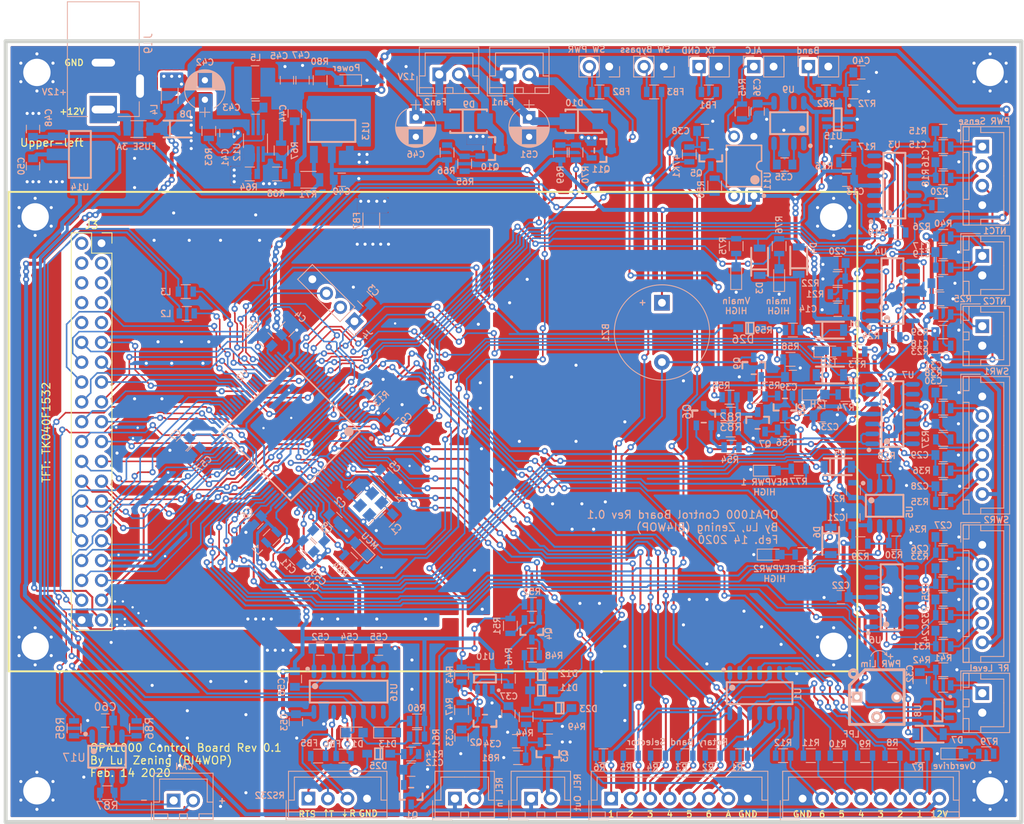
<source format=kicad_pcb>
(kicad_pcb (version 20171130) (host pcbnew "(5.1.10)-1")
  (layers (0 F.Cu signal hide) (31 B.Cu signal) (34 B.Paste user) (35 F.Paste user) (36 B.SilkS user) (37 F.SilkS user) (38 B.Mask user) (39 F.Mask user) (44 Edge.Cuts user))
  (net 0 "")
  (net 1 +3V3)
  (net 2 GND)
  (net 3 /NRST)
  (net 4 /X1)
  (net 5 /X2)
  (net 6 "Net-(C12-Pad1)")
  (net 7 "Net-(C15-Pad1)")
  (net 8 "Net-(C16-Pad1)")
  (net 9 "Net-(C17-Pad1)")
  (net 10 "Net-(C18-Pad1)")
  (net 11 "Net-(C19-Pad1)")
  (net 12 "Net-(C24-Pad1)")
  (net 13 "Net-(C25-Pad1)")
  (net 14 "Net-(C26-Pad1)")
  (net 15 "Net-(C27-Pad1)")
  (net 16 "Net-(C28-Pad1)")
  (net 17 "Net-(C29-Pad1)")
  (net 18 "Net-(C30-Pad1)")
  (net 19 "Net-(C31-Pad1)")
  (net 20 "Net-(C32-Pad1)")
  (net 21 "Net-(C33-Pad1)")
  (net 22 "Net-(C34-Pad1)")
  (net 23 "Net-(C35-Pad1)")
  (net 24 Fault_Low)
  (net 25 "Net-(C41-Pad1)")
  (net 26 "Net-(C43-Pad1)")
  (net 27 VBL)
  (net 28 "Net-(D1-Pad2)")
  (net 29 Temp2_HIGH)
  (net 30 Vm_HIGH)
  (net 31 Im_HIGH)
  (net 32 REV1_HIGH)
  (net 33 REV2_HIGH)
  (net 34 Overdrive)
  (net 35 +12V)
  (net 36 "Net-(F1-Pad1)")
  (net 37 /T_INT)
  (net 38 /BL)
  (net 39 /T_MISO)
  (net 40 /T_MOSI)
  (net 41 /T_CS)
  (net 42 /T_SCK)
  (net 43 /D15)
  (net 44 /T_BUSY)
  (net 45 /D13)
  (net 46 /D14)
  (net 47 /D11)
  (net 48 /D12)
  (net 49 /D9)
  (net 50 /D10)
  (net 51 /D7)
  (net 52 /D8)
  (net 53 /D5)
  (net 54 /D6)
  (net 55 /D3)
  (net 56 /D4)
  (net 57 /D1)
  (net 58 /D2)
  (net 59 /D0)
  (net 60 /WR)
  (net 61 /RD)
  (net 62 /CS)
  (net 63 /RS)
  (net 64 /D17)
  (net 65 /D16)
  (net 66 /D19)
  (net 67 /D18)
  (net 68 /D21)
  (net 69 /D20)
  (net 70 /D23)
  (net 71 /D22)
  (net 72 /SWDIO)
  (net 73 /SWCLK)
  (net 74 "Net-(J3-Pad2)")
  (net 75 AUTO_BAND)
  (net 76 SEL6)
  (net 77 SEL5)
  (net 78 SEL4)
  (net 79 SEL3)
  (net 80 SEL2)
  (net 81 SEL1)
  (net 82 PWR_on)
  (net 83 Im_sense)
  (net 84 Vm_sense)
  (net 85 Temp1)
  (net 86 Temp2)
  (net 87 +5V)
  (net 88 FWDpeak1)
  (net 89 FWD1)
  (net 90 REVpeak1)
  (net 91 REV1)
  (net 92 FWDpeak2)
  (net 93 FWD2)
  (net 94 REVpeak2)
  (net 95 REV2)
  (net 96 RF_in_level)
  (net 97 ALC)
  (net 98 PTT)
  (net 99 /ExternalInput/PTT_RTS)
  (net 100 SW_PWR)
  (net 101 "Net-(L2-Pad2)")
  (net 102 /TX)
  (net 103 "Net-(L3-Pad2)")
  (net 104 /RX)
  (net 105 ALC_trig)
  (net 106 "Net-(Q4-Pad3)")
  (net 107 "Net-(Q4-Pad1)")
  (net 108 Transmit)
  (net 109 "Net-(RV1-Pad2)")
  (net 110 Temp1_HIGH)
  (net 111 /ADC1_9)
  (net 112 /ADC1_8)
  (net 113 /ADC1_14)
  (net 114 /ADC1_7)
  (net 115 /ADC1_6)
  (net 116 /ADC1_5)
  (net 117 /ADC1_4)
  (net 118 /ADC1_3)
  (net 119 /ADC3_13)
  (net 120 /ADC3_12)
  (net 121 /ADC3_11)
  (net 122 /ADC3_10)
  (net 123 "Net-(U9-Pad7)")
  (net 124 "Net-(U9-Pad1)")
  (net 125 GNDD)
  (net 126 "Net-(C20-Pad1)")
  (net 127 "Net-(C35-Pad2)")
  (net 128 "Net-(C43-Pad2)")
  (net 129 "Net-(C44-Pad2)")
  (net 130 "Net-(D9-Pad1)")
  (net 131 "Net-(D10-Pad1)")
  (net 132 "Net-(J2-Pad7)")
  (net 133 "Net-(J2-Pad6)")
  (net 134 "Net-(J2-Pad5)")
  (net 135 "Net-(J2-Pad4)")
  (net 136 "Net-(J2-Pad3)")
  (net 137 "Net-(J2-Pad2)")
  (net 138 "Net-(J18-Pad1)")
  (net 139 "Net-(Q7-Pad1)")
  (net 140 "Net-(Q8-Pad1)")
  (net 141 "Net-(Q10-Pad1)")
  (net 142 "Net-(Q11-Pad1)")
  (net 143 "Net-(R7-Pad2)")
  (net 144 "Net-(R8-Pad2)")
  (net 145 "Net-(R9-Pad1)")
  (net 146 FAN1)
  (net 147 FAN2)
  (net 148 "Net-(U2-Pad66)")
  (net 149 "Net-(U2-Pad65)")
  (net 150 "Net-(U2-Pad64)")
  (net 151 "Net-(U2-Pad59)")
  (net 152 "Net-(U2-Pad58)")
  (net 153 "Net-(U2-Pad54)")
  (net 154 "Net-(U2-Pad53)")
  (net 155 "Net-(U2-Pad37)")
  (net 156 "Net-(U2-Pad34)")
  (net 157 "Net-(U2-Pad9)")
  (net 158 /OutputSignals/REL_IN)
  (net 159 /OutputSignals/REL_OUT)
  (net 160 "Net-(R10-Pad1)")
  (net 161 "Net-(R11-Pad2)")
  (net 162 "Net-(R12-Pad2)")
  (net 163 "Net-(R13-Pad1)")
  (net 164 "Net-(R16-Pad1)")
  (net 165 "Net-(R19-Pad1)")
  (net 166 "Net-(R27-Pad1)")
  (net 167 "Net-(R29-Pad1)")
  (net 168 "Net-(R46-Pad1)")
  (net 169 "Net-(R50-Pad2)")
  (net 170 "Net-(R63-Pad2)")
  (net 171 "Net-(R64-Pad1)")
  (net 172 "Net-(C37-Pad1)")
  (net 173 SW_Bypass)
  (net 174 "Net-(C40-Pad2)")
  (net 175 "Net-(C52-Pad2)")
  (net 176 "Net-(C52-Pad1)")
  (net 177 "Net-(C54-Pad2)")
  (net 178 "Net-(C54-Pad1)")
  (net 179 "Net-(C55-Pad2)")
  (net 180 "Net-(C56-Pad1)")
  (net 181 "Net-(D13-Pad2)")
  (net 182 "Net-(D14-Pad2)")
  (net 183 "Net-(FB1-Pad1)")
  (net 184 "Net-(FB2-Pad2)")
  (net 185 "Net-(FB3-Pad2)")
  (net 186 /ExternalInput/TX232)
  (net 187 /ExternalInput/RX232)
  (net 188 PWR_on_sig)
  (net 189 "Net-(FB5-Pad1)")
  (net 190 "Net-(FB6-Pad1)")
  (net 191 "Net-(U16-Pad10)")
  (net 192 "Net-(U16-Pad9)")
  (net 193 "Net-(U16-Pad8)")
  (net 194 "Net-(U16-Pad7)")
  (net 195 "Net-(D15-Pad2)")
  (net 196 "Net-(D16-Pad2)")
  (net 197 "Net-(D17-Pad2)")
  (net 198 "Net-(D18-Pad2)")
  (net 199 "Net-(D19-Pad2)")
  (net 200 "Net-(D20-Pad2)")
  (net 201 "Net-(D21-Pad2)")
  (net 202 "Net-(D22-Pad2)")
  (net 203 "Net-(D11-Pad1)")
  (net 204 VDDA)
  (net 205 "Net-(C57-Pad1)")
  (net 206 "Net-(C58-Pad1)")
  (net 207 "Net-(D24-Pad1)")
  (net 208 "Net-(D25-Pad1)")
  (net 209 "Net-(C36-Pad2)")
  (net 210 "Net-(Q6-Pad3)")
  (net 211 "Net-(Q6-Pad1)")
  (net 212 /CAN_TX)
  (net 213 "Net-(R85-Pad1)")
  (net 214 /CAN_RX)
  (net 215 "Net-(R86-Pad1)")
  (net 216 "Net-(U17-Pad5)")
  (net 217 CAN+)
  (net 218 CAN-)
  (net 219 +5VA)
  (net 220 /RESX)
  (net 221 /RX2)
  (net 222 /TX2)
  (net 223 /FaultHandling/Clear_Fault)
  (net 224 /MCU_STATE)
  (net 225 /ADC3_1)
  (net 226 Clear_fault)
  (net 227 "Net-(47K1-Pad1)")
  (module lc_lib:SOD-123 (layer B.Cu) (at 115.25 56.75)
    (fp_text reference D26 (at -0.873619 1.424276) (layer B.SilkS) (effects (justify mirror)))
    (fp_text value SD103)
    (pad 2 smd rect (at -1.475 0 180) (size 1.25 1) (layers B.Cu B.Paste B.Mask) (net 226 Clear_fault))
    (pad 1 smd rect (at 1.475 0 180) (size 1.25 1) (layers B.Cu B.Paste B.Mask) (net 223 /FaultHandling/Clear_Fault))
  )
  (module lc_lib:SOIC-8_150MIL (layer B.Cu) (at 32.975 111.635)
    (fp_text reference U17 (at -4.225 0.115) (layer B.SilkS) (effects (justify mirror)))
    (fp_text value TJA1042T)
    (pad 8 smd oval (at -1.905 2.6 180) (size 0.7 1.8) (layers B.Cu B.Paste B.Mask) (net 2 GND))
    (pad 7 smd oval (at -0.635 2.6 180) (size 0.7 1.8) (layers B.Cu B.Paste B.Mask) (net 217 CAN+))
    (pad 6 smd oval (at 0.635 2.6 180) (size 0.7 1.8) (layers B.Cu B.Paste B.Mask) (net 218 CAN-))
    (pad 5 smd oval (at 1.905 2.6 180) (size 0.7 1.8) (layers B.Cu B.Paste B.Mask) (net 216 "Net-(U17-Pad5)"))
    (pad 4 smd oval (at 1.905 -2.6 180) (size 0.7 1.8) (layers B.Cu B.Paste B.Mask) (net 215 "Net-(R86-Pad1)"))
    (pad 3 smd oval (at 0.635 -2.6 180) (size 0.7 1.8) (layers B.Cu B.Paste B.Mask) (net 219 +5VA))
    (pad 2 smd oval (at -0.635 -2.6 180) (size 0.7 1.8) (layers B.Cu B.Paste B.Mask) (net 2 GND))
    (pad 1 smd oval (at -1.905 -2.6 180) (size 0.7 1.8) (layers B.Cu B.Paste B.Mask) (net 213 "Net-(R85-Pad1)"))
  )
  (module Resistors_SMD:R_0805 (layer B.Cu) (at 33 116.25)
    (fp_text reference R87 (at 0 1.65) (layer B.SilkS) (effects (justify mirror)))
    (fp_text value 120)
    (pad 2 smd rect (at 0.95 0) (size 0.7 1.3) (layers B.Cu B.Paste B.Mask) (net 218 CAN-))
    (pad 1 smd rect (at -0.95 0) (size 0.7 1.3) (layers B.Cu B.Paste B.Mask) (net 217 CAN+))
  )
  (module Resistors_SMD:R_0805 (layer B.Cu) (at 36.75 108 90)
    (fp_text reference R86 (at 0 1.65 90) (layer B.SilkS) (effects (justify mirror)))
    (fp_text value 100)
    (pad 2 smd rect (at 0.95 0 90) (size 0.7 1.3) (layers B.Cu B.Paste B.Mask) (net 214 /CAN_RX))
    (pad 1 smd rect (at -0.95 0 90) (size 0.7 1.3) (layers B.Cu B.Paste B.Mask) (net 215 "Net-(R86-Pad1)"))
  )
  (module Resistors_SMD:R_0805 (layer B.Cu) (at 28.75 108 90)
    (fp_text reference R85 (at 0 -1.75 90) (layer B.SilkS) (effects (justify mirror)))
    (fp_text value 100)
    (pad 2 smd rect (at 0.95 0 90) (size 0.7 1.3) (layers B.Cu B.Paste B.Mask) (net 212 /CAN_TX))
    (pad 1 smd rect (at -0.95 0 90) (size 0.7 1.3) (layers B.Cu B.Paste B.Mask) (net 213 "Net-(R85-Pad1)"))
  )
  (module Connectors_JST:JST_XH_B02B-XH-A_02x2.50mm_Straight (layer B.Cu) (at 41.5 117.25)
    (fp_text reference J20 hide)
    (fp_text value CAN)
    (pad 2 thru_hole circle (at 2.5 0) (size 1.75 1.75) (drill 1.05) (layers *.Cu *.Mask) (net 217 CAN+))
    (pad 1 thru_hole rect (at 0 0) (size 1.75 1.75) (drill 1.05) (layers *.Cu *.Mask) (net 218 CAN-))
  )
  (module Connectors:BARREL_JACK (layer B.Cu) (at 32.5 28.75 270)
    (fp_text reference J19 (at -8.45 -5.75 270) (layer B.SilkS) (effects (justify mirror)))
    (fp_text value Barrel_Jack_Switch)
    (pad 3 thru_hole rect (at -3 -4.7 270) (size 3.5 3.5) (drill oval 3 1) (layers *.Cu *.Mask) (net 2 GND))
    (pad 2 thru_hole rect (at -6 0 270) (size 3.5 3.5) (drill oval 1 3) (layers *.Cu *.Mask) (net 2 GND))
    (pad 1 thru_hole rect (at 0 0 270) (size 3.5 3.5) (drill oval 1 3) (layers *.Cu *.Mask) (net 36 "Net-(F1-Pad1)"))
  )
  (module Capacitors_SMD:C_0805 (layer B.Cu) (at 32.75 107)
    (fp_text reference C60 (at 0 -1.75) (layer B.SilkS) (effects (justify mirror)))
    (fp_text value 104)
    (pad 2 smd rect (at 1 0) (size 1 1.25) (layers B.Cu B.Paste B.Mask) (net 219 +5VA))
    (pad 1 smd rect (at -1 0) (size 1 1.25) (layers B.Cu B.Paste B.Mask) (net 2 GND))
  )
  (module Resistors_SMD:R_0805 (layer B.Cu) (at 112.825 67.767)
    (fp_text reference R83 (at 0 1.65) (layer B.SilkS) (effects (justify mirror)))
    (fp_text value 10K)
    (pad 2 smd rect (at 0.95 0) (size 0.7 1.3) (layers B.Cu B.Paste B.Mask) (net 82 PWR_on))
    (pad 1 smd rect (at -0.95 0) (size 0.7 1.3) (layers B.Cu B.Paste B.Mask) (net 210 "Net-(Q6-Pad3)"))
  )
  (module Resistors_SMD:R_0805 (layer B.Cu) (at 112.8 69.8 180)
    (fp_text reference R82 (at 0 1.65) (layer B.SilkS) (effects (justify mirror)))
    (fp_text value 10K)
    (pad 2 smd rect (at 0.95 0 180) (size 0.7 1.3) (layers B.Cu B.Paste B.Mask) (net 2 GND))
    (pad 1 smd rect (at -0.95 0 180) (size 0.7 1.3) (layers B.Cu B.Paste B.Mask) (net 82 PWR_on))
  )
  (module "lc_lib:SOT-23(SOT-23-3)" (layer B.Cu) (at 109.35 67.95 270)
    (fp_text reference Q6 (at -0.500219 2.136276 90) (layer B.SilkS) (effects (justify mirror)))
    (fp_text value 8550)
    (pad 3 smd rect (at -1.25 0) (size 0.7 1.25) (layers B.Cu B.Paste B.Mask) (net 210 "Net-(Q6-Pad3)"))
    (pad 2 smd rect (at 1.25 0.95) (size 0.7 1.25) (layers B.Cu B.Paste B.Mask) (net 1 +3V3))
    (pad 1 smd rect (at 1.25 -0.95) (size 0.7 1.25) (layers B.Cu B.Paste B.Mask) (net 211 "Net-(Q6-Pad1)"))
  )
  (module lc_lib:SOD-123 (layer B.Cu) (at 67.75 111.25 180)
    (fp_text reference D25 (at 0.05 -1.55) (layer B.SilkS) (effects (font (size 0.8 0.8)) (justify mirror)))
    (fp_text value SD103)
    (pad 2 smd rect (at -1.475 0) (size 1.25 1) (layers B.Cu B.Paste B.Mask) (net 99 /ExternalInput/PTT_RTS))
    (pad 1 smd rect (at 1.475 0) (size 1.25 1) (layers B.Cu B.Paste B.Mask) (net 208 "Net-(D25-Pad1)"))
  )
  (module Resistors_SMD:R_1206 (layer B.Cu) (at 66.8 43 270)
    (fp_text reference FB7 (at 0 1.850001 270) (layer B.SilkS) (effects (font (size 0.8 0.8)) (justify mirror)))
    (fp_text value 1K)
    (pad 2 smd rect (at 1.45 0 270) (size 0.9 1.7) (layers B.Cu B.Paste B.Mask) (net 125 GNDD))
    (pad 1 smd rect (at -1.45 0 270) (size 0.9 1.7) (layers B.Cu B.Paste B.Mask) (net 2 GND))
  )
  (module lc_lib:SOIC-14_150MIL (layer B.Cu) (at 133.4 91.2 90)
    (fp_text reference U6 (at -5.5 -2.1 180) (layer B.SilkS) (effects (font (size 0.8 0.8)) (justify mirror)))
    (fp_text value LMV324)
    (pad 14 smd oval (at -3.81 2.6 270) (size 0.6 1.8) (layers B.Cu B.Paste B.Mask) (net 113 /ADC1_14))
    (pad 13 smd oval (at -2.54 2.6 270) (size 0.6 1.8) (layers B.Cu B.Paste B.Mask) (net 113 /ADC1_14))
    (pad 12 smd oval (at -1.27 2.6 270) (size 0.6 1.8) (layers B.Cu B.Paste B.Mask) (net 15 "Net-(C27-Pad1)"))
    (pad 11 smd oval (at 0 2.6 270) (size 0.6 1.8) (layers B.Cu B.Paste B.Mask) (net 2 GND))
    (pad 10 smd oval (at 1.27 2.6 270) (size 0.6 1.8) (layers B.Cu B.Paste B.Mask) (net 14 "Net-(C26-Pad1)"))
    (pad 9 smd oval (at 2.54 2.6 270) (size 0.6 1.8) (layers B.Cu B.Paste B.Mask) (net 111 /ADC1_9))
    (pad 8 smd oval (at 3.81 2.6 270) (size 0.6 1.8) (layers B.Cu B.Paste B.Mask) (net 111 /ADC1_9))
    (pad 7 smd oval (at 3.81 -2.6 270) (size 0.6 1.8) (layers B.Cu B.Paste B.Mask) (net 114 /ADC1_7))
    (pad 6 smd oval (at 2.54 -2.6 270) (size 0.6 1.8) (layers B.Cu B.Paste B.Mask) (net 114 /ADC1_7))
    (pad 5 smd oval (at 1.27 -2.6 270) (size 0.6 1.8) (layers B.Cu B.Paste B.Mask) (net 13 "Net-(C25-Pad1)"))
    (pad 4 smd oval (at 0 -2.6 270) (size 0.6 1.8) (layers B.Cu B.Paste B.Mask) (net 1 +3V3))
    (pad 3 smd oval (at -1.27 -2.6 270) (size 0.6 1.8) (layers B.Cu B.Paste B.Mask) (net 12 "Net-(C24-Pad1)"))
    (pad 2 smd oval (at -2.54 -2.6 270) (size 0.6 1.8) (layers B.Cu B.Paste B.Mask) (net 112 /ADC1_8))
    (pad 1 smd oval (at -3.81 -2.6 270) (size 0.6 1.8) (layers B.Cu B.Paste B.Mask) (net 112 /ADC1_8))
  )
  (module LEDs:LED_0805 (layer B.Cu) (at 65.5 85 135)
    (fp_text reference D24 hide)
    (fp_text value LED)
    (pad 1 smd rect (at -1.1 0 315) (size 1.2 1.2) (layers B.Cu B.Paste B.Mask) (net 207 "Net-(D24-Pad1)"))
    (pad 2 smd rect (at 1.1 0 315) (size 1.2 1.2) (layers B.Cu B.Paste B.Mask) (net 1 +3V3))
  )
  (module Resistors_SMD:R_0805 (layer B.Cu) (at 64 86.5 315)
    (fp_text reference R84 (at 0 1.65 135) (layer B.SilkS) (effects (font (size 0.8 0.8)) (justify mirror)))
    (fp_text value 4.7K)
    (pad 2 smd rect (at 0.95 0 315) (size 0.7 1.3) (layers B.Cu B.Paste B.Mask) (net 207 "Net-(D24-Pad1)"))
    (pad 1 smd rect (at -0.95 0 315) (size 0.7 1.3) (layers B.Cu B.Paste B.Mask) (net 224 /MCU_STATE))
  )
  (module Capacitors_SMD:C_0805 (layer B.Cu) (at 60.071 83.312 315)
    (fp_text reference C59 (at 3.759687 3.860096 135) (layer B.SilkS) (effects (font (size 0.8 0.8)) (justify mirror)))
    (fp_text value 104)
    (pad 2 smd rect (at 1 0 315) (size 1 1.25) (layers B.Cu B.Paste B.Mask) (net 2 GND))
    (pad 1 smd rect (at -1 0 315) (size 1 1.25) (layers B.Cu B.Paste B.Mask) (net 204 VDDA))
  )
  (module Capacitors_SMD:C_0805 (layer B.Cu) (at 53.34 58.293 135)
    (fp_text reference C58 (at 2.427498 -0.174655 225) (layer B.SilkS) (effects (font (size 0.8 0.8)) (justify mirror)))
    (fp_text value 104)
    (pad 1 smd rect (at -1 0 135) (size 1 1.25) (layers B.Cu B.Paste B.Mask) (net 206 "Net-(C58-Pad1)"))
    (pad 2 smd rect (at 1 0 135) (size 1 1.25) (layers B.Cu B.Paste B.Mask) (net 125 GNDD))
  )
  (module Capacitors_SMD:C_0805 (layer B.Cu) (at 44.196 72.771 225)
    (fp_text reference C57 (at 0.088388 -1.791101 45) (layer B.SilkS) (effects (font (size 0.8 0.8)) (justify mirror)))
    (fp_text value 104)
    (pad 2 smd rect (at 1 0 225) (size 1 1.25) (layers B.Cu B.Paste B.Mask) (net 125 GNDD))
    (pad 1 smd rect (at -1 0 225) (size 1 1.25) (layers B.Cu B.Paste B.Mask) (net 205 "Net-(C57-Pad1)"))
  )
  (module lc_lib:SOD-123 (layer B.Cu) (at 90.932 105.41 180)
    (fp_text reference D23 (at -3.668 -0.09) (layer B.SilkS) (effects (font (size 0.8 0.8)) (justify mirror)))
    (fp_text value SD103)
    (pad 2 smd rect (at -1.475 0) (size 1.25 1) (layers B.Cu B.Paste B.Mask) (net 172 "Net-(C37-Pad1)"))
    (pad 1 smd rect (at 1.475 0) (size 1.25 1) (layers B.Cu B.Paste B.Mask) (net 203 "Net-(D11-Pad1)"))
  )
  (module Resistors_SMD:R_0805 (layer B.Cu) (at 85.598 111.76 180)
    (fp_text reference R81 (at 3.498 -0.04) (layer B.SilkS) (effects (font (size 0.8 0.8)) (justify mirror)))
    (fp_text value R_Small)
    (pad 2 smd rect (at 0.95 0 180) (size 0.7 1.3) (layers B.Cu B.Paste B.Mask) (net 2 GND))
    (pad 1 smd rect (at -0.95 0 180) (size 0.7 1.3) (layers B.Cu B.Paste B.Mask) (net 22 "Net-(C34-Pad1)"))
  )
  (module Resistors_SMD:R_0805 (layer B.Cu) (at 60.25 25 270)
    (fp_text reference R80 (at -2.4 0.05 180) (layer B.SilkS) (effects (font (size 0.8 0.8)) (justify mirror)))
    (fp_text value 2.2K)
    (pad 2 smd rect (at 0.95 0 270) (size 0.7 1.3) (layers B.Cu B.Paste B.Mask) (net 87 +5V))
    (pad 1 smd rect (at -0.95 0 270) (size 0.7 1.3) (layers B.Cu B.Paste B.Mask) (net 202 "Net-(D22-Pad2)"))
  )
  (module Resistors_SMD:R_0805 (layer B.Cu) (at 145.5 111.25)
    (fp_text reference R79 (at 0.4 -1.55) (layer B.SilkS) (effects (font (size 0.8 0.8)) (justify mirror)))
    (fp_text value 2.2K)
    (pad 2 smd rect (at 0.95 0) (size 0.7 1.3) (layers B.Cu B.Paste B.Mask) (net 34 Overdrive))
    (pad 1 smd rect (at -0.95 0) (size 0.7 1.3) (layers B.Cu B.Paste B.Mask) (net 201 "Net-(D21-Pad2)"))
  )
  (module Resistors_SMD:R_0805 (layer B.Cu) (at 122 85.75)
    (fp_text reference R78 (at 0.6 1.85) (layer B.SilkS) (effects (font (size 0.8 0.8)) (justify mirror)))
    (fp_text value 2.2K)
    (pad 2 smd rect (at 0.95 0) (size 0.7 1.3) (layers B.Cu B.Paste B.Mask) (net 33 REV2_HIGH))
    (pad 1 smd rect (at -0.95 0) (size 0.7 1.3) (layers B.Cu B.Paste B.Mask) (net 200 "Net-(D20-Pad2)"))
  )
  (module Resistors_SMD:R_0805 (layer B.Cu) (at 121.5 74.75)
    (fp_text reference R77 (at 0 1.65) (layer B.SilkS) (effects (font (size 0.8 0.8)) (justify mirror)))
    (fp_text value 2.2K)
    (pad 2 smd rect (at 0.95 0) (size 0.7 1.3) (layers B.Cu B.Paste B.Mask) (net 32 REV1_HIGH))
    (pad 1 smd rect (at -0.95 0) (size 0.7 1.3) (layers B.Cu B.Paste B.Mask) (net 199 "Net-(D19-Pad2)"))
  )
  (module Resistors_SMD:R_0805 (layer B.Cu) (at 119 46.25 90)
    (fp_text reference R76 (at 2.75 0 90) (layer B.SilkS) (effects (font (size 0.8 0.8)) (justify mirror)))
    (fp_text value 2.2K)
    (pad 2 smd rect (at 0.95 0 90) (size 0.7 1.3) (layers B.Cu B.Paste B.Mask) (net 31 Im_HIGH))
    (pad 1 smd rect (at -0.95 0 90) (size 0.7 1.3) (layers B.Cu B.Paste B.Mask) (net 198 "Net-(D18-Pad2)"))
  )
  (module Resistors_SMD:R_0805 (layer B.Cu) (at 113.5 46.25 90)
    (fp_text reference R75 (at 0.05 -1.7 90) (layer B.SilkS) (effects (font (size 0.8 0.8)) (justify mirror)))
    (fp_text value 2.2K)
    (pad 2 smd rect (at 0.95 0 90) (size 0.7 1.3) (layers B.Cu B.Paste B.Mask) (net 30 Vm_HIGH))
    (pad 1 smd rect (at -0.95 0 90) (size 0.7 1.3) (layers B.Cu B.Paste B.Mask) (net 197 "Net-(D17-Pad2)"))
  )
  (module Resistors_SMD:R_0805 (layer B.Cu) (at 127.5 65.25)
    (fp_text reference R74 (at 0 1.65) (layer B.SilkS) (effects (font (size 0.8 0.8)) (justify mirror)))
    (fp_text value 2.2K)
    (pad 2 smd rect (at 0.95 0) (size 0.7 1.3) (layers B.Cu B.Paste B.Mask) (net 29 Temp2_HIGH))
    (pad 1 smd rect (at -0.95 0) (size 0.7 1.3) (layers B.Cu B.Paste B.Mask) (net 196 "Net-(D16-Pad2)"))
  )
  (module Resistors_SMD:R_0805 (layer B.Cu) (at 129 59.75)
    (fp_text reference R73 (at 0 1.65) (layer B.SilkS) (effects (font (size 0.8 0.8)) (justify mirror)))
    (fp_text value 2.2K)
    (pad 2 smd rect (at 0.95 0) (size 0.7 1.3) (layers B.Cu B.Paste B.Mask) (net 110 Temp1_HIGH))
    (pad 1 smd rect (at -0.95 0) (size 0.7 1.3) (layers B.Cu B.Paste B.Mask) (net 195 "Net-(D15-Pad2)"))
  )
  (module LEDs:LED_0805 (layer B.Cu) (at 63.75 25 180)
    (fp_text reference D22 hide)
    (fp_text value Power)
    (pad 1 smd rect (at -1.1 0) (size 1.2 1.2) (layers B.Cu B.Paste B.Mask) (net 2 GND))
    (pad 2 smd rect (at 1.1 0) (size 1.2 1.2) (layers B.Cu B.Paste B.Mask) (net 202 "Net-(D22-Pad2)"))
  )
  (module LEDs:LED_0805 (layer B.Cu) (at 141.5 111.25)
    (fp_text reference D21 hide)
    (fp_text value OD)
    (pad 1 smd rect (at -1.1 0 180) (size 1.2 1.2) (layers B.Cu B.Paste B.Mask) (net 2 GND))
    (pad 2 smd rect (at 1.1 0 180) (size 1.2 1.2) (layers B.Cu B.Paste B.Mask) (net 201 "Net-(D21-Pad2)"))
  )
  (module LEDs:LED_0805 (layer B.Cu) (at 118 85.75)
    (fp_text reference D20 hide)
    (fp_text value R2H)
    (pad 1 smd rect (at -1.1 0 180) (size 1.2 1.2) (layers B.Cu B.Paste B.Mask) (net 2 GND))
    (pad 2 smd rect (at 1.1 0 180) (size 1.2 1.2) (layers B.Cu B.Paste B.Mask) (net 200 "Net-(D20-Pad2)"))
  )
  (module LEDs:LED_0805 (layer B.Cu) (at 117.5 75)
    (fp_text reference D19 hide)
    (fp_text value R1H)
    (pad 1 smd rect (at -1.1 0 180) (size 1.2 1.2) (layers B.Cu B.Paste B.Mask) (net 2 GND))
    (pad 2 smd rect (at 1.1 0 180) (size 1.2 1.2) (layers B.Cu B.Paste B.Mask) (net 199 "Net-(D19-Pad2)"))
  )
  (module LEDs:LED_0805 (layer B.Cu) (at 119 50.25 90)
    (fp_text reference D18 hide)
    (fp_text value ImH)
    (pad 1 smd rect (at -1.1 0 270) (size 1.2 1.2) (layers B.Cu B.Paste B.Mask) (net 2 GND))
    (pad 2 smd rect (at 1.1 0 270) (size 1.2 1.2) (layers B.Cu B.Paste B.Mask) (net 198 "Net-(D18-Pad2)"))
  )
  (module LEDs:LED_0805 (layer B.Cu) (at 113.5 50 90)
    (fp_text reference D17 hide)
    (fp_text value VmH)
    (pad 1 smd rect (at -1.1 0 270) (size 1.2 1.2) (layers B.Cu B.Paste B.Mask) (net 2 GND))
    (pad 2 smd rect (at 1.1 0 270) (size 1.2 1.2) (layers B.Cu B.Paste B.Mask) (net 197 "Net-(D17-Pad2)"))
  )
  (module LEDs:LED_0805 (layer B.Cu) (at 123.75 65.25)
    (fp_text reference D16 hide)
    (fp_text value T2H)
    (pad 1 smd rect (at -1.1 0 180) (size 1.2 1.2) (layers B.Cu B.Paste B.Mask) (net 2 GND))
    (pad 2 smd rect (at 1.1 0 180) (size 1.2 1.2) (layers B.Cu B.Paste B.Mask) (net 196 "Net-(D16-Pad2)"))
  )
  (module LEDs:LED_0805 (layer B.Cu) (at 125.25 59.75)
    (fp_text reference D15 hide)
    (fp_text value T1H)
    (pad 1 smd rect (at -1.1 0 180) (size 1.2 1.2) (layers B.Cu B.Paste B.Mask) (net 2 GND))
    (pad 2 smd rect (at 1.1 0 180) (size 1.2 1.2) (layers B.Cu B.Paste B.Mask) (net 195 "Net-(D15-Pad2)"))
  )
  (module MyPCBLib:M3_Screwhole (layer F.Cu) (at 125.975 97.5)
    (fp_text reference SC8 hide)
    (fp_text value GND hide)
    (pad 1 thru_hole circle (at 2.05681 -1.1875 300) (size 0.8 0.8) (drill 0.4) (layers *.Cu *.Mask) (net 2 GND))
    (pad 1 thru_hole circle (at 2.05681 1.1875 240) (size 0.8 0.8) (drill 0.4) (layers *.Cu *.Mask) (net 2 GND))
    (pad 1 thru_hole circle (at 0 2.375 180) (size 0.8 0.8) (drill 0.4) (layers *.Cu *.Mask) (net 2 GND))
    (pad 1 thru_hole circle (at -2.05681 1.1875 120) (size 0.8 0.8) (drill 0.4) (layers *.Cu *.Mask) (net 2 GND))
    (pad 1 thru_hole circle (at -2.05681 -1.1875 60) (size 0.8 0.8) (drill 0.4) (layers *.Cu *.Mask) (net 2 GND))
    (pad 1 thru_hole circle (at 0 -2.375) (size 0.8 0.8) (drill 0.4) (layers *.Cu *.Mask) (net 2 GND))
    (pad 1 thru_hole circle (at 0 0) (size 6 6) (drill 3.5) (layers *.Cu *.Mask) (net 2 GND))
  )
  (module MyPCBLib:M3_Screwhole (layer F.Cu) (at 125.975 42.5)
    (fp_text reference SC7 hide)
    (fp_text value GND hide)
    (pad 1 thru_hole circle (at 2.05681 -1.1875 300) (size 0.8 0.8) (drill 0.4) (layers *.Cu *.Mask) (net 2 GND))
    (pad 1 thru_hole circle (at 2.05681 1.1875 240) (size 0.8 0.8) (drill 0.4) (layers *.Cu *.Mask) (net 2 GND))
    (pad 1 thru_hole circle (at 0 2.375 180) (size 0.8 0.8) (drill 0.4) (layers *.Cu *.Mask) (net 2 GND))
    (pad 1 thru_hole circle (at -2.05681 1.1875 120) (size 0.8 0.8) (drill 0.4) (layers *.Cu *.Mask) (net 2 GND))
    (pad 1 thru_hole circle (at -2.05681 -1.1875 60) (size 0.8 0.8) (drill 0.4) (layers *.Cu *.Mask) (net 2 GND))
    (pad 1 thru_hole circle (at 0 -2.375) (size 0.8 0.8) (drill 0.4) (layers *.Cu *.Mask) (net 2 GND))
    (pad 1 thru_hole circle (at 0 0) (size 6 6) (drill 3.5) (layers *.Cu *.Mask) (net 2 GND))
  )
  (module MyPCBLib:M3_Screwhole (layer F.Cu) (at 23.775 42.5)
    (fp_text reference SC6 hide)
    (fp_text value GND hide)
    (pad 1 thru_hole circle (at 2.05681 -1.1875 300) (size 0.8 0.8) (drill 0.4) (layers *.Cu *.Mask) (net 2 GND))
    (pad 1 thru_hole circle (at 2.05681 1.1875 240) (size 0.8 0.8) (drill 0.4) (layers *.Cu *.Mask) (net 2 GND))
    (pad 1 thru_hole circle (at 0 2.375 180) (size 0.8 0.8) (drill 0.4) (layers *.Cu *.Mask) (net 2 GND))
    (pad 1 thru_hole circle (at -2.05681 1.1875 120) (size 0.8 0.8) (drill 0.4) (layers *.Cu *.Mask) (net 2 GND))
    (pad 1 thru_hole circle (at -2.05681 -1.1875 60) (size 0.8 0.8) (drill 0.4) (layers *.Cu *.Mask) (net 2 GND))
    (pad 1 thru_hole circle (at 0 -2.375) (size 0.8 0.8) (drill 0.4) (layers *.Cu *.Mask) (net 2 GND))
    (pad 1 thru_hole circle (at 0 0) (size 6 6) (drill 3.5) (layers *.Cu *.Mask) (net 2 GND))
  )
  (module MyPCBLib:M3_Screwhole (layer F.Cu) (at 23.775 97.5)
    (fp_text reference SC5 hide)
    (fp_text value GND hide)
    (pad 1 thru_hole circle (at 2.05681 -1.1875 300) (size 0.8 0.8) (drill 0.4) (layers *.Cu *.Mask) (net 2 GND))
    (pad 1 thru_hole circle (at 2.05681 1.1875 240) (size 0.8 0.8) (drill 0.4) (layers *.Cu *.Mask) (net 2 GND))
    (pad 1 thru_hole circle (at 0 2.375 180) (size 0.8 0.8) (drill 0.4) (layers *.Cu *.Mask) (net 2 GND))
    (pad 1 thru_hole circle (at -2.05681 1.1875 120) (size 0.8 0.8) (drill 0.4) (layers *.Cu *.Mask) (net 2 GND))
    (pad 1 thru_hole circle (at -2.05681 -1.1875 60) (size 0.8 0.8) (drill 0.4) (layers *.Cu *.Mask) (net 2 GND))
    (pad 1 thru_hole circle (at 0 -2.375) (size 0.8 0.8) (drill 0.4) (layers *.Cu *.Mask) (net 2 GND))
    (pad 1 thru_hole circle (at 0 0) (size 6 6) (drill 3.5) (layers *.Cu *.Mask) (net 2 GND))
  )
  (module Resistors_SMD:R_0805 (layer B.Cu) (at 63.25 111.55 180)
    (fp_text reference FB6 (at 1.45 1.55) (layer B.SilkS) (effects (font (size 0.8 0.8)) (justify mirror)))
    (fp_text value 1K)
    (pad 2 smd rect (at 0.95 0 180) (size 0.7 1.3) (layers B.Cu B.Paste B.Mask) (net 186 /ExternalInput/TX232))
    (pad 1 smd rect (at -0.95 0 180) (size 0.7 1.3) (layers B.Cu B.Paste B.Mask) (net 190 "Net-(FB6-Pad1)"))
  )
  (module Resistors_SMD:R_0805 (layer B.Cu) (at 60 111.55 180)
    (fp_text reference FB5 (at 1.15 1.65) (layer B.SilkS) (effects (font (size 0.8 0.8)) (justify mirror)))
    (fp_text value 1K)
    (pad 2 smd rect (at 0.95 0 180) (size 0.7 1.3) (layers B.Cu B.Paste B.Mask) (net 187 /ExternalInput/RX232))
    (pad 1 smd rect (at -0.95 0 180) (size 0.7 1.3) (layers B.Cu B.Paste B.Mask) (net 189 "Net-(FB5-Pad1)"))
  )
  (module Resistors_SMD:R_0805 (layer B.Cu) (at 103 26.5 180)
    (fp_text reference FB3 (at -2.75 0) (layer B.SilkS) (effects (font (size 0.8 0.8)) (justify mirror)))
    (fp_text value 1K)
    (pad 2 smd rect (at 0.95 0 180) (size 0.7 1.3) (layers B.Cu B.Paste B.Mask) (net 185 "Net-(FB3-Pad2)"))
    (pad 1 smd rect (at -0.95 0 180) (size 0.7 1.3) (layers B.Cu B.Paste B.Mask) (net 173 SW_Bypass))
  )
  (module Resistors_SMD:R_0805 (layer B.Cu) (at 96 26.5 180)
    (fp_text reference FB2 (at -2.825 0.025) (layer B.SilkS) (effects (font (size 0.8 0.8)) (justify mirror)))
    (fp_text value 1K)
    (pad 2 smd rect (at 0.95 0 180) (size 0.7 1.3) (layers B.Cu B.Paste B.Mask) (net 184 "Net-(FB2-Pad2)"))
    (pad 1 smd rect (at -0.95 0 180) (size 0.7 1.3) (layers B.Cu B.Paste B.Mask) (net 100 SW_PWR))
  )
  (module Resistors_SMD:R_0805 (layer B.Cu) (at 110 26.5)
    (fp_text reference FB1 (at -0.1 1.7) (layer B.SilkS) (effects (font (size 0.8 0.8)) (justify mirror)))
    (fp_text value 1K)
    (pad 2 smd rect (at 0.95 0) (size 0.7 1.3) (layers B.Cu B.Paste B.Mask) (net 98 PTT))
    (pad 1 smd rect (at -0.95 0) (size 0.7 1.3) (layers B.Cu B.Paste B.Mask) (net 183 "Net-(FB1-Pad1)"))
  )
  (module lc_lib:SOIC-16_150MIL (layer B.Cu) (at 63.899999 103.3)
    (fp_text reference U16 (at 5.800001 0.1 90) (layer B.SilkS) (effects (font (size 0.8 0.8)) (justify mirror)))
    (fp_text value MAX3232)
    (pad 16 smd oval (at -4.445 2.6 180) (size 0.6 1.8) (layers B.Cu B.Paste B.Mask) (net 1 +3V3))
    (pad 15 smd oval (at -3.175 2.6 180) (size 0.6 1.8) (layers B.Cu B.Paste B.Mask) (net 125 GNDD))
    (pad 14 smd oval (at -1.905 2.6 180) (size 0.6 1.8) (layers B.Cu B.Paste B.Mask) (net 189 "Net-(FB5-Pad1)"))
    (pad 13 smd oval (at -0.635 2.6 180) (size 0.6 1.8) (layers B.Cu B.Paste B.Mask) (net 190 "Net-(FB6-Pad1)"))
    (pad 12 smd oval (at 0.635 2.6 180) (size 0.6 1.8) (layers B.Cu B.Paste B.Mask) (net 104 /RX))
    (pad 11 smd oval (at 1.905 2.6 180) (size 0.6 1.8) (layers B.Cu B.Paste B.Mask) (net 102 /TX))
    (pad 10 smd oval (at 3.175 2.6 180) (size 0.6 1.8) (layers B.Cu B.Paste B.Mask) (net 191 "Net-(U16-Pad10)"))
    (pad 9 smd oval (at 4.445 2.6 180) (size 0.6 1.8) (layers B.Cu B.Paste B.Mask) (net 192 "Net-(U16-Pad9)"))
    (pad 8 smd oval (at 4.445 -2.6 180) (size 0.6 1.8) (layers B.Cu B.Paste B.Mask) (net 193 "Net-(U16-Pad8)"))
    (pad 7 smd oval (at 3.175 -2.6 180) (size 0.6 1.8) (layers B.Cu B.Paste B.Mask) (net 194 "Net-(U16-Pad7)"))
    (pad 6 smd oval (at 1.905 -2.6 180) (size 0.6 1.8) (layers B.Cu B.Paste B.Mask) (net 179 "Net-(C55-Pad2)"))
    (pad 5 smd oval (at 0.635 -2.6 180) (size 0.6 1.8) (layers B.Cu B.Paste B.Mask) (net 178 "Net-(C54-Pad1)"))
    (pad 4 smd oval (at -0.635 -2.6 180) (size 0.6 1.8) (layers B.Cu B.Paste B.Mask) (net 177 "Net-(C54-Pad2)"))
    (pad 3 smd oval (at -1.905 -2.6 180) (size 0.6 1.8) (layers B.Cu B.Paste B.Mask) (net 175 "Net-(C52-Pad2)"))
    (pad 2 smd oval (at -3.175 -2.6 180) (size 0.6 1.8) (layers B.Cu B.Paste B.Mask) (net 180 "Net-(C56-Pad1)"))
    (pad 1 smd oval (at -4.445 -2.6 180) (size 0.6 1.8) (layers B.Cu B.Paste B.Mask) (net 176 "Net-(C52-Pad1)"))
  )
  (module lc_lib:SOT-23-5 (layer B.Cu) (at 126.5 30)
    (fp_text reference U15 (at -0.575219 2.149276) (layer B.SilkS) (effects (font (size 0.8 0.8)) (justify mirror)))
    (fp_text value LMV321)
    (pad 5 smd rect (at -1.4 -0.95 90) (size 0.6 1.1) (layers B.Cu B.Paste B.Mask) (net 1 +3V3))
    (pad 4 smd rect (at -1.4 0.95 90) (size 0.6 1.1) (layers B.Cu B.Paste B.Mask) (net 225 /ADC3_1))
    (pad 3 smd rect (at 1.4 0.95 90) (size 0.6 1.1) (layers B.Cu B.Paste B.Mask) (net 225 /ADC3_1))
    (pad 2 smd rect (at 1.4 0 90) (size 0.6 1.1) (layers B.Cu B.Paste B.Mask) (net 2 GND))
    (pad 1 smd rect (at 1.4 -0.95 90) (size 0.6 1.1) (layers B.Cu B.Paste B.Mask) (net 174 "Net-(C40-Pad2)"))
  )
  (module Resistors_SMD:R_0805 (layer B.Cu) (at 128.5 26.5 180)
    (fp_text reference R72 (at -1.75 -1.5) (layer B.SilkS) (effects (font (size 0.8 0.8)) (justify mirror)))
    (fp_text value 1K)
    (pad 2 smd rect (at 0.95 0 180) (size 0.7 1.3) (layers B.Cu B.Paste B.Mask) (net 174 "Net-(C40-Pad2)"))
    (pad 1 smd rect (at -0.95 0 180) (size 0.7 1.3) (layers B.Cu B.Paste B.Mask) (net 2 GND))
  )
  (module LEDs:LED_0805 (layer B.Cu) (at 64.65 108.55)
    (fp_text reference D14 (at 0 1.45) (layer B.SilkS) (effects (font (size 0.8 0.8)) (justify mirror)))
    (fp_text value LED)
    (pad 1 smd rect (at -1.1 0 180) (size 1.2 1.2) (layers B.Cu B.Paste B.Mask) (net 104 /RX))
    (pad 2 smd rect (at 1.1 0 180) (size 1.2 1.2) (layers B.Cu B.Paste B.Mask) (net 182 "Net-(D14-Pad2)"))
  )
  (module LEDs:LED_0805 (layer B.Cu) (at 68.9 108.55)
    (fp_text reference D13 (at 0 1.45) (layer B.SilkS) (effects (font (size 0.8 0.8)) (justify mirror)))
    (fp_text value LED)
    (pad 1 smd rect (at -1.1 0 180) (size 1.2 1.2) (layers B.Cu B.Paste B.Mask) (net 102 /TX))
    (pad 2 smd rect (at 1.1 0 180) (size 1.2 1.2) (layers B.Cu B.Paste B.Mask) (net 181 "Net-(D13-Pad2)"))
  )
  (module Capacitors_SMD:C_0805 (layer B.Cu) (at 57.023 101.685 90)
    (fp_text reference C56 (at -1.015 -1.723 90) (layer B.SilkS) (effects (font (size 0.8 0.8)) (justify mirror)))
    (fp_text value 104)
    (pad 2 smd rect (at 1 0 90) (size 1 1.25) (layers B.Cu B.Paste B.Mask) (net 1 +3V3))
    (pad 1 smd rect (at -1 0 90) (size 1 1.25) (layers B.Cu B.Paste B.Mask) (net 180 "Net-(C56-Pad1)"))
  )
  (module Capacitors_SMD:C_0805 (layer B.Cu) (at 67.765 97.8 180)
    (fp_text reference C55 (at 0 1.5) (layer B.SilkS) (effects (font (size 0.8 0.8)) (justify mirror)))
    (fp_text value 104)
    (pad 2 smd rect (at 1 0 180) (size 1 1.25) (layers B.Cu B.Paste B.Mask) (net 179 "Net-(C55-Pad2)"))
    (pad 1 smd rect (at -1 0 180) (size 1 1.25) (layers B.Cu B.Paste B.Mask) (net 125 GNDD))
  )
  (module Capacitors_SMD:C_0805 (layer B.Cu) (at 64.015 97.8 180)
    (fp_text reference C54 (at 0 1.5) (layer B.SilkS) (effects (font (size 0.8 0.8)) (justify mirror)))
    (fp_text value 104)
    (pad 2 smd rect (at 1 0 180) (size 1 1.25) (layers B.Cu B.Paste B.Mask) (net 177 "Net-(C54-Pad2)"))
    (pad 1 smd rect (at -1 0 180) (size 1 1.25) (layers B.Cu B.Paste B.Mask) (net 178 "Net-(C54-Pad1)"))
  )
  (module Capacitors_SMD:C_0805 (layer B.Cu) (at 57.15 107.188 270)
    (fp_text reference C53 (at 0 1.5 90) (layer B.SilkS) (effects (font (size 0.8 0.8)) (justify mirror)))
    (fp_text value 104)
    (pad 2 smd rect (at 1 0 270) (size 1 1.25) (layers B.Cu B.Paste B.Mask) (net 125 GNDD))
    (pad 1 smd rect (at -1 0 270) (size 1 1.25) (layers B.Cu B.Paste B.Mask) (net 1 +3V3))
  )
  (module Capacitors_SMD:C_0805 (layer B.Cu) (at 60.265 97.800001)
    (fp_text reference C52 (at 0.035 -1.500001) (layer B.SilkS) (effects (font (size 0.8 0.8)) (justify mirror)))
    (fp_text value 104)
    (pad 2 smd rect (at 1 0) (size 1 1.25) (layers B.Cu B.Paste B.Mask) (net 175 "Net-(C52-Pad2)"))
    (pad 1 smd rect (at -1 0) (size 1 1.25) (layers B.Cu B.Paste B.Mask) (net 176 "Net-(C52-Pad1)"))
  )
  (module lc_lib:SOD-123 (layer B.Cu) (at 88.6 101.134 180)
    (fp_text reference D12 (at -3.5 0.134) (layer B.SilkS) (effects (font (size 0.8 0.8)) (justify mirror)))
    (fp_text value SD103)
    (pad 2 smd rect (at -1.475 0) (size 1.25 1) (layers B.Cu B.Paste B.Mask) (net 24 Fault_Low))
    (pad 1 smd rect (at 1.475 0) (size 1.25 1) (layers B.Cu B.Paste B.Mask) (net 203 "Net-(D11-Pad1)"))
  )
  (module lc_lib:SOD-123 (layer B.Cu) (at 88.600001 103.134 180)
    (fp_text reference D11 (at -3.499999 0.334) (layer B.SilkS) (effects (font (size 0.8 0.8)) (justify mirror)))
    (fp_text value SD103)
    (pad 2 smd rect (at -1.475 0) (size 1.25 1) (layers B.Cu B.Paste B.Mask) (net 173 SW_Bypass))
    (pad 1 smd rect (at 1.475 0) (size 1.25 1) (layers B.Cu B.Paste B.Mask) (net 203 "Net-(D11-Pad1)"))
  )
  (module lc_lib:SOIC-8_150MIL (layer B.Cu) (at 132.5 79.5)
    (fp_text reference U5 (at 3.2 0.8 90) (layer B.SilkS) (effects (font (size 0.8 0.8)) (justify mirror)))
    (fp_text value LMV358)
    (pad 8 smd oval (at -1.905 2.6 180) (size 0.7 1.8) (layers B.Cu B.Paste B.Mask) (net 1 +3V3))
    (pad 7 smd oval (at -0.635 2.6 180) (size 0.7 1.8) (layers B.Cu B.Paste B.Mask) (net 33 REV2_HIGH))
    (pad 6 smd oval (at 0.635 2.6 180) (size 0.7 1.8) (layers B.Cu B.Paste B.Mask) (net 167 "Net-(R29-Pad1)"))
    (pad 5 smd oval (at 1.905 2.6 180) (size 0.7 1.8) (layers B.Cu B.Paste B.Mask) (net 111 /ADC1_9))
    (pad 4 smd oval (at 1.905 -2.6 180) (size 0.7 1.8) (layers B.Cu B.Paste B.Mask) (net 2 GND))
    (pad 3 smd oval (at 0.635 -2.6 180) (size 0.7 1.8) (layers B.Cu B.Paste B.Mask) (net 116 /ADC1_5))
    (pad 2 smd oval (at -0.635 -2.6 180) (size 0.7 1.8) (layers B.Cu B.Paste B.Mask) (net 166 "Net-(R27-Pad1)"))
    (pad 1 smd oval (at -1.905 -2.6 180) (size 0.7 1.8) (layers B.Cu B.Paste B.Mask) (net 32 REV1_HIGH))
  )
  (module Resistors_SMD:R_1206 (layer B.Cu) (at 58.75 37.75 180)
    (fp_text reference R71 (at 0.05 -1.85) (layer B.SilkS) (effects (font (size 0.8 0.8)) (justify mirror)))
    (fp_text value 0)
    (pad 2 smd rect (at 1.45 0 180) (size 0.9 1.7) (layers B.Cu B.Paste B.Mask) (net 87 +5V))
    (pad 1 smd rect (at -1.45 0 180) (size 0.9 1.7) (layers B.Cu B.Paste B.Mask) (net 219 +5VA))
  )
  (module Resistors_SMD:R_0805 (layer B.Cu) (at 93 34.25 90)
    (fp_text reference R70 (at -2.85 1.2 90) (layer B.SilkS) (effects (font (size 0.8 0.8)) (justify mirror)))
    (fp_text value 100)
    (pad 2 smd rect (at 0.95 0 90) (size 0.7 1.3) (layers B.Cu B.Paste B.Mask) (net 142 "Net-(Q11-Pad1)"))
    (pad 1 smd rect (at -0.95 0 90) (size 0.7 1.3) (layers B.Cu B.Paste B.Mask) (net 147 FAN2))
  )
  (module Resistors_SMD:R_0805 (layer B.Cu) (at 91 34.25 90)
    (fp_text reference R69 (at -2.85 0 90) (layer B.SilkS) (effects (font (size 0.8 0.8)) (justify mirror)))
    (fp_text value 10K)
    (pad 2 smd rect (at 0.95 0 90) (size 0.7 1.3) (layers B.Cu B.Paste B.Mask) (net 142 "Net-(Q11-Pad1)"))
    (pad 1 smd rect (at -0.95 0 90) (size 0.7 1.3) (layers B.Cu B.Paste B.Mask) (net 1 +3V3))
  )
  (module Resistors_SMD:R_0805 (layer B.Cu) (at 54.75 37 180)
    (fp_text reference R68 (at 0.15 -2.5) (layer B.SilkS) (effects (font (size 0.8 0.8)) (justify mirror)))
    (fp_text value 16K)
    (pad 2 smd rect (at 0.95 0 180) (size 0.7 1.3) (layers B.Cu B.Paste B.Mask) (net 2 GND))
    (pad 1 smd rect (at -0.95 0 180) (size 0.7 1.3) (layers B.Cu B.Paste B.Mask) (net 129 "Net-(C44-Pad2)"))
  )
  (module Resistors_SMD:R_0805 (layer B.Cu) (at 55.25 34 270)
    (fp_text reference R67 (at 0 -1.75 90) (layer B.SilkS) (effects (font (size 0.8 0.8)) (justify mirror)))
    (fp_text value 100K)
    (pad 2 smd rect (at 0.95 0 270) (size 0.7 1.3) (layers B.Cu B.Paste B.Mask) (net 129 "Net-(C44-Pad2)"))
    (pad 1 smd rect (at -0.95 0 270) (size 0.7 1.3) (layers B.Cu B.Paste B.Mask) (net 87 +5V))
  )
  (module Capacitors_THT:CP_Radial_D5.0mm_P2.50mm (layer B.Cu) (at 87 29.75 270)
    (fp_text reference C51 (at 4.75 0 180) (layer B.SilkS) (effects (font (size 0.8 0.8)) (justify mirror)))
    (fp_text value "25V 47uF")
    (pad 2 thru_hole circle (at 2.5 0 270) (size 1.6 1.6) (drill 0.8) (layers *.Cu *.Mask) (net 2 GND))
    (pad 1 thru_hole rect (at 0 0 270) (size 1.6 1.6) (drill 0.8) (layers *.Cu *.Mask) (net 35 +12V))
  )
  (module Capacitors_SMD:C_0805 (layer B.Cu) (at 23.5 36 270)
    (fp_text reference C50 (at 0 1.5 90) (layer B.SilkS) (effects (font (size 0.8 0.8)) (justify mirror)))
    (fp_text value 10uF)
    (pad 2 smd rect (at 1 0 270) (size 1 1.25) (layers B.Cu B.Paste B.Mask) (net 2 GND))
    (pad 1 smd rect (at -1 0 270) (size 1 1.25) (layers B.Cu B.Paste B.Mask) (net 27 VBL))
  )
  (module lc_lib:SOIC-14_150MIL (layer B.Cu) (at 116.5 103.5)
    (fp_text reference U1 (at 4.9 0.1 90) (layer B.SilkS) (effects (font (size 0.8 0.8)) (justify mirror)))
    (fp_text value 74HC04)
    (pad 14 smd oval (at -3.81 2.6 180) (size 0.6 1.8) (layers B.Cu B.Paste B.Mask) (net 1 +3V3))
    (pad 13 smd oval (at -2.54 2.6 180) (size 0.6 1.8) (layers B.Cu B.Paste B.Mask) (net 78 SEL4))
    (pad 12 smd oval (at -1.27 2.6 180) (size 0.6 1.8) (layers B.Cu B.Paste B.Mask) (net 160 "Net-(R10-Pad1)"))
    (pad 11 smd oval (at 0 2.6 180) (size 0.6 1.8) (layers B.Cu B.Paste B.Mask) (net 77 SEL5))
    (pad 10 smd oval (at 1.27 2.6 180) (size 0.6 1.8) (layers B.Cu B.Paste B.Mask) (net 161 "Net-(R11-Pad2)"))
    (pad 9 smd oval (at 2.54 2.6 180) (size 0.6 1.8) (layers B.Cu B.Paste B.Mask) (net 76 SEL6))
    (pad 8 smd oval (at 3.81 2.6 180) (size 0.6 1.8) (layers B.Cu B.Paste B.Mask) (net 162 "Net-(R12-Pad2)"))
    (pad 7 smd oval (at 3.81 -2.6 180) (size 0.6 1.8) (layers B.Cu B.Paste B.Mask) (net 2 GND))
    (pad 6 smd oval (at 2.54 -2.6 180) (size 0.6 1.8) (layers B.Cu B.Paste B.Mask) (net 145 "Net-(R9-Pad1)"))
    (pad 5 smd oval (at 1.27 -2.6 180) (size 0.6 1.8) (layers B.Cu B.Paste B.Mask) (net 79 SEL3))
    (pad 4 smd oval (at 0 -2.6 180) (size 0.6 1.8) (layers B.Cu B.Paste B.Mask) (net 144 "Net-(R8-Pad2)"))
    (pad 3 smd oval (at -1.27 -2.6 180) (size 0.6 1.8) (layers B.Cu B.Paste B.Mask) (net 80 SEL2))
    (pad 2 smd oval (at -2.54 -2.6 180) (size 0.6 1.8) (layers B.Cu B.Paste B.Mask) (net 143 "Net-(R7-Pad2)"))
    (pad 1 smd oval (at -3.81 -2.6 180) (size 0.6 1.8) (layers B.Cu B.Paste B.Mask) (net 81 SEL1))
  )
  (module lc_lib:SOIC-14_150MIL (layer B.Cu) (at 133.5 52 90)
    (fp_text reference U4 (at 5 -1.5 180) (layer B.SilkS) (effects (font (size 0.8 0.8)) (justify mirror)))
    (fp_text value LMV324)
    (pad 14 smd oval (at -3.81 2.6 270) (size 0.6 1.8) (layers B.Cu B.Paste B.Mask) (net 29 Temp2_HIGH))
    (pad 13 smd oval (at -2.54 2.6 270) (size 0.6 1.8) (layers B.Cu B.Paste B.Mask) (net 119 /ADC3_13))
    (pad 12 smd oval (at -1.27 2.6 270) (size 0.6 1.8) (layers B.Cu B.Paste B.Mask) (net 11 "Net-(C19-Pad1)"))
    (pad 11 smd oval (at 0 2.6 270) (size 0.6 1.8) (layers B.Cu B.Paste B.Mask) (net 2 GND))
    (pad 10 smd oval (at 1.27 2.6 270) (size 0.6 1.8) (layers B.Cu B.Paste B.Mask) (net 10 "Net-(C18-Pad1)"))
    (pad 9 smd oval (at 2.54 2.6 270) (size 0.6 1.8) (layers B.Cu B.Paste B.Mask) (net 119 /ADC3_13))
    (pad 8 smd oval (at 3.81 2.6 270) (size 0.6 1.8) (layers B.Cu B.Paste B.Mask) (net 119 /ADC3_13))
    (pad 7 smd oval (at 3.81 -2.6 270) (size 0.6 1.8) (layers B.Cu B.Paste B.Mask) (net 110 Temp1_HIGH))
    (pad 6 smd oval (at 2.54 -2.6 270) (size 0.6 1.8) (layers B.Cu B.Paste B.Mask) (net 120 /ADC3_12))
    (pad 5 smd oval (at 1.27 -2.6 270) (size 0.6 1.8) (layers B.Cu B.Paste B.Mask) (net 126 "Net-(C20-Pad1)"))
    (pad 4 smd oval (at 0 -2.6 270) (size 0.6 1.8) (layers B.Cu B.Paste B.Mask) (net 1 +3V3))
    (pad 3 smd oval (at -1.27 -2.6 270) (size 0.6 1.8) (layers B.Cu B.Paste B.Mask) (net 9 "Net-(C17-Pad1)"))
    (pad 2 smd oval (at -2.54 -2.6 270) (size 0.6 1.8) (layers B.Cu B.Paste B.Mask) (net 120 /ADC3_12))
    (pad 1 smd oval (at -3.81 -2.6 270) (size 0.6 1.8) (layers B.Cu B.Paste B.Mask) (net 120 /ADC3_12))
  )
  (module lc_lib:SOIC-14_150MIL (layer B.Cu) (at 133.5 67.75 90)
    (fp_text reference U7 (at 5 2 180) (layer B.SilkS) (effects (font (size 0.8 0.8)) (justify mirror)))
    (fp_text value LMV324)
    (pad 14 smd oval (at -3.81 2.6 270) (size 0.6 1.8) (layers B.Cu B.Paste B.Mask) (net 115 /ADC1_6))
    (pad 13 smd oval (at -2.54 2.6 270) (size 0.6 1.8) (layers B.Cu B.Paste B.Mask) (net 115 /ADC1_6))
    (pad 12 smd oval (at -1.27 2.6 270) (size 0.6 1.8) (layers B.Cu B.Paste B.Mask) (net 19 "Net-(C31-Pad1)"))
    (pad 11 smd oval (at 0 2.6 270) (size 0.6 1.8) (layers B.Cu B.Paste B.Mask) (net 2 GND))
    (pad 10 smd oval (at 1.27 2.6 270) (size 0.6 1.8) (layers B.Cu B.Paste B.Mask) (net 18 "Net-(C30-Pad1)"))
    (pad 9 smd oval (at 2.54 2.6 270) (size 0.6 1.8) (layers B.Cu B.Paste B.Mask) (net 116 /ADC1_5))
    (pad 8 smd oval (at 3.81 2.6 270) (size 0.6 1.8) (layers B.Cu B.Paste B.Mask) (net 116 /ADC1_5))
    (pad 7 smd oval (at 3.81 -2.6 270) (size 0.6 1.8) (layers B.Cu B.Paste B.Mask) (net 118 /ADC1_3))
    (pad 6 smd oval (at 2.54 -2.6 270) (size 0.6 1.8) (layers B.Cu B.Paste B.Mask) (net 118 /ADC1_3))
    (pad 5 smd oval (at 1.27 -2.6 270) (size 0.6 1.8) (layers B.Cu B.Paste B.Mask) (net 17 "Net-(C29-Pad1)"))
    (pad 4 smd oval (at 0 -2.6 270) (size 0.6 1.8) (layers B.Cu B.Paste B.Mask) (net 1 +3V3))
    (pad 3 smd oval (at -1.27 -2.6 270) (size 0.6 1.8) (layers B.Cu B.Paste B.Mask) (net 16 "Net-(C28-Pad1)"))
    (pad 2 smd oval (at -2.54 -2.6 270) (size 0.6 1.8) (layers B.Cu B.Paste B.Mask) (net 117 /ADC1_4))
    (pad 1 smd oval (at -3.81 -2.6 270) (size 0.6 1.8) (layers B.Cu B.Paste B.Mask) (net 117 /ADC1_4))
  )
  (module lc_lib:SOIC-14_150MIL (layer B.Cu) (at 133.75 38.5 90)
    (fp_text reference U3 (at 5.25 0 180) (layer B.SilkS) (effects (font (size 0.8 0.8)) (justify mirror)))
    (fp_text value LMV324)
    (pad 14 smd oval (at -3.81 2.6 270) (size 0.6 1.8) (layers B.Cu B.Paste B.Mask) (net 31 Im_HIGH))
    (pad 13 smd oval (at -2.54 2.6 270) (size 0.6 1.8) (layers B.Cu B.Paste B.Mask) (net 165 "Net-(R19-Pad1)"))
    (pad 12 smd oval (at -1.27 2.6 270) (size 0.6 1.8) (layers B.Cu B.Paste B.Mask) (net 121 /ADC3_11))
    (pad 11 smd oval (at 0 2.6 270) (size 0.6 1.8) (layers B.Cu B.Paste B.Mask) (net 2 GND))
    (pad 10 smd oval (at 1.27 2.6 270) (size 0.6 1.8) (layers B.Cu B.Paste B.Mask) (net 8 "Net-(C16-Pad1)"))
    (pad 9 smd oval (at 2.54 2.6 270) (size 0.6 1.8) (layers B.Cu B.Paste B.Mask) (net 121 /ADC3_11))
    (pad 8 smd oval (at 3.81 2.6 270) (size 0.6 1.8) (layers B.Cu B.Paste B.Mask) (net 121 /ADC3_11))
    (pad 7 smd oval (at 3.81 -2.6 270) (size 0.6 1.8) (layers B.Cu B.Paste B.Mask) (net 30 Vm_HIGH))
    (pad 6 smd oval (at 2.54 -2.6 270) (size 0.6 1.8) (layers B.Cu B.Paste B.Mask) (net 164 "Net-(R16-Pad1)"))
    (pad 5 smd oval (at 1.27 -2.6 270) (size 0.6 1.8) (layers B.Cu B.Paste B.Mask) (net 122 /ADC3_10))
    (pad 4 smd oval (at 0 -2.6 270) (size 0.6 1.8) (layers B.Cu B.Paste B.Mask) (net 1 +3V3))
    (pad 3 smd oval (at -1.27 -2.6 270) (size 0.6 1.8) (layers B.Cu B.Paste B.Mask) (net 7 "Net-(C15-Pad1)"))
    (pad 2 smd oval (at -2.54 -2.6 270) (size 0.6 1.8) (layers B.Cu B.Paste B.Mask) (net 122 /ADC3_10))
    (pad 1 smd oval (at -3.81 -2.6 270) (size 0.6 1.8) (layers B.Cu B.Paste B.Mask) (net 122 /ADC3_10))
  )
  (module Pin_Headers:Pin_Header_Straight_1x04_Pitch2.54mm (layer B.Cu) (at 64.643 55.88 45)
    (fp_text reference J4 (at 0 2.33 45) (layer B.SilkS) (effects (font (size 0.8 0.8)) (justify mirror)))
    (fp_text value Conn_01x04)
    (pad 4 thru_hole oval (at 0 -7.62 45) (size 1.7 1.7) (drill 1) (layers *.Cu *.Mask) (net 125 GNDD))
    (pad 3 thru_hole oval (at 0 -5.08 45) (size 1.7 1.7) (drill 1) (layers *.Cu *.Mask) (net 72 /SWDIO))
    (pad 2 thru_hole oval (at 0 -2.54 45) (size 1.7 1.7) (drill 1) (layers *.Cu *.Mask) (net 73 /SWCLK))
    (pad 1 thru_hole rect (at 0 0 45) (size 1.7 1.7) (drill 1) (layers *.Cu *.Mask) (net 3 /NRST))
  )
  (module Capacitors_THT:CP_Radial_D5.0mm_P2.50mm (layer B.Cu) (at 72.5 29.75 270)
    (fp_text reference C46 (at 4.75 0 180) (layer B.SilkS) (effects (font (size 0.8 0.8)) (justify mirror)))
    (fp_text value "25V 47uF")
    (pad 2 thru_hole circle (at 2.5 0 270) (size 1.6 1.6) (drill 0.8) (layers *.Cu *.Mask) (net 2 GND))
    (pad 1 thru_hole rect (at 0 0 270) (size 1.6 1.6) (drill 0.8) (layers *.Cu *.Mask) (net 35 +12V))
  )
  (module lc_lib:DIP-4 (layer B.Cu) (at 114.5 36 90)
    (fp_text reference U11 (at -1.9 3 90) (layer B.SilkS) (effects (font (size 0.8 0.8)) (justify mirror)))
    (fp_text value PC817)
    (pad 4 thru_hole oval (at 3.81 1.27 90) (size 1.5 1.5) (drill 0.9) (layers *.Cu *.Mask) (net 2 GND))
    (pad 3 thru_hole oval (at 3.81 -1.27 90) (size 1.5 1.5) (drill 0.9) (layers *.Cu *.Mask) (net 97 ALC))
    (pad 2 thru_hole oval (at -3.81 -1.27 90) (size 1.5 1.5) (drill 0.9) (layers *.Cu *.Mask) (net 169 "Net-(R50-Pad2)"))
    (pad 1 thru_hole rect (at -3.81 1.27 90) (size 1.5 1.5) (drill 0.9) (layers *.Cu *.Mask) (net 1 +3V3))
  )
  (module lc_lib:SOT-23-5 (layer B.Cu) (at 81.35 101.634 270)
    (fp_text reference U10 (at -2.834 -0.05 180) (layer B.SilkS) (effects (font (size 0.8 0.8)) (justify mirror)))
    (fp_text value LMV321)
    (pad 5 smd rect (at -1.4 -0.95) (size 0.6 1.1) (layers B.Cu B.Paste B.Mask) (net 1 +3V3))
    (pad 4 smd rect (at -1.4 0.95) (size 0.6 1.1) (layers B.Cu B.Paste B.Mask) (net 108 Transmit))
    (pad 3 smd rect (at 1.4 0.95) (size 0.6 1.1) (layers B.Cu B.Paste B.Mask) (net 168 "Net-(R46-Pad1)"))
    (pad 2 smd rect (at 1.4 0) (size 0.6 1.1) (layers B.Cu B.Paste B.Mask) (net 2 GND))
    (pad 1 smd rect (at 1.4 -0.95) (size 0.6 1.1) (layers B.Cu B.Paste B.Mask) (net 172 "Net-(C37-Pad1)"))
  )
  (module lc_lib:LQFP-100_14X14X05P (layer B.Cu) (at 56.5 70 225)
    (fp_text reference U2 (at -0.707107 9.475231 45) (layer B.SilkS) (effects (font (size 0.8 0.8)) (justify mirror)))
    (fp_text value STM32F407VETx)
    (pad 100 smd oval (at -7.55 -6 135) (size 0.28 1.8) (layers B.Cu B.Paste B.Mask) (net 1 +3V3))
    (pad 99 smd oval (at -7.55 -5.5 135) (size 0.28 1.8) (layers B.Cu B.Paste B.Mask) (net 125 GNDD))
    (pad 98 smd oval (at -7.55 -5 135) (size 0.28 1.8) (layers B.Cu B.Paste B.Mask) (net 34 Overdrive))
    (pad 97 smd oval (at -7.55 -4.5 135) (size 0.28 1.8) (layers B.Cu B.Paste B.Mask) (net 188 PWR_on_sig))
    (pad 96 smd oval (at -7.55 -4 135) (size 0.28 1.8) (layers B.Cu B.Paste B.Mask) (net 41 /T_CS))
    (pad 95 smd oval (at -7.55 -3.5 135) (size 0.28 1.8) (layers B.Cu B.Paste B.Mask) (net 44 /T_BUSY))
    (pad 94 smd oval (at -7.55 -3 135) (size 0.28 1.8) (layers B.Cu B.Paste B.Mask) (net 163 "Net-(R13-Pad1)"))
    (pad 93 smd oval (at -7.55 -2.5 135) (size 0.28 1.8) (layers B.Cu B.Paste B.Mask) (net 32 REV1_HIGH))
    (pad 92 smd oval (at -7.55 -2 135) (size 0.28 1.8) (layers B.Cu B.Paste B.Mask) (net 33 REV2_HIGH))
    (pad 91 smd oval (at -7.55 -1.5 135) (size 0.28 1.8) (layers B.Cu B.Paste B.Mask) (net 40 /T_MOSI))
    (pad 90 smd oval (at -7.55 -1 135) (size 0.28 1.8) (layers B.Cu B.Paste B.Mask) (net 39 /T_MISO))
    (pad 89 smd oval (at -7.55 -0.5 135) (size 0.28 1.8) (layers B.Cu B.Paste B.Mask) (net 42 /T_SCK))
    (pad 88 smd oval (at -7.55 0 135) (size 0.28 1.8) (layers B.Cu B.Paste B.Mask) (net 62 /CS))
    (pad 87 smd oval (at -7.55 0.5 135) (size 0.28 1.8) (layers B.Cu B.Paste B.Mask) (net 221 /RX2))
    (pad 86 smd oval (at -7.55 1 135) (size 0.28 1.8) (layers B.Cu B.Paste B.Mask) (net 60 /WR))
    (pad 85 smd oval (at -7.55 1.5 135) (size 0.28 1.8) (layers B.Cu B.Paste B.Mask) (net 61 /RD))
    (pad 84 smd oval (at -7.55 2 135) (size 0.28 1.8) (layers B.Cu B.Paste B.Mask) (net 147 FAN2))
    (pad 83 smd oval (at -7.55 2.5 135) (size 0.28 1.8) (layers B.Cu B.Paste B.Mask) (net 146 FAN1))
    (pad 82 smd oval (at -7.55 3 135) (size 0.28 1.8) (layers B.Cu B.Paste B.Mask) (net 55 /D3))
    (pad 81 smd oval (at -7.55 3.5 135) (size 0.28 1.8) (layers B.Cu B.Paste B.Mask) (net 58 /D2))
    (pad 80 smd oval (at -7.55 4 135) (size 0.28 1.8) (layers B.Cu B.Paste B.Mask) (net 30 Vm_HIGH))
    (pad 79 smd oval (at -7.55 4.5 135) (size 0.28 1.8) (layers B.Cu B.Paste B.Mask) (net 31 Im_HIGH))
    (pad 78 smd oval (at -7.55 5 135) (size 0.28 1.8) (layers B.Cu B.Paste B.Mask) (net 110 Temp1_HIGH))
    (pad 77 smd oval (at -7.55 5.5 135) (size 0.28 1.8) (layers B.Cu B.Paste B.Mask) (net 29 Temp2_HIGH))
    (pad 76 smd oval (at -7.55 6 135) (size 0.28 1.8) (layers B.Cu B.Paste B.Mask) (net 73 /SWCLK))
    (pad 75 smd oval (at -6 7.55 45) (size 0.28 1.8) (layers B.Cu B.Paste B.Mask) (net 1 +3V3))
    (pad 74 smd oval (at -5.5 7.55 45) (size 0.28 1.8) (layers B.Cu B.Paste B.Mask) (net 125 GNDD))
    (pad 73 smd oval (at -5 7.55 45) (size 0.28 1.8) (layers B.Cu B.Paste B.Mask) (net 206 "Net-(C58-Pad1)"))
    (pad 72 smd oval (at -4.5 7.55 45) (size 0.28 1.8) (layers B.Cu B.Paste B.Mask) (net 72 /SWDIO))
    (pad 71 smd oval (at -4 7.55 45) (size 0.28 1.8) (layers B.Cu B.Paste B.Mask) (net 108 Transmit))
    (pad 70 smd oval (at -3.5 7.55 45) (size 0.28 1.8) (layers B.Cu B.Paste B.Mask) (net 105 ALC_trig))
    (pad 69 smd oval (at -3 7.55 45) (size 0.28 1.8) (layers B.Cu B.Paste B.Mask) (net 103 "Net-(L3-Pad2)"))
    (pad 68 smd oval (at -2.5 7.55 45) (size 0.28 1.8) (layers B.Cu B.Paste B.Mask) (net 101 "Net-(L2-Pad2)"))
    (pad 67 smd oval (at -2 7.55 45) (size 0.28 1.8) (layers B.Cu B.Paste B.Mask) (net 226 Clear_fault))
    (pad 66 smd oval (at -1.5 7.55 45) (size 0.28 1.8) (layers B.Cu B.Paste B.Mask) (net 148 "Net-(U2-Pad66)"))
    (pad 65 smd oval (at -1 7.55 45) (size 0.28 1.8) (layers B.Cu B.Paste B.Mask) (net 149 "Net-(U2-Pad65)"))
    (pad 64 smd oval (at -0.5 7.55 45) (size 0.28 1.8) (layers B.Cu B.Paste B.Mask) (net 150 "Net-(U2-Pad64)"))
    (pad 63 smd oval (at 0 7.55 45) (size 0.28 1.8) (layers B.Cu B.Paste B.Mask) (net 220 /RESX))
    (pad 62 smd oval (at 0.5 7.55 45) (size 0.28 1.8) (layers B.Cu B.Paste B.Mask) (net 57 /D1))
    (pad 61 smd oval (at 1 7.55 45) (size 0.28 1.8) (layers B.Cu B.Paste B.Mask) (net 59 /D0))
    (pad 60 smd oval (at 1.5 7.55 45) (size 0.28 1.8) (layers B.Cu B.Paste B.Mask) (net 63 /RS))
    (pad 59 smd oval (at 2 7.55 45) (size 0.28 1.8) (layers B.Cu B.Paste B.Mask) (net 151 "Net-(U2-Pad59)"))
    (pad 58 smd oval (at 2.5 7.55 45) (size 0.28 1.8) (layers B.Cu B.Paste B.Mask) (net 152 "Net-(U2-Pad58)"))
    (pad 57 smd oval (at 3 7.55 45) (size 0.28 1.8) (layers B.Cu B.Paste B.Mask) (net 43 /D15))
    (pad 56 smd oval (at 3.5 7.55 45) (size 0.28 1.8) (layers B.Cu B.Paste B.Mask) (net 46 /D14))
    (pad 55 smd oval (at 4 7.55 45) (size 0.28 1.8) (layers B.Cu B.Paste B.Mask) (net 45 /D13))
    (pad 54 smd oval (at 4.5 7.55 45) (size 0.28 1.8) (layers B.Cu B.Paste B.Mask) (net 153 "Net-(U2-Pad54)"))
    (pad 53 smd oval (at 5 7.55 45) (size 0.28 1.8) (layers B.Cu B.Paste B.Mask) (net 154 "Net-(U2-Pad53)"))
    (pad 52 smd oval (at 5.5 7.55 45) (size 0.28 1.8) (layers B.Cu B.Paste B.Mask) (net 212 /CAN_TX))
    (pad 51 smd oval (at 6 7.55 45) (size 0.28 1.8) (layers B.Cu B.Paste B.Mask) (net 214 /CAN_RX))
    (pad 50 smd oval (at 7.55 6 135) (size 0.28 1.8) (layers B.Cu B.Paste B.Mask) (net 1 +3V3))
    (pad 49 smd oval (at 7.55 5.5 135) (size 0.28 1.8) (layers B.Cu B.Paste B.Mask) (net 205 "Net-(C57-Pad1)"))
    (pad 48 smd oval (at 7.55 5 135) (size 0.28 1.8) (layers B.Cu B.Paste B.Mask) (net 37 /T_INT))
    (pad 47 smd oval (at 7.55 4.5 135) (size 0.28 1.8) (layers B.Cu B.Paste B.Mask) (net 38 /BL))
    (pad 46 smd oval (at 7.55 4 135) (size 0.28 1.8) (layers B.Cu B.Paste B.Mask) (net 48 /D12))
    (pad 45 smd oval (at 7.55 3.5 135) (size 0.28 1.8) (layers B.Cu B.Paste B.Mask) (net 47 /D11))
    (pad 44 smd oval (at 7.55 3 135) (size 0.28 1.8) (layers B.Cu B.Paste B.Mask) (net 50 /D10))
    (pad 43 smd oval (at 7.55 2.5 135) (size 0.28 1.8) (layers B.Cu B.Paste B.Mask) (net 49 /D9))
    (pad 42 smd oval (at 7.55 2 135) (size 0.28 1.8) (layers B.Cu B.Paste B.Mask) (net 52 /D8))
    (pad 41 smd oval (at 7.55 1.5 135) (size 0.28 1.8) (layers B.Cu B.Paste B.Mask) (net 51 /D7))
    (pad 40 smd oval (at 7.55 1 135) (size 0.28 1.8) (layers B.Cu B.Paste B.Mask) (net 54 /D6))
    (pad 39 smd oval (at 7.55 0.5 135) (size 0.28 1.8) (layers B.Cu B.Paste B.Mask) (net 53 /D5))
    (pad 38 smd oval (at 7.55 0 135) (size 0.28 1.8) (layers B.Cu B.Paste B.Mask) (net 56 /D4))
    (pad 37 smd oval (at 7.55 -0.5 135) (size 0.28 1.8) (layers B.Cu B.Paste B.Mask) (net 155 "Net-(U2-Pad37)"))
    (pad 36 smd oval (at 7.55 -1 135) (size 0.28 1.8) (layers B.Cu B.Paste B.Mask) (net 111 /ADC1_9))
    (pad 35 smd oval (at 7.55 -1.5 135) (size 0.28 1.8) (layers B.Cu B.Paste B.Mask) (net 112 /ADC1_8))
    (pad 34 smd oval (at 7.55 -2 135) (size 0.28 1.8) (layers B.Cu B.Paste B.Mask) (net 156 "Net-(U2-Pad34)"))
    (pad 33 smd oval (at 7.55 -2.5 135) (size 0.28 1.8) (layers B.Cu B.Paste B.Mask) (net 113 /ADC1_14))
    (pad 32 smd oval (at 7.55 -3 135) (size 0.28 1.8) (layers B.Cu B.Paste B.Mask) (net 114 /ADC1_7))
    (pad 31 smd oval (at 7.55 -3.5 135) (size 0.28 1.8) (layers B.Cu B.Paste B.Mask) (net 115 /ADC1_6))
    (pad 30 smd oval (at 7.55 -4 135) (size 0.28 1.8) (layers B.Cu B.Paste B.Mask) (net 116 /ADC1_5))
    (pad 29 smd oval (at 7.55 -4.5 135) (size 0.28 1.8) (layers B.Cu B.Paste B.Mask) (net 117 /ADC1_4))
    (pad 28 smd oval (at 7.55 -5 135) (size 0.28 1.8) (layers B.Cu B.Paste B.Mask) (net 1 +3V3))
    (pad 27 smd oval (at 7.55 -5.5 135) (size 0.28 1.8) (layers B.Cu B.Paste B.Mask) (net 125 GNDD))
    (pad 26 smd oval (at 7.55 -6 135) (size 0.28 1.8) (layers B.Cu B.Paste B.Mask) (net 118 /ADC1_3))
    (pad 25 smd oval (at 6 -7.55 45) (size 0.28 1.8) (layers B.Cu B.Paste B.Mask) (net 222 /TX2))
    (pad 24 smd oval (at 5.5 -7.55 45) (size 0.28 1.8) (layers B.Cu B.Paste B.Mask) (net 225 /ADC3_1))
    (pad 23 smd oval (at 5 -7.55 45) (size 0.28 1.8) (layers B.Cu B.Paste B.Mask) (net 224 /MCU_STATE))
    (pad 22 smd oval (at 4.5 -7.55 45) (size 0.28 1.8) (layers B.Cu B.Paste B.Mask) (net 204 VDDA))
    (pad 21 smd oval (at 4 -7.55 45) (size 0.28 1.8) (layers B.Cu B.Paste B.Mask) (net 204 VDDA))
    (pad 20 smd oval (at 3.5 -7.55 45) (size 0.28 1.8) (layers B.Cu B.Paste B.Mask) (net 2 GND))
    (pad 19 smd oval (at 3 -7.55 45) (size 0.28 1.8) (layers B.Cu B.Paste B.Mask) (net 1 +3V3))
    (pad 18 smd oval (at 2.5 -7.55 45) (size 0.28 1.8) (layers B.Cu B.Paste B.Mask) (net 119 /ADC3_13))
    (pad 17 smd oval (at 2 -7.55 45) (size 0.28 1.8) (layers B.Cu B.Paste B.Mask) (net 120 /ADC3_12))
    (pad 16 smd oval (at 1.5 -7.55 45) (size 0.28 1.8) (layers B.Cu B.Paste B.Mask) (net 121 /ADC3_11))
    (pad 15 smd oval (at 1 -7.55 45) (size 0.28 1.8) (layers B.Cu B.Paste B.Mask) (net 122 /ADC3_10))
    (pad 14 smd oval (at 0.5 -7.55 45) (size 0.28 1.8) (layers B.Cu B.Paste B.Mask) (net 3 /NRST))
    (pad 13 smd oval (at 0 -7.55 45) (size 0.28 1.8) (layers B.Cu B.Paste B.Mask) (net 5 /X2))
    (pad 12 smd oval (at -0.5 -7.55 45) (size 0.28 1.8) (layers B.Cu B.Paste B.Mask) (net 4 /X1))
    (pad 11 smd oval (at -1 -7.55 45) (size 0.28 1.8) (layers B.Cu B.Paste B.Mask) (net 1 +3V3))
    (pad 10 smd oval (at -1.5 -7.55 45) (size 0.28 1.8) (layers B.Cu B.Paste B.Mask) (net 125 GNDD))
    (pad 9 smd oval (at -2 -7.55 45) (size 0.28 1.8) (layers B.Cu B.Paste B.Mask) (net 157 "Net-(U2-Pad9)"))
    (pad 8 smd oval (at -2.5 -7.55 45) (size 0.28 1.8) (layers B.Cu B.Paste B.Mask) (net 75 AUTO_BAND))
    (pad 7 smd oval (at -3 -7.55 45) (size 0.28 1.8) (layers B.Cu B.Paste B.Mask) (net 81 SEL1))
    (pad 6 smd oval (at -3.5 -7.55 45) (size 0.28 1.8) (layers B.Cu B.Paste B.Mask) (net 1 +3V3))
    (pad 5 smd oval (at -4 -7.55 45) (size 0.28 1.8) (layers B.Cu B.Paste B.Mask) (net 80 SEL2))
    (pad 4 smd oval (at -4.5 -7.55 45) (size 0.28 1.8) (layers B.Cu B.Paste B.Mask) (net 79 SEL3))
    (pad 3 smd oval (at -5 -7.55 45) (size 0.28 1.8) (layers B.Cu B.Paste B.Mask) (net 78 SEL4))
    (pad 2 smd oval (at -5.5 -7.55 45) (size 0.28 1.8) (layers B.Cu B.Paste B.Mask) (net 77 SEL5))
    (pad 1 smd oval (at -6 -7.55 45) (size 0.28 1.8) (layers B.Cu B.Paste B.Mask) (net 76 SEL6))
  )
  (module MyPCBLib:M3_Screwhole (layer F.Cu) (at 146 116)
    (fp_text reference SC4 hide)
    (fp_text value GND hide)
    (pad 1 thru_hole circle (at 2.05681 -1.1875 300) (size 0.8 0.8) (drill 0.4) (layers *.Cu *.Mask) (net 2 GND))
    (pad 1 thru_hole circle (at 2.05681 1.1875 240) (size 0.8 0.8) (drill 0.4) (layers *.Cu *.Mask) (net 2 GND))
    (pad 1 thru_hole circle (at 0 2.375 180) (size 0.8 0.8) (drill 0.4) (layers *.Cu *.Mask) (net 2 GND))
    (pad 1 thru_hole circle (at -2.05681 1.1875 120) (size 0.8 0.8) (drill 0.4) (layers *.Cu *.Mask) (net 2 GND))
    (pad 1 thru_hole circle (at -2.05681 -1.1875 60) (size 0.8 0.8) (drill 0.4) (layers *.Cu *.Mask) (net 2 GND))
    (pad 1 thru_hole circle (at 0 -2.375) (size 0.8 0.8) (drill 0.4) (layers *.Cu *.Mask) (net 2 GND))
    (pad 1 thru_hole circle (at 0 0) (size 6 6) (drill 3.5) (layers *.Cu *.Mask) (net 2 GND))
  )
  (module MyPCBLib:M3_Screwhole (layer F.Cu) (at 24 116)
    (fp_text reference SC3 hide)
    (fp_text value GND hide)
    (pad 1 thru_hole circle (at 2.05681 -1.1875 300) (size 0.8 0.8) (drill 0.4) (layers *.Cu *.Mask) (net 2 GND))
    (pad 1 thru_hole circle (at 2.05681 1.1875 240) (size 0.8 0.8) (drill 0.4) (layers *.Cu *.Mask) (net 2 GND))
    (pad 1 thru_hole circle (at 0 2.375 180) (size 0.8 0.8) (drill 0.4) (layers *.Cu *.Mask) (net 2 GND))
    (pad 1 thru_hole circle (at -2.05681 1.1875 120) (size 0.8 0.8) (drill 0.4) (layers *.Cu *.Mask) (net 2 GND))
    (pad 1 thru_hole circle (at -2.05681 -1.1875 60) (size 0.8 0.8) (drill 0.4) (layers *.Cu *.Mask) (net 2 GND))
    (pad 1 thru_hole circle (at 0 -2.375) (size 0.8 0.8) (drill 0.4) (layers *.Cu *.Mask) (net 2 GND))
    (pad 1 thru_hole circle (at 0 0) (size 6 6) (drill 3.5) (layers *.Cu *.Mask) (net 2 GND))
  )
  (module MyPCBLib:M3_Screwhole (layer F.Cu) (at 146 24)
    (fp_text reference SC2 hide)
    (fp_text value GND hide)
    (pad 1 thru_hole circle (at 2.05681 -1.1875 300) (size 0.8 0.8) (drill 0.4) (layers *.Cu *.Mask) (net 2 GND))
    (pad 1 thru_hole circle (at 2.05681 1.1875 240) (size 0.8 0.8) (drill 0.4) (layers *.Cu *.Mask) (net 2 GND))
    (pad 1 thru_hole circle (at 0 2.375 180) (size 0.8 0.8) (drill 0.4) (layers *.Cu *.Mask) (net 2 GND))
    (pad 1 thru_hole circle (at -2.05681 1.1875 120) (size 0.8 0.8) (drill 0.4) (layers *.Cu *.Mask) (net 2 GND))
    (pad 1 thru_hole circle (at -2.05681 -1.1875 60) (size 0.8 0.8) (drill 0.4) (layers *.Cu *.Mask) (net 2 GND))
    (pad 1 thru_hole circle (at 0 -2.375) (size 0.8 0.8) (drill 0.4) (layers *.Cu *.Mask) (net 2 GND))
    (pad 1 thru_hole circle (at 0 0) (size 6 6) (drill 3.5) (layers *.Cu *.Mask) (net 2 GND))
  )
  (module MyPCBLib:M3_Screwhole (layer F.Cu) (at 24 24)
    (fp_text reference SC1 hide)
    (fp_text value GND hide)
    (pad 1 thru_hole circle (at 2.05681 -1.1875 300) (size 0.8 0.8) (drill 0.4) (layers *.Cu *.Mask) (net 2 GND))
    (pad 1 thru_hole circle (at 2.05681 1.1875 240) (size 0.8 0.8) (drill 0.4) (layers *.Cu *.Mask) (net 2 GND))
    (pad 1 thru_hole circle (at 0 2.375 180) (size 0.8 0.8) (drill 0.4) (layers *.Cu *.Mask) (net 2 GND))
    (pad 1 thru_hole circle (at -2.05681 1.1875 120) (size 0.8 0.8) (drill 0.4) (layers *.Cu *.Mask) (net 2 GND))
    (pad 1 thru_hole circle (at -2.05681 -1.1875 60) (size 0.8 0.8) (drill 0.4) (layers *.Cu *.Mask) (net 2 GND))
    (pad 1 thru_hole circle (at 0 -2.375) (size 0.8 0.8) (drill 0.4) (layers *.Cu *.Mask) (net 2 GND))
    (pad 1 thru_hole circle (at 0 0) (size 6 6) (drill 3.5) (layers *.Cu *.Mask) (net 2 GND))
  )
  (module Resistors_SMD:R_0805 (layer B.Cu) (at 76.5 34.25 90)
    (fp_text reference R66 (at -2.35 -0.1 180) (layer B.SilkS) (effects (font (size 0.8 0.8)) (justify mirror)))
    (fp_text value 10K)
    (pad 2 smd rect (at 0.95 0 90) (size 0.7 1.3) (layers B.Cu B.Paste B.Mask) (net 141 "Net-(Q10-Pad1)"))
    (pad 1 smd rect (at -0.95 0 90) (size 0.7 1.3) (layers B.Cu B.Paste B.Mask) (net 1 +3V3))
  )
  (module Resistors_SMD:R_0805 (layer B.Cu) (at 78.75 35.7 270)
    (fp_text reference R65 (at 2.3 -0.05 180) (layer B.SilkS) (effects (font (size 0.8 0.8)) (justify mirror)))
    (fp_text value 100)
    (pad 2 smd rect (at 0.95 0 270) (size 0.7 1.3) (layers B.Cu B.Paste B.Mask) (net 146 FAN1))
    (pad 1 smd rect (at -0.95 0 270) (size 0.7 1.3) (layers B.Cu B.Paste B.Mask) (net 141 "Net-(Q10-Pad1)"))
  )
  (module Resistors_SMD:R_0805 (layer B.Cu) (at 51.25 37 180)
    (fp_text reference R64 (at 0.15 -1.7) (layer B.SilkS) (effects (font (size 0.8 0.8)) (justify mirror)))
    (fp_text value 100K)
    (pad 2 smd rect (at 0.95 0 180) (size 0.7 1.3) (layers B.Cu B.Paste B.Mask) (net 2 GND))
    (pad 1 smd rect (at -0.95 0 180) (size 0.7 1.3) (layers B.Cu B.Paste B.Mask) (net 171 "Net-(R64-Pad1)"))
  )
  (module Resistors_SMD:R_0805 (layer B.Cu) (at 120.75 57 180)
    (fp_text reference R59 (at 3.75 0) (layer B.SilkS) (effects (font (size 0.8 0.8)) (justify mirror)))
    (fp_text value 3.3K)
    (pad 2 smd rect (at 0.95 0 180) (size 0.7 1.3) (layers B.Cu B.Paste B.Mask) (net 223 /FaultHandling/Clear_Fault))
    (pad 1 smd rect (at -0.95 0 180) (size 0.7 1.3) (layers B.Cu B.Paste B.Mask) (net 28 "Net-(D1-Pad2)"))
  )
  (module "lc_lib:SOT-23(SOT-23-3)" (layer B.Cu) (at 96.25 34 180)
    (fp_text reference Q11 (at 0.05 -2.4) (layer B.SilkS) (effects (font (size 0.8 0.8)) (justify mirror)))
    (fp_text value AO3402)
    (pad 3 smd rect (at -1.25 0 270) (size 0.7 1.25) (layers B.Cu B.Paste B.Mask) (net 131 "Net-(D10-Pad1)"))
    (pad 2 smd rect (at 1.25 0.95 270) (size 0.7 1.25) (layers B.Cu B.Paste B.Mask) (net 2 GND))
    (pad 1 smd rect (at 1.25 -0.95 270) (size 0.7 1.25) (layers B.Cu B.Paste B.Mask) (net 142 "Net-(Q11-Pad1)"))
  )
  (module "lc_lib:SOT-23(SOT-23-3)" (layer B.Cu) (at 82 33.75 180)
    (fp_text reference Q10 (at 0 -2.35) (layer B.SilkS) (effects (font (size 0.8 0.8)) (justify mirror)))
    (fp_text value AO3402)
    (pad 3 smd rect (at -1.25 0 270) (size 0.7 1.25) (layers B.Cu B.Paste B.Mask) (net 130 "Net-(D9-Pad1)"))
    (pad 2 smd rect (at 1.25 0.95 270) (size 0.7 1.25) (layers B.Cu B.Paste B.Mask) (net 2 GND))
    (pad 1 smd rect (at 1.25 -0.95 270) (size 0.7 1.25) (layers B.Cu B.Paste B.Mask) (net 141 "Net-(Q10-Pad1)"))
  )
  (module Connectors_JST:JST_XH_B02B-XH-A_02x2.50mm_Straight (layer B.Cu) (at 84.5 24.25)
    (fp_text reference M2 hide)
    (fp_text value Fan)
    (pad 2 thru_hole circle (at 2.5 0) (size 1.75 1.75) (drill 1.05) (layers *.Cu *.Mask) (net 131 "Net-(D10-Pad1)"))
    (pad 1 thru_hole rect (at 0 0) (size 1.75 1.75) (drill 1.05) (layers *.Cu *.Mask) (net 35 +12V))
  )
  (module Connectors_JST:JST_XH_B02B-XH-A_02x2.50mm_Straight (layer B.Cu) (at 75.5 24.25)
    (fp_text reference M1 hide)
    (fp_text value Fan)
    (pad 2 thru_hole circle (at 2.5 0) (size 1.75 1.75) (drill 1.05) (layers *.Cu *.Mask) (net 130 "Net-(D9-Pad1)"))
    (pad 1 thru_hole rect (at 0 0) (size 1.75 1.75) (drill 1.05) (layers *.Cu *.Mask) (net 35 +12V))
  )
  (module Connectors_JST:JST_XH_B04B-XH-A_04x2.50mm_Straight (layer B.Cu) (at 58.75 117)
    (fp_text reference J17 hide)
    (fp_text value Conn_01x04)
    (pad 4 thru_hole circle (at 7.5 0) (size 1.75 1.75) (drill 1) (layers *.Cu *.Mask) (net 125 GNDD))
    (pad 3 thru_hole circle (at 5 0) (size 1.75 1.75) (drill 1) (layers *.Cu *.Mask) (net 187 /ExternalInput/RX232))
    (pad 2 thru_hole circle (at 2.5 0) (size 1.75 1.75) (drill 1) (layers *.Cu *.Mask) (net 186 /ExternalInput/TX232))
    (pad 1 thru_hole rect (at 0 0) (size 1.75 1.75) (drill 1) (layers *.Cu *.Mask) (net 208 "Net-(D25-Pad1)"))
  )
  (module Pin_Headers:Pin_Header_Straight_1x02_Pitch2.54mm (layer B.Cu) (at 97.25 23.25 90)
    (fp_text reference J15 hide)
    (fp_text value Conn_01x02)
    (pad 2 thru_hole oval (at 0 -2.54 90) (size 1.7 1.7) (drill 1) (layers *.Cu *.Mask) (net 184 "Net-(FB2-Pad2)"))
    (pad 1 thru_hole rect (at 0 0 90) (size 1.7 1.7) (drill 1) (layers *.Cu *.Mask) (net 2 GND))
  )
  (module Pin_Headers:Pin_Header_Straight_1x02_Pitch2.54mm (layer B.Cu) (at 115.75 23.25 270)
    (fp_text reference J13 hide)
    (fp_text value Conn_01x02)
    (pad 2 thru_hole oval (at 0 -2.54 270) (size 1.7 1.7) (drill 1) (layers *.Cu *.Mask) (net 2 GND))
    (pad 1 thru_hole rect (at 0 0 270) (size 1.7 1.7) (drill 1) (layers *.Cu *.Mask) (net 97 ALC))
  )
  (module Connectors_JST:JST_XH_B02B-XH-A_02x2.50mm_Straight (layer B.Cu) (at 77.5 117)
    (fp_text reference J11 hide)
    (fp_text value Conn_01x02)
    (pad 2 thru_hole circle (at 2.5 0) (size 1.75 1.75) (drill 1.05) (layers *.Cu *.Mask) (net 158 /OutputSignals/REL_IN))
    (pad 1 thru_hole rect (at 0 0) (size 1.75 1.75) (drill 1.05) (layers *.Cu *.Mask) (net 35 +12V))
  )
  (module Socket_Strips:Socket_Strip_Straight_2x20_Pitch2.54mm (layer F.Cu) (at 32.27 45.875)
    (fp_text reference J3 (at -1.27 -2.33) (layer F.SilkS))
    (fp_text value Conn_02x20_Odd_Even)
    (pad 40 thru_hole oval (at -2.54 48.26) (size 1.7 1.7) (drill 1) (layers *.Cu *.Mask) (net 125 GNDD))
    (pad 39 thru_hole oval (at 0 48.26) (size 1.7 1.7) (drill 1) (layers *.Cu *.Mask) (net 27 VBL))
    (pad 38 thru_hole oval (at -2.54 45.72) (size 1.7 1.7) (drill 1) (layers *.Cu *.Mask) (net 37 /T_INT))
    (pad 37 thru_hole oval (at 0 45.72) (size 1.7 1.7) (drill 1) (layers *.Cu *.Mask) (net 38 /BL))
    (pad 36 thru_hole oval (at -2.54 43.18) (size 1.7 1.7) (drill 1) (layers *.Cu *.Mask) (net 39 /T_MISO))
    (pad 35 thru_hole oval (at 0 43.18) (size 1.7 1.7) (drill 1) (layers *.Cu *.Mask) (net 40 /T_MOSI))
    (pad 34 thru_hole oval (at -2.54 40.64) (size 1.7 1.7) (drill 1) (layers *.Cu *.Mask) (net 41 /T_CS))
    (pad 33 thru_hole oval (at 0 40.64) (size 1.7 1.7) (drill 1) (layers *.Cu *.Mask) (net 42 /T_SCK))
    (pad 32 thru_hole oval (at -2.54 38.1) (size 1.7 1.7) (drill 1) (layers *.Cu *.Mask) (net 43 /D15))
    (pad 31 thru_hole oval (at 0 38.1) (size 1.7 1.7) (drill 1) (layers *.Cu *.Mask) (net 44 /T_BUSY))
    (pad 30 thru_hole oval (at -2.54 35.56) (size 1.7 1.7) (drill 1) (layers *.Cu *.Mask) (net 45 /D13))
    (pad 29 thru_hole oval (at 0 35.56) (size 1.7 1.7) (drill 1) (layers *.Cu *.Mask) (net 46 /D14))
    (pad 28 thru_hole oval (at -2.54 33.02) (size 1.7 1.7) (drill 1) (layers *.Cu *.Mask) (net 47 /D11))
    (pad 27 thru_hole oval (at 0 33.02) (size 1.7 1.7) (drill 1) (layers *.Cu *.Mask) (net 48 /D12))
    (pad 26 thru_hole oval (at -2.54 30.48) (size 1.7 1.7) (drill 1) (layers *.Cu *.Mask) (net 49 /D9))
    (pad 25 thru_hole oval (at 0 30.48) (size 1.7 1.7) (drill 1) (layers *.Cu *.Mask) (net 50 /D10))
    (pad 24 thru_hole oval (at -2.54 27.94) (size 1.7 1.7) (drill 1) (layers *.Cu *.Mask) (net 51 /D7))
    (pad 23 thru_hole oval (at 0 27.94) (size 1.7 1.7) (drill 1) (layers *.Cu *.Mask) (net 52 /D8))
    (pad 22 thru_hole oval (at -2.54 25.4) (size 1.7 1.7) (drill 1) (layers *.Cu *.Mask) (net 53 /D5))
    (pad 21 thru_hole oval (at 0 25.4) (size 1.7 1.7) (drill 1) (layers *.Cu *.Mask) (net 54 /D6))
    (pad 20 thru_hole oval (at -2.54 22.86) (size 1.7 1.7) (drill 1) (layers *.Cu *.Mask) (net 55 /D3))
    (pad 19 thru_hole oval (at 0 22.86) (size 1.7 1.7) (drill 1) (layers *.Cu *.Mask) (net 56 /D4))
    (pad 18 thru_hole oval (at -2.54 20.32) (size 1.7 1.7) (drill 1) (layers *.Cu *.Mask) (net 57 /D1))
    (pad 17 thru_hole oval (at 0 20.32) (size 1.7 1.7) (drill 1) (layers *.Cu *.Mask) (net 58 /D2))
    (pad 16 thru_hole oval (at -2.54 17.78) (size 1.7 1.7) (drill 1) (layers *.Cu *.Mask) (net 220 /RESX))
    (pad 15 thru_hole oval (at 0 17.78) (size 1.7 1.7) (drill 1) (layers *.Cu *.Mask) (net 59 /D0))
    (pad 14 thru_hole oval (at -2.54 15.24) (size 1.7 1.7) (drill 1) (layers *.Cu *.Mask) (net 60 /WR))
    (pad 13 thru_hole oval (at 0 15.24) (size 1.7 1.7) (drill 1) (layers *.Cu *.Mask) (net 61 /RD))
    (pad 12 thru_hole oval (at -2.54 12.7) (size 1.7 1.7) (drill 1) (layers *.Cu *.Mask) (net 62 /CS))
    (pad 11 thru_hole oval (at 0 12.7) (size 1.7 1.7) (drill 1) (layers *.Cu *.Mask) (net 63 /RS))
    (pad 10 thru_hole oval (at -2.54 10.16) (size 1.7 1.7) (drill 1) (layers *.Cu *.Mask) (net 64 /D17))
    (pad 9 thru_hole oval (at 0 10.16) (size 1.7 1.7) (drill 1) (layers *.Cu *.Mask) (net 65 /D16))
    (pad 8 thru_hole oval (at -2.54 7.62) (size 1.7 1.7) (drill 1) (layers *.Cu *.Mask) (net 66 /D19))
    (pad 7 thru_hole oval (at 0 7.62) (size 1.7 1.7) (drill 1) (layers *.Cu *.Mask) (net 67 /D18))
    (pad 6 thru_hole oval (at -2.54 5.08) (size 1.7 1.7) (drill 1) (layers *.Cu *.Mask) (net 68 /D21))
    (pad 5 thru_hole oval (at 0 5.08) (size 1.7 1.7) (drill 1) (layers *.Cu *.Mask) (net 69 /D20))
    (pad 4 thru_hole oval (at -2.54 2.54) (size 1.7 1.7) (drill 1) (layers *.Cu *.Mask) (net 70 /D23))
    (pad 3 thru_hole oval (at 0 2.54) (size 1.7 1.7) (drill 1) (layers *.Cu *.Mask) (net 71 /D22))
    (pad 2 thru_hole oval (at -2.54 0) (size 1.7 1.7) (drill 1) (layers *.Cu *.Mask) (net 74 "Net-(J3-Pad2)"))
    (pad 1 thru_hole rect (at 0 0) (size 1.7 1.7) (drill 1) (layers *.Cu *.Mask) (net 125 GNDD))
  )
  (module Connectors_JST:JST_XH_B08B-XH-A_08x2.50mm_Straight (layer B.Cu) (at 122 117)
    (fp_text reference J2 hide)
    (fp_text value Conn_01x08)
    (pad 8 thru_hole circle (at 17.5 0) (size 1.75 1.75) (drill 1) (layers *.Cu *.Mask) (net 35 +12V))
    (pad 7 thru_hole circle (at 15 0) (size 1.75 1.75) (drill 1) (layers *.Cu *.Mask) (net 132 "Net-(J2-Pad7)"))
    (pad 6 thru_hole circle (at 12.5 0) (size 1.75 1.75) (drill 1) (layers *.Cu *.Mask) (net 133 "Net-(J2-Pad6)"))
    (pad 5 thru_hole circle (at 10 0) (size 1.75 1.75) (drill 1) (layers *.Cu *.Mask) (net 134 "Net-(J2-Pad5)"))
    (pad 4 thru_hole circle (at 7.5 0) (size 1.75 1.75) (drill 1) (layers *.Cu *.Mask) (net 135 "Net-(J2-Pad4)"))
    (pad 3 thru_hole circle (at 5 0) (size 1.75 1.75) (drill 1) (layers *.Cu *.Mask) (net 136 "Net-(J2-Pad3)"))
    (pad 2 thru_hole circle (at 2.5 0) (size 1.75 1.75) (drill 1) (layers *.Cu *.Mask) (net 137 "Net-(J2-Pad2)"))
    (pad 1 thru_hole rect (at 0 0) (size 1.75 1.75) (drill 1) (layers *.Cu *.Mask) (net 2 GND))
  )
  (module Connectors_JST:JST_XH_B08B-XH-A_08x2.50mm_Straight (layer B.Cu) (at 97.5 117)
    (fp_text reference J1 hide)
    (fp_text value Conn_01x08)
    (pad 8 thru_hole circle (at 17.5 0) (size 1.75 1.75) (drill 1) (layers *.Cu *.Mask) (net 2 GND))
    (pad 7 thru_hole circle (at 15 0) (size 1.75 1.75) (drill 1) (layers *.Cu *.Mask) (net 75 AUTO_BAND))
    (pad 6 thru_hole circle (at 12.5 0) (size 1.75 1.75) (drill 1) (layers *.Cu *.Mask) (net 76 SEL6))
    (pad 5 thru_hole circle (at 10 0) (size 1.75 1.75) (drill 1) (layers *.Cu *.Mask) (net 77 SEL5))
    (pad 4 thru_hole circle (at 7.5 0) (size 1.75 1.75) (drill 1) (layers *.Cu *.Mask) (net 78 SEL4))
    (pad 3 thru_hole circle (at 5 0) (size 1.75 1.75) (drill 1) (layers *.Cu *.Mask) (net 79 SEL3))
    (pad 2 thru_hole circle (at 2.5 0) (size 1.75 1.75) (drill 1) (layers *.Cu *.Mask) (net 80 SEL2))
    (pad 1 thru_hole rect (at 0 0) (size 1.75 1.75) (drill 1) (layers *.Cu *.Mask) (net 81 SEL1))
  )
  (module "lc_lib:SMA(DO-214AC)_S1" (layer B.Cu) (at 94 30.25)
    (fp_text reference D10 (at -1.2 -2.35) (layer B.SilkS) (effects (font (size 0.8 0.8)) (justify mirror)))
    (fp_text value SS14)
    (pad 2 smd rect (at -2.1 0 90) (size 2 2) (layers B.Cu B.Paste B.Mask) (net 35 +12V))
    (pad 1 smd rect (at 2.1 0 90) (size 2 2) (layers B.Cu B.Paste B.Mask) (net 131 "Net-(D10-Pad1)"))
  )
  (module "lc_lib:SMA(DO-214AC)_S1" (layer B.Cu) (at 79.25 30.25)
    (fp_text reference D9 (at 0.05 -2.15) (layer B.SilkS) (effects (font (size 0.8 0.8)) (justify mirror)))
    (fp_text value SS14)
    (pad 2 smd rect (at -2.1 0 90) (size 2 2) (layers B.Cu B.Paste B.Mask) (net 35 +12V))
    (pad 1 smd rect (at 2.1 0 90) (size 2 2) (layers B.Cu B.Paste B.Mask) (net 130 "Net-(D9-Pad1)"))
  )
  (module Capacitors_SMD:C_0805 (layer B.Cu) (at 63 37.75)
    (fp_text reference C49 (at 0 1.5) (layer B.SilkS) (effects (font (size 0.8 0.8)) (justify mirror)))
    (fp_text value 10uF)
    (pad 2 smd rect (at 1 0) (size 1 1.25) (layers B.Cu B.Paste B.Mask) (net 2 GND))
    (pad 1 smd rect (at -1 0) (size 1 1.25) (layers B.Cu B.Paste B.Mask) (net 1 +3V3))
  )
  (module Capacitors_SMD:C_0805 (layer B.Cu) (at 57 29.25 270)
    (fp_text reference C44 (at 0 1.5 90) (layer B.SilkS) (effects (font (size 0.8 0.8)) (justify mirror)))
    (fp_text value 47pF)
    (pad 2 smd rect (at 1 0 270) (size 1 1.25) (layers B.Cu B.Paste B.Mask) (net 129 "Net-(C44-Pad2)"))
    (pad 1 smd rect (at -1 0 270) (size 1 1.25) (layers B.Cu B.Paste B.Mask) (net 87 +5V))
  )
  (module Capacitors_THT:CP_Radial_D5.0mm_P2.50mm (layer B.Cu) (at 45.5 27.5 90)
    (fp_text reference C42 (at 4.8 0 180) (layer B.SilkS) (effects (font (size 0.8 0.8)) (justify mirror)))
    (fp_text value 10u)
    (pad 2 thru_hole circle (at 2.5 0 90) (size 1.6 1.6) (drill 0.8) (layers *.Cu *.Mask) (net 2 GND))
    (pad 1 thru_hole rect (at 0 0 90) (size 1.6 1.6) (drill 0.8) (layers *.Cu *.Mask) (net 25 "Net-(C41-Pad1)"))
  )
  (module Crystals:Crystal_SMD_3225-4pin_3.2x2.5mm (layer B.Cu) (at 66.727 79.289 225)
    (fp_text reference Y1 (at -3.225821 -1.968585 45) (layer B.SilkS) (effects (font (size 0.8 0.8)) (justify mirror)))
    (fp_text value 12MHz)
    (pad 4 smd rect (at -1.1 0.85 225) (size 1.4 1.2) (layers B.Cu B.Paste B.Mask) (net 125 GNDD))
    (pad 3 smd rect (at 1.1 0.85 225) (size 1.4 1.2) (layers B.Cu B.Paste B.Mask) (net 5 /X2))
    (pad 2 smd rect (at 1.1 -0.85 225) (size 1.4 1.2) (layers B.Cu B.Paste B.Mask) (net 125 GNDD))
    (pad 1 smd rect (at -1.1 -0.85 225) (size 1.4 1.2) (layers B.Cu B.Paste B.Mask) (net 4 /X1))
  )
  (module lc_lib:SOT-223 (layer B.Cu) (at 29.5 34.5 180)
    (fp_text reference U14 (at 0 -4.2) (layer B.SilkS) (effects (font (size 0.8 0.8)) (justify mirror)))
    (fp_text value AZ1117-3.3)
    (pad 3 smd rect (at 3 2.3 270) (size 1 2.2) (layers B.Cu B.Paste B.Mask) (net 219 +5VA))
    (pad 2 smd rect (at -3 0 270) (size 3.5 2.2) (layers B.Cu B.Paste B.Mask) (net 27 VBL))
    (pad 2 smd rect (at 3 0 270) (size 1 2.2) (layers B.Cu B.Paste B.Mask) (net 27 VBL))
    (pad 1 smd rect (at 3 -2.3 270) (size 1 2.2) (layers B.Cu B.Paste B.Mask) (net 2 GND))
  )
  (module lc_lib:SOT-223 (layer B.Cu) (at 61.75 31.5 270)
    (fp_text reference U13 (at 0 -4.35 90) (layer B.SilkS) (effects (font (size 0.8 0.8)) (justify mirror)))
    (fp_text value AZ1117-3.3)
    (pad 3 smd rect (at 3 2.3) (size 1 2.2) (layers B.Cu B.Paste B.Mask) (net 219 +5VA))
    (pad 2 smd rect (at -3 0) (size 3.5 2.2) (layers B.Cu B.Paste B.Mask) (net 1 +3V3))
    (pad 2 smd rect (at 3 0) (size 1 2.2) (layers B.Cu B.Paste B.Mask) (net 1 +3V3))
    (pad 1 smd rect (at 3 -2.3) (size 1 2.2) (layers B.Cu B.Paste B.Mask) (net 2 GND))
  )
  (module TO_SOT_Packages_SMD:TSOT-23-8_HandSoldering (layer B.Cu) (at 52 32.75 90)
    (fp_text reference U12 (at -1.45 -2.4 90) (layer B.SilkS) (effects (font (size 0.8 0.8)) (justify mirror)))
    (fp_text value SY8303)
    (pad 8 smd rect (at 1.71 0.97 90) (size 2 0.4) (layers B.Cu B.Paste B.Mask) (net 170 "Net-(R63-Pad2)"))
    (pad 7 smd rect (at 1.71 0.33 90) (size 2 0.4) (layers B.Cu B.Paste B.Mask) (net 128 "Net-(C43-Pad2)"))
    (pad 6 smd rect (at 1.71 -0.33 90) (size 2 0.4) (layers B.Cu B.Paste B.Mask) (net 26 "Net-(C43-Pad1)"))
    (pad 5 smd rect (at 1.71 -0.97 90) (size 2 0.4) (layers B.Cu B.Paste B.Mask) (net 25 "Net-(C41-Pad1)"))
    (pad 4 smd rect (at -1.71 -0.97 90) (size 2 0.4) (layers B.Cu B.Paste B.Mask) (net 2 GND))
    (pad 3 smd rect (at -1.71 -0.33 90) (size 2 0.4) (layers B.Cu B.Paste B.Mask) (net 2 GND))
    (pad 2 smd rect (at -1.71 0.33 90) (size 2 0.4) (layers B.Cu B.Paste B.Mask) (net 171 "Net-(R64-Pad1)"))
    (pad 1 smd rect (at -1.71 0.97 90) (size 2 0.4) (layers B.Cu B.Paste B.Mask) (net 129 "Net-(C44-Pad2)"))
  )
  (module lc_lib:SOIC-8_150MIL (layer B.Cu) (at 120.25 30.5 180)
    (fp_text reference U9 (at 0.05 4.3) (layer B.SilkS) (effects (font (size 0.8 0.8)) (justify mirror)))
    (fp_text value ICL7660)
    (pad 8 smd oval (at -1.905 2.6) (size 0.7 1.8) (layers B.Cu B.Paste B.Mask) (net 1 +3V3))
    (pad 7 smd oval (at -0.635 2.6) (size 0.7 1.8) (layers B.Cu B.Paste B.Mask) (net 123 "Net-(U9-Pad7)"))
    (pad 6 smd oval (at 0.635 2.6) (size 0.7 1.8) (layers B.Cu B.Paste B.Mask) (net 2 GND))
    (pad 5 smd oval (at 1.905 2.6) (size 0.7 1.8) (layers B.Cu B.Paste B.Mask) (net 209 "Net-(C36-Pad2)"))
    (pad 4 smd oval (at 1.905 -2.6) (size 0.7 1.8) (layers B.Cu B.Paste B.Mask) (net 127 "Net-(C35-Pad2)"))
    (pad 3 smd oval (at 0.635 -2.6) (size 0.7 1.8) (layers B.Cu B.Paste B.Mask) (net 2 GND))
    (pad 2 smd oval (at -0.635 -2.6) (size 0.7 1.8) (layers B.Cu B.Paste B.Mask) (net 23 "Net-(C35-Pad1)"))
    (pad 1 smd oval (at -1.905 -2.6) (size 0.7 1.8) (layers B.Cu B.Paste B.Mask) (net 124 "Net-(U9-Pad1)"))
  )
  (module lc_lib:SOT-23-5 (layer B.Cu) (at 139.4 105.7)
    (fp_text reference U8 (at -2.65 0.05 90) (layer B.SilkS) (effects (font (size 0.8 0.8)) (justify mirror)))
    (fp_text value LMV321)
    (pad 5 smd rect (at -1.4 -0.95 90) (size 0.6 1.1) (layers B.Cu B.Paste B.Mask) (net 1 +3V3))
    (pad 4 smd rect (at -1.4 0.95 90) (size 0.6 1.1) (layers B.Cu B.Paste B.Mask) (net 34 Overdrive))
    (pad 3 smd rect (at 1.4 0.95 90) (size 0.6 1.1) (layers B.Cu B.Paste B.Mask) (net 109 "Net-(RV1-Pad2)"))
    (pad 2 smd rect (at 1.4 0 90) (size 0.6 1.1) (layers B.Cu B.Paste B.Mask) (net 2 GND))
    (pad 1 smd rect (at 1.4 -0.95 90) (size 0.6 1.1) (layers B.Cu B.Paste B.Mask) (net 20 "Net-(C32-Pad1)"))
  )
  (module MyPCBLib:3362P (layer B.Cu) (at 131.5 104)
    (fp_text reference RV1 hide)
    (fp_text value 10K hide)
    (pad 1 thru_hole rect (at -2.54 0) (size 1.4 1.4) (drill 0.7) (layers *.Cu *.Mask B.SilkS) (net 1 +3V3))
    (pad 3 thru_hole circle (at 2.54 0) (size 1.4 1.4) (drill 0.7) (layers *.Cu *.Mask B.SilkS) (net 2 GND))
    (pad 2 thru_hole circle (at 0 2.54) (size 1.4 1.4) (drill 0.7) (layers *.Cu *.Mask B.SilkS) (net 109 "Net-(RV1-Pad2)"))
  )
  (module Resistors_SMD:R_0805 (layer B.Cu) (at 46 31.5 270)
    (fp_text reference R63 (at 3.3 0 270) (layer B.SilkS) (effects (font (size 0.8 0.8)) (justify mirror)))
    (fp_text value 100K)
    (pad 2 smd rect (at 0.95 0 270) (size 0.7 1.3) (layers B.Cu B.Paste B.Mask) (net 170 "Net-(R63-Pad2)"))
    (pad 1 smd rect (at -0.95 0 270) (size 0.7 1.3) (layers B.Cu B.Paste B.Mask) (net 25 "Net-(C41-Pad1)"))
  )
  (module Resistors_SMD:R_0805 (layer B.Cu) (at 125 26.5)
    (fp_text reference R62 (at 0 1.5) (layer B.SilkS) (effects (font (size 0.8 0.8)) (justify mirror)))
    (fp_text value 100)
    (pad 2 smd rect (at 0.95 0) (size 0.7 1.3) (layers B.Cu B.Paste B.Mask) (net 174 "Net-(C40-Pad2)"))
    (pad 1 smd rect (at -0.95 0) (size 0.7 1.3) (layers B.Cu B.Paste B.Mask) (net 138 "Net-(J18-Pad1)"))
  )
  (module Resistors_SMD:R_0805 (layer B.Cu) (at 72.65 109.05)
    (fp_text reference R61 (at 2.45 0.15 90) (layer B.SilkS) (effects (font (size 0.8 0.8)) (justify mirror)))
    (fp_text value 1K)
    (pad 2 smd rect (at 0.95 0) (size 0.7 1.3) (layers B.Cu B.Paste B.Mask) (net 1 +3V3))
    (pad 1 smd rect (at -0.95 0) (size 0.7 1.3) (layers B.Cu B.Paste B.Mask) (net 182 "Net-(D14-Pad2)"))
  )
  (module Resistors_SMD:R_0805 (layer B.Cu) (at 72.65 107.05)
    (fp_text reference R60 (at -0.05 -1.65) (layer B.SilkS) (effects (font (size 0.8 0.8)) (justify mirror)))
    (fp_text value 1K)
    (pad 2 smd rect (at 0.95 0) (size 0.7 1.3) (layers B.Cu B.Paste B.Mask) (net 1 +3V3))
    (pad 1 smd rect (at -0.95 0) (size 0.7 1.3) (layers B.Cu B.Paste B.Mask) (net 181 "Net-(D13-Pad2)"))
  )
  (module Resistors_SMD:R_0805 (layer B.Cu) (at 120.449999 60.75 180)
    (fp_text reference R58 (at 0 1.65) (layer B.SilkS) (effects (font (size 0.8 0.8)) (justify mirror)))
    (fp_text value 1K)
    (pad 2 smd rect (at 0.95 0 180) (size 0.7 1.3) (layers B.Cu B.Paste B.Mask) (net 223 /FaultHandling/Clear_Fault))
    (pad 1 smd rect (at -0.95 0 180) (size 0.7 1.3) (layers B.Cu B.Paste B.Mask) (net 2 GND))
  )
  (module Resistors_SMD:R_0805 (layer B.Cu) (at 116.25 65.5 180)
    (fp_text reference R57 (at -1.75 1.4) (layer B.SilkS) (effects (font (size 0.8 0.8)) (justify mirror)))
    (fp_text value 100K)
    (pad 2 smd rect (at 0.95 0 180) (size 0.7 1.3) (layers B.Cu B.Paste B.Mask) (net 24 Fault_Low))
    (pad 1 smd rect (at -0.95 0 180) (size 0.7 1.3) (layers B.Cu B.Paste B.Mask) (net 140 "Net-(Q8-Pad1)"))
  )
  (module Resistors_SMD:R_0805 (layer B.Cu) (at 119.75 69.75)
    (fp_text reference R56 (at 0 1.65) (layer B.SilkS) (effects (font (size 0.8 0.8)) (justify mirror)))
    (fp_text value 10K)
    (pad 2 smd rect (at 0.95 0) (size 0.7 1.3) (layers B.Cu B.Paste B.Mask) (net 28 "Net-(D1-Pad2)"))
    (pad 1 smd rect (at -0.95 0) (size 0.7 1.3) (layers B.Cu B.Paste B.Mask) (net 139 "Net-(Q7-Pad1)"))
  )
  (module Resistors_SMD:R_0805 (layer B.Cu) (at 112.65 65.6)
    (fp_text reference R55 (at -1.05 -1.5) (layer B.SilkS) (effects (font (size 0.8 0.8)) (justify mirror)))
    (fp_text value 10)
    (pad 2 smd rect (at 0.95 0) (size 0.7 1.3) (layers B.Cu B.Paste B.Mask) (net 82 PWR_on))
    (pad 1 smd rect (at -0.95 0) (size 0.7 1.3) (layers B.Cu B.Paste B.Mask) (net 100 SW_PWR))
  )
  (module Resistors_SMD:R_0805 (layer B.Cu) (at 112.903 72.009 180)
    (fp_text reference R54 (at 0.203 -1.591) (layer B.SilkS) (effects (font (size 0.8 0.8)) (justify mirror)))
    (fp_text value 1K)
    (pad 2 smd rect (at 0.95 0 180) (size 0.7 1.3) (layers B.Cu B.Paste B.Mask) (net 211 "Net-(Q6-Pad1)"))
    (pad 1 smd rect (at -0.95 0 180) (size 0.7 1.3) (layers B.Cu B.Paste B.Mask) (net 188 PWR_on_sig))
  )
  (module Resistors_SMD:R_0805 (layer B.Cu) (at 107.5 34.5 270)
    (fp_text reference 47K1 (at 1.5 1.65 90) (layer B.SilkS) (effects (font (size 0.8 0.8)) (justify mirror)))
    (fp_text value R_Small)
    (pad 2 smd rect (at 0.95 0 270) (size 0.7 1.3) (layers B.Cu B.Paste B.Mask) (net 108 Transmit))
    (pad 1 smd rect (at -0.95 0 270) (size 0.7 1.3) (layers B.Cu B.Paste B.Mask) (net 227 "Net-(47K1-Pad1)"))
  )
  (module Resistors_SMD:R_0805 (layer B.Cu) (at 87.35 92.134 180)
    (fp_text reference R52 (at 0 1.65) (layer B.SilkS) (effects (font (size 0.8 0.8)) (justify mirror)))
    (fp_text value 100K)
    (pad 2 smd rect (at 0.95 0 180) (size 0.7 1.3) (layers B.Cu B.Paste B.Mask) (net 98 PTT))
    (pad 1 smd rect (at -0.95 0 180) (size 0.7 1.3) (layers B.Cu B.Paste B.Mask) (net 1 +3V3))
  )
  (module Resistors_SMD:R_0805 (layer B.Cu) (at 84.6 94.884 90)
    (fp_text reference R51 (at 0 -1.7 90) (layer B.SilkS) (effects (font (size 0.8 0.8)) (justify mirror)))
    (fp_text value 47K)
    (pad 2 smd rect (at 0.95 0 90) (size 0.7 1.3) (layers B.Cu B.Paste B.Mask) (net 98 PTT))
    (pad 1 smd rect (at -0.95 0 90) (size 0.7 1.3) (layers B.Cu B.Paste B.Mask) (net 107 "Net-(Q4-Pad1)"))
  )
  (module Resistors_SMD:R_0805 (layer B.Cu) (at 110.75 38.5 90)
    (fp_text reference R50 (at -0.5 -1.75 90) (layer B.SilkS) (effects (font (size 0.8 0.8)) (justify mirror)))
    (fp_text value 2.2K)
    (pad 2 smd rect (at 0.95 0 90) (size 0.7 1.3) (layers B.Cu B.Paste B.Mask) (net 169 "Net-(R50-Pad2)"))
    (pad 1 smd rect (at -0.95 0 90) (size 0.7 1.3) (layers B.Cu B.Paste B.Mask) (net 105 ALC_trig))
  )
  (module Resistors_SMD:R_0805 (layer B.Cu) (at 89.4 107.851 180)
    (fp_text reference R49 (at -3.7 0.051) (layer B.SilkS) (effects (font (size 0.8 0.8)) (justify mirror)))
    (fp_text value 10K)
    (pad 2 smd rect (at 0.95 0 180) (size 0.7 1.3) (layers B.Cu B.Paste B.Mask) (net 172 "Net-(C37-Pad1)"))
    (pad 1 smd rect (at -0.95 0 180) (size 0.7 1.3) (layers B.Cu B.Paste B.Mask) (net 2 GND))
  )
  (module Resistors_SMD:R_0805 (layer B.Cu) (at 87.35 98.634)
    (fp_text reference R48 (at 2.85 0.066) (layer B.SilkS) (effects (font (size 0.8 0.8)) (justify mirror)))
    (fp_text value 10K)
    (pad 2 smd rect (at 0.95 0) (size 0.7 1.3) (layers B.Cu B.Paste B.Mask) (net 106 "Net-(Q4-Pad3)"))
    (pad 1 smd rect (at -0.95 0) (size 0.7 1.3) (layers B.Cu B.Paste B.Mask) (net 203 "Net-(D11-Pad1)"))
  )
  (module Resistors_SMD:R_0805 (layer B.Cu) (at 78.35 105.65 270)
    (fp_text reference R47 (at -0.45 1.55 90) (layer B.SilkS) (effects (font (size 0.8 0.8)) (justify mirror)))
    (fp_text value 68K)
    (pad 2 smd rect (at 0.95 0 270) (size 0.7 1.3) (layers B.Cu B.Paste B.Mask) (net 2 GND))
    (pad 1 smd rect (at -0.95 0 270) (size 0.7 1.3) (layers B.Cu B.Paste B.Mask) (net 168 "Net-(R46-Pad1)"))
  )
  (module Resistors_SMD:R_0805 (layer B.Cu) (at 84.35 101.634 90)
    (fp_text reference R46 (at 2.834 0.05 90) (layer B.SilkS) (effects (font (size 0.8 0.8)) (justify mirror)))
    (fp_text value 33k)
    (pad 2 smd rect (at 0.95 0 90) (size 0.7 1.3) (layers B.Cu B.Paste B.Mask) (net 1 +3V3))
    (pad 1 smd rect (at -0.95 0 90) (size 0.7 1.3) (layers B.Cu B.Paste B.Mask) (net 168 "Net-(R46-Pad1)"))
  )
  (module Resistors_SMD:R_0805 (layer B.Cu) (at 114.25 29 270)
    (fp_text reference R45 (at -3.1 -0.05 90) (layer B.SilkS) (effects (font (size 0.8 0.8)) (justify mirror)))
    (fp_text value 4.7K)
    (pad 2 smd rect (at 0.95 0 270) (size 0.7 1.3) (layers B.Cu B.Paste B.Mask) (net 209 "Net-(C36-Pad2)"))
    (pad 1 smd rect (at -0.95 0 270) (size 0.7 1.3) (layers B.Cu B.Paste B.Mask) (net 97 ALC))
  )
  (module Resistors_SMD:R_0805 (layer B.Cu) (at 86.614 106.553 90)
    (fp_text reference R44 (at -2.053 -0.186 180) (layer B.SilkS) (effects (font (size 0.8 0.8)) (justify mirror)))
    (fp_text value 1K)
    (pad 2 smd rect (at 0.95 0 90) (size 0.7 1.3) (layers B.Cu B.Paste B.Mask) (net 203 "Net-(D11-Pad1)"))
    (pad 1 smd rect (at -0.95 0 90) (size 0.7 1.3) (layers B.Cu B.Paste B.Mask) (net 22 "Net-(C34-Pad1)"))
  )
  (module Resistors_SMD:R_0805 (layer B.Cu) (at 78.35 101.134 270)
    (fp_text reference R43 (at 0 1.5 90) (layer B.SilkS) (effects (font (size 0.8 0.8)) (justify mirror)))
    (fp_text value 1K)
    (pad 2 smd rect (at 0.95 0 270) (size 0.7 1.3) (layers B.Cu B.Paste B.Mask) (net 21 "Net-(C33-Pad1)"))
    (pad 1 smd rect (at -0.95 0 270) (size 0.7 1.3) (layers B.Cu B.Paste B.Mask) (net 108 Transmit))
  )
  (module Resistors_SMD:R_0805 (layer B.Cu) (at 140 102.5 180)
    (fp_text reference R42 (at 2.75 3.25) (layer B.SilkS) (effects (font (size 0.8 0.8)) (justify mirror)))
    (fp_text value 22K)
    (pad 2 smd rect (at 0.95 0 180) (size 0.7 1.3) (layers B.Cu B.Paste B.Mask) (net 20 "Net-(C32-Pad1)"))
    (pad 1 smd rect (at -0.95 0 180) (size 0.7 1.3) (layers B.Cu B.Paste B.Mask) (net 96 RF_in_level))
  )
  (module Resistors_SMD:R_0805 (layer B.Cu) (at 140 100.5 180)
    (fp_text reference R41 (at 0 1.5) (layer B.SilkS) (effects (font (size 0.8 0.8)) (justify mirror)))
    (fp_text value 1K)
    (pad 2 smd rect (at 0.95 0 180) (size 0.7 1.3) (layers B.Cu B.Paste B.Mask) (net 20 "Net-(C32-Pad1)"))
    (pad 1 smd rect (at -0.95 0 180) (size 0.7 1.3) (layers B.Cu B.Paste B.Mask) (net 2 GND))
  )
  (module Resistors_SMD:R_0805 (layer B.Cu) (at 140 45 180)
    (fp_text reference R40 (at 0 1.65) (layer B.SilkS) (effects (font (size 0.8 0.8)) (justify mirror)))
    (fp_text value 1K)
    (pad 2 smd rect (at 0.95 0 180) (size 0.7 1.3) (layers B.Cu B.Paste B.Mask) (net 87 +5V))
    (pad 1 smd rect (at -0.95 0 180) (size 0.7 1.3) (layers B.Cu B.Paste B.Mask) (net 85 Temp1))
  )
  (module Resistors_SMD:R_0805 (layer B.Cu) (at 140 55 180)
    (fp_text reference R39 (at 3 -2.25) (layer B.SilkS) (effects (font (size 0.8 0.8)) (justify mirror)))
    (fp_text value 1K)
    (pad 2 smd rect (at 0.95 0 180) (size 0.7 1.3) (layers B.Cu B.Paste B.Mask) (net 87 +5V))
    (pad 1 smd rect (at -0.95 0 180) (size 0.7 1.3) (layers B.Cu B.Paste B.Mask) (net 86 Temp2))
  )
  (module Resistors_SMD:R_0805 (layer B.Cu) (at 140 67 180)
    (fp_text reference R38 (at 1.25 4.5) (layer B.SilkS) (effects (font (size 0.8 0.8)) (justify mirror)))
    (fp_text value 1K)
    (pad 2 smd rect (at 0.95 0 180) (size 0.7 1.3) (layers B.Cu B.Paste B.Mask) (net 19 "Net-(C31-Pad1)"))
    (pad 1 smd rect (at -0.95 0 180) (size 0.7 1.3) (layers B.Cu B.Paste B.Mask) (net 91 REV1))
  )
  (module Resistors_SMD:R_0805 (layer B.Cu) (at 140 71)
    (fp_text reference R37 (at -2.25 0 90) (layer B.SilkS) (effects (font (size 0.8 0.8)) (justify mirror)))
    (fp_text value 1K)
    (pad 2 smd rect (at 0.95 0) (size 0.7 1.3) (layers B.Cu B.Paste B.Mask) (net 18 "Net-(C30-Pad1)"))
    (pad 1 smd rect (at -0.95 0) (size 0.7 1.3) (layers B.Cu B.Paste B.Mask) (net 90 REVpeak1))
  )
  (module Resistors_SMD:R_0805 (layer B.Cu) (at 140 75 180)
    (fp_text reference R36 (at 2.75 0) (layer B.SilkS) (effects (font (size 0.8 0.8)) (justify mirror)))
    (fp_text value 1K)
    (pad 2 smd rect (at 0.95 0 180) (size 0.7 1.3) (layers B.Cu B.Paste B.Mask) (net 17 "Net-(C29-Pad1)"))
    (pad 1 smd rect (at -0.95 0 180) (size 0.7 1.3) (layers B.Cu B.Paste B.Mask) (net 89 FWD1))
  )
  (module Resistors_SMD:R_0805 (layer B.Cu) (at 140 79 180)
    (fp_text reference R35 (at 3 0) (layer B.SilkS) (effects (font (size 0.8 0.8)) (justify mirror)))
    (fp_text value 1K)
    (pad 2 smd rect (at 0.95 0 180) (size 0.7 1.3) (layers B.Cu B.Paste B.Mask) (net 16 "Net-(C28-Pad1)"))
    (pad 1 smd rect (at -0.95 0 180) (size 0.7 1.3) (layers B.Cu B.Paste B.Mask) (net 88 FWDpeak1))
  )
  (module Resistors_SMD:R_0805 (layer B.Cu) (at 140 85.5 180)
    (fp_text reference R34 (at 3.25 3) (layer B.SilkS) (effects (font (size 0.8 0.8)) (justify mirror)))
    (fp_text value 1K)
    (pad 2 smd rect (at 0.95 0 180) (size 0.7 1.3) (layers B.Cu B.Paste B.Mask) (net 15 "Net-(C27-Pad1)"))
    (pad 1 smd rect (at -0.95 0 180) (size 0.7 1.3) (layers B.Cu B.Paste B.Mask) (net 95 REV2))
  )
  (module Resistors_SMD:R_0805 (layer B.Cu) (at 140 89.5 180)
    (fp_text reference R33 (at 3 3.5 180) (layer B.SilkS) (effects (font (size 0.8 0.8)) (justify mirror)))
    (fp_text value 1K)
    (pad 2 smd rect (at 0.95 0 180) (size 0.7 1.3) (layers B.Cu B.Paste B.Mask) (net 14 "Net-(C26-Pad1)"))
    (pad 1 smd rect (at -0.95 0 180) (size 0.7 1.3) (layers B.Cu B.Paste B.Mask) (net 94 REVpeak2))
  )
  (module Resistors_SMD:R_0805 (layer B.Cu) (at 140 93.5 180)
    (fp_text reference R32 (at 2.25 0 90) (layer B.SilkS) (effects (font (size 0.8 0.8)) (justify mirror)))
    (fp_text value 1K)
    (pad 2 smd rect (at 0.95 0 180) (size 0.7 1.3) (layers B.Cu B.Paste B.Mask) (net 13 "Net-(C25-Pad1)"))
    (pad 1 smd rect (at -0.95 0 180) (size 0.7 1.3) (layers B.Cu B.Paste B.Mask) (net 93 FWD2))
  )
  (module Resistors_SMD:R_0805 (layer B.Cu) (at 140 97.5 180)
    (fp_text reference R31 (at 2.75 0 180) (layer B.SilkS) (effects (font (size 0.8 0.8)) (justify mirror)))
    (fp_text value 1K)
    (pad 2 smd rect (at 0.95 0 180) (size 0.7 1.3) (layers B.Cu B.Paste B.Mask) (net 12 "Net-(C24-Pad1)"))
    (pad 1 smd rect (at -0.95 0 180) (size 0.7 1.3) (layers B.Cu B.Paste B.Mask) (net 92 FWDpeak2))
  )
  (module Resistors_SMD:R_0805 (layer B.Cu) (at 134 84.25 180)
    (fp_text reference R30 (at 0.3 -1.55) (layer B.SilkS) (effects (font (size 0.8 0.8)) (justify mirror)))
    (fp_text value 1K)
    (pad 2 smd rect (at 0.95 0 180) (size 0.7 1.3) (layers B.Cu B.Paste B.Mask) (net 167 "Net-(R29-Pad1)"))
    (pad 1 smd rect (at -0.95 0 180) (size 0.7 1.3) (layers B.Cu B.Paste B.Mask) (net 2 GND))
  )
  (module Resistors_SMD:R_0805 (layer B.Cu) (at 129.4 84.35 180)
    (fp_text reference R29 (at 0 -1.65) (layer B.SilkS) (effects (font (size 0.8 0.8)) (justify mirror)))
    (fp_text value 1K)
    (pad 2 smd rect (at 0.95 0 180) (size 0.7 1.3) (layers B.Cu B.Paste B.Mask) (net 1 +3V3))
    (pad 1 smd rect (at -0.95 0 180) (size 0.7 1.3) (layers B.Cu B.Paste B.Mask) (net 167 "Net-(R29-Pad1)"))
  )
  (module Resistors_SMD:R_0805 (layer B.Cu) (at 132.75 74.75 180)
    (fp_text reference R28 (at 0 1.65) (layer B.SilkS) (effects (font (size 0.8 0.8)) (justify mirror)))
    (fp_text value 1K)
    (pad 2 smd rect (at 0.95 0 180) (size 0.7 1.3) (layers B.Cu B.Paste B.Mask) (net 166 "Net-(R27-Pad1)"))
    (pad 1 smd rect (at -0.95 0 180) (size 0.7 1.3) (layers B.Cu B.Paste B.Mask) (net 2 GND))
  )
  (module Resistors_SMD:R_0805 (layer B.Cu) (at 128.5 77.5 270)
    (fp_text reference R27 (at 1.1 2.2 180) (layer B.SilkS) (effects (font (size 0.8 0.8)) (justify mirror)))
    (fp_text value 1K)
    (pad 2 smd rect (at 0.95 0 270) (size 0.7 1.3) (layers B.Cu B.Paste B.Mask) (net 1 +3V3))
    (pad 1 smd rect (at -0.95 0 270) (size 0.7 1.3) (layers B.Cu B.Paste B.Mask) (net 166 "Net-(R27-Pad1)"))
  )
  (module Resistors_SMD:R_0805 (layer B.Cu) (at 140 49 180)
    (fp_text reference R26 (at 2.75 5.25) (layer B.SilkS) (effects (font (size 0.8 0.8)) (justify mirror)))
    (fp_text value 1K)
    (pad 2 smd rect (at 0.95 0 180) (size 0.7 1.3) (layers B.Cu B.Paste B.Mask) (net 9 "Net-(C17-Pad1)"))
    (pad 1 smd rect (at -0.95 0 180) (size 0.7 1.3) (layers B.Cu B.Paste B.Mask) (net 85 Temp1))
  )
  (module Resistors_SMD:R_0805 (layer B.Cu) (at 139.5 53 180)
    (fp_text reference R25 (at -3 0) (layer B.SilkS) (effects (font (size 0.8 0.8)) (justify mirror)))
    (fp_text value 1K)
    (pad 2 smd rect (at 0.95 0 180) (size 0.7 1.3) (layers B.Cu B.Paste B.Mask) (net 11 "Net-(C19-Pad1)"))
    (pad 1 smd rect (at -0.95 0 180) (size 0.7 1.3) (layers B.Cu B.Paste B.Mask) (net 2 GND))
  )
  (module Resistors_SMD:R_0805 (layer B.Cu) (at 133.5 57.9 180)
    (fp_text reference R24 (at 2.75 0.15) (layer B.SilkS) (effects (font (size 0.8 0.8)) (justify mirror)))
    (fp_text value 1K)
    (pad 2 smd rect (at 0.95 0 180) (size 0.7 1.3) (layers B.Cu B.Paste B.Mask) (net 1 +3V3))
    (pad 1 smd rect (at -0.95 0 180) (size 0.7 1.3) (layers B.Cu B.Paste B.Mask) (net 11 "Net-(C19-Pad1)"))
  )
  (module Resistors_SMD:R_0805 (layer B.Cu) (at 140 59 180)
    (fp_text reference R23 (at 3 -0.75) (layer B.SilkS) (effects (font (size 0.8 0.8)) (justify mirror)))
    (fp_text value 1K)
    (pad 2 smd rect (at 0.95 0 180) (size 0.7 1.3) (layers B.Cu B.Paste B.Mask) (net 10 "Net-(C18-Pad1)"))
    (pad 1 smd rect (at -0.95 0 180) (size 0.7 1.3) (layers B.Cu B.Paste B.Mask) (net 86 Temp2))
  )
  (module Resistors_SMD:R_0805 (layer B.Cu) (at 126.5 50.4)
    (fp_text reference R22 (at -3.5 0.6) (layer B.SilkS) (effects (font (size 0.8 0.8)) (justify mirror)))
    (fp_text value 1K)
    (pad 2 smd rect (at 0.95 0) (size 0.7 1.3) (layers B.Cu B.Paste B.Mask) (net 126 "Net-(C20-Pad1)"))
    (pad 1 smd rect (at -0.95 0) (size 0.7 1.3) (layers B.Cu B.Paste B.Mask) (net 2 GND))
  )
  (module Resistors_SMD:R_0805 (layer B.Cu) (at 126.5 52.4)
    (fp_text reference R21 (at -2.9 0) (layer B.SilkS) (effects (font (size 0.8 0.8)) (justify mirror)))
    (fp_text value 1K)
    (pad 2 smd rect (at 0.95 0) (size 0.7 1.3) (layers B.Cu B.Paste B.Mask) (net 1 +3V3))
    (pad 1 smd rect (at -0.95 0) (size 0.7 1.3) (layers B.Cu B.Paste B.Mask) (net 126 "Net-(C20-Pad1)"))
  )
  (module Resistors_SMD:R_0805 (layer B.Cu) (at 139.5 41 180)
    (fp_text reference R20 (at 0 1.75) (layer B.SilkS) (effects (font (size 0.8 0.8)) (justify mirror)))
    (fp_text value 1K)
    (pad 2 smd rect (at 0.95 0 180) (size 0.7 1.3) (layers B.Cu B.Paste B.Mask) (net 165 "Net-(R19-Pad1)"))
    (pad 1 smd rect (at -0.95 0 180) (size 0.7 1.3) (layers B.Cu B.Paste B.Mask) (net 2 GND))
  )
  (module Resistors_SMD:R_0805 (layer B.Cu) (at 134.25 44.5 180)
    (fp_text reference R19 (at 2.75 0) (layer B.SilkS) (effects (font (size 0.8 0.8)) (justify mirror)))
    (fp_text value 1K)
    (pad 2 smd rect (at 0.95 0 180) (size 0.7 1.3) (layers B.Cu B.Paste B.Mask) (net 1 +3V3))
    (pad 1 smd rect (at -0.95 0 180) (size 0.7 1.3) (layers B.Cu B.Paste B.Mask) (net 165 "Net-(R19-Pad1)"))
  )
  (module Resistors_SMD:R_0805 (layer B.Cu) (at 140 37.5 180)
    (fp_text reference R18 (at 2.25 0 270) (layer B.SilkS) (effects (font (size 0.8 0.8)) (justify mirror)))
    (fp_text value 1K)
    (pad 2 smd rect (at 0.95 0 180) (size 0.7 1.3) (layers B.Cu B.Paste B.Mask) (net 8 "Net-(C16-Pad1)"))
    (pad 1 smd rect (at -0.95 0 180) (size 0.7 1.3) (layers B.Cu B.Paste B.Mask) (net 83 Im_sense))
  )
  (module Resistors_SMD:R_0805 (layer B.Cu) (at 127.6 33.5)
    (fp_text reference R17 (at 2.65 0) (layer B.SilkS) (effects (font (size 0.8 0.8)) (justify mirror)))
    (fp_text value 1K)
    (pad 2 smd rect (at 0.95 0) (size 0.7 1.3) (layers B.Cu B.Paste B.Mask) (net 164 "Net-(R16-Pad1)"))
    (pad 1 smd rect (at -0.95 0) (size 0.7 1.3) (layers B.Cu B.Paste B.Mask) (net 2 GND))
  )
  (module Resistors_SMD:R_0805 (layer B.Cu) (at 127.6 35.5)
    (fp_text reference R16 (at -2.85 0.5) (layer B.SilkS) (effects (font (size 0.8 0.8)) (justify mirror)))
    (fp_text value 1K)
    (pad 2 smd rect (at 0.95 0) (size 0.7 1.3) (layers B.Cu B.Paste B.Mask) (net 1 +3V3))
    (pad 1 smd rect (at -0.95 0) (size 0.7 1.3) (layers B.Cu B.Paste B.Mask) (net 164 "Net-(R16-Pad1)"))
  )
  (module Resistors_SMD:R_0805 (layer B.Cu) (at 140 33.5 180)
    (fp_text reference R15 (at 3.25 2) (layer B.SilkS) (effects (font (size 0.8 0.8)) (justify mirror)))
    (fp_text value 1K)
    (pad 2 smd rect (at 0.95 0 180) (size 0.7 1.3) (layers B.Cu B.Paste B.Mask) (net 7 "Net-(C15-Pad1)"))
    (pad 1 smd rect (at -0.95 0 180) (size 0.7 1.3) (layers B.Cu B.Paste B.Mask) (net 84 Vm_sense))
  )
  (module Resistors_SMD:R_0805 (layer B.Cu) (at 71.9 111.300001 180)
    (fp_text reference R14 (at -3 0.000001) (layer B.SilkS) (effects (font (size 0.8 0.8)) (justify mirror)))
    (fp_text value 10K)
    (pad 2 smd rect (at 0.95 0 180) (size 0.7 1.3) (layers B.Cu B.Paste B.Mask) (net 99 /ExternalInput/PTT_RTS))
    (pad 1 smd rect (at -0.95 0 180) (size 0.7 1.3) (layers B.Cu B.Paste B.Mask) (net 6 "Net-(C12-Pad1)"))
  )
  (module Resistors_SMD:R_0805 (layer B.Cu) (at 66.929 64.643 45)
    (fp_text reference R13 (at 0 1.65 45) (layer B.SilkS) (effects (font (size 0.8 0.8)) (justify mirror)))
    (fp_text value 4.7K)
    (pad 2 smd rect (at 0.95 0 45) (size 0.7 1.3) (layers B.Cu B.Paste B.Mask) (net 125 GNDD))
    (pad 1 smd rect (at -0.95 0 45) (size 0.7 1.3) (layers B.Cu B.Paste B.Mask) (net 163 "Net-(R13-Pad1)"))
  )
  (module Resistors_SMD:R_0805 (layer B.Cu) (at 119.5 111.5 180)
    (fp_text reference R12 (at 0 1.65) (layer B.SilkS) (effects (font (size 0.8 0.8)) (justify mirror)))
    (fp_text value 4.7K)
    (pad 2 smd rect (at 0.95 0 180) (size 0.7 1.3) (layers B.Cu B.Paste B.Mask) (net 162 "Net-(R12-Pad2)"))
    (pad 1 smd rect (at -0.95 0 180) (size 0.7 1.3) (layers B.Cu B.Paste B.Mask) (net 137 "Net-(J2-Pad2)"))
  )
  (module Resistors_SMD:R_0805 (layer B.Cu) (at 123.05 111.5 180)
    (fp_text reference R11 (at 0 1.65) (layer B.SilkS) (effects (font (size 0.8 0.8)) (justify mirror)))
    (fp_text value 4.7K)
    (pad 2 smd rect (at 0.95 0 180) (size 0.7 1.3) (layers B.Cu B.Paste B.Mask) (net 161 "Net-(R11-Pad2)"))
    (pad 1 smd rect (at -0.95 0 180) (size 0.7 1.3) (layers B.Cu B.Paste B.Mask) (net 136 "Net-(J2-Pad3)"))
  )
  (module Resistors_SMD:R_0805 (layer B.Cu) (at 126.5 111.5)
    (fp_text reference R10 (at 0 -1.5) (layer B.SilkS) (effects (font (size 0.8 0.8)) (justify mirror)))
    (fp_text value 4.7K)
    (pad 2 smd rect (at 0.95 0) (size 0.7 1.3) (layers B.Cu B.Paste B.Mask) (net 135 "Net-(J2-Pad4)"))
    (pad 1 smd rect (at -0.95 0) (size 0.7 1.3) (layers B.Cu B.Paste B.Mask) (net 160 "Net-(R10-Pad1)"))
  )
  (module Resistors_SMD:R_0805 (layer B.Cu) (at 130 111.5)
    (fp_text reference R9 (at 0 -1.5) (layer B.SilkS) (effects (font (size 0.8 0.8)) (justify mirror)))
    (fp_text value 4.7K)
    (pad 2 smd rect (at 0.95 0) (size 0.7 1.3) (layers B.Cu B.Paste B.Mask) (net 134 "Net-(J2-Pad5)"))
    (pad 1 smd rect (at -0.95 0) (size 0.7 1.3) (layers B.Cu B.Paste B.Mask) (net 145 "Net-(R9-Pad1)"))
  )
  (module Resistors_SMD:R_0805 (layer B.Cu) (at 133.5 111.5 180)
    (fp_text reference R8 (at 0 1.65) (layer B.SilkS) (effects (font (size 0.8 0.8)) (justify mirror)))
    (fp_text value 4.7K)
    (pad 2 smd rect (at 0.95 0 180) (size 0.7 1.3) (layers B.Cu B.Paste B.Mask) (net 144 "Net-(R8-Pad2)"))
    (pad 1 smd rect (at -0.95 0 180) (size 0.7 1.3) (layers B.Cu B.Paste B.Mask) (net 133 "Net-(J2-Pad6)"))
  )
  (module Resistors_SMD:R_0805 (layer B.Cu) (at 137 111.5 180)
    (fp_text reference R7 (at 0.25 -1.5) (layer B.SilkS) (effects (font (size 0.8 0.8)) (justify mirror)))
    (fp_text value 4.7K)
    (pad 2 smd rect (at 0.95 0 180) (size 0.7 1.3) (layers B.Cu B.Paste B.Mask) (net 143 "Net-(R7-Pad2)"))
    (pad 1 smd rect (at -0.95 0 180) (size 0.7 1.3) (layers B.Cu B.Paste B.Mask) (net 132 "Net-(J2-Pad7)"))
  )
  (module Resistors_SMD:R_0805 (layer B.Cu) (at 96.5 111.5)
    (fp_text reference R6 (at -0.5 1.5) (layer B.SilkS) (effects (font (size 0.8 0.8)) (justify mirror)))
    (fp_text value 10K)
    (pad 2 smd rect (at 0.95 0) (size 0.7 1.3) (layers B.Cu B.Paste B.Mask) (net 81 SEL1))
    (pad 1 smd rect (at -0.95 0) (size 0.7 1.3) (layers B.Cu B.Paste B.Mask) (net 1 +3V3))
  )
  (module Resistors_SMD:R_0805 (layer B.Cu) (at 100 111.5)
    (fp_text reference R5 (at -0.6 1.5) (layer B.SilkS) (effects (font (size 0.8 0.8)) (justify mirror)))
    (fp_text value 10K)
    (pad 2 smd rect (at 0.95 0) (size 0.7 1.3) (layers B.Cu B.Paste B.Mask) (net 80 SEL2))
    (pad 1 smd rect (at -0.95 0) (size 0.7 1.3) (layers B.Cu B.Paste B.Mask) (net 1 +3V3))
  )
  (module Resistors_SMD:R_0805 (layer B.Cu) (at 103.5 111.5)
    (fp_text reference R4 (at -0.7 1.5) (layer B.SilkS) (effects (font (size 0.8 0.8)) (justify mirror)))
    (fp_text value 10K)
    (pad 2 smd rect (at 0.95 0) (size 0.7 1.3) (layers B.Cu B.Paste B.Mask) (net 79 SEL3))
    (pad 1 smd rect (at -0.95 0) (size 0.7 1.3) (layers B.Cu B.Paste B.Mask) (net 1 +3V3))
  )
  (module Resistors_SMD:R_0805 (layer B.Cu) (at 107 111.5)
    (fp_text reference R3 (at -0.5 1.5) (layer B.SilkS) (effects (font (size 0.8 0.8)) (justify mirror)))
    (fp_text value 10K)
    (pad 2 smd rect (at 0.95 0) (size 0.7 1.3) (layers B.Cu B.Paste B.Mask) (net 78 SEL4))
    (pad 1 smd rect (at -0.95 0) (size 0.7 1.3) (layers B.Cu B.Paste B.Mask) (net 1 +3V3))
  )
  (module Resistors_SMD:R_0805 (layer B.Cu) (at 110.5 111.5)
    (fp_text reference R2 (at -0.6 1.5) (layer B.SilkS) (effects (font (size 0.8 0.8)) (justify mirror)))
    (fp_text value 10K)
    (pad 2 smd rect (at 0.95 0) (size 0.7 1.3) (layers B.Cu B.Paste B.Mask) (net 77 SEL5))
    (pad 1 smd rect (at -0.95 0) (size 0.7 1.3) (layers B.Cu B.Paste B.Mask) (net 1 +3V3))
  )
  (module Resistors_SMD:R_0805 (layer B.Cu) (at 114 111.5)
    (fp_text reference R1 (at -0.4 1.5) (layer B.SilkS) (effects (font (size 0.8 0.8)) (justify mirror)))
    (fp_text value 10K)
    (pad 2 smd rect (at 0.95 0) (size 0.7 1.3) (layers B.Cu B.Paste B.Mask) (net 76 SEL6))
    (pad 1 smd rect (at -0.95 0) (size 0.7 1.3) (layers B.Cu B.Paste B.Mask) (net 1 +3V3))
  )
  (module "lc_lib:SOT-23(SOT-23-3)" (layer B.Cu) (at 115.75 61.75 270)
    (fp_text reference Q9 (at -0.500219 2.136276 90) (layer B.SilkS) (effects (font (size 0.8 0.8)) (justify mirror)))
    (fp_text value 8050)
    (pad 3 smd rect (at -1.25 0) (size 0.7 1.25) (layers B.Cu B.Paste B.Mask) (net 24 Fault_Low))
    (pad 2 smd rect (at 1.25 0.95) (size 0.7 1.25) (layers B.Cu B.Paste B.Mask) (net 2 GND))
    (pad 1 smd rect (at 1.25 -0.95) (size 0.7 1.25) (layers B.Cu B.Paste B.Mask) (net 223 /FaultHandling/Clear_Fault))
  )
  (module "lc_lib:SOT-23(SOT-23-3)" (layer B.Cu) (at 119.75 66.65 90)
    (fp_text reference Q8 (at -0.500219 2.136276 90) (layer B.SilkS) (effects (font (size 0.8 0.8)) (justify mirror)))
    (fp_text value 8550)
    (pad 3 smd rect (at -1.25 0 180) (size 0.7 1.25) (layers B.Cu B.Paste B.Mask) (net 28 "Net-(D1-Pad2)"))
    (pad 2 smd rect (at 1.25 0.95 180) (size 0.7 1.25) (layers B.Cu B.Paste B.Mask) (net 1 +3V3))
    (pad 1 smd rect (at 1.25 -0.95 180) (size 0.7 1.25) (layers B.Cu B.Paste B.Mask) (net 140 "Net-(Q8-Pad1)"))
  )
  (module "lc_lib:SOT-23(SOT-23-3)" (layer B.Cu) (at 116.25 68.75 270)
    (fp_text reference Q7 (at 2.85 -0.95 180) (layer B.SilkS) (effects (font (size 0.8 0.8)) (justify mirror)))
    (fp_text value 8050)
    (pad 3 smd rect (at -1.25 0) (size 0.7 1.25) (layers B.Cu B.Paste B.Mask) (net 82 PWR_on))
    (pad 2 smd rect (at 1.25 0.95) (size 0.7 1.25) (layers B.Cu B.Paste B.Mask) (net 2 GND))
    (pad 1 smd rect (at 1.25 -0.95) (size 0.7 1.25) (layers B.Cu B.Paste B.Mask) (net 139 "Net-(Q7-Pad1)"))
  )
  (module "lc_lib:SOT-23(SOT-23-3)" (layer B.Cu) (at 110.25 34.75 90)
    (fp_text reference Q5 (at -2.15 -1.85 180) (layer B.SilkS) (effects (font (size 0.8 0.8)) (justify mirror)))
    (fp_text value 8050)
    (pad 3 smd rect (at -1.25 0 180) (size 0.7 1.25) (layers B.Cu B.Paste B.Mask) (net 105 ALC_trig))
    (pad 2 smd rect (at 1.25 0.95 180) (size 0.7 1.25) (layers B.Cu B.Paste B.Mask) (net 2 GND))
    (pad 1 smd rect (at 1.25 -0.95 180) (size 0.7 1.25) (layers B.Cu B.Paste B.Mask) (net 227 "Net-(47K1-Pad1)"))
  )
  (module "lc_lib:SOT-23(SOT-23-3)" (layer B.Cu) (at 87.35 95.384001 90)
    (fp_text reference Q4 (at -0.500219 2.136276 90) (layer B.SilkS) (effects (font (size 0.8 0.8)) (justify mirror)))
    (fp_text value 8550)
    (pad 3 smd rect (at -1.25 0 180) (size 0.7 1.25) (layers B.Cu B.Paste B.Mask) (net 106 "Net-(Q4-Pad3)"))
    (pad 2 smd rect (at 1.25 0.95 180) (size 0.7 1.25) (layers B.Cu B.Paste B.Mask) (net 1 +3V3))
    (pad 1 smd rect (at 1.25 -0.95 180) (size 0.7 1.25) (layers B.Cu B.Paste B.Mask) (net 107 "Net-(Q4-Pad1)"))
  )
  (module "lc_lib:SOT-23(SOT-23-3)" (layer B.Cu) (at 89.4 111.051 90)
    (fp_text reference Q3 (at -0.500219 2.136276 90) (layer B.SilkS) (effects (font (size 0.8 0.8)) (justify mirror)))
    (fp_text value 8050)
    (pad 3 smd rect (at -1.25 0 180) (size 0.7 1.25) (layers B.Cu B.Paste B.Mask) (net 159 /OutputSignals/REL_OUT))
    (pad 2 smd rect (at 1.25 0.95 180) (size 0.7 1.25) (layers B.Cu B.Paste B.Mask) (net 2 GND))
    (pad 1 smd rect (at 1.25 -0.95 180) (size 0.7 1.25) (layers B.Cu B.Paste B.Mask) (net 22 "Net-(C34-Pad1)"))
  )
  (module "lc_lib:SOT-23(SOT-23-3)" (layer B.Cu) (at 81.35 107.15 90)
    (fp_text reference Q2 (at -2.65 -1.15 180) (layer B.SilkS) (effects (font (size 0.8 0.8)) (justify mirror)))
    (fp_text value 8050)
    (pad 3 smd rect (at -1.25 0 180) (size 0.7 1.25) (layers B.Cu B.Paste B.Mask) (net 158 /OutputSignals/REL_IN))
    (pad 2 smd rect (at 1.25 0.95 180) (size 0.7 1.25) (layers B.Cu B.Paste B.Mask) (net 2 GND))
    (pad 1 smd rect (at 1.25 -0.95 180) (size 0.7 1.25) (layers B.Cu B.Paste B.Mask) (net 21 "Net-(C33-Pad1)"))
  )
  (module "lc_lib:SOT-23(SOT-23-3)" (layer B.Cu) (at 71.900001 116.5 90)
    (fp_text reference Q1 (at -2.6 0.099999 180) (layer B.SilkS) (effects (font (size 0.8 0.8)) (justify mirror)))
    (fp_text value 8050)
    (pad 3 smd rect (at -1.25 0 180) (size 0.7 1.25) (layers B.Cu B.Paste B.Mask) (net 98 PTT))
    (pad 2 smd rect (at 1.25 0.95 180) (size 0.7 1.25) (layers B.Cu B.Paste B.Mask) (net 2 GND))
    (pad 1 smd rect (at 1.25 -0.95 180) (size 0.7 1.25) (layers B.Cu B.Paste B.Mask) (net 6 "Net-(C12-Pad1)"))
  )
  (module MyPCBLib:L_SMD4030_hand (layer B.Cu) (at 51.915 25.25)
    (fp_text reference L5 (at 0.085 -3.15) (layer B.SilkS) (effects (font (size 0.8 0.8)) (justify mirror)))
    (fp_text value 22uH)
    (pad 1 smd rect (at -1.585 0) (size 1.78 3.7) (layers B.Cu B.Paste B.Mask) (net 26 "Net-(C43-Pad1)"))
    (pad 2 smd rect (at 1.585 0) (size 1.78 3.7) (layers B.Cu B.Paste B.Mask) (net 87 +5V))
  )
  (module Inductors_SMD:L_1206 (layer B.Cu) (at 41 27 90)
    (fp_text reference L4 (at -1.75 -2 90) (layer B.SilkS) (effects (font (size 0.8 0.8)) (justify mirror)))
    (fp_text value BEAD)
    (pad 2 smd rect (at 1.45 0 90) (size 0.9 1.7) (layers B.Cu B.Paste B.Mask) (net 25 "Net-(C41-Pad1)"))
    (pad 1 smd rect (at -1.45 0 90) (size 0.9 1.7) (layers B.Cu B.Paste B.Mask) (net 35 +12V))
  )
  (module Inductors_SMD:L_0805 (layer B.Cu) (at 43.053 52.07)
    (fp_text reference L3 (at -2.553 0.03) (layer B.SilkS) (effects (font (size 0.8 0.8)) (justify mirror)))
    (fp_text value 600Ohm)
    (pad 2 smd rect (at 0.95 0) (size 0.7 1.3) (layers B.Cu B.Paste B.Mask) (net 103 "Net-(L3-Pad2)"))
    (pad 1 smd rect (at -0.95 0) (size 0.7 1.3) (layers B.Cu B.Paste B.Mask) (net 104 /RX))
  )
  (module Inductors_SMD:L_0805 (layer B.Cu) (at 43.18 54.864)
    (fp_text reference L2 (at -2.68 0.036) (layer B.SilkS) (effects (font (size 0.8 0.8)) (justify mirror)))
    (fp_text value 600Ohm)
    (pad 2 smd rect (at 0.95 0) (size 0.7 1.3) (layers B.Cu B.Paste B.Mask) (net 101 "Net-(L2-Pad2)"))
    (pad 1 smd rect (at -0.95 0) (size 0.7 1.3) (layers B.Cu B.Paste B.Mask) (net 102 /TX))
  )
  (module Inductors_SMD:L_0805 (layer B.Cu) (at 54.011751 83.529249 45)
    (fp_text reference L1 (at -2.39179 -0.170413 135) (layer B.SilkS) (effects (font (size 0.8 0.8)) (justify mirror)))
    (fp_text value 600Ohm)
    (pad 2 smd rect (at 0.95 0 45) (size 0.7 1.3) (layers B.Cu B.Paste B.Mask) (net 1 +3V3))
    (pad 1 smd rect (at -0.95 0 45) (size 0.7 1.3) (layers B.Cu B.Paste B.Mask) (net 204 VDDA))
  )
  (module Pin_Headers:Pin_Header_Straight_1x02_Pitch2.54mm (layer B.Cu) (at 122.75 23.25 270)
    (fp_text reference J18 hide)
    (fp_text value Conn_01x02)
    (pad 2 thru_hole oval (at 0 -2.54 270) (size 1.7 1.7) (drill 1) (layers *.Cu *.Mask) (net 2 GND))
    (pad 1 thru_hole rect (at 0 0 270) (size 1.7 1.7) (drill 1) (layers *.Cu *.Mask) (net 138 "Net-(J18-Pad1)"))
  )
  (module Pin_Headers:Pin_Header_Straight_1x02_Pitch2.54mm (layer B.Cu) (at 104.25 23.25 90)
    (fp_text reference J16 hide)
    (fp_text value Conn_01x02)
    (pad 2 thru_hole oval (at 0 -2.54 90) (size 1.7 1.7) (drill 1) (layers *.Cu *.Mask) (net 185 "Net-(FB3-Pad2)"))
    (pad 1 thru_hole rect (at 0 0 90) (size 1.7 1.7) (drill 1) (layers *.Cu *.Mask) (net 2 GND))
  )
  (module Pin_Headers:Pin_Header_Straight_1x02_Pitch2.54mm (layer B.Cu) (at 108.75 23.25 270)
    (fp_text reference J14 hide)
    (fp_text value Conn_01x02)
    (pad 2 thru_hole oval (at 0 -2.54 270) (size 1.7 1.7) (drill 1) (layers *.Cu *.Mask) (net 2 GND))
    (pad 1 thru_hole rect (at 0 0 270) (size 1.7 1.7) (drill 1) (layers *.Cu *.Mask) (net 183 "Net-(FB1-Pad1)"))
  )
  (module Connectors_JST:JST_XH_B02B-XH-A_02x2.50mm_Straight (layer B.Cu) (at 87.25 117)
    (fp_text reference J12 hide)
    (fp_text value Conn_01x02)
    (pad 2 thru_hole circle (at 2.5 0) (size 1.75 1.75) (drill 1.05) (layers *.Cu *.Mask) (net 159 /OutputSignals/REL_OUT))
    (pad 1 thru_hole rect (at 0 0) (size 1.75 1.75) (drill 1.05) (layers *.Cu *.Mask) (net 35 +12V))
  )
  (module Connectors_JST:JST_XH_B02B-XH-A_02x2.50mm_Straight (layer B.Cu) (at 145 103.5 270)
    (fp_text reference J10 hide)
    (fp_text value Conn_01x02)
    (pad 2 thru_hole circle (at 2.5 0 270) (size 1.75 1.75) (drill 1.05) (layers *.Cu *.Mask) (net 2 GND))
    (pad 1 thru_hole rect (at 0 0 270) (size 1.75 1.75) (drill 1.05) (layers *.Cu *.Mask) (net 96 RF_in_level))
  )
  (module Connectors_JST:JST_XH_B06B-XH-A_06x2.50mm_Straight (layer B.Cu) (at 145 84.5 270)
    (fp_text reference J9 hide)
    (fp_text value Conn_01x06)
    (pad 6 thru_hole circle (at 12.5 0 270) (size 1.75 1.75) (drill 1) (layers *.Cu *.Mask) (net 87 +5V))
    (pad 5 thru_hole circle (at 10 0 270) (size 1.75 1.75) (drill 1) (layers *.Cu *.Mask) (net 92 FWDpeak2))
    (pad 4 thru_hole circle (at 7.5 0 270) (size 1.75 1.75) (drill 1) (layers *.Cu *.Mask) (net 93 FWD2))
    (pad 3 thru_hole circle (at 5 0 270) (size 1.75 1.75) (drill 1) (layers *.Cu *.Mask) (net 94 REVpeak2))
    (pad 2 thru_hole circle (at 2.5 0 270) (size 1.75 1.75) (drill 1) (layers *.Cu *.Mask) (net 95 REV2))
    (pad 1 thru_hole rect (at 0 0 270) (size 1.75 1.75) (drill 1) (layers *.Cu *.Mask) (net 2 GND))
  )
  (module Connectors_JST:JST_XH_B06B-XH-A_06x2.50mm_Straight (layer B.Cu) (at 145 65.5 270)
    (fp_text reference J8 hide)
    (fp_text value Conn_01x06)
    (pad 6 thru_hole circle (at 12.5 0 270) (size 1.75 1.75) (drill 1) (layers *.Cu *.Mask) (net 87 +5V))
    (pad 5 thru_hole circle (at 10 0 270) (size 1.75 1.75) (drill 1) (layers *.Cu *.Mask) (net 88 FWDpeak1))
    (pad 4 thru_hole circle (at 7.5 0 270) (size 1.75 1.75) (drill 1) (layers *.Cu *.Mask) (net 89 FWD1))
    (pad 3 thru_hole circle (at 5 0 270) (size 1.75 1.75) (drill 1) (layers *.Cu *.Mask) (net 90 REVpeak1))
    (pad 2 thru_hole circle (at 2.5 0 270) (size 1.75 1.75) (drill 1) (layers *.Cu *.Mask) (net 91 REV1))
    (pad 1 thru_hole rect (at 0 0 270) (size 1.75 1.75) (drill 1) (layers *.Cu *.Mask) (net 2 GND))
  )
  (module Connectors_JST:JST_XH_B02B-XH-A_02x2.50mm_Straight (layer B.Cu) (at 145 56.5 270)
    (fp_text reference J7 hide)
    (fp_text value Conn_01x02)
    (pad 2 thru_hole circle (at 2.5 0 270) (size 1.75 1.75) (drill 1.05) (layers *.Cu *.Mask) (net 2 GND))
    (pad 1 thru_hole rect (at 0 0 270) (size 1.75 1.75) (drill 1.05) (layers *.Cu *.Mask) (net 86 Temp2))
  )
  (module Connectors_JST:JST_XH_B02B-XH-A_02x2.50mm_Straight (layer B.Cu) (at 145 47.5 270)
    (fp_text reference J6 hide)
    (fp_text value Conn_01x02)
    (pad 2 thru_hole circle (at 2.5 0 270) (size 1.75 1.75) (drill 1.05) (layers *.Cu *.Mask) (net 2 GND))
    (pad 1 thru_hole rect (at 0 0 270) (size 1.75 1.75) (drill 1.05) (layers *.Cu *.Mask) (net 85 Temp1))
  )
  (module Connectors_JST:JST_XH_B04B-XH-A_04x2.50mm_Straight (layer B.Cu) (at 145 33.5 270)
    (fp_text reference J5 hide)
    (fp_text value Conn_01x04)
    (pad 4 thru_hole circle (at 7.5 0 270) (size 1.75 1.75) (drill 1) (layers *.Cu *.Mask) (net 2 GND))
    (pad 3 thru_hole circle (at 5 0 270) (size 1.75 1.75) (drill 1) (layers *.Cu *.Mask) (net 82 PWR_on))
    (pad 2 thru_hole circle (at 2.5 0 270) (size 1.75 1.75) (drill 1) (layers *.Cu *.Mask) (net 83 Im_sense))
    (pad 1 thru_hole rect (at 0 0 270) (size 1.75 1.75) (drill 1) (layers *.Cu *.Mask) (net 84 Vm_sense))
  )
  (module Resistors_SMD:R_1206 (layer B.Cu) (at 37 31.25)
    (fp_text reference F1 hide)
    (fp_text value 2A)
    (pad 2 smd rect (at 1.45 0) (size 0.9 1.7) (layers B.Cu B.Paste B.Mask) (net 35 +12V))
    (pad 1 smd rect (at -1.45 0) (size 0.9 1.7) (layers B.Cu B.Paste B.Mask) (net 36 "Net-(F1-Pad1)"))
  )
  (module lc_lib:LL-34 (layer B.Cu) (at 42 31.25)
    (fp_text reference D8 (at 1.05 -1.9) (layer B.SilkS) (effects (font (size 0.8 0.8)) (justify mirror)))
    (fp_text value 16V)
    (pad 2 smd rect (at -1.75 0 180) (size 0.9 1.5) (layers B.Cu B.Paste B.Mask) (net 35 +12V))
    (pad 1 smd rect (at 1.75 0 180) (size 0.9 1.5) (layers B.Cu B.Paste B.Mask) (net 2 GND))
  )
  (module lc_lib:LL-34 (layer B.Cu) (at 138.25 108.75)
    (fp_text reference D7 (at 3.55 0.75) (layer B.SilkS) (effects (font (size 0.8 0.8)) (justify mirror)))
    (fp_text value D)
    (pad 2 smd rect (at -1.75 0 180) (size 0.9 1.5) (layers B.Cu B.Paste B.Mask) (net 28 "Net-(D1-Pad2)"))
    (pad 1 smd rect (at 1.75 0 180) (size 0.9 1.5) (layers B.Cu B.Paste B.Mask) (net 34 Overdrive))
  )
  (module lc_lib:LL-34 (layer B.Cu) (at 125.6 84 270)
    (fp_text reference D6 (at -1.125219 1.751276 90) (layer B.SilkS) (effects (font (size 0.8 0.8)) (justify mirror)))
    (fp_text value D)
    (pad 2 smd rect (at -1.75 0 90) (size 0.9 1.5) (layers B.Cu B.Paste B.Mask) (net 28 "Net-(D1-Pad2)"))
    (pad 1 smd rect (at 1.75 0 90) (size 0.9 1.5) (layers B.Cu B.Paste B.Mask) (net 33 REV2_HIGH))
  )
  (module lc_lib:LL-34 (layer B.Cu) (at 126.5 74.5)
    (fp_text reference D5 (at 0.3 -1.8) (layer B.SilkS) (effects (font (size 0.8 0.8)) (justify mirror)))
    (fp_text value D)
    (pad 2 smd rect (at -1.75 0 180) (size 0.9 1.5) (layers B.Cu B.Paste B.Mask) (net 28 "Net-(D1-Pad2)"))
    (pad 1 smd rect (at 1.75 0 180) (size 0.9 1.5) (layers B.Cu B.Paste B.Mask) (net 32 REV1_HIGH))
  )
  (module lc_lib:LL-34 (layer B.Cu) (at 121.5 48.1 90)
    (fp_text reference D4 (at 1.6 1.9 90) (layer B.SilkS) (effects (font (size 0.8 0.8)) (justify mirror)))
    (fp_text value D)
    (pad 2 smd rect (at -1.75 0 270) (size 0.9 1.5) (layers B.Cu B.Paste B.Mask) (net 28 "Net-(D1-Pad2)"))
    (pad 1 smd rect (at 1.75 0 270) (size 0.9 1.5) (layers B.Cu B.Paste B.Mask) (net 31 Im_HIGH))
  )
  (module lc_lib:LL-34 (layer B.Cu) (at 116.5 48.25 90)
    (fp_text reference D3 (at -3.35 0 90) (layer B.SilkS) (effects (font (size 0.8 0.8)) (justify mirror)))
    (fp_text value D)
    (pad 2 smd rect (at -1.75 0 270) (size 0.9 1.5) (layers B.Cu B.Paste B.Mask) (net 28 "Net-(D1-Pad2)"))
    (pad 1 smd rect (at 1.75 0 270) (size 0.9 1.5) (layers B.Cu B.Paste B.Mask) (net 30 Vm_HIGH))
  )
  (module lc_lib:LL-34 (layer B.Cu) (at 125.5 62.75)
    (fp_text reference D2 (at 3 0.75) (layer B.SilkS) (effects (font (size 0.8 0.8)) (justify mirror)))
    (fp_text value D)
    (pad 2 smd rect (at -1.75 0 180) (size 0.9 1.5) (layers B.Cu B.Paste B.Mask) (net 28 "Net-(D1-Pad2)"))
    (pad 1 smd rect (at 1.75 0 180) (size 0.9 1.5) (layers B.Cu B.Paste B.Mask) (net 29 Temp2_HIGH))
  )
  (module lc_lib:LL-34 (layer B.Cu) (at 125.5 57)
    (fp_text reference D1 (at 3.1 -0.8) (layer B.SilkS) (effects (font (size 0.8 0.8)) (justify mirror)))
    (fp_text value D)
    (pad 2 smd rect (at -1.75 0 180) (size 0.9 1.5) (layers B.Cu B.Paste B.Mask) (net 28 "Net-(D1-Pad2)"))
    (pad 1 smd rect (at 1.75 0 180) (size 0.9 1.5) (layers B.Cu B.Paste B.Mask) (net 110 Temp1_HIGH))
  )
  (module Capacitors_SMD:C_0805 (layer B.Cu) (at 23.5 31.25 90)
    (fp_text reference C48 (at 1.45 2 90) (layer B.SilkS) (effects (font (size 0.8 0.8)) (justify mirror)))
    (fp_text value 104)
    (pad 2 smd rect (at 1 0 90) (size 1 1.25) (layers B.Cu B.Paste B.Mask) (net 2 GND))
    (pad 1 smd rect (at -1 0 90) (size 1 1.25) (layers B.Cu B.Paste B.Mask) (net 219 +5VA))
  )
  (module Capacitors_SMD:C_0805 (layer B.Cu) (at 58 25 90)
    (fp_text reference C47 (at 3.2 -0.2 180) (layer B.SilkS) (effects (font (size 0.8 0.8)) (justify mirror)))
    (fp_text value 104)
    (pad 2 smd rect (at 1 0 90) (size 1 1.25) (layers B.Cu B.Paste B.Mask) (net 2 GND))
    (pad 1 smd rect (at -1 0 90) (size 1 1.25) (layers B.Cu B.Paste B.Mask) (net 87 +5V))
  )
  (module Capacitors_SMD:C_0805 (layer B.Cu) (at 56 25 90)
    (fp_text reference C45 (at 3.1 -1 180) (layer B.SilkS) (effects (font (size 0.8 0.8)) (justify mirror)))
    (fp_text value 10uF)
    (pad 2 smd rect (at 1 0 90) (size 1 1.25) (layers B.Cu B.Paste B.Mask) (net 2 GND))
    (pad 1 smd rect (at -1 0 90) (size 1 1.25) (layers B.Cu B.Paste B.Mask) (net 87 +5V))
  )
  (module Capacitors_SMD:C_0805 (layer B.Cu) (at 52 28.5)
    (fp_text reference C43 (at -3.1 0) (layer B.SilkS) (effects (font (size 0.8 0.8)) (justify mirror)))
    (fp_text value "10nF NP0")
    (pad 2 smd rect (at 1 0) (size 1 1.25) (layers B.Cu B.Paste B.Mask) (net 128 "Net-(C43-Pad2)"))
    (pad 1 smd rect (at -1 0) (size 1 1.25) (layers B.Cu B.Paste B.Mask) (net 26 "Net-(C43-Pad1)"))
  )
  (module Capacitors_SMD:C_0805 (layer B.Cu) (at 48.25 31.75 270)
    (fp_text reference C41 (at 3.15 0.15 90) (layer B.SilkS) (effects (font (size 0.8 0.8)) (justify mirror)))
    (fp_text value 104)
    (pad 2 smd rect (at 1 0 270) (size 1 1.25) (layers B.Cu B.Paste B.Mask) (net 2 GND))
    (pad 1 smd rect (at -1 0 270) (size 1 1.25) (layers B.Cu B.Paste B.Mask) (net 25 "Net-(C41-Pad1)"))
  )
  (module Capacitors_SMD:C_0805 (layer B.Cu) (at 129.5 24 180)
    (fp_text reference C40 (at 0 1.5) (layer B.SilkS) (effects (font (size 0.8 0.8)) (justify mirror)))
    (fp_text value 104)
    (pad 2 smd rect (at 1 0 180) (size 1 1.25) (layers B.Cu B.Paste B.Mask) (net 174 "Net-(C40-Pad2)"))
    (pad 1 smd rect (at -1 0 180) (size 1 1.25) (layers B.Cu B.Paste B.Mask) (net 2 GND))
  )
  (module Capacitors_SMD:C_0805 (layer B.Cu) (at 120.75 63)
    (fp_text reference C39 (at -0.55 1.3) (layer B.SilkS) (effects (font (size 0.8 0.8)) (justify mirror)))
    (fp_text value 102)
    (pad 2 smd rect (at 1 0) (size 1 1.25) (layers B.Cu B.Paste B.Mask) (net 2 GND))
    (pad 1 smd rect (at -1 0) (size 1 1.25) (layers B.Cu B.Paste B.Mask) (net 223 /FaultHandling/Clear_Fault))
  )
  (module Capacitors_SMD:C_0805 (layer B.Cu) (at 109.5 31.5)
    (fp_text reference C38 (at -3.1 0) (layer B.SilkS) (effects (font (size 0.8 0.8)) (justify mirror)))
    (fp_text value 1nF)
    (pad 2 smd rect (at 1 0) (size 1 1.25) (layers B.Cu B.Paste B.Mask) (net 2 GND))
    (pad 1 smd rect (at -1 0) (size 1 1.25) (layers B.Cu B.Paste B.Mask) (net 227 "Net-(47K1-Pad1)"))
  )
  (module Capacitors_SMD:C_0805 (layer B.Cu) (at 84.35 106.15 270)
    (fp_text reference C37 (at -2.25 -0.05 180) (layer B.SilkS) (effects (font (size 0.8 0.8)) (justify mirror)))
    (fp_text value 10uF)
    (pad 2 smd rect (at 1 0 270) (size 1 1.25) (layers B.Cu B.Paste B.Mask) (net 2 GND))
    (pad 1 smd rect (at -1 0 270) (size 1 1.25) (layers B.Cu B.Paste B.Mask) (net 172 "Net-(C37-Pad1)"))
  )
  (module Capacitors_SMD:C_0805 (layer B.Cu) (at 116.25 29 90)
    (fp_text reference C36 (at 3.1 -0.05 90) (layer B.SilkS) (effects (font (size 0.8 0.8)) (justify mirror)))
    (fp_text value 10uF)
    (pad 2 smd rect (at 1 0 90) (size 1 1.25) (layers B.Cu B.Paste B.Mask) (net 209 "Net-(C36-Pad2)"))
    (pad 1 smd rect (at -1 0 90) (size 1 1.25) (layers B.Cu B.Paste B.Mask) (net 2 GND))
  )
  (module Capacitors_SMD:C_0805 (layer B.Cu) (at 119.7 35.8 180)
    (fp_text reference C35 (at 0.1 -1.6) (layer B.SilkS) (effects (font (size 0.8 0.8)) (justify mirror)))
    (fp_text value 10uF)
    (pad 2 smd rect (at 1 0 180) (size 1 1.25) (layers B.Cu B.Paste B.Mask) (net 127 "Net-(C35-Pad2)"))
    (pad 1 smd rect (at -1 0 180) (size 1 1.25) (layers B.Cu B.Paste B.Mask) (net 23 "Net-(C35-Pad1)"))
  )
  (module Capacitors_SMD:C_0805 (layer B.Cu) (at 85.349999 109.65 180)
    (fp_text reference C34 (at 3.049999 -0.35) (layer B.SilkS) (effects (font (size 0.8 0.8)) (justify mirror)))
    (fp_text value C_Small)
    (pad 2 smd rect (at 1 0 180) (size 1 1.25) (layers B.Cu B.Paste B.Mask) (net 2 GND))
    (pad 1 smd rect (at -1 0 180) (size 1 1.25) (layers B.Cu B.Paste B.Mask) (net 22 "Net-(C34-Pad1)"))
  )
  (module Capacitors_SMD:C_0805 (layer B.Cu) (at 78.35 109.15 270)
    (fp_text reference C33 (at 0 1.5 90) (layer B.SilkS) (effects (font (size 0.8 0.8)) (justify mirror)))
    (fp_text value C_Small)
    (pad 2 smd rect (at 1 0 270) (size 1 1.25) (layers B.Cu B.Paste B.Mask) (net 2 GND))
    (pad 1 smd rect (at -1 0 270) (size 1 1.25) (layers B.Cu B.Paste B.Mask) (net 21 "Net-(C33-Pad1)"))
  )
  (module Capacitors_SMD:C_0805 (layer B.Cu) (at 137 101.8 270)
    (fp_text reference C32 (at -0.8 1.25 90) (layer B.SilkS) (effects (font (size 0.8 0.8)) (justify mirror)))
    (fp_text value 104)
    (pad 2 smd rect (at 1 0 270) (size 1 1.25) (layers B.Cu B.Paste B.Mask) (net 2 GND))
    (pad 1 smd rect (at -1 0 270) (size 1 1.25) (layers B.Cu B.Paste B.Mask) (net 20 "Net-(C32-Pad1)"))
  )
  (module Capacitors_SMD:C_0805 (layer B.Cu) (at 140 65)
    (fp_text reference C31 (at -1.25 -3.5) (layer B.SilkS) (effects (font (size 0.8 0.8)) (justify mirror)))
    (fp_text value 104)
    (pad 2 smd rect (at 1 0) (size 1 1.25) (layers B.Cu B.Paste B.Mask) (net 2 GND))
    (pad 1 smd rect (at -1 0) (size 1 1.25) (layers B.Cu B.Paste B.Mask) (net 19 "Net-(C31-Pad1)"))
  )
  (module Capacitors_SMD:C_0805 (layer B.Cu) (at 140 69)
    (fp_text reference C30 (at -1.25 -5.5) (layer B.SilkS) (effects (font (size 0.8 0.8)) (justify mirror)))
    (fp_text value 104)
    (pad 2 smd rect (at 1 0) (size 1 1.25) (layers B.Cu B.Paste B.Mask) (net 2 GND))
    (pad 1 smd rect (at -1 0) (size 1 1.25) (layers B.Cu B.Paste B.Mask) (net 18 "Net-(C30-Pad1)"))
  )
  (module Capacitors_SMD:C_0805 (layer B.Cu) (at 140 73)
    (fp_text reference C29 (at -3 0) (layer B.SilkS) (effects (font (size 0.8 0.8)) (justify mirror)))
    (fp_text value 104)
    (pad 2 smd rect (at 1 0) (size 1 1.25) (layers B.Cu B.Paste B.Mask) (net 2 GND))
    (pad 1 smd rect (at -1 0) (size 1 1.25) (layers B.Cu B.Paste B.Mask) (net 17 "Net-(C29-Pad1)"))
  )
  (module Capacitors_SMD:C_0805 (layer B.Cu) (at 140 77)
    (fp_text reference C28 (at -3 0) (layer B.SilkS) (effects (font (size 0.8 0.8)) (justify mirror)))
    (fp_text value 104)
    (pad 2 smd rect (at 1 0) (size 1 1.25) (layers B.Cu B.Paste B.Mask) (net 2 GND))
    (pad 1 smd rect (at -1 0) (size 1 1.25) (layers B.Cu B.Paste B.Mask) (net 16 "Net-(C28-Pad1)"))
  )
  (module Capacitors_SMD:C_0805 (layer B.Cu) (at 140 83.5)
    (fp_text reference C27 (at 0 -1.5) (layer B.SilkS) (effects (font (size 0.8 0.8)) (justify mirror)))
    (fp_text value 104)
    (pad 2 smd rect (at 1 0) (size 1 1.25) (layers B.Cu B.Paste B.Mask) (net 2 GND))
    (pad 1 smd rect (at -1 0) (size 1 1.25) (layers B.Cu B.Paste B.Mask) (net 15 "Net-(C27-Pad1)"))
  )
  (module Capacitors_SMD:C_0805 (layer B.Cu) (at 140 87.5)
    (fp_text reference C26 (at -3 -2.5 180) (layer B.SilkS) (effects (font (size 0.8 0.8)) (justify mirror)))
    (fp_text value 104)
    (pad 2 smd rect (at 1 0) (size 1 1.25) (layers B.Cu B.Paste B.Mask) (net 2 GND))
    (pad 1 smd rect (at -1 0) (size 1 1.25) (layers B.Cu B.Paste B.Mask) (net 14 "Net-(C26-Pad1)"))
  )
  (module Capacitors_SMD:C_0805 (layer B.Cu) (at 140 91.5)
    (fp_text reference C25 (at -2.25 -1 90) (layer B.SilkS) (effects (font (size 0.8 0.8)) (justify mirror)))
    (fp_text value 104)
    (pad 2 smd rect (at 1 0) (size 1 1.25) (layers B.Cu B.Paste B.Mask) (net 2 GND))
    (pad 1 smd rect (at -1 0) (size 1 1.25) (layers B.Cu B.Paste B.Mask) (net 13 "Net-(C25-Pad1)"))
  )
  (module Capacitors_SMD:C_0805 (layer B.Cu) (at 140 95.5)
    (fp_text reference C24 (at -2.25 0.25 90) (layer B.SilkS) (effects (font (size 0.8 0.8)) (justify mirror)))
    (fp_text value 104)
    (pad 2 smd rect (at 1 0) (size 1 1.25) (layers B.Cu B.Paste B.Mask) (net 2 GND))
    (pad 1 smd rect (at -1 0) (size 1 1.25) (layers B.Cu B.Paste B.Mask) (net 12 "Net-(C24-Pad1)"))
  )
  (module Capacitors_SMD:C_0805 (layer B.Cu) (at 124.4 67.9)
    (fp_text reference C23 (at 1.1 1.5) (layer B.SilkS) (effects (font (size 0.8 0.8)) (justify mirror)))
    (fp_text value C_Small)
    (pad 2 smd rect (at 1 0) (size 1 1.25) (layers B.Cu B.Paste B.Mask) (net 2 GND))
    (pad 1 smd rect (at -1 0) (size 1 1.25) (layers B.Cu B.Paste B.Mask) (net 1 +3V3))
  )
  (module Capacitors_SMD:C_0805 (layer B.Cu) (at 126.9 91.2 180)
    (fp_text reference C22 (at 0 1.5) (layer B.SilkS) (effects (font (size 0.8 0.8)) (justify mirror)))
    (fp_text value C_Small)
    (pad 2 smd rect (at 1 0 180) (size 1 1.25) (layers B.Cu B.Paste B.Mask) (net 2 GND))
    (pad 1 smd rect (at -1 0 180) (size 1 1.25) (layers B.Cu B.Paste B.Mask) (net 1 +3V3))
  )
  (module Capacitors_SMD:C_0805 (layer B.Cu) (at 128.5 81 90)
    (fp_text reference C21 (at 0 -2.2 180) (layer B.SilkS) (effects (font (size 0.8 0.8)) (justify mirror)))
    (fp_text value C_Small)
    (pad 2 smd rect (at 1 0 90) (size 1 1.25) (layers B.Cu B.Paste B.Mask) (net 2 GND))
    (pad 1 smd rect (at -1 0 90) (size 1 1.25) (layers B.Cu B.Paste B.Mask) (net 1 +3V3))
  )
  (module Capacitors_SMD:C_0805 (layer B.Cu) (at 126.5 48.4 180)
    (fp_text reference C20 (at 0 1.5) (layer B.SilkS) (effects (font (size 0.8 0.8)) (justify mirror)))
    (fp_text value 104)
    (pad 2 smd rect (at 1 0 180) (size 1 1.25) (layers B.Cu B.Paste B.Mask) (net 2 GND))
    (pad 1 smd rect (at -1 0 180) (size 1 1.25) (layers B.Cu B.Paste B.Mask) (net 126 "Net-(C20-Pad1)"))
  )
  (module Capacitors_SMD:C_0805 (layer B.Cu) (at 139.5 51)
    (fp_text reference C19 (at -2.25 -3.75 180) (layer B.SilkS) (effects (font (size 0.8 0.8)) (justify mirror)))
    (fp_text value 104)
    (pad 2 smd rect (at 1 0) (size 1 1.25) (layers B.Cu B.Paste B.Mask) (net 2 GND))
    (pad 1 smd rect (at -1 0) (size 1 1.25) (layers B.Cu B.Paste B.Mask) (net 11 "Net-(C19-Pad1)"))
  )
  (module Capacitors_SMD:C_0805 (layer B.Cu) (at 140 57.25)
    (fp_text reference C18 (at -3 1.5) (layer B.SilkS) (effects (font (size 0.8 0.8)) (justify mirror)))
    (fp_text value 104)
    (pad 2 smd rect (at 1 0) (size 1 1.25) (layers B.Cu B.Paste B.Mask) (net 2 GND))
    (pad 1 smd rect (at -1 0) (size 1 1.25) (layers B.Cu B.Paste B.Mask) (net 10 "Net-(C18-Pad1)"))
  )
  (module Capacitors_SMD:C_0805 (layer B.Cu) (at 140 47)
    (fp_text reference C17 (at -2.75 -0.75) (layer B.SilkS) (effects (font (size 0.8 0.8)) (justify mirror)))
    (fp_text value 104)
    (pad 2 smd rect (at 1 0) (size 1 1.25) (layers B.Cu B.Paste B.Mask) (net 2 GND))
    (pad 1 smd rect (at -1 0) (size 1 1.25) (layers B.Cu B.Paste B.Mask) (net 9 "Net-(C17-Pad1)"))
  )
  (module Capacitors_SMD:C_0805 (layer B.Cu) (at 140 35.5)
    (fp_text reference C16 (at -2.25 -0.5 90) (layer B.SilkS) (effects (font (size 0.8 0.8)) (justify mirror)))
    (fp_text value 104)
    (pad 2 smd rect (at 1 0) (size 1 1.25) (layers B.Cu B.Paste B.Mask) (net 2 GND))
    (pad 1 smd rect (at -1 0) (size 1 1.25) (layers B.Cu B.Paste B.Mask) (net 8 "Net-(C16-Pad1)"))
  )
  (module Capacitors_SMD:C_0805 (layer B.Cu) (at 140 31.5)
    (fp_text reference C15 (at -3.25 1.75) (layer B.SilkS) (effects (font (size 0.8 0.8)) (justify mirror)))
    (fp_text value 104)
    (pad 2 smd rect (at 1 0) (size 1 1.25) (layers B.Cu B.Paste B.Mask) (net 2 GND))
    (pad 1 smd rect (at -1 0) (size 1 1.25) (layers B.Cu B.Paste B.Mask) (net 7 "Net-(C15-Pad1)"))
  )
  (module Capacitors_SMD:C_0805 (layer B.Cu) (at 126.5 54.4 180)
    (fp_text reference C14 (at 3.8 0.1) (layer B.SilkS) (effects (font (size 0.8 0.8)) (justify mirror)))
    (fp_text value 104)
    (pad 2 smd rect (at 1 0 180) (size 1 1.25) (layers B.Cu B.Paste B.Mask) (net 2 GND))
    (pad 1 smd rect (at -1 0 180) (size 1 1.25) (layers B.Cu B.Paste B.Mask) (net 1 +3V3))
  )
  (module Capacitors_SMD:C_0805 (layer B.Cu) (at 127.6 37.75 180)
    (fp_text reference C13 (at -1.15 -1.5) (layer B.SilkS) (effects (font (size 0.8 0.8)) (justify mirror)))
    (fp_text value 104)
    (pad 2 smd rect (at 1 0 180) (size 1 1.25) (layers B.Cu B.Paste B.Mask) (net 2 GND))
    (pad 1 smd rect (at -1 0 180) (size 1 1.25) (layers B.Cu B.Paste B.Mask) (net 1 +3V3))
  )
  (module Capacitors_SMD:C_0805 (layer B.Cu) (at 71.9 113.3)
    (fp_text reference C12 (at 3 -0.9) (layer B.SilkS) (effects (font (size 0.8 0.8)) (justify mirror)))
    (fp_text value 104)
    (pad 2 smd rect (at 1 0) (size 1 1.25) (layers B.Cu B.Paste B.Mask) (net 2 GND))
    (pad 1 smd rect (at -1 0) (size 1 1.25) (layers B.Cu B.Paste B.Mask) (net 6 "Net-(C12-Pad1)"))
  )
  (module Capacitors_SMD:C_0805 (layer B.Cu) (at 57.219 86.174 315)
    (fp_text reference C11 (at 0 1.5 135) (layer B.SilkS) (effects (font (size 0.8 0.8)) (justify mirror)))
    (fp_text value 10uF)
    (pad 2 smd rect (at 1 0 315) (size 1 1.25) (layers B.Cu B.Paste B.Mask) (net 2 GND))
    (pad 1 smd rect (at -1 0 315) (size 1 1.25) (layers B.Cu B.Paste B.Mask) (net 204 VDDA))
  )
  (module Capacitors_SMD:C_0805 (layer B.Cu) (at 58.719 84.674 315)
    (fp_text reference C10 (at 3.681905 3.14309 135) (layer B.SilkS) (effects (font (size 0.8 0.8)) (justify mirror)))
    (fp_text value 104)
    (pad 2 smd rect (at 1 0 315) (size 1 1.25) (layers B.Cu B.Paste B.Mask) (net 2 GND))
    (pad 1 smd rect (at -1 0 315) (size 1 1.25) (layers B.Cu B.Paste B.Mask) (net 204 VDDA))
  )
  (module Capacitors_SMD:C_0805 (layer B.Cu) (at 69.342 67.945 45)
    (fp_text reference C9 (at 1.133492 1.635538 45) (layer B.SilkS) (effects (font (size 0.8 0.8)) (justify mirror)))
    (fp_text value 104)
    (pad 2 smd rect (at 1 0 45) (size 1 1.25) (layers B.Cu B.Paste B.Mask) (net 125 GNDD))
    (pad 1 smd rect (at -1 0 45) (size 1 1.25) (layers B.Cu B.Paste B.Mask) (net 1 +3V3))
  )
  (module Capacitors_SMD:C_0805 (layer B.Cu) (at 62.116 81.277 315)
    (fp_text reference C8 (at 0 1.5 135) (layer B.SilkS) (effects (font (size 0.8 0.8)) (justify mirror)))
    (fp_text value 104)
    (pad 2 smd rect (at 1 0 315) (size 1 1.25) (layers B.Cu B.Paste B.Mask) (net 125 GNDD))
    (pad 1 smd rect (at -1 0 315) (size 1 1.25) (layers B.Cu B.Paste B.Mask) (net 1 +3V3))
  )
  (module Capacitors_SMD:C_0805 (layer B.Cu) (at 42.799 71.501 225)
    (fp_text reference C7 (at 0 1.5 45) (layer B.SilkS) (effects (font (size 0.8 0.8)) (justify mirror)))
    (fp_text value 104)
    (pad 2 smd rect (at 1 0 225) (size 1 1.25) (layers B.Cu B.Paste B.Mask) (net 125 GNDD))
    (pad 1 smd rect (at -1 0 225) (size 1 1.25) (layers B.Cu B.Paste B.Mask) (net 1 +3V3))
  )
  (module Capacitors_SMD:C_0805 (layer B.Cu) (at 52 81.5 225)
    (fp_text reference C6 (at 0 1.5 45) (layer B.SilkS) (effects (font (size 0.8 0.8)) (justify mirror)))
    (fp_text value 104)
    (pad 2 smd rect (at 1 0 225) (size 1 1.25) (layers B.Cu B.Paste B.Mask) (net 125 GNDD))
    (pad 1 smd rect (at -1 0 225) (size 1 1.25) (layers B.Cu B.Paste B.Mask) (net 1 +3V3))
  )
  (module Capacitors_SMD:C_0805 (layer B.Cu) (at 68.65 75.6 315)
    (fp_text reference C5 (at 0.035355 -1.59099 135) (layer B.SilkS) (effects (font (size 0.8 0.8)) (justify mirror)))
    (fp_text value 104)
    (pad 2 smd rect (at 1 0 315) (size 1 1.25) (layers B.Cu B.Paste B.Mask) (net 125 GNDD))
    (pad 1 smd rect (at -1 0 315) (size 1 1.25) (layers B.Cu B.Paste B.Mask) (net 1 +3V3))
  )
  (module Capacitors_SMD:C_0805 (layer B.Cu) (at 56.007 56.896 45)
    (fp_text reference C4 (at 2.325674 0.068589 135) (layer B.SilkS) (effects (font (size 0.8 0.8)) (justify mirror)))
    (fp_text value 104)
    (pad 1 smd rect (at -1 0 45) (size 1 1.25) (layers B.Cu B.Paste B.Mask) (net 1 +3V3))
    (pad 2 smd rect (at 1 0 45) (size 1 1.25) (layers B.Cu B.Paste B.Mask) (net 125 GNDD))
  )
  (module Capacitors_SMD:C_0805 (layer B.Cu) (at 66 53 135)
    (fp_text reference C3 (at 0 1.5 135) (layer B.SilkS) (effects (font (size 0.8 0.8)) (justify mirror)))
    (fp_text value 104)
    (pad 2 smd rect (at 1 0 135) (size 1 1.25) (layers B.Cu B.Paste B.Mask) (net 125 GNDD))
    (pad 1 smd rect (at -1 0 135) (size 1 1.25) (layers B.Cu B.Paste B.Mask) (net 3 /NRST))
  )
  (module Capacitors_SMD:C_0805 (layer B.Cu) (at 64.627 77.389 45)
    (fp_text reference C2 (at -2.501744 -0.082024 135) (layer B.SilkS) (effects (font (size 0.8 0.8)) (justify mirror)))
    (fp_text value C_Small)
    (pad 2 smd rect (at 1 0 45) (size 1 1.25) (layers B.Cu B.Paste B.Mask) (net 125 GNDD))
    (pad 1 smd rect (at -1 0 45) (size 1 1.25) (layers B.Cu B.Paste B.Mask) (net 5 /X2))
  )
  (module Capacitors_SMD:C_0805 (layer B.Cu) (at 68.834 81.28 225)
    (fp_text reference C1 (at 0.038184 -1.687157 45) (layer B.SilkS) (effects (font (size 0.8 0.8)) (justify mirror)))
    (fp_text value C_Small)
    (pad 2 smd rect (at 1 0 225) (size 1 1.25) (layers B.Cu B.Paste B.Mask) (net 125 GNDD))
    (pad 1 smd rect (at -1 0 225) (size 1 1.25) (layers B.Cu B.Paste B.Mask) (net 4 /X1))
  )
  (module Buzzers_Beepers:Buzzer_12x9.5RM7.6 (layer B.Cu) (at 104 53.5 270)
    (fp_text reference BZ1 (at 3.8 7.2 90) (layer B.SilkS) (effects (font (size 0.8 0.8)) (justify mirror)))
    (fp_text value Buzzer)
    (fp_text user + (at -0.01 2.54 90) (layer B.SilkS) (effects (font (size 0.8 0.8)) (justify mirror)))
    (pad 2 thru_hole circle (at 7.6 0 270) (size 2 2) (drill 1) (layers *.Cu *.Mask) (net 24 Fault_Low))
    (pad 1 thru_hole rect (at 0 0 270) (size 2 2) (drill 1) (layers *.Cu *.Mask) (net 1 +3V3))
  )
  (gr_text + (at 47.7 117.25) (layer B.SilkS) (effects (font (size 0.8 0.8)) (justify mirror)))
  (gr_text - (at 37.7 117.15) (layer B.SilkS) (effects (font (size 0.8 0.8)) (justify mirror)))
  (gr_text CAN (at 42.85 112.9) (layer B.SilkS) (effects (font (size 0.8 0.8)) (justify mirror)))
  (gr_text "OPA1000 Control Board Rev 0.1\nBy Lu, Zening (BI4WOP)\nFeb. 14 2020" (at 119 82.25) (layer B.SilkS) (effects (font (size 1 1)) (justify left mirror)))
  (gr_text "OPA1000 Control Board Rev 0.1\nBy Lu, Zening (BI4WOP)\nFeb. 14 2020" (at 30.7 112.1) (layer F.SilkS) (effects (font (size 1 1)) (justify left)))
  (gr_text GND (at 28.75 22.75) (layer F.SilkS) (effects (font (size 0.8 0.8))))
  (gr_text +12V (at 28.5 29) (layer F.SilkS) (effects (font (size 0.8 0.8))))
  (gr_text Upper-left (at 25.9 33) (layer F.SilkS) (effects (font (size 1 1))))
  (gr_line (start 20.4 100.7) (end 20.4 39.3) (layer F.SilkS) (width 0.25))
  (gr_line (start 129 100.7) (end 20.4 100.7) (layer F.SilkS) (width 0.25))
  (gr_line (start 129 39.3) (end 129 100.7) (layer F.SilkS) (width 0.25))
  (gr_line (start 20.4 39.3) (end 129 39.3) (layer F.SilkS) (width 0.25))
  (gr_text "TFT: TK040F1532" (at 25.2 70.1 90) (layer F.SilkS) (effects (font (size 1 1))))
  (gr_text Overdrive (at 141.429289 112.812132) (layer B.SilkS) (effects (font (size 0.8 0.8)) (justify mirror)))
  (gr_text "REVPWR2\nHIGH" (at 118.429289 88.212132) (layer B.SilkS) (effects (font (size 0.8 0.8)) (justify mirror)))
  (gr_text "REVPWR 1\nHIGH" (at 117.129289 77.112132) (layer B.SilkS) (effects (font (size 0.8 0.8)) (justify mirror)))
  (gr_text "Imain\nHIGH" (at 118.929289 53.912132) (layer B.SilkS) (effects (font (size 0.8 0.8)) (justify mirror)))
  (gr_text "Vmain\nHIGH" (at 113.5 53.9) (layer B.SilkS) (effects (font (size 0.8 0.8)) (justify mirror)))
  (gr_text T2H (at 124.029289 66.512132) (layer B.SilkS) (effects (font (size 0.8 0.8)) (justify mirror)))
  (gr_text T1H (at 125.329289 61.112132) (layer B.SilkS) (effects (font (size 0.8 0.8)) (justify mirror)))
  (gr_text Power (at 63.629289 23.412132) (layer B.SilkS) (effects (font (size 0.8 0.8)) (justify mirror)))
  (gr_text MCU (at 66.6 84 315) (layer B.SilkS) (effects (font (size 0.8 0.8)) (justify mirror)))
  (gr_line (start 61 118.4) (end 60.8 118.7) (layer F.SilkS) (width 0.12))
  (gr_line (start 61 118.4) (end 61.2 118.7) (layer F.SilkS) (width 0.12))
  (gr_line (start 61 119.3) (end 61 118.4) (layer F.SilkS) (width 0.12))
  (gr_line (start 63.4 119.3) (end 63.2 119) (layer F.SilkS) (width 0.12))
  (gr_line (start 63.4 119.3) (end 63.6 119) (layer F.SilkS) (width 0.12))
  (gr_line (start 63.4 118.4) (end 63.4 119.3) (layer F.SilkS) (width 0.12))
  (gr_text RTS (at 58.6 119) (layer F.SilkS) (effects (font (size 0.8 0.8))))
  (gr_text T (at 61.7 119) (layer F.SilkS) (effects (font (size 0.8 0.8))))
  (gr_text R (at 64.4 118.9) (layer F.SilkS) (effects (font (size 0.8 0.8))))
  (gr_text GND (at 66.4 118.9) (layer F.SilkS) (effects (font (size 0.8 0.8))))
  (gr_text RS232 (at 53.8 116.6) (layer B.SilkS) (effects (font (size 0.8 0.8)) (justify mirror)))
  (gr_text "FUSE 3A" (at 36.75 33.5) (layer B.SilkS) (effects (font (size 0.8 0.8)) (justify mirror)))
  (gr_text +12V (at 26.25 26.5) (layer B.SilkS) (effects (font (size 0.8 0.8)) (justify mirror)))
  (gr_text "REL In" (at 83.2 116.2 90) (layer B.SilkS) (effects (font (size 0.8 0.8)) (justify mirror)))
  (gr_text "REL Out" (at 93.2 116.2 90) (layer B.SilkS) (effects (font (size 0.8 0.8)) (justify mirror)))
  (gr_text A (at 112.5 119) (layer F.SilkS) (effects (font (size 0.8 0.8))))
  (gr_text 1 (at 97.5 119) (layer F.SilkS) (effects (font (size 0.8 0.8))))
  (gr_text 2 (at 100 119) (layer F.SilkS) (effects (font (size 0.8 0.8))))
  (gr_text 3 (at 102.5 119) (layer F.SilkS) (effects (font (size 0.8 0.8))))
  (gr_text 4 (at 105 119) (layer F.SilkS) (effects (font (size 0.8 0.8))))
  (gr_text 5 (at 107.5 119) (layer F.SilkS) (effects (font (size 0.8 0.8))))
  (gr_text 6 (at 110 119) (layer F.SilkS) (effects (font (size 0.8 0.8))))
  (gr_text GND (at 115 119) (layer F.SilkS) (effects (font (size 0.8 0.8))))
  (gr_text 1 (at 137 119) (layer F.SilkS) (effects (font (size 0.8 0.8))))
  (gr_text 2 (at 134.5 119) (layer F.SilkS) (effects (font (size 0.8 0.8))))
  (gr_text 3 (at 132 119) (layer F.SilkS) (effects (font (size 0.8 0.8))))
  (gr_text 4 (at 129.5 119) (layer F.SilkS) (effects (font (size 0.8 0.8))))
  (gr_text 5 (at 127 119) (layer F.SilkS) (effects (font (size 0.8 0.8))))
  (gr_text 6 (at 124.5 119) (layer F.SilkS) (effects (font (size 0.8 0.8))))
  (gr_text GND (at 122 119) (layer F.SilkS) (effects (font (size 0.8 0.8))))
  (gr_text 12V (at 139.5 119) (layer F.SilkS) (effects (font (size 0.8 0.8))))
  (gr_line (start 132.788066 98.665228) (end 132.5 98.5) (layer B.SilkS) (width 0.12))
  (gr_line (start 132.788066 98.665228) (end 132.75 98.25) (layer B.SilkS) (width 0.12))
  (gr_text + (at 133.25 98.75) (layer B.SilkS) (effects (font (size 0.8 0.8)) (justify mirror)))
  (gr_arc (start 131.788067 99.165227) (end 132.788066 98.665228) (angle -131.6335393) (layer B.SilkS) (width 0.12))
  (gr_text "PWR Lim" (at 132 99.75) (layer B.SilkS) (effects (font (size 0.8 0.8)) (justify mirror)))
  (gr_text LPF (at 128.25 108.75) (layer B.SilkS) (effects (font (size 0.8 0.8)) (justify mirror)))
  (gr_text "Rotary Band Selector" (at 106 109.75) (layer B.SilkS) (effects (font (size 0.8 0.8)) (justify mirror)))
  (gr_text 12V (at 71.275 24.55) (layer B.SilkS) (effects (font (size 0.8 0.8)) (justify mirror)))
  (gr_text Fan2 (at 75 27.8) (layer B.SilkS) (effects (font (size 0.8 0.8)) (justify mirror)))
  (gr_text Fan1 (at 83.625 27.8) (layer B.SilkS) (effects (font (size 0.8 0.8)) (justify mirror)))
  (gr_text "SW PWR" (at 94.35 21.05) (layer B.SilkS) (effects (font (size 0.8 0.8)) (justify mirror)))
  (gr_text "SW Bypass" (at 101.85 21.05) (layer B.SilkS) (effects (font (size 0.8 0.8)) (justify mirror)))
  (gr_text "TX GND" (at 108.7 21.2) (layer B.SilkS) (effects (font (size 0.8 0.8)) (justify mirror)))
  (gr_text ALC (at 115.7 21.2) (layer B.SilkS) (effects (font (size 0.8 0.8)) (justify mirror)))
  (gr_text Band (at 122.7 21.2) (layer B.SilkS) (effects (font (size 0.8 0.8)) (justify mirror)))
  (gr_text "RF Level" (at 145.9 100.3) (layer B.SilkS) (effects (font (size 0.8 0.8)) (justify mirror)))
  (gr_text SWR2 (at 146.8 81.3) (layer B.SilkS) (effects (font (size 0.8 0.8)) (justify mirror)))
  (gr_text SWR1 (at 146.8 62.3) (layer B.SilkS) (effects (font (size 0.8 0.8)) (justify mirror)))
  (gr_text NTC2 (at 146.6 53.3) (layer B.SilkS) (effects (font (size 0.8 0.8)) (justify mirror)))
  (gr_text NTC1 (at 146.6 44.3) (layer B.SilkS) (effects (font (size 0.8 0.8)) (justify mirror)))
  (gr_text "PWR Sense" (at 145.25 30.25) (layer B.SilkS) (effects (font (size 0.8 0.8)) (justify mirror)))
  (gr_line (start 150 20) (end 20 20) (layer Edge.Cuts) (width 0.5))
  (gr_line (start 150 120) (end 150 20) (layer Edge.Cuts) (width 0.5))
  (gr_line (start 20 120) (end 150 120) (layer Edge.Cuts) (width 0.5))
  (gr_line (start 20 20) (end 20 120) (layer Edge.Cuts) (width 0.5))
  (segment (start 138.4 119.4) (end 74.677644 119.4) (width 0.254) (layer B.Cu) (net 0))
  (segment (start 60.424442 78.167083) (end 59.717336 77.459977) (width 0.254) (layer B.Cu) (net 1))
  (segment (start 46.918703 71.096016) (end 46.192317 70.36963) (width 0.254) (layer B.Cu) (net 1))
  (segment (start 44.43837 70.36963) (end 43.815 70.993) (width 0.254) (layer B.Cu) (net 1))
  (segment (start 44.69237 70.36963) (end 44.43837 70.36963) (width 0.254) (layer B.Cu) (net 1))
  (segment (start 46.192317 70.36963) (end 44.69237 70.36963) (width 0.254) (layer B.Cu) (net 1))
  (segment (start 55.063107 57.458893) (end 55.063107 57.476107) (width 0.254) (layer B.Cu) (net 1))
  (segment (start 63.606424 72.156676) (end 62.590324 72.156676) (width 0.254) (layer B.Cu) (net 1))
  (segment (start 64.31353 72.863782) (end 63.606424 72.156676) (width 0.254) (layer B.Cu) (net 1))
  (segment (start 50.815091 69.611091) (end 53.086 71.882) (width 0.254) (layer B.Cu) (net 1))
  (segment (start 53.086 71.882) (end 53.086 74.168) (width 0.254) (layer B.Cu) (net 1))
  (segment (start 55.403984 60.418703) (end 56.259687 59.563) (width 0.254) (layer B.Cu) (net 1))
  (segment (start 56.259687 58.562901) (end 55.299893 57.603107) (width 0.254) (layer B.Cu) (net 1))
  (segment (start 56.259687 59.563) (end 56.259687 58.562901) (width 0.254) (layer B.Cu) (net 1))
  (segment (start 62.590324 72.156676) (end 62.082324 72.156676) (width 0.254) (layer B.Cu) (net 1))
  (segment (start 61.838657 73.903657) (end 61.087 73.152) (width 0.254) (layer B.Cu) (net 1))
  (segment (start 61.838657 73.924443) (end 61.838657 73.903657) (width 0.254) (layer B.Cu) (net 1))
  (segment (start 62.545763 74.631549) (end 61.838657 73.924443) (width 0.254) (layer B.Cu) (net 1))
  (segment (start 62.082324 72.156676) (end 61.087 73.152) (width 0.254) (layer B.Cu) (net 1))
  (segment (start 57.023 62.037719) (end 55.403984 60.418703) (width 0.254) (layer B.Cu) (net 1))
  (segment (start 57.023 62.738) (end 57.023 62.037719) (width 0.254) (layer B.Cu) (net 1))
  (segment (start 50.815091 68.945909) (end 57.023 62.738) (width 0.254) (layer B.Cu) (net 1))
  (segment (start 50.815091 69.611091) (end 50.815091 68.945909) (width 0.254) (layer B.Cu) (net 1))
  (segment (start 61.75 34.5) (end 61.75 28.5) (width 0.508) (layer B.Cu) (net 1))
  (segment (start 61.75 37.5) (end 62 37.75) (width 0.508) (layer B.Cu) (net 1))
  (segment (start 128.55 37.45) (end 128.6 37.5) (width 0.254) (layer B.Cu) (net 1))
  (segment (start 128.6 37.5) (end 128.6 39.981251) (width 0.254) (layer B.Cu) (net 1))
  (segment (start 129.534375 40.915625) (end 129.534375 43.684375) (width 0.254) (layer B.Cu) (net 1))
  (segment (start 128.6 39.981251) (end 129.534375 40.915625) (width 0.254) (layer B.Cu) (net 1))
  (segment (start 130.35 44.5) (end 133.3 44.5) (width 0.254) (layer B.Cu) (net 1))
  (segment (start 129.534375 43.684375) (end 130.35 44.5) (width 0.254) (layer B.Cu) (net 1))
  (segment (start 128.55 35.5) (end 128.55 36.5) (width 0.254) (layer B.Cu) (net 1))
  (segment (start 125.1 29.05) (end 123.8 29.05) (width 0.254) (layer B.Cu) (net 1))
  (segment (start 123.8 29.05) (end 123.305 29.05) (width 0.254) (layer B.Cu) (net 1))
  (segment (start 127.85 52) (end 127.45 52.4) (width 0.254) (layer B.Cu) (net 1))
  (segment (start 130.9 52) (end 127.85 52) (width 0.254) (layer B.Cu) (net 1))
  (segment (start 127.45 54.35) (end 127.5 54.4) (width 0.254) (layer B.Cu) (net 1))
  (segment (start 127.45 52.4) (end 127.45 54.35) (width 0.254) (layer B.Cu) (net 1))
  (segment (start 128.55 36.65) (end 124.9 36.65) (width 0.254) (layer B.Cu) (net 1))
  (segment (start 128.55 36.5) (end 128.55 36.65) (width 0.254) (layer B.Cu) (net 1))
  (segment (start 128.55 36.65) (end 128.55 37.45) (width 0.254) (layer B.Cu) (net 1))
  (segment (start 122.646 67.9) (end 123.4 67.9) (width 0.254) (layer B.Cu) (net 1))
  (segment (start 122.321 67.9) (end 122.646 67.9) (width 0.254) (layer B.Cu) (net 1))
  (segment (start 120.7 66.279) (end 122.321 67.9) (width 0.254) (layer B.Cu) (net 1))
  (segment (start 120.7 65.4) (end 120.7 66.279) (width 0.254) (layer B.Cu) (net 1))
  (segment (start 121.74 39.81) (end 124.9 36.65) (width 0.254) (layer B.Cu) (net 1))
  (segment (start 75.342 35.2) (end 76.5 35.2) (width 0.508) (layer B.Cu) (net 1))
  (segment (start 74.042 36.5) (end 75.342 35.2) (width 0.508) (layer B.Cu) (net 1))
  (segment (start 61.75 36.5) (end 74.042 36.5) (width 0.508) (layer B.Cu) (net 1))
  (segment (start 61.75 34.5) (end 61.75 36.5) (width 0.508) (layer B.Cu) (net 1))
  (segment (start 61.75 36.5) (end 61.75 37.5) (width 0.508) (layer B.Cu) (net 1))
  (segment (start 89.842 35.2) (end 91 35.2) (width 0.508) (layer B.Cu) (net 1))
  (segment (start 77.45 37.65) (end 87.392 37.65) (width 0.508) (layer B.Cu) (net 1))
  (segment (start 87.392 37.65) (end 89.842 35.2) (width 0.508) (layer B.Cu) (net 1))
  (segment (start 76.5 36.7) (end 77.45 37.65) (width 0.508) (layer B.Cu) (net 1))
  (segment (start 76.5 35.2) (end 76.5 36.7) (width 0.508) (layer B.Cu) (net 1))
  (segment (start 115.77 41.068) (end 115.77 39.81) (width 0.508) (layer B.Cu) (net 1))
  (segment (start 115.238 41.6) (end 115.77 41.068) (width 0.508) (layer B.Cu) (net 1))
  (segment (start 96.542 41.6) (end 115.238 41.6) (width 0.508) (layer B.Cu) (net 1))
  (segment (start 91 36.058) (end 96.542 41.6) (width 0.508) (layer B.Cu) (net 1))
  (segment (start 91 35.2) (end 91 36.058) (width 0.508) (layer B.Cu) (net 1))
  (segment (start 123.305 29.05) (end 122.155 27.9) (width 0.508) (layer B.Cu) (net 1))
  (segment (start 125.1 29.05) (end 123.305 29.05) (width 0.508) (layer B.Cu) (net 1))
  (segment (start 128.55 37.7) (end 128.6 37.75) (width 0.508) (layer B.Cu) (net 1))
  (segment (start 128.55 35.5) (end 128.55 37.7) (width 0.508) (layer B.Cu) (net 1))
  (segment (start 128.75 38.5) (end 128.5 38.25) (width 0.508) (layer B.Cu) (net 1))
  (segment (start 131.15 38.5) (end 128.75 38.5) (width 0.508) (layer B.Cu) (net 1))
  (via (at 126.75 77) (size 0.8) (drill 0.4) (layers F.Cu B.Cu) (net 1))
  (via (at 127.25 84.25) (size 0.8) (drill 0.4) (layers F.Cu B.Cu) (net 1))
  (segment (start 127.5 55.5) (end 127.533 55.533) (width 0.508) (layer B.Cu) (net 1))
  (segment (start 127.5 54.4) (end 127.5 55.5) (width 0.508) (layer B.Cu) (net 1))
  (segment (start 123.4 67.9) (end 123.4 69.4) (width 0.508) (layer B.Cu) (net 1))
  (segment (start 128.2 78.45) (end 126.75 77) (width 0.508) (layer B.Cu) (net 1))
  (segment (start 128.5 78.45) (end 128.2 78.45) (width 0.508) (layer B.Cu) (net 1))
  (segment (start 130.595 80.692) (end 130.595 82.1) (width 0.508) (layer B.Cu) (net 1))
  (segment (start 130.595 79.387) (end 130.595 80.692) (width 0.508) (layer B.Cu) (net 1))
  (segment (start 129.658 78.45) (end 130.595 79.387) (width 0.508) (layer B.Cu) (net 1))
  (segment (start 128.5 78.45) (end 129.658 78.45) (width 0.508) (layer B.Cu) (net 1))
  (segment (start 130.495 82) (end 130.595 82.1) (width 0.508) (layer B.Cu) (net 1))
  (segment (start 128.5 82) (end 130.495 82) (width 0.508) (layer B.Cu) (net 1))
  (segment (start 128.5 84.3) (end 128.45 84.35) (width 0.508) (layer B.Cu) (net 1))
  (segment (start 128.5 82) (end 128.5 84.3) (width 0.508) (layer B.Cu) (net 1))
  (segment (start 127.35 84.35) (end 127.25 84.25) (width 0.508) (layer B.Cu) (net 1))
  (segment (start 128.45 84.35) (end 127.35 84.35) (width 0.508) (layer B.Cu) (net 1))
  (segment (start 127.9 91.2) (end 130.8 91.2) (width 0.508) (layer B.Cu) (net 1))
  (segment (start 128.088543 67.607201) (end 127.248342 66.767) (width 0.508) (layer B.Cu) (net 1))
  (segment (start 130.9 67.75) (end 129.492 67.75) (width 0.508) (layer B.Cu) (net 1))
  (segment (start 129.492 67.75) (end 129.349201 67.607201) (width 0.508) (layer B.Cu) (net 1))
  (segment (start 127.248342 66.767) (end 124.408 66.767) (width 0.508) (layer B.Cu) (net 1))
  (segment (start 124.408 66.767) (end 123.4 67.775) (width 0.508) (layer B.Cu) (net 1))
  (segment (start 123.4 67.775) (end 123.4 67.9) (width 0.508) (layer B.Cu) (net 1))
  (segment (start 129.349201 67.607201) (end 128.088543 67.607201) (width 0.508) (layer B.Cu) (net 1))
  (via (at 123.5 69.5) (size 0.8) (drill 0.4) (layers F.Cu B.Cu) (net 1))
  (segment (start 126.75 77) (end 126.75 72.75) (width 0.508) (layer F.Cu) (net 1))
  (segment (start 126.75 72.75) (end 124.75 70.75) (width 0.508) (layer F.Cu) (net 1))
  (segment (start 124.75 70.75) (end 123.5 69.5) (width 0.508) (layer F.Cu) (net 1))
  (segment (start 123.645791 71.59839) (end 123.080106 71.59839) (width 0.254) (layer F.Cu) (net 1))
  (segment (start 123.90161 71.59839) (end 123.645791 71.59839) (width 0.254) (layer F.Cu) (net 1))
  (segment (start 124.75 70.75) (end 123.90161 71.59839) (width 0.254) (layer F.Cu) (net 1))
  (via (at 123.080106 71.59839) (size 0.8) (drill 0.4) (layers F.Cu B.Cu) (net 1))
  (segment (start 127.9 88.716693) (end 127.198397 88.01509) (width 0.508) (layer B.Cu) (net 1))
  (segment (start 127.25 84.25) (end 127.25 87.163489) (width 0.508) (layer F.Cu) (net 1))
  (segment (start 127.198397 88.01509) (end 126.798398 87.615091) (width 0.508) (layer B.Cu) (net 1))
  (via (at 126.798398 87.615091) (size 0.8) (drill 0.4) (layers F.Cu B.Cu) (net 1))
  (segment (start 127.25 87.163489) (end 127.198397 87.215092) (width 0.508) (layer F.Cu) (net 1))
  (segment (start 127.198397 87.215092) (end 126.798398 87.615091) (width 0.508) (layer F.Cu) (net 1))
  (segment (start 127.9 91.2) (end 127.9 88.716693) (width 0.508) (layer B.Cu) (net 1))
  (via (at 104.1 41.6) (size 0.8) (drill 0.4) (layers F.Cu B.Cu) (net 1))
  (segment (start 130.304 105.304) (end 129 104) (width 0.254) (layer B.Cu) (net 1))
  (segment (start 138 104.75) (end 137.75 104.75) (width 0.254) (layer B.Cu) (net 1))
  (segment (start 137.75 104.75) (end 137.196 105.304) (width 0.254) (layer B.Cu) (net 1))
  (segment (start 137.196 105.304) (end 130.304 105.304) (width 0.254) (layer B.Cu) (net 1))
  (segment (start 129.600001 101.899999) (end 130 101.5) (width 0.381) (layer B.Cu) (net 1))
  (segment (start 128.96 102.54) (end 129.600001 101.899999) (width 0.381) (layer B.Cu) (net 1))
  (via (at 130 101.5) (size 0.8) (drill 0.4) (layers F.Cu B.Cu) (net 1))
  (segment (start 128.96 104) (end 128.96 102.54) (width 0.381) (layer B.Cu) (net 1))
  (segment (start 54.696878 78.87419) (end 53.935235 79.635833) (width 0.254) (layer B.Cu) (net 1))
  (segment (start 53.935235 80.002408) (end 53.038643 80.899) (width 0.254) (layer B.Cu) (net 1))
  (segment (start 53.935235 79.635833) (end 53.935235 80.002408) (width 0.254) (layer B.Cu) (net 1))
  (segment (start 53.038643 80.899) (end 52.705 80.899) (width 0.254) (layer B.Cu) (net 1))
  (segment (start 53.038643 80.899) (end 52.578 80.899) (width 0.254) (layer B.Cu) (net 1))
  (segment (start 121.05001 40.49999) (end 124.9 36.65) (width 0.508) (layer B.Cu) (net 1))
  (segment (start 124.942799 36.607201) (end 124.9 36.65) (width 0.508) (layer B.Cu) (net 1))
  (segment (start 128.442799 36.607201) (end 124.942799 36.607201) (width 0.508) (layer B.Cu) (net 1))
  (segment (start 128.55 36.5) (end 128.442799 36.607201) (width 0.508) (layer B.Cu) (net 1))
  (segment (start 120.36002 39.81) (end 121.05001 40.49999) (width 0.508) (layer B.Cu) (net 1))
  (segment (start 115.77 39.81) (end 120.36002 39.81) (width 0.508) (layer B.Cu) (net 1))
  (segment (start 123.8 35.55) (end 124.9 36.65) (width 0.508) (layer B.Cu) (net 1))
  (segment (start 123.8 29.05) (end 123.8 35.55) (width 0.508) (layer B.Cu) (net 1))
  (via (at 121.1 42.05) (size 0.8) (drill 0.4) (layers F.Cu B.Cu) (net 1))
  (segment (start 121.05001 40.49999) (end 121.1 40.54998) (width 0.508) (layer B.Cu) (net 1))
  (segment (start 133.5 64.277966) (end 132.783247 63.561213) (width 0.508) (layer B.Cu) (net 1))
  (segment (start 130.9 67.75) (end 132.308 67.75) (width 0.508) (layer B.Cu) (net 1))
  (segment (start 132.308 67.75) (end 133.5 66.558) (width 0.508) (layer B.Cu) (net 1))
  (segment (start 133.5 66.558) (end 133.5 64.277966) (width 0.508) (layer B.Cu) (net 1))
  (segment (start 132.783247 63.561213) (end 132.383248 63.161214) (width 0.508) (layer B.Cu) (net 1))
  (via (at 132.383248 63.161214) (size 0.8) (drill 0.4) (layers F.Cu B.Cu) (net 1))
  (segment (start 131.692 57.9) (end 132.55 57.9) (width 0.508) (layer B.Cu) (net 1))
  (segment (start 131.056921 57.9) (end 131.692 57.9) (width 0.508) (layer B.Cu) (net 1))
  (segment (start 130.03609 56.935576) (end 130.092497 56.935576) (width 0.508) (layer B.Cu) (net 1))
  (segment (start 130.092497 56.935576) (end 131.056921 57.9) (width 0.508) (layer B.Cu) (net 1))
  (segment (start 127.533 55.533) (end 128.633514 55.533) (width 0.508) (layer B.Cu) (net 1))
  (segment (start 128.633514 55.533) (end 130.03609 56.935576) (width 0.508) (layer B.Cu) (net 1))
  (via (at 131.233341 60.503074) (size 0.8) (drill 0.4) (layers F.Cu B.Cu) (net 1))
  (segment (start 132.55 59.468658) (end 131.515584 60.503074) (width 0.508) (layer B.Cu) (net 1))
  (segment (start 131.515584 60.503074) (end 131.233341 60.503074) (width 0.508) (layer B.Cu) (net 1))
  (segment (start 132.55 57.9) (end 132.55 59.468658) (width 0.508) (layer B.Cu) (net 1))
  (segment (start 131.233341 61.068759) (end 131.233341 60.503074) (width 0.508) (layer F.Cu) (net 1))
  (segment (start 131.233341 62.011307) (end 131.233341 61.068759) (width 0.508) (layer F.Cu) (net 1))
  (segment (start 132.383248 63.161214) (end 131.233341 62.011307) (width 0.508) (layer F.Cu) (net 1))
  (segment (start 61.087 73.152) (end 60.283422 73.152) (width 0.254) (layer B.Cu) (net 1))
  (segment (start 58.702794 76.702794) (end 57.717711 75.717711) (width 0.254) (layer B.Cu) (net 1))
  (segment (start 58.960153 76.702794) (end 58.702794 76.702794) (width 0.254) (layer B.Cu) (net 1))
  (segment (start 59.717336 77.459977) (end 58.960153 76.702794) (width 0.254) (layer B.Cu) (net 1))
  (segment (start 57.717711 75.717711) (end 60.283422 73.152) (width 0.254) (layer B.Cu) (net 1))
  (segment (start 56.135711 77.217711) (end 54.959 76.041) (width 0.254) (layer B.Cu) (net 1))
  (segment (start 56.217711 77.217711) (end 56.135711 77.217711) (width 0.254) (layer B.Cu) (net 1))
  (segment (start 54.959 76.041) (end 55.88 76.962) (width 0.254) (layer B.Cu) (net 1))
  (segment (start 53.086 74.168) (end 54.959 76.041) (width 0.254) (layer B.Cu) (net 1))
  (segment (start 56.217711 77.217711) (end 57.717711 75.717711) (width 0.254) (layer B.Cu) (net 1))
  (segment (start 104 41.7) (end 104.1 41.6) (width 0.254) (layer F.Cu) (net 1))
  (segment (start 104 53.5) (end 104 41.7) (width 0.254) (layer F.Cu) (net 1))
  (segment (start 73.6 109.05) (end 73.6 107.05) (width 0.254) (layer B.Cu) (net 1))
  (via (at 55.5 100.75) (size 0.8) (drill 0.4) (layers F.Cu B.Cu) (net 1))
  (via (at 55.5 106) (size 0.8) (drill 0.4) (layers F.Cu B.Cu) (net 1))
  (segment (start 82.75 100.684) (end 82.3 100.234) (width 0.508) (layer B.Cu) (net 1))
  (segment (start 84.35 100.684) (end 82.75 100.684) (width 0.508) (layer B.Cu) (net 1))
  (segment (start 59.166999 106.188) (end 59.454999 105.9) (width 0.508) (layer B.Cu) (net 1))
  (segment (start 57.15 106.188) (end 59.166999 106.188) (width 0.508) (layer B.Cu) (net 1))
  (segment (start 55.688 106.188) (end 55.5 106) (width 0.508) (layer B.Cu) (net 1))
  (segment (start 57.15 106.188) (end 55.688 106.188) (width 0.508) (layer B.Cu) (net 1))
  (segment (start 55.5 100.75) (end 55.5 106) (width 0.508) (layer F.Cu) (net 1))
  (segment (start 55.565 100.685) (end 55.5 100.75) (width 0.508) (layer B.Cu) (net 1))
  (segment (start 57.023 100.685) (end 55.565 100.685) (width 0.508) (layer B.Cu) (net 1))
  (segment (start 88.3 92.134) (end 88.3 94.134001) (width 0.508) (layer B.Cu) (net 1))
  (segment (start 88.3 94.409001) (end 88.3 94.134001) (width 0.254) (layer B.Cu) (net 1))
  (segment (start 87.696 95.013001) (end 88.3 94.409001) (width 0.254) (layer B.Cu) (net 1))
  (segment (start 87.421 95.013001) (end 87.696 95.013001) (width 0.254) (layer B.Cu) (net 1))
  (segment (start 84.35 98.084001) (end 87.421 95.013001) (width 0.254) (layer B.Cu) (net 1))
  (segment (start 84.35 100.684) (end 84.35 98.084001) (width 0.254) (layer B.Cu) (net 1))
  (segment (start 95.55 112.404) (end 96.896 113.75) (width 0.254) (layer B.Cu) (net 1))
  (segment (start 95.55 111.5) (end 95.55 112.404) (width 0.254) (layer B.Cu) (net 1))
  (segment (start 113.05 112.7) (end 113.05 111.5) (width 0.254) (layer B.Cu) (net 1))
  (segment (start 112 113.75) (end 113.05 112.7) (width 0.254) (layer B.Cu) (net 1))
  (segment (start 99.05 113.7) (end 99 113.75) (width 0.254) (layer B.Cu) (net 1))
  (segment (start 99.05 111.5) (end 99.05 113.7) (width 0.254) (layer B.Cu) (net 1))
  (segment (start 96.896 113.75) (end 99 113.75) (width 0.254) (layer B.Cu) (net 1))
  (segment (start 102.55 113.7) (end 102.5 113.75) (width 0.254) (layer B.Cu) (net 1))
  (segment (start 102.55 111.5) (end 102.55 113.7) (width 0.254) (layer B.Cu) (net 1))
  (segment (start 99 113.75) (end 102.5 113.75) (width 0.254) (layer B.Cu) (net 1))
  (segment (start 106.05 113.7) (end 106 113.75) (width 0.254) (layer B.Cu) (net 1))
  (segment (start 106.05 111.5) (end 106.05 113.7) (width 0.254) (layer B.Cu) (net 1))
  (segment (start 102.5 113.75) (end 106 113.75) (width 0.254) (layer B.Cu) (net 1))
  (segment (start 109.55 113.7) (end 109.5 113.75) (width 0.254) (layer B.Cu) (net 1))
  (segment (start 109.55 111.5) (end 109.55 113.7) (width 0.254) (layer B.Cu) (net 1))
  (segment (start 106 113.75) (end 109.5 113.75) (width 0.254) (layer B.Cu) (net 1))
  (segment (start 109.5 113.75) (end 112 113.75) (width 0.254) (layer B.Cu) (net 1))
  (segment (start 112.69 106.1) (end 112.69 105.5) (width 0.2286) (layer B.Cu) (net 1))
  (segment (start 112.69 105.5) (end 114.19 104) (width 0.2286) (layer B.Cu) (net 1))
  (segment (start 114.19 104) (end 117.224774 104) (width 0.2286) (layer B.Cu) (net 1))
  (segment (start 117.224774 104) (end 117.626496 103.598278) (width 0.2286) (layer B.Cu) (net 1))
  (segment (start 127.604278 103.598278) (end 117.626496 103.598278) (width 0.254) (layer B.Cu) (net 1))
  (segment (start 128.006 104) (end 127.604278 103.598278) (width 0.254) (layer B.Cu) (net 1))
  (segment (start 128.96 104) (end 128.006 104) (width 0.254) (layer B.Cu) (net 1))
  (segment (start 65.374191 69.61109) (end 64.13891 69.61109) (width 0.2032) (layer B.Cu) (net 1))
  (segment (start 66.081297 68.903984) (end 65.374191 69.61109) (width 0.2032) (layer B.Cu) (net 1))
  (via (at 63.25 70.5) (size 0.8) (drill 0.4) (layers F.Cu B.Cu) (net 1))
  (segment (start 64.13891 69.61109) (end 63.25 70.5) (width 0.2032) (layer B.Cu) (net 1))
  (via (at 62.082324 72.156676) (size 0.8) (drill 0.4) (layers F.Cu B.Cu) (net 1))
  (segment (start 62.082324 71.667676) (end 63.25 70.5) (width 0.25) (layer F.Cu) (net 1))
  (segment (start 62.082324 72.156676) (end 62.082324 71.667676) (width 0.25) (layer F.Cu) (net 1))
  (segment (start 67.393589 74.343589) (end 65.793337 74.343589) (width 0.2032) (layer B.Cu) (net 1))
  (segment (start 65.793337 74.343589) (end 65.020636 73.570888) (width 0.2032) (layer B.Cu) (net 1))
  (segment (start 67.942893 74.892893) (end 67.393589 74.343589) (width 0.2032) (layer B.Cu) (net 1))
  (segment (start 65.020636 73.570888) (end 64.31353 72.863782) (width 0.2032) (layer B.Cu) (net 1))
  (segment (start 111.384165 106.851835) (end 112.136 106.1) (width 0.254) (layer B.Cu) (net 1))
  (segment (start 112.136 106.1) (end 112.69 106.1) (width 0.254) (layer B.Cu) (net 1))
  (segment (start 106.05 111.2) (end 110.398165 106.851835) (width 0.254) (layer B.Cu) (net 1))
  (segment (start 110.398165 106.851835) (end 111.384165 106.851835) (width 0.254) (layer B.Cu) (net 1))
  (segment (start 106.05 111.5) (end 106.05 111.2) (width 0.254) (layer B.Cu) (net 1))
  (via (at 54.610013 56.500014) (size 1) (drill 0.5) (layers F.Cu B.Cu) (net 1))
  (segment (start 55.299893 57.603107) (end 54.610013 56.913227) (width 0.381) (layer B.Cu) (net 1))
  (segment (start 54.610013 56.913227) (end 54.610013 56.500014) (width 0.381) (layer B.Cu) (net 1))
  (via (at 54.75 55.5) (size 0.8) (drill 0.4) (layers F.Cu B.Cu) (net 1))
  (segment (start 54.610013 56.500014) (end 54.610013 55.639987) (width 0.381) (layer B.Cu) (net 1))
  (segment (start 54.610013 55.639987) (end 54.75 55.5) (width 0.381) (layer B.Cu) (net 1))
  (segment (start 54.75 55.5) (end 54.75 54.75) (width 0.381) (layer B.Cu) (net 1))
  (via (at 54.75 54.75) (size 0.8) (drill 0.4) (layers F.Cu B.Cu) (net 1))
  (segment (start 52.707107 80.792893) (end 53.582107 81.667893) (width 0.254) (layer B.Cu) (net 1))
  (segment (start 53.582107 81.667893) (end 54.683502 82.769288) (width 0.254) (layer B.Cu) (net 1))
  (via (at 53 87.25) (size 0.8) (drill 0.4) (layers F.Cu B.Cu) (net 1))
  (segment (start 53.582107 81.667893) (end 52.239183 83.010817) (width 0.381) (layer B.Cu) (net 1))
  (segment (start 52.239183 83.010817) (end 52.239183 86.489183) (width 0.381) (layer B.Cu) (net 1))
  (segment (start 54.683502 82.769288) (end 52.707107 80.792893) (width 0.381) (layer B.Cu) (net 1))
  (segment (start 54.683502 82.857498) (end 54.683502 82.769288) (width 0.381) (layer B.Cu) (net 1))
  (via (at 123.5 47.830444) (size 0.8) (drill 0.4) (layers F.Cu B.Cu) (net 1))
  (segment (start 121.1 45.430444) (end 123.100001 47.430445) (width 0.508) (layer F.Cu) (net 1))
  (segment (start 123.100001 47.430445) (end 123.5 47.830444) (width 0.508) (layer F.Cu) (net 1))
  (segment (start 121.1 42.05) (end 121.1 45.430444) (width 0.508) (layer F.Cu) (net 1))
  (via (at 123.5 48.5) (size 0.8) (drill 0.4) (layers F.Cu B.Cu) (net 1))
  (segment (start 123.5 47.830444) (end 123.5 48.5) (width 0.508) (layer F.Cu) (net 1))
  (via (at 123.5 49.249992) (size 0.8) (drill 0.4) (layers F.Cu B.Cu) (net 1))
  (segment (start 123.5 48.5) (end 123.5 49.249992) (width 0.508) (layer F.Cu) (net 1))
  (segment (start 127.533 55.533) (end 123.783 55.533) (width 0.508) (layer B.Cu) (net 1))
  (segment (start 123.783 55.533) (end 123.5 55.25) (width 0.508) (layer B.Cu) (net 1))
  (segment (start 123.5 55.25) (end 123.5 49.815677) (width 0.508) (layer B.Cu) (net 1))
  (segment (start 123.5 49.815677) (end 123.5 49.249992) (width 0.508) (layer B.Cu) (net 1))
  (segment (start 123.5 49.249992) (end 123.5 47.830444) (width 0.508) (layer B.Cu) (net 1))
  (via (at 121.1 41.35) (size 0.8) (drill 0.4) (layers F.Cu B.Cu) (net 1))
  (segment (start 121.1 42.05) (end 121.1 41.35) (width 0.508) (layer B.Cu) (net 1))
  (via (at 121.1 40.54998) (size 0.8) (drill 0.4) (layers F.Cu B.Cu) (net 1))
  (segment (start 121.1 41.35) (end 121.1 40.54998) (width 0.508) (layer B.Cu) (net 1))
  (segment (start 121.1 40.54998) (end 121.1 42.05) (width 0.508) (layer F.Cu) (net 1))
  (segment (start 55.403984 78.031438) (end 56.342711 77.092711) (width 0.254) (layer B.Cu) (net 1))
  (segment (start 55.403984 78.167084) (end 55.403984 78.031438) (width 0.254) (layer B.Cu) (net 1))
  (segment (start 54.696878 78.87419) (end 55.403984 78.167084) (width 0.254) (layer B.Cu) (net 1))
  (segment (start 56.342711 77.092711) (end 57.717711 75.717711) (width 0.254) (layer B.Cu) (net 1))
  (segment (start 61.408893 79.151534) (end 61.408893 80.569893) (width 0.254) (layer B.Cu) (net 1))
  (segment (start 59.717336 77.459977) (end 61.408893 79.151534) (width 0.254) (layer B.Cu) (net 1))
  (segment (start 63.773655 84.222183) (end 64.722183 84.222183) (width 0.254) (layer B.Cu) (net 1))
  (segment (start 63.710311 84.222183) (end 63.773655 84.222183) (width 0.254) (layer B.Cu) (net 1))
  (segment (start 61.408893 81.920765) (end 63.710311 84.222183) (width 0.254) (layer B.Cu) (net 1))
  (segment (start 61.408893 80.569893) (end 61.408893 81.920765) (width 0.254) (layer B.Cu) (net 1))
  (via (at 58.5 93) (size 0.8) (drill 0.4) (layers F.Cu B.Cu) (net 1))
  (segment (start 58.5 92.75) (end 58.5 93) (width 0.381) (layer F.Cu) (net 1))
  (segment (start 53 87.25) (end 58.5 92.75) (width 0.381) (layer F.Cu) (net 1))
  (segment (start 58 95) (end 58.5 94.5) (width 0.508) (layer B.Cu) (net 1))
  (segment (start 58 98.5) (end 58 96.5) (width 0.508) (layer B.Cu) (net 1))
  (segment (start 58 96.5) (end 58 95) (width 0.508) (layer B.Cu) (net 1))
  (segment (start 57.023 99.477) (end 58 98.5) (width 0.508) (layer B.Cu) (net 1))
  (segment (start 57.023 100.685) (end 57.023 99.477) (width 0.508) (layer B.Cu) (net 1))
  (segment (start 82.3 98.223801) (end 82.3 100.234) (width 0.508) (layer B.Cu) (net 1))
  (segment (start 80.576198 96.5) (end 82.3 98.223801) (width 0.508) (layer B.Cu) (net 1))
  (segment (start 58 96.5) (end 80.576198 96.5) (width 0.508) (layer B.Cu) (net 1))
  (segment (start 73.6 107.05) (end 73.6 96.5) (width 0.508) (layer B.Cu) (net 1))
  (segment (start 46.918703 71.096016) (end 48.403628 69.611091) (width 0.254) (layer B.Cu) (net 1))
  (segment (start 50.249406 69.611091) (end 50.815091 69.611091) (width 0.254) (layer B.Cu) (net 1))
  (segment (start 48.403628 69.611091) (end 50.249406 69.611091) (width 0.254) (layer B.Cu) (net 1))
  (via (at 54.472588 47.998146) (size 0.8) (drill 0.4) (layers F.Cu B.Cu) (net 1))
  (segment (start 55.499999 45.500001) (end 55 46) (width 0.508) (layer B.Cu) (net 1))
  (segment (start 62 39) (end 55.499999 45.500001) (width 0.508) (layer B.Cu) (net 1))
  (segment (start 62 37.75) (end 62 39) (width 0.508) (layer B.Cu) (net 1))
  (via (at 55 46) (size 1) (drill 0.5) (layers F.Cu B.Cu) (net 1))
  (via (at 54.610013 46.999994) (size 0.8) (drill 0.4) (layers F.Cu B.Cu) (net 1))
  (segment (start 54.472588 54.472588) (end 54.75 54.75) (width 0.508) (layer F.Cu) (net 1))
  (segment (start 54.472588 47.998146) (end 54.472588 54.472588) (width 0.508) (layer F.Cu) (net 1))
  (segment (start 54.75 56.360027) (end 54.610013 56.500014) (width 0.508) (layer B.Cu) (net 1))
  (segment (start 54.75 54.75) (end 54.75 56.360027) (width 0.508) (layer B.Cu) (net 1))
  (segment (start 54.472588 47.137419) (end 54.610013 46.999994) (width 0.508) (layer B.Cu) (net 1))
  (segment (start 54.472588 47.998146) (end 54.472588 47.137419) (width 0.508) (layer B.Cu) (net 1))
  (segment (start 54.610013 46.389987) (end 55 46) (width 0.508) (layer B.Cu) (net 1))
  (segment (start 54.610013 46.999994) (end 54.610013 46.389987) (width 0.508) (layer B.Cu) (net 1))
  (via (at 52.5 86.75) (size 0.8) (drill 0.4) (layers F.Cu B.Cu) (net 1))
  (segment (start 52.239183 86.489183) (end 52.5 86.75) (width 0.381) (layer B.Cu) (net 1))
  (segment (start 53 87.25) (end 52.5 86.75) (width 0.508) (layer F.Cu) (net 1))
  (via (at 58.5 93.75) (size 0.8) (drill 0.4) (layers F.Cu B.Cu) (net 1))
  (segment (start 58.5 94.5) (end 58.5 93.75) (width 0.508) (layer B.Cu) (net 1))
  (segment (start 58.5 93) (end 58.5 93.75) (width 0.508) (layer B.Cu) (net 1))
  (via (at 115.1 72.25) (size 0.8) (drill 0.4) (layers F.Cu B.Cu) (net 1))
  (via (at 110.15 72.4) (size 0.8) (drill 0.4) (layers F.Cu B.Cu) (net 1))
  (segment (start 115.1 72.25) (end 110.3 72.25) (width 0.254) (layer F.Cu) (net 1))
  (segment (start 110.3 72.25) (end 110.15 72.4) (width 0.254) (layer F.Cu) (net 1))
  (segment (start 108.4 70.65) (end 108.4 69.2) (width 0.254) (layer B.Cu) (net 1))
  (segment (start 110.15 72.4) (end 108.4 70.65) (width 0.254) (layer B.Cu) (net 1))
  (segment (start 114.998566 72.351434) (end 114.998566 72.550566) (width 0.254) (layer B.Cu) (net 1))
  (segment (start 119.440618 72.550566) (end 120.392794 71.59839) (width 0.254) (layer B.Cu) (net 1))
  (segment (start 120.392794 71.59839) (end 123.080106 71.59839) (width 0.254) (layer B.Cu) (net 1))
  (segment (start 115.1 72.25) (end 114.998566 72.351434) (width 0.254) (layer B.Cu) (net 1))
  (segment (start 114.998566 72.550566) (end 119.440618 72.550566) (width 0.254) (layer B.Cu) (net 1))
  (segment (start 130 101.5) (end 130 93.606977) (width 0.381) (layer F.Cu) (net 1))
  (segment (start 130 93.606977) (end 129.500127 93.107104) (width 0.381) (layer F.Cu) (net 1))
  (segment (start 129.500127 93.107104) (end 129.100128 92.707105) (width 0.381) (layer F.Cu) (net 1))
  (segment (start 127.9 91.2) (end 127.9 91.325) (width 0.381) (layer B.Cu) (net 1))
  (segment (start 129.100128 92.525128) (end 129.100128 92.707105) (width 0.381) (layer B.Cu) (net 1))
  (segment (start 127.9 91.325) (end 129.100128 92.525128) (width 0.381) (layer B.Cu) (net 1))
  (via (at 129.100128 92.707105) (size 0.8) (drill 0.4) (layers F.Cu B.Cu) (net 1))
  (segment (start 67.525679 68.35) (end 66.6 68.35) (width 0.2286) (layer B.Cu) (net 1))
  (segment (start 68.634893 68.652107) (end 67.827786 68.652107) (width 0.2286) (layer B.Cu) (net 1))
  (segment (start 67.827786 68.652107) (end 67.525679 68.35) (width 0.2286) (layer B.Cu) (net 1))
  (via (at 93.75 32.3) (size 0.8) (drill 0.4) (layers F.Cu B.Cu) (net 2))
  (via (at 95.4 32.4) (size 0.8) (drill 0.4) (layers F.Cu B.Cu) (net 2))
  (via (at 94.6 32.4) (size 0.8) (drill 0.4) (layers F.Cu B.Cu) (net 2))
  (via (at 79.5 32.25) (size 0.8) (drill 0.4) (layers F.Cu B.Cu) (net 2))
  (via (at 81.1 32.2) (size 0.8) (drill 0.4) (layers F.Cu B.Cu) (net 2))
  (via (at 43.75 29.75) (size 0.8) (drill 0.4) (layers F.Cu B.Cu) (net 2))
  (via (at 43.75 31.75) (size 0.8) (drill 0.4) (layers F.Cu B.Cu) (net 2))
  (via (at 43.75 30.75) (size 0.8) (drill 0.4) (layers F.Cu B.Cu) (net 2))
  (segment (start 43.75 31.75) (end 43.75 30.75) (width 0.508) (layer B.Cu) (net 2))
  (segment (start 43.5 31) (end 42.5 31) (width 0.508) (layer B.Cu) (net 2))
  (segment (start 43.75 30.75) (end 43.5 31) (width 0.508) (layer B.Cu) (net 2))
  (segment (start 43.75 30.75) (end 43.75 29.75) (width 0.508) (layer B.Cu) (net 2))
  (via (at 49.25 32.25) (size 0.8) (drill 0.4) (layers F.Cu B.Cu) (net 2))
  (segment (start 48.25 32.75) (end 48.75 32.75) (width 0.254) (layer B.Cu) (net 2))
  (segment (start 48.75 32.75) (end 49.25 32.25) (width 0.254) (layer B.Cu) (net 2))
  (segment (start 49.25 32.25) (end 49.75 31.75) (width 0.254) (layer F.Cu) (net 2))
  (via (at 49.75 31.75) (size 0.8) (drill 0.4) (layers F.Cu B.Cu) (net 2))
  (segment (start 64.85 25) (end 66.25 25) (width 0.508) (layer B.Cu) (net 2))
  (via (at 66.25 25) (size 0.8) (drill 0.4) (layers F.Cu B.Cu) (net 2))
  (via (at 58 23.103232) (size 0.8) (drill 0.4) (layers F.Cu B.Cu) (net 2))
  (segment (start 58 24) (end 58 23.103232) (width 0.508) (layer B.Cu) (net 2))
  (via (at 55.749998 23.25) (size 0.8) (drill 0.4) (layers F.Cu B.Cu) (net 2))
  (segment (start 56 24) (end 55.934313 24) (width 0.508) (layer B.Cu) (net 2))
  (segment (start 55.749998 23.815685) (end 55.749998 23.25) (width 0.508) (layer B.Cu) (net 2))
  (segment (start 55.934313 24) (end 55.749998 23.815685) (width 0.508) (layer B.Cu) (net 2))
  (via (at 49.25 36.5) (size 0.8) (drill 0.4) (layers F.Cu B.Cu) (net 2))
  (segment (start 50.3 37) (end 49.75 37) (width 0.508) (layer B.Cu) (net 2))
  (segment (start 49.75 37) (end 49.25 36.5) (width 0.508) (layer B.Cu) (net 2))
  (via (at 49.25 37.25) (size 0.8) (drill 0.4) (layers F.Cu B.Cu) (net 2))
  (segment (start 49.25 36.5) (end 49.25 37.25) (width 0.508) (layer F.Cu) (net 2))
  (via (at 49.25 38) (size 0.8) (drill 0.4) (layers F.Cu B.Cu) (net 2))
  (segment (start 49.25 37.25) (end 49.25 37.75) (width 0.508) (layer B.Cu) (net 2))
  (via (at 53.75 38.25) (size 0.8) (drill 0.4) (layers F.Cu B.Cu) (net 2))
  (segment (start 53.8 37) (end 53.8 38.2) (width 0.508) (layer B.Cu) (net 2))
  (segment (start 53.8 38.2) (end 53.75 38.25) (width 0.508) (layer B.Cu) (net 2))
  (via (at 53 38.25) (size 0.8) (drill 0.4) (layers F.Cu B.Cu) (net 2))
  (segment (start 53.75 38.25) (end 53 38.25) (width 0.508) (layer F.Cu) (net 2))
  (via (at 54.5 38.25) (size 0.8) (drill 0.4) (layers F.Cu B.Cu) (net 2))
  (segment (start 53 38.25) (end 54.5 38.25) (width 0.508) (layer B.Cu) (net 2))
  (segment (start 51.158 37) (end 51.25 36.908) (width 0.508) (layer B.Cu) (net 2))
  (segment (start 50.3 37) (end 51.158 37) (width 0.508) (layer B.Cu) (net 2))
  (segment (start 51.03 36.688) (end 51.03 34.46) (width 0.508) (layer B.Cu) (net 2))
  (segment (start 51.25 36.908) (end 51.03 36.688) (width 0.508) (layer B.Cu) (net 2))
  (segment (start 51.03 35.9) (end 51.03 36.688) (width 0.508) (layer B.Cu) (net 2))
  (segment (start 51.67 35.26) (end 51.03 35.9) (width 0.508) (layer B.Cu) (net 2))
  (segment (start 51.67 34.46) (end 51.67 35.26) (width 0.508) (layer B.Cu) (net 2))
  (via (at 23.5 38) (size 0.8) (drill 0.4) (layers F.Cu B.Cu) (net 2))
  (via (at 26.5 38) (size 0.8) (drill 0.4) (layers F.Cu B.Cu) (net 2))
  (segment (start 26.5 36.8) (end 26.5 38) (width 0.508) (layer B.Cu) (net 2))
  (segment (start 23.7 36.8) (end 23.5 37) (width 0.508) (layer B.Cu) (net 2))
  (segment (start 26.5 36.8) (end 23.7 36.8) (width 0.508) (layer B.Cu) (net 2))
  (via (at 24.25 38) (size 0.8) (drill 0.4) (layers F.Cu B.Cu) (net 2))
  (via (at 22.75 38) (size 0.8) (drill 0.4) (layers F.Cu B.Cu) (net 2))
  (via (at 25.75 38) (size 0.8) (drill 0.4) (layers F.Cu B.Cu) (net 2))
  (segment (start 26.5 38) (end 25.75 38) (width 0.508) (layer B.Cu) (net 2))
  (via (at 27.25 38) (size 0.8) (drill 0.4) (layers F.Cu B.Cu) (net 2))
  (segment (start 25.75 38) (end 27.25 38) (width 0.508) (layer F.Cu) (net 2))
  (via (at 23.5 29.25) (size 0.8) (drill 0.4) (layers F.Cu B.Cu) (net 2))
  (segment (start 23.5 30.25) (end 23.5 29.25) (width 0.508) (layer B.Cu) (net 2))
  (via (at 24.25 29.25) (size 0.8) (drill 0.4) (layers F.Cu B.Cu) (net 2))
  (segment (start 23.5 30) (end 24.25 29.25) (width 0.508) (layer B.Cu) (net 2))
  (via (at 22.75 29.25) (size 0.8) (drill 0.4) (layers F.Cu B.Cu) (net 2))
  (segment (start 24.25 29.25) (end 22.75 29.25) (width 0.508) (layer F.Cu) (net 2))
  (segment (start 23.5 30) (end 22.75 29.25) (width 0.508) (layer B.Cu) (net 2))
  (segment (start 23.5 30.25) (end 23.5 30) (width 0.508) (layer B.Cu) (net 2))
  (segment (start 23.5 37) (end 23 37) (width 0.508) (layer B.Cu) (net 2))
  (segment (start 26.5 37.25) (end 25.75 38) (width 0.508) (layer B.Cu) (net 2))
  (segment (start 26.5 37.25) (end 27.25 38) (width 0.508) (layer B.Cu) (net 2))
  (segment (start 26.5 36.8) (end 26.5 37.25) (width 0.508) (layer B.Cu) (net 2))
  (segment (start 64.05 34.5) (end 65.25 34.5) (width 0.381) (layer B.Cu) (net 2))
  (via (at 65.25 34.5) (size 0.8) (drill 0.4) (layers F.Cu B.Cu) (net 2))
  (via (at 65.25 35.5) (size 0.8) (drill 0.4) (layers F.Cu B.Cu) (net 2))
  (segment (start 65.25 34.5) (end 65.25 35.25) (width 0.508) (layer B.Cu) (net 2))
  (segment (start 65.25 35.25) (end 65.25 33.75) (width 0.508) (layer F.Cu) (net 2))
  (segment (start 23.5 37) (end 23.5 38) (width 0.508) (layer B.Cu) (net 2))
  (segment (start 22.75 38) (end 24.25 38) (width 0.508) (layer B.Cu) (net 2))
  (segment (start 22.75 37.75) (end 23.5 37) (width 0.508) (layer B.Cu) (net 2))
  (segment (start 22.75 38) (end 22.75 37.75) (width 0.508) (layer B.Cu) (net 2))
  (segment (start 23.5 37.25) (end 24.25 38) (width 0.508) (layer B.Cu) (net 2))
  (segment (start 23.5 37) (end 23.5 37.25) (width 0.508) (layer B.Cu) (net 2))
  (segment (start 94.434315 33) (end 94.5 33) (width 0.254) (layer B.Cu) (net 2))
  (segment (start 94.25 32.815685) (end 94.434315 33) (width 0.254) (layer B.Cu) (net 2))
  (segment (start 94.25 32.25) (end 94.25 32.815685) (width 0.254) (layer B.Cu) (net 2))
  (via (at 80.3 32.2) (size 0.8) (drill 0.4) (layers F.Cu B.Cu) (net 2))
  (segment (start 80.75 32.196) (end 80.554002 32.000002) (width 0.254) (layer B.Cu) (net 2))
  (segment (start 80.75 32.8) (end 80.75 32.196) (width 0.254) (layer B.Cu) (net 2))
  (segment (start 80.554002 32.000002) (end 80.25 32.000002) (width 0.254) (layer B.Cu) (net 2))
  (via (at 130.45 26.45) (size 0.8) (drill 0.4) (layers F.Cu B.Cu) (net 2))
  (segment (start 129.45 26.5) (end 130.4 26.5) (width 0.254) (layer B.Cu) (net 2))
  (segment (start 130.4 26.5) (end 130.45 26.45) (width 0.254) (layer B.Cu) (net 2))
  (via (at 117.4 30) (size 0.8) (drill 0.4) (layers F.Cu B.Cu) (net 2))
  (segment (start 116.25 30) (end 117.4 30) (width 0.254) (layer B.Cu) (net 2))
  (via (at 119.6 31.4) (size 0.8) (drill 0.4) (layers F.Cu B.Cu) (net 2))
  (segment (start 119.615 33.1) (end 119.615 31.415) (width 0.254) (layer B.Cu) (net 2))
  (segment (start 119.615 31.415) (end 119.6 31.4) (width 0.254) (layer B.Cu) (net 2))
  (via (at 129 30) (size 0.8) (drill 0.4) (layers F.Cu B.Cu) (net 2))
  (segment (start 127.9 30) (end 129 30) (width 0.254) (layer B.Cu) (net 2))
  (via (at 110.5 30.25) (size 0.8) (drill 0.4) (layers F.Cu B.Cu) (net 2))
  (segment (start 110.5 31.5) (end 110.5 30.25) (width 0.254) (layer B.Cu) (net 2))
  (via (at 131.45 24) (size 0.8) (drill 0.4) (layers F.Cu B.Cu) (net 2))
  (segment (start 130.5 24) (end 131.45 24) (width 0.254) (layer B.Cu) (net 2))
  (via (at 121.7 61.85) (size 0.8) (drill 0.4) (layers F.Cu B.Cu) (net 2))
  (segment (start 121.75 63) (end 121.75 61.9) (width 0.254) (layer B.Cu) (net 2))
  (segment (start 121.75 61.9) (end 121.7 61.85) (width 0.254) (layer B.Cu) (net 2))
  (segment (start 111.2 33.5) (end 111.95 33.5) (width 0.254) (layer B.Cu) (net 2))
  (segment (start 111.95 33.5) (end 112.3 33.85) (width 0.254) (layer B.Cu) (net 2))
  (via (at 112.3 33.85) (size 0.8) (drill 0.4) (layers F.Cu B.Cu) (net 2))
  (via (at 113.5 52.15) (size 0.8) (drill 0.4) (layers F.Cu B.Cu) (net 2))
  (segment (start 113.5 51.1) (end 113.5 52.15) (width 0.254) (layer B.Cu) (net 2))
  (via (at 119 52.4) (size 0.8) (drill 0.4) (layers F.Cu B.Cu) (net 2))
  (segment (start 119 51.35) (end 119 52.4) (width 0.254) (layer B.Cu) (net 2))
  (via (at 122 66.25) (size 0.8) (drill 0.4) (layers F.Cu B.Cu) (net 2))
  (segment (start 122.65 65.6) (end 122 66.25) (width 0.254) (layer B.Cu) (net 2))
  (segment (start 122.65 65.25) (end 122.65 65.6) (width 0.254) (layer B.Cu) (net 2))
  (via (at 115.362622 74.85437) (size 0.8) (drill 0.4) (layers F.Cu B.Cu) (net 2))
  (segment (start 116.4 74.75) (end 115.466992 74.75) (width 0.254) (layer B.Cu) (net 2))
  (segment (start 115.466992 74.75) (end 115.362622 74.85437) (width 0.254) (layer B.Cu) (net 2))
  (via (at 115.75 85.75) (size 0.8) (drill 0.4) (layers F.Cu B.Cu) (net 2))
  (segment (start 116.9 85.75) (end 115.75 85.75) (width 0.2032) (layer B.Cu) (net 2))
  (via (at 139.25 111.25) (size 0.8) (drill 0.4) (layers F.Cu B.Cu) (net 2))
  (segment (start 140.4 111.25) (end 139.25 111.25) (width 0.254) (layer B.Cu) (net 2))
  (segment (start 121.7 60.800001) (end 121.649999 60.75) (width 0.2032) (layer B.Cu) (net 2))
  (segment (start 121.7 61.85) (end 121.7 60.800001) (width 0.2032) (layer B.Cu) (net 2))
  (segment (start 113.911544 63) (end 113.90072 62.989176) (width 0.254) (layer B.Cu) (net 2))
  (segment (start 114.8 63) (end 113.911544 63) (width 0.254) (layer B.Cu) (net 2))
  (via (at 113.90072 62.989176) (size 0.8) (drill 0.4) (layers F.Cu B.Cu) (net 2))
  (via (at 123.350785 59.354033) (size 0.8) (drill 0.4) (layers F.Cu B.Cu) (net 2))
  (segment (start 123.750784 59.754032) (end 123.350785 59.354033) (width 0.2032) (layer B.Cu) (net 2))
  (segment (start 123.895968 59.754032) (end 123.750784 59.754032) (width 0.2032) (layer B.Cu) (net 2))
  (segment (start 123.9 59.75) (end 123.895968 59.754032) (width 0.2032) (layer B.Cu) (net 2))
  (via (at 74 113.25) (size 0.8) (drill 0.4) (layers F.Cu B.Cu) (net 2))
  (segment (start 72.9 113.3) (end 73.95 113.3) (width 0.254) (layer B.Cu) (net 2))
  (segment (start 73.95 113.3) (end 74 113.25) (width 0.254) (layer B.Cu) (net 2))
  (via (at 74 115.5) (size 0.8) (drill 0.4) (layers F.Cu B.Cu) (net 2))
  (segment (start 72.850001 115.55) (end 73.95 115.55) (width 0.254) (layer B.Cu) (net 2))
  (segment (start 73.95 115.55) (end 74 115.5) (width 0.254) (layer B.Cu) (net 2))
  (via (at 77 106.75) (size 0.8) (drill 0.4) (layers F.Cu B.Cu) (net 2))
  (segment (start 78.35 106.6) (end 77.15 106.6) (width 0.254) (layer B.Cu) (net 2))
  (segment (start 77.15 106.6) (end 77 106.75) (width 0.254) (layer B.Cu) (net 2))
  (via (at 78.25 111.25) (size 0.8) (drill 0.4) (layers F.Cu B.Cu) (net 2))
  (segment (start 78.35 110.15) (end 78.35 111.15) (width 0.254) (layer B.Cu) (net 2))
  (segment (start 78.35 111.15) (end 78.25 111.25) (width 0.254) (layer B.Cu) (net 2))
  (via (at 82.25 104.749998) (size 0.8) (drill 0.4) (layers F.Cu B.Cu) (net 2))
  (segment (start 82.3 104.799998) (end 82.25 104.749998) (width 0.254) (layer B.Cu) (net 2))
  (segment (start 82.3 105.9) (end 82.3 104.799998) (width 0.254) (layer B.Cu) (net 2))
  (segment (start 81.35 103.849998) (end 82.25 104.749998) (width 0.254) (layer B.Cu) (net 2))
  (segment (start 81.35 103.034) (end 81.35 103.849998) (width 0.254) (layer B.Cu) (net 2))
  (via (at 83.75 111.75) (size 0.8) (drill 0.4) (layers F.Cu B.Cu) (net 2))
  (segment (start 84.648 111.76) (end 83.76 111.76) (width 0.254) (layer B.Cu) (net 2))
  (segment (start 83.76 111.76) (end 83.75 111.75) (width 0.254) (layer B.Cu) (net 2))
  (via (at 91.25 107.75) (size 0.8) (drill 0.4) (layers F.Cu B.Cu) (net 2))
  (segment (start 90.35 107.851) (end 91.149 107.851) (width 0.254) (layer B.Cu) (net 2))
  (segment (start 91.149 107.851) (end 91.25 107.75) (width 0.254) (layer B.Cu) (net 2))
  (via (at 91.25 109.75) (size 0.8) (drill 0.4) (layers F.Cu B.Cu) (net 2))
  (segment (start 90.35 109.801) (end 91.199 109.801) (width 0.254) (layer B.Cu) (net 2))
  (segment (start 91.199 109.801) (end 91.25 109.75) (width 0.254) (layer B.Cu) (net 2))
  (via (at 84.25 108.5) (size 0.8) (drill 0.4) (layers F.Cu B.Cu) (net 2))
  (segment (start 84.349999 108.599999) (end 84.25 108.5) (width 0.254) (layer B.Cu) (net 2))
  (segment (start 84.349999 109.65) (end 84.349999 108.599999) (width 0.254) (layer B.Cu) (net 2))
  (segment (start 84.35 108.4) (end 84.25 108.5) (width 0.254) (layer B.Cu) (net 2))
  (segment (start 84.35 107.15) (end 84.35 108.4) (width 0.254) (layer B.Cu) (net 2))
  (via (at 121.25 101) (size 0.8) (drill 0.4) (layers F.Cu B.Cu) (net 2))
  (segment (start 120.31 100.9) (end 121.15 100.9) (width 0.254) (layer B.Cu) (net 2))
  (segment (start 121.15 100.9) (end 121.25 101) (width 0.254) (layer B.Cu) (net 2))
  (via (at 60.198 86.106) (size 0.8) (drill 0.4) (layers F.Cu B.Cu) (net 2))
  (segment (start 59.473107 85.381107) (end 60.198 86.106) (width 0.2032) (layer B.Cu) (net 2))
  (via (at 125.65 33.5) (size 0.8) (drill 0.4) (layers F.Cu B.Cu) (net 2))
  (segment (start 126.65 33.5) (end 125.65 33.5) (width 0.254) (layer B.Cu) (net 2))
  (via (at 125.6 37.5) (size 0.8) (drill 0.4) (layers F.Cu B.Cu) (net 2))
  (segment (start 126.6 37.5) (end 125.6 37.5) (width 0.254) (layer B.Cu) (net 2))
  (via (at 137.8 38.5) (size 0.8) (drill 0.4) (layers F.Cu B.Cu) (net 2))
  (segment (start 136.35 38.5) (end 137.8 38.5) (width 0.254) (layer B.Cu) (net 2))
  (via (at 142 31.45) (size 0.8) (drill 0.4) (layers F.Cu B.Cu) (net 2))
  (segment (start 141 31.5) (end 141.95 31.5) (width 0.254) (layer B.Cu) (net 2))
  (segment (start 141.95 31.5) (end 142 31.45) (width 0.254) (layer B.Cu) (net 2))
  (via (at 142 35.45) (size 0.8) (drill 0.4) (layers F.Cu B.Cu) (net 2))
  (segment (start 141 35.5) (end 141.95 35.5) (width 0.254) (layer B.Cu) (net 2))
  (segment (start 141.95 35.5) (end 142 35.45) (width 0.254) (layer B.Cu) (net 2))
  (via (at 140.45 39.8) (size 0.8) (drill 0.4) (layers F.Cu B.Cu) (net 2))
  (segment (start 140.45 41) (end 140.45 39.8) (width 0.254) (layer B.Cu) (net 2))
  (via (at 124.6 50.45) (size 0.8) (drill 0.4) (layers F.Cu B.Cu) (net 2))
  (segment (start 125.55 50.4) (end 124.65 50.4) (width 0.254) (layer B.Cu) (net 2))
  (segment (start 124.65 50.4) (end 124.6 50.45) (width 0.254) (layer B.Cu) (net 2))
  (via (at 124.5 54.4) (size 0.8) (drill 0.4) (layers F.Cu B.Cu) (net 2))
  (segment (start 125.5 54.4) (end 124.5 54.4) (width 0.254) (layer B.Cu) (net 2))
  (via (at 141.95 47) (size 0.8) (drill 0.4) (layers F.Cu B.Cu) (net 2))
  (segment (start 141 47) (end 141.95 47) (width 0.254) (layer B.Cu) (net 2))
  (via (at 141.25 53) (size 0.8) (drill 0.4) (layers F.Cu B.Cu) (net 2))
  (segment (start 140.45 53) (end 141.25 53) (width 0.254) (layer B.Cu) (net 2))
  (via (at 141.5 51) (size 0.8) (drill 0.4) (layers F.Cu B.Cu) (net 2))
  (segment (start 140.5 51) (end 141.5 51) (width 0.254) (layer B.Cu) (net 2))
  (via (at 142 57) (size 0.8) (drill 0.4) (layers F.Cu B.Cu) (net 2))
  (segment (start 141 57) (end 142 57) (width 0.254) (layer B.Cu) (net 2))
  (via (at 126.45 67.85) (size 0.8) (drill 0.4) (layers F.Cu B.Cu) (net 2))
  (segment (start 125.4 67.9) (end 126.4 67.9) (width 0.254) (layer B.Cu) (net 2))
  (segment (start 126.4 67.9) (end 126.45 67.85) (width 0.254) (layer B.Cu) (net 2))
  (via (at 134.85 52.1) (size 0.8) (drill 0.4) (layers F.Cu B.Cu) (net 2))
  (segment (start 136.1 52) (end 134.95 52) (width 0.254) (layer B.Cu) (net 2))
  (segment (start 134.95 52) (end 134.85 52.1) (width 0.254) (layer B.Cu) (net 2))
  (via (at 134.6 67.8) (size 0.8) (drill 0.4) (layers F.Cu B.Cu) (net 2))
  (segment (start 136.1 67.75) (end 134.65 67.75) (width 0.254) (layer B.Cu) (net 2))
  (segment (start 134.65 67.75) (end 134.6 67.8) (width 0.254) (layer B.Cu) (net 2))
  (via (at 134.5 74.75) (size 0.8) (drill 0.4) (layers F.Cu B.Cu) (net 2))
  (segment (start 133.7 74.75) (end 134.5 74.75) (width 0.254) (layer B.Cu) (net 2))
  (via (at 135.3 76.9) (size 0.8) (drill 0.4) (layers F.Cu B.Cu) (net 2))
  (segment (start 134.405 76.9) (end 135.3 76.9) (width 0.254) (layer B.Cu) (net 2))
  (via (at 127.15 80) (size 0.8) (drill 0.4) (layers F.Cu B.Cu) (net 2))
  (segment (start 128.5 80) (end 127.15 80) (width 0.254) (layer B.Cu) (net 2))
  (via (at 135.85 84.25) (size 0.8) (drill 0.4) (layers F.Cu B.Cu) (net 2))
  (segment (start 134.95 84.25) (end 135.85 84.25) (width 0.254) (layer B.Cu) (net 2))
  (via (at 142 83.5) (size 0.8) (drill 0.4) (layers F.Cu B.Cu) (net 2))
  (segment (start 141 83.5) (end 142 83.5) (width 0.254) (layer B.Cu) (net 2))
  (via (at 141.95 87.5) (size 0.8) (drill 0.4) (layers F.Cu B.Cu) (net 2))
  (segment (start 141 87.5) (end 141.95 87.5) (width 0.254) (layer B.Cu) (net 2))
  (via (at 142 91.5) (size 0.8) (drill 0.4) (layers F.Cu B.Cu) (net 2))
  (segment (start 141 91.5) (end 142 91.5) (width 0.254) (layer B.Cu) (net 2))
  (via (at 142 95.5) (size 0.8) (drill 0.4) (layers F.Cu B.Cu) (net 2))
  (segment (start 141 95.5) (end 142 95.5) (width 0.254) (layer B.Cu) (net 2))
  (via (at 124.75 91.25) (size 0.8) (drill 0.4) (layers F.Cu B.Cu) (net 2))
  (segment (start 125.9 91.2) (end 124.8 91.2) (width 0.254) (layer B.Cu) (net 2))
  (segment (start 124.8 91.2) (end 124.75 91.25) (width 0.254) (layer B.Cu) (net 2))
  (via (at 134.5 91.25) (size 0.8) (drill 0.4) (layers F.Cu B.Cu) (net 2))
  (segment (start 136 91.2) (end 134.55 91.2) (width 0.2032) (layer B.Cu) (net 2))
  (segment (start 134.55 91.2) (end 134.5 91.25) (width 0.2032) (layer B.Cu) (net 2))
  (via (at 142 105.75) (size 0.8) (drill 0.4) (layers F.Cu B.Cu) (net 2))
  (segment (start 140.8 105.7) (end 141.95 105.7) (width 0.254) (layer B.Cu) (net 2))
  (segment (start 141.95 105.7) (end 142 105.75) (width 0.254) (layer B.Cu) (net 2))
  (via (at 141.75 100.5) (size 0.8) (drill 0.4) (layers F.Cu B.Cu) (net 2))
  (segment (start 140.95 100.5) (end 141.75 100.5) (width 0.254) (layer B.Cu) (net 2))
  (via (at 135.75 102.75) (size 0.8) (drill 0.4) (layers F.Cu B.Cu) (net 2))
  (segment (start 137 102.8) (end 135.8 102.8) (width 0.254) (layer B.Cu) (net 2))
  (segment (start 135.8 102.8) (end 135.75 102.75) (width 0.254) (layer B.Cu) (net 2))
  (via (at 142 65) (size 0.8) (drill 0.4) (layers F.Cu B.Cu) (net 2))
  (segment (start 141 65) (end 142 65) (width 0.254) (layer B.Cu) (net 2))
  (via (at 61.25 85.25) (size 0.8) (drill 0.4) (layers F.Cu B.Cu) (net 2))
  (segment (start 60.778107 84.019107) (end 60.778107 84.778107) (width 0.254) (layer B.Cu) (net 2))
  (segment (start 60.778107 84.778107) (end 61.25 85.25) (width 0.254) (layer B.Cu) (net 2))
  (segment (start 58.35037 87.30537) (end 58.63842 87.30537) (width 0.2032) (layer B.Cu) (net 2))
  (segment (start 58.63842 87.30537) (end 58.674 87.26979) (width 0.2032) (layer B.Cu) (net 2))
  (segment (start 57.926107 86.881107) (end 58.35037 87.30537) (width 0.2032) (layer B.Cu) (net 2))
  (via (at 58.674 87.26979) (size 0.8) (drill 0.4) (layers F.Cu B.Cu) (net 2))
  (segment (start 124.601988 48.544012) (end 124.601988 48.588061) (width 0.254) (layer B.Cu) (net 2))
  (via (at 124.601988 48.588061) (size 0.8) (drill 0.4) (layers F.Cu B.Cu) (net 2))
  (segment (start 125.5 48.4) (end 124.746 48.4) (width 0.254) (layer B.Cu) (net 2))
  (segment (start 124.746 48.4) (end 124.601988 48.544012) (width 0.254) (layer B.Cu) (net 2))
  (via (at 142.1 77) (size 0.8) (drill 0.4) (layers F.Cu B.Cu) (net 2))
  (segment (start 141 77) (end 142.1 77) (width 0.254) (layer B.Cu) (net 2))
  (via (at 141.95 73) (size 0.8) (drill 0.4) (layers F.Cu B.Cu) (net 2))
  (segment (start 141 73) (end 141.95 73) (width 0.254) (layer B.Cu) (net 2))
  (segment (start 141 69) (end 141.95 69) (width 0.254) (layer B.Cu) (net 2))
  (via (at 141.95 69) (size 0.8) (drill 0.4) (layers F.Cu B.Cu) (net 2))
  (via (at 65.197858 37.595078) (size 0.8) (drill 0.4) (layers F.Cu B.Cu) (net 2))
  (segment (start 65.042936 37.75) (end 65.197858 37.595078) (width 0.381) (layer B.Cu) (net 2))
  (segment (start 64 37.75) (end 65.042936 37.75) (width 0.381) (layer B.Cu) (net 2))
  (via (at 65.45 40.5) (size 0.8) (drill 0.4) (layers F.Cu B.Cu) (net 2))
  (via (at 66.45 40.5) (size 0.8) (drill 0.4) (layers F.Cu B.Cu) (net 2))
  (via (at 67.5 40.5) (size 0.8) (drill 0.4) (layers F.Cu B.Cu) (net 2))
  (via (at 68.5 40.5) (size 0.8) (drill 0.4) (layers F.Cu B.Cu) (net 2))
  (segment (start 59.23021 87.26979) (end 61.25 85.25) (width 0.508) (layer B.Cu) (net 2))
  (segment (start 58.674 87.26979) (end 59.23021 87.26979) (width 0.508) (layer B.Cu) (net 2))
  (segment (start 60.198 86.106) (end 61.356 86.106) (width 0.508) (layer F.Cu) (net 2))
  (segment (start 61.356 86.106) (end 65.25 90) (width 0.508) (layer F.Cu) (net 2))
  (segment (start 65.25 90) (end 65.25 96) (width 0.508) (layer F.Cu) (net 2))
  (via (at 84.75 63) (size 0.8) (drill 0.4) (layers F.Cu B.Cu) (net 2))
  (via (at 93 61.5) (size 0.8) (drill 0.4) (layers F.Cu B.Cu) (net 2))
  (via (at 93 71.25) (size 0.8) (drill 0.4) (layers F.Cu B.Cu) (net 2))
  (via (at 85.75 71.25) (size 0.8) (drill 0.4) (layers F.Cu B.Cu) (net 2))
  (via (at 99.25 68.75) (size 0.8) (drill 0.4) (layers F.Cu B.Cu) (net 2))
  (via (at 106.75 63.5) (size 0.8) (drill 0.4) (layers F.Cu B.Cu) (net 2))
  (via (at 33.5 97) (size 0.8) (drill 0.4) (layers F.Cu B.Cu) (net 2))
  (via (at 38.75 102.5) (size 0.8) (drill 0.4) (layers F.Cu B.Cu) (net 2))
  (via (at 46.25 102) (size 0.8) (drill 0.4) (layers F.Cu B.Cu) (net 2))
  (via (at 50.75 102) (size 0.8) (drill 0.4) (layers F.Cu B.Cu) (net 2))
  (via (at 50.75 116.25) (size 0.8) (drill 0.4) (layers F.Cu B.Cu) (net 2))
  (via (at 43.25 109.25) (size 0.8) (drill 0.4) (layers F.Cu B.Cu) (net 2))
  (via (at 50.75 106.25) (size 0.8) (drill 0.4) (layers F.Cu B.Cu) (net 2))
  (via (at 43.25 105.75) (size 0.8) (drill 0.4) (layers F.Cu B.Cu) (net 2))
  (via (at 36.5 35) (size 0.8) (drill 0.4) (layers F.Cu B.Cu) (net 2))
  (via (at 36.5 38.75) (size 0.8) (drill 0.4) (layers F.Cu B.Cu) (net 2))
  (via (at 41.5 42) (size 0.8) (drill 0.4) (layers F.Cu B.Cu) (net 2))
  (via (at 52 42.25) (size 0.8) (drill 0.4) (layers F.Cu B.Cu) (net 2))
  (via (at 84.5 53.5) (size 0.8) (drill 0.4) (layers F.Cu B.Cu) (net 2))
  (via (at 86.75 50.5) (size 0.8) (drill 0.4) (layers F.Cu B.Cu) (net 2))
  (via (at 90 79.25) (size 0.8) (drill 0.4) (layers F.Cu B.Cu) (net 2))
  (via (at 93.75 79.25) (size 0.8) (drill 0.4) (layers F.Cu B.Cu) (net 2))
  (via (at 92.5 82.5) (size 0.8) (drill 0.4) (layers F.Cu B.Cu) (net 2))
  (via (at 95.25 82.5) (size 0.8) (drill 0.4) (layers F.Cu B.Cu) (net 2))
  (via (at 96.75 79) (size 0.8) (drill 0.4) (layers F.Cu B.Cu) (net 2))
  (via (at 107.5 91.5) (size 0.8) (drill 0.4) (layers F.Cu B.Cu) (net 2))
  (via (at 109.75 91.5) (size 0.8) (drill 0.4) (layers F.Cu B.Cu) (net 2))
  (via (at 114.5 93) (size 0.8) (drill 0.4) (layers F.Cu B.Cu) (net 2))
  (via (at 116.75 95) (size 0.8) (drill 0.4) (layers F.Cu B.Cu) (net 2))
  (via (at 119.25 97.25) (size 0.8) (drill 0.4) (layers F.Cu B.Cu) (net 2))
  (via (at 106.75 94.75) (size 0.8) (drill 0.4) (layers F.Cu B.Cu) (net 2))
  (via (at 109.75 99.75) (size 0.8) (drill 0.4) (layers F.Cu B.Cu) (net 2))
  (via (at 99.25 97.5) (size 0.8) (drill 0.4) (layers F.Cu B.Cu) (net 2))
  (via (at 99.25 102.5) (size 0.8) (drill 0.4) (layers F.Cu B.Cu) (net 2))
  (via (at 99.25 107) (size 0.8) (drill 0.4) (layers F.Cu B.Cu) (net 2))
  (via (at 93.5 92) (size 0.8) (drill 0.4) (layers F.Cu B.Cu) (net 2))
  (via (at 96 92) (size 0.8) (drill 0.4) (layers F.Cu B.Cu) (net 2))
  (via (at 71.25 23.25) (size 0.8) (drill 0.4) (layers F.Cu B.Cu) (net 2))
  (via (at 72 103) (size 0.8) (drill 0.4) (layers F.Cu B.Cu) (net 2))
  (via (at 72 99.25) (size 0.8) (drill 0.4) (layers F.Cu B.Cu) (net 2))
  (via (at 96.25 100.75) (size 0.8) (drill 0.4) (layers F.Cu B.Cu) (net 2))
  (segment (start 60.778107 84.019107) (end 60.778107 81.289979) (width 0.254) (layer B.Cu) (net 2))
  (segment (start 60.283188 80.79506) (end 60.283188 80.521502) (width 0.254) (layer B.Cu) (net 2))
  (segment (start 60.283188 80.521502) (end 60.687413 80.117277) (width 0.254) (layer B.Cu) (net 2))
  (segment (start 60.687413 79.137161) (end 60.070888 78.520636) (width 0.254) (layer B.Cu) (net 2))
  (segment (start 60.778107 81.289979) (end 60.283188 80.79506) (width 0.254) (layer B.Cu) (net 2))
  (segment (start 60.687413 80.117277) (end 60.687413 79.137161) (width 0.254) (layer B.Cu) (net 2))
  (segment (start 60.070888 78.520636) (end 59.363782 77.81353) (width 0.254) (layer B.Cu) (net 2))
  (via (at 92.25 109.75) (size 0.8) (drill 0.4) (layers F.Cu B.Cu) (net 2))
  (segment (start 91.25 109.75) (end 92.25 109.75) (width 0.508) (layer B.Cu) (net 2))
  (via (at 83.25 106.5) (size 0.8) (drill 0.4) (layers F.Cu B.Cu) (net 2))
  (segment (start 82.3 105.9) (end 82.65 105.9) (width 0.508) (layer B.Cu) (net 2))
  (segment (start 82.65 105.9) (end 83.25 106.5) (width 0.508) (layer B.Cu) (net 2))
  (segment (start 93.85 32.4) (end 93.75 32.3) (width 0.508) (layer B.Cu) (net 2))
  (segment (start 95.4 32.4) (end 93.85 32.4) (width 0.508) (layer B.Cu) (net 2))
  (via (at 66.25 34.5) (size 0.8) (drill 0.4) (layers F.Cu B.Cu) (net 2))
  (via (at 66.25 35.5) (size 0.8) (drill 0.4) (layers F.Cu B.Cu) (net 2))
  (via (at 43.75 32.75) (size 0.8) (drill 0.4) (layers F.Cu B.Cu) (net 2))
  (via (at 43.75 33.75) (size 0.8) (drill 0.4) (layers F.Cu B.Cu) (net 2))
  (segment (start 115.3 70) (end 115.271387 70.028613) (width 0.254) (layer B.Cu) (net 2))
  (segment (start 115.271387 70.451838) (end 115.671386 70.851837) (width 0.254) (layer B.Cu) (net 2))
  (segment (start 115.271387 70.028613) (end 115.271387 70.451838) (width 0.254) (layer B.Cu) (net 2))
  (via (at 115.671386 70.851837) (size 0.8) (drill 0.4) (layers F.Cu B.Cu) (net 2))
  (via (at 111.25 70.5) (size 0.8) (drill 0.4) (layers F.Cu B.Cu) (net 2))
  (segment (start 111.85 69.8) (end 111.85 69.9) (width 0.254) (layer B.Cu) (net 2))
  (segment (start 111.85 69.9) (end 111.25 70.5) (width 0.254) (layer B.Cu) (net 2))
  (via (at 30.5 107) (size 0.8) (drill 0.4) (layers F.Cu B.Cu) (net 2))
  (segment (start 31.75 107) (end 30.5 107) (width 0.381) (layer B.Cu) (net 2))
  (segment (start 32.34 107.59) (end 31.75 107) (width 0.381) (layer B.Cu) (net 2))
  (segment (start 32.34 109.035) (end 32.34 107.59) (width 0.381) (layer B.Cu) (net 2))
  (via (at 30 114.25) (size 0.8) (drill 0.4) (layers F.Cu B.Cu) (net 2))
  (segment (start 31.07 114.235) (end 30.015 114.235) (width 0.381) (layer B.Cu) (net 2))
  (segment (start 30.015 114.235) (end 30 114.25) (width 0.381) (layer B.Cu) (net 2))
  (via (at 83.65 74.85) (size 0.8) (drill 0.4) (layers F.Cu B.Cu) (net 2))
  (via (at 47.5 118) (size 0.8) (drill 0.4) (layers F.Cu B.Cu) (net 2))
  (via (at 42.25 112.75) (size 0.8) (drill 0.4) (layers F.Cu B.Cu) (net 2))
  (via (at 39.75 110.25) (size 0.8) (drill 0.4) (layers F.Cu B.Cu) (net 2))
  (via (at 41 111.5) (size 0.8) (drill 0.4) (layers F.Cu B.Cu) (net 2))
  (via (at 61.975996 67.818) (size 0.8) (drill 0.4) (layers F.Cu B.Cu) (net 3))
  (segment (start 66.707107 53.815893) (end 66.707107 53.707107) (width 0.254) (layer B.Cu) (net 3))
  (segment (start 64.643 55.88) (end 66.707107 53.815893) (width 0.254) (layer B.Cu) (net 3))
  (segment (start 61.975996 65.894158) (end 63.832283 64.037871) (width 0.2032) (layer F.Cu) (net 3))
  (segment (start 63.832283 64.037871) (end 64.232282 63.637872) (width 0.2032) (layer F.Cu) (net 3))
  (segment (start 61.975996 67.818) (end 61.975996 65.894158) (width 0.2032) (layer F.Cu) (net 3))
  (via (at 64.232282 63.637872) (size 0.8) (drill 0.4) (layers F.Cu B.Cu) (net 3))
  (via (at 57.479081 73.259252) (size 0.8) (drill 0.4) (layers F.Cu B.Cu) (net 3))
  (segment (start 60.329707 74.536814) (end 60.329707 74.186066) (width 0.2032) (layer B.Cu) (net 3))
  (via (at 60.329707 74.186066) (size 0.8) (drill 0.4) (layers F.Cu B.Cu) (net 3))
  (segment (start 61.485103 75.69221) (end 60.329707 74.536814) (width 0.2032) (layer B.Cu) (net 3))
  (segment (start 59.73723 73.593589) (end 59.929708 73.786067) (width 0.2032) (layer F.Cu) (net 3))
  (segment (start 59.929708 73.786067) (end 60.329707 74.186066) (width 0.2032) (layer F.Cu) (net 3))
  (segment (start 57.813418 73.593589) (end 59.73723 73.593589) (width 0.2032) (layer F.Cu) (net 3))
  (segment (start 57.479081 73.259252) (end 57.813418 73.593589) (width 0.2032) (layer F.Cu) (net 3))
  (segment (start 61.410311 67.818) (end 57.479081 71.74923) (width 0.2032) (layer B.Cu) (net 3))
  (segment (start 57.479081 71.74923) (end 57.479081 72.693567) (width 0.2032) (layer B.Cu) (net 3))
  (segment (start 57.479081 72.693567) (end 57.479081 73.259252) (width 0.2032) (layer B.Cu) (net 3))
  (segment (start 61.975996 67.818) (end 61.410311 67.818) (width 0.2032) (layer B.Cu) (net 3))
  (segment (start 64.643 55.88) (end 63.161694 57.361306) (width 0.2032) (layer B.Cu) (net 3))
  (segment (start 64.632281 61.175389) (end 64.632281 63.237873) (width 0.2032) (layer B.Cu) (net 3))
  (segment (start 64.632281 63.237873) (end 64.232282 63.637872) (width 0.2032) (layer B.Cu) (net 3))
  (segment (start 62.795198 59.338306) (end 64.632281 61.175389) (width 0.2032) (layer B.Cu) (net 3))
  (segment (start 62.795198 58.661694) (end 62.795198 59.338306) (width 0.2032) (layer B.Cu) (net 3))
  (segment (start 63.161694 58.295198) (end 62.795198 58.661694) (width 0.2032) (layer B.Cu) (net 3))
  (segment (start 63.161694 57.361306) (end 63.161694 58.295198) (width 0.2032) (layer B.Cu) (net 3))
  (segment (start 69.541107 80.547472) (end 69.541107 80.572893) (width 0.2032) (layer B.Cu) (net 4))
  (segment (start 68.105858 79.112223) (end 69.541107 80.547472) (width 0.2032) (layer B.Cu) (net 4))
  (segment (start 68.671543 77.921543) (end 66.331588 75.581588) (width 0.2032) (layer B.Cu) (net 4))
  (segment (start 64.155567 76.189853) (end 63.39696 76.189853) (width 0.2032) (layer B.Cu) (net 4))
  (segment (start 66.331588 75.581588) (end 64.763832 75.581588) (width 0.2032) (layer B.Cu) (net 4))
  (segment (start 64.763832 75.581588) (end 64.155567 76.189853) (width 0.2032) (layer B.Cu) (net 4))
  (segment (start 62.899316 75.692209) (end 62.19221 74.985103) (width 0.2032) (layer B.Cu) (net 4))
  (segment (start 63.39696 76.189853) (end 62.899316 75.692209) (width 0.2032) (layer B.Cu) (net 4))
  (segment (start 68.671543 78.546538) (end 68.671543 77.921543) (width 0.2032) (layer B.Cu) (net 4))
  (segment (start 68.105858 79.112223) (end 68.671543 78.546538) (width 0.2032) (layer B.Cu) (net 4))
  (segment (start 65.289563 79.465777) (end 63.919893 78.096107) (width 0.2032) (layer B.Cu) (net 5))
  (segment (start 65.348142 79.465777) (end 65.289563 79.465777) (width 0.2032) (layer B.Cu) (net 5))
  (segment (start 63 77.176214) (end 63 76.5) (width 0.254) (layer B.Cu) (net 5))
  (segment (start 63.919893 78.096107) (end 63 77.176214) (width 0.254) (layer B.Cu) (net 5))
  (segment (start 61.838656 75.338656) (end 63 76.5) (width 0.254) (layer B.Cu) (net 5))
  (segment (start 72.774999 111.300001) (end 72.85 111.300001) (width 0.254) (layer B.Cu) (net 6))
  (segment (start 70.9 113.175) (end 72.774999 111.300001) (width 0.254) (layer B.Cu) (net 6))
  (segment (start 70.9 113.3) (end 70.9 113.175) (width 0.254) (layer B.Cu) (net 6))
  (segment (start 70.950001 113.350001) (end 70.9 113.3) (width 0.254) (layer B.Cu) (net 6))
  (segment (start 70.950001 115.55) (end 70.950001 113.350001) (width 0.254) (layer B.Cu) (net 6))
  (segment (start 139 33.45) (end 139.05 33.5) (width 0.254) (layer B.Cu) (net 7))
  (segment (start 139 31.5) (end 139 33.45) (width 0.254) (layer B.Cu) (net 7))
  (segment (start 134.35 33.5) (end 139.05 33.5) (width 0.254) (layer B.Cu) (net 7))
  (segment (start 133.8 34.05) (end 134.35 33.5) (width 0.254) (layer B.Cu) (net 7))
  (segment (start 133.8 37.72) (end 133.8 34.05) (width 0.254) (layer B.Cu) (net 7))
  (segment (start 131.15 39.77) (end 131.75 39.77) (width 0.254) (layer B.Cu) (net 7))
  (segment (start 131.75 39.77) (end 133.8 37.72) (width 0.254) (layer B.Cu) (net 7))
  (segment (start 139.05 35.55) (end 139 35.5) (width 0.254) (layer B.Cu) (net 8))
  (segment (start 138.62 37.23) (end 139.05 36.8) (width 0.254) (layer B.Cu) (net 8))
  (segment (start 136.35 37.23) (end 138.62 37.23) (width 0.254) (layer B.Cu) (net 8))
  (segment (start 139.05 37.5) (end 139.05 36.8) (width 0.254) (layer B.Cu) (net 8))
  (segment (start 139.05 36.8) (end 139.05 35.55) (width 0.254) (layer B.Cu) (net 8))
  (segment (start 139 48.95) (end 139.05 49) (width 0.254) (layer B.Cu) (net 9))
  (segment (start 139 47) (end 139 48.95) (width 0.254) (layer B.Cu) (net 9))
  (via (at 133.385 51.385) (size 0.8) (drill 0.4) (layers F.Cu B.Cu) (net 9))
  (segment (start 131.5 53.27) (end 132.0032 52.7668) (width 0.2032) (layer B.Cu) (net 9))
  (segment (start 130.9 53.27) (end 131.5 53.27) (width 0.2032) (layer B.Cu) (net 9))
  (segment (start 132.0032 52.7668) (end 133.385 51.385) (width 0.2032) (layer B.Cu) (net 9))
  (segment (start 133.385 50.819315) (end 133.5 50.704315) (width 0.2032) (layer F.Cu) (net 9))
  (segment (start 133.385 51.385) (end 133.385 50.819315) (width 0.2032) (layer F.Cu) (net 9))
  (via (at 133.5 47.25) (size 0.8) (drill 0.4) (layers F.Cu B.Cu) (net 9))
  (segment (start 133.5 50.704315) (end 133.5 47.25) (width 0.2032) (layer F.Cu) (net 9))
  (segment (start 138.75 47.25) (end 139 47) (width 0.2032) (layer B.Cu) (net 9))
  (segment (start 133.5 47.25) (end 138.75 47.25) (width 0.2032) (layer B.Cu) (net 9))
  (segment (start 139.05 57.05) (end 139 57) (width 0.254) (layer B.Cu) (net 10))
  (segment (start 139.05 59) (end 139.05 57.05) (width 0.254) (layer B.Cu) (net 10))
  (via (at 134.75 50.75) (size 0.8) (drill 0.4) (layers F.Cu B.Cu) (net 10))
  (segment (start 134.77 50.73) (end 134.75 50.75) (width 0.254) (layer B.Cu) (net 10))
  (segment (start 136.1 50.73) (end 134.77 50.73) (width 0.254) (layer B.Cu) (net 10))
  (segment (start 139 57) (end 138.993719 57) (width 0.254) (layer B.Cu) (net 10))
  (segment (start 138.993719 57) (end 138.900009 57.09371) (width 0.254) (layer B.Cu) (net 10))
  (via (at 138.900009 57.09371) (size 0.8) (drill 0.4) (layers F.Cu B.Cu) (net 10))
  (segment (start 134.115201 51.384799) (end 134.115201 53.265201) (width 0.254) (layer F.Cu) (net 10))
  (segment (start 138.334324 57.09371) (end 138.900009 57.09371) (width 0.254) (layer F.Cu) (net 10))
  (segment (start 134.115201 53.265201) (end 136.873685 56.023685) (width 0.254) (layer F.Cu) (net 10))
  (segment (start 134.75 50.75) (end 134.115201 51.384799) (width 0.254) (layer F.Cu) (net 10))
  (segment (start 136.873685 56.023685) (end 136.873685 56.23125) (width 0.254) (layer F.Cu) (net 10))
  (segment (start 137.736145 57.09371) (end 138.334324 57.09371) (width 0.254) (layer F.Cu) (net 10))
  (segment (start 136.873685 56.23125) (end 137.736145 57.09371) (width 0.254) (layer F.Cu) (net 10))
  (segment (start 138.5 52.95) (end 138.55 53) (width 0.254) (layer B.Cu) (net 11))
  (segment (start 138.5 51) (end 138.5 52.95) (width 0.254) (layer B.Cu) (net 11))
  (segment (start 138.28 53.27) (end 138.55 53) (width 0.254) (layer B.Cu) (net 11))
  (segment (start 136.1 53.27) (end 138.28 53.27) (width 0.254) (layer B.Cu) (net 11))
  (via (at 134.25 54.5) (size 0.8) (drill 0.4) (layers F.Cu B.Cu) (net 11))
  (segment (start 136.1 53.27) (end 135.48 53.27) (width 0.254) (layer B.Cu) (net 11))
  (segment (start 135.48 53.27) (end 134.25 54.5) (width 0.254) (layer B.Cu) (net 11))
  (via (at 135.25 58) (size 0.8) (drill 0.4) (layers F.Cu B.Cu) (net 11))
  (segment (start 134.55 58) (end 134.45 57.9) (width 0.254) (layer B.Cu) (net 11))
  (segment (start 135.25 58) (end 134.55 58) (width 0.254) (layer B.Cu) (net 11))
  (segment (start 134.25 57.75) (end 134.5 58) (width 0.254) (layer F.Cu) (net 11))
  (segment (start 134.25 54.5) (end 134.25 57.75) (width 0.254) (layer F.Cu) (net 11))
  (segment (start 134.5 58) (end 135.25 58) (width 0.254) (layer F.Cu) (net 11))
  (segment (start 139.05 95.55) (end 139 95.5) (width 0.254) (layer B.Cu) (net 12))
  (segment (start 139.05 97.5) (end 139.05 95.55) (width 0.254) (layer B.Cu) (net 12))
  (via (at 132.25 92.5) (size 0.8) (drill 0.4) (layers F.Cu B.Cu) (net 12))
  (segment (start 130.8 92.47) (end 132.22 92.47) (width 0.2032) (layer B.Cu) (net 12))
  (segment (start 132.22 92.47) (end 132.25 92.5) (width 0.2032) (layer B.Cu) (net 12))
  (via (at 132.75 97.25) (size 0.8) (drill 0.4) (layers F.Cu B.Cu) (net 12))
  (segment (start 132.25 92.5) (end 132.75 93) (width 0.2032) (layer F.Cu) (net 12))
  (segment (start 132.75 93) (end 132.75 97.25) (width 0.2032) (layer F.Cu) (net 12))
  (segment (start 138.8 97.25) (end 139.05 97.5) (width 0.2032) (layer B.Cu) (net 12))
  (segment (start 132.75 97.25) (end 138.8 97.25) (width 0.2032) (layer B.Cu) (net 12))
  (segment (start 139 93.45) (end 139.05 93.5) (width 0.254) (layer B.Cu) (net 13))
  (segment (start 139 91.5) (end 139 93.45) (width 0.254) (layer B.Cu) (net 13))
  (via (at 132.75 90.25) (size 0.8) (drill 0.4) (layers F.Cu B.Cu) (net 13))
  (segment (start 132.43 89.93) (end 132.75 90.25) (width 0.2032) (layer B.Cu) (net 13))
  (segment (start 130.8 89.93) (end 132.43 89.93) (width 0.2032) (layer B.Cu) (net 13))
  (via (at 133.75 96.31962) (size 0.8) (drill 0.4) (layers F.Cu B.Cu) (net 13))
  (segment (start 139.05 93.5) (end 139.05 93.8) (width 0.2032) (layer B.Cu) (net 13))
  (segment (start 133.75 91.25) (end 133.75 95.753935) (width 0.2032) (layer F.Cu) (net 13))
  (segment (start 133.75 95.753935) (end 133.75 96.31962) (width 0.2032) (layer F.Cu) (net 13))
  (segment (start 132.75 90.25) (end 133.75 91.25) (width 0.2032) (layer F.Cu) (net 13))
  (segment (start 136.53038 96.31962) (end 134.315685 96.31962) (width 0.2032) (layer B.Cu) (net 13))
  (segment (start 134.315685 96.31962) (end 133.75 96.31962) (width 0.2032) (layer B.Cu) (net 13))
  (segment (start 139.05 93.8) (end 136.53038 96.31962) (width 0.2032) (layer B.Cu) (net 13))
  (segment (start 139 89.45) (end 139.05 89.5) (width 0.254) (layer B.Cu) (net 14))
  (segment (start 139 87.5) (end 139 89.45) (width 0.254) (layer B.Cu) (net 14))
  (segment (start 136 89.93) (end 138.62 89.93) (width 0.254) (layer B.Cu) (net 14))
  (segment (start 138.93 89.93) (end 139 90) (width 0.254) (layer B.Cu) (net 14))
  (segment (start 136 89.93) (end 138.93 89.93) (width 0.254) (layer B.Cu) (net 14))
  (segment (start 139 85.45) (end 139.05 85.5) (width 0.254) (layer B.Cu) (net 15))
  (segment (start 139 83.5) (end 139 85.45) (width 0.254) (layer B.Cu) (net 15))
  (via (at 137.75 89) (size 0.8) (drill 0.4) (layers F.Cu B.Cu) (net 15))
  (segment (start 137.75 87.1) (end 137.75 89) (width 0.2032) (layer B.Cu) (net 15))
  (segment (start 139.05 85.5) (end 139.05 85.8) (width 0.2032) (layer B.Cu) (net 15))
  (segment (start 139.05 85.8) (end 137.75 87.1) (width 0.2032) (layer B.Cu) (net 15))
  (via (at 137.5 92.5) (size 0.8) (drill 0.4) (layers F.Cu B.Cu) (net 15))
  (segment (start 137.75 89) (end 137.75 92.25) (width 0.2032) (layer F.Cu) (net 15))
  (segment (start 137.75 92.25) (end 137.5 92.5) (width 0.2032) (layer F.Cu) (net 15))
  (segment (start 136.03 92.5) (end 136 92.47) (width 0.2032) (layer B.Cu) (net 15))
  (segment (start 137.5 92.5) (end 136.03 92.5) (width 0.2032) (layer B.Cu) (net 15))
  (via (at 135.3 74.1) (size 0.8) (drill 0.4) (layers F.Cu B.Cu) (net 16))
  (segment (start 138.2 77) (end 139 77) (width 0.254) (layer B.Cu) (net 16))
  (segment (start 135.3 74.1) (end 138.2 77) (width 0.254) (layer B.Cu) (net 16))
  (segment (start 139.05 77.05) (end 139 77) (width 0.254) (layer B.Cu) (net 16))
  (segment (start 139.05 79) (end 139.05 77.05) (width 0.254) (layer B.Cu) (net 16))
  (via (at 133.054811 69.498063) (size 0.8) (drill 0.4) (layers F.Cu B.Cu) (net 16))
  (segment (start 132.489126 69.498063) (end 133.054811 69.498063) (width 0.2032) (layer B.Cu) (net 16))
  (segment (start 131.978063 69.498063) (end 132.489126 69.498063) (width 0.2032) (layer B.Cu) (net 16))
  (segment (start 131.5 69.02) (end 131.978063 69.498063) (width 0.2032) (layer B.Cu) (net 16))
  (segment (start 130.9 69.02) (end 131.5 69.02) (width 0.2032) (layer B.Cu) (net 16))
  (segment (start 133.054811 71.854811) (end 135.3 74.1) (width 0.2032) (layer F.Cu) (net 16))
  (segment (start 133.054811 69.498063) (end 133.054811 71.854811) (width 0.2032) (layer F.Cu) (net 16))
  (segment (start 130.9 66.48) (end 132.054 66.48) (width 0.254) (layer B.Cu) (net 17))
  (segment (start 132.054 66.48) (end 132.26979 66.26421) (width 0.254) (layer B.Cu) (net 17))
  (segment (start 132.26979 66.26421) (end 132.26979 66.19662) (width 0.254) (layer B.Cu) (net 17))
  (via (at 132.26979 66.19662) (size 0.8) (drill 0.4) (layers F.Cu B.Cu) (net 17))
  (segment (start 139 73) (end 135.249996 73) (width 0.254) (layer B.Cu) (net 17))
  (segment (start 133.785013 67.711843) (end 133.785013 71.535017) (width 0.254) (layer F.Cu) (net 17))
  (segment (start 135.249996 73) (end 135 72.750004) (width 0.254) (layer B.Cu) (net 17))
  (segment (start 133.785013 71.535017) (end 134.600001 72.350005) (width 0.254) (layer F.Cu) (net 17))
  (segment (start 134.600001 72.350005) (end 135 72.750004) (width 0.254) (layer F.Cu) (net 17))
  (segment (start 132.26979 66.19662) (end 133.785013 67.711843) (width 0.254) (layer F.Cu) (net 17))
  (via (at 135 72.750004) (size 0.8) (drill 0.4) (layers F.Cu B.Cu) (net 17))
  (segment (start 139 74.95) (end 139.05 75) (width 0.254) (layer B.Cu) (net 17))
  (segment (start 139 73) (end 139 74.95) (width 0.254) (layer B.Cu) (net 17))
  (via (at 137.7 66.8) (size 0.8) (drill 0.4) (layers F.Cu B.Cu) (net 18))
  (segment (start 136.42 66.8) (end 136.1 66.48) (width 0.254) (layer B.Cu) (net 18))
  (segment (start 137.7 66.8) (end 136.42 66.8) (width 0.254) (layer B.Cu) (net 18))
  (segment (start 137.849996 69) (end 137.8 69.049996) (width 0.254) (layer B.Cu) (net 18))
  (segment (start 137.7 66.8) (end 137.7 68.949996) (width 0.254) (layer F.Cu) (net 18))
  (segment (start 139 69) (end 137.849996 69) (width 0.254) (layer B.Cu) (net 18))
  (segment (start 137.7 68.949996) (end 137.8 69.049996) (width 0.254) (layer F.Cu) (net 18))
  (via (at 137.8 69.049996) (size 0.8) (drill 0.4) (layers F.Cu B.Cu) (net 18))
  (segment (start 140.875 71) (end 140.95 71) (width 0.254) (layer B.Cu) (net 18))
  (segment (start 139 69.125) (end 140.875 71) (width 0.254) (layer B.Cu) (net 18))
  (segment (start 139 69) (end 139 69.125) (width 0.254) (layer B.Cu) (net 18))
  (segment (start 139 66.95) (end 139.05 67) (width 0.254) (layer B.Cu) (net 19))
  (segment (start 139 65) (end 139 66.95) (width 0.254) (layer B.Cu) (net 19))
  (segment (start 138.72 67) (end 139.05 67) (width 0.254) (layer B.Cu) (net 19))
  (segment (start 136.1 69.02) (end 136.7 69.02) (width 0.254) (layer B.Cu) (net 19))
  (segment (start 136.7 69.02) (end 138.72 67) (width 0.254) (layer B.Cu) (net 19))
  (segment (start 138.75 100.8) (end 139.05 100.5) (width 0.254) (layer B.Cu) (net 20))
  (segment (start 137 100.8) (end 138.75 100.8) (width 0.254) (layer B.Cu) (net 20))
  (segment (start 139.05 100.5) (end 139.05 102.5) (width 0.254) (layer B.Cu) (net 20))
  (segment (start 140.55 104.75) (end 140.8 104.75) (width 0.254) (layer B.Cu) (net 20))
  (segment (start 139.05 103.25) (end 140.55 104.75) (width 0.254) (layer B.Cu) (net 20))
  (segment (start 139.05 102.5) (end 139.05 103.25) (width 0.254) (layer B.Cu) (net 20))
  (via (at 78.75 103.5) (size 0.8) (drill 0.4) (layers F.Cu B.Cu) (net 21))
  (segment (start 78.35 102.084) (end 78.35 103.1) (width 0.254) (layer B.Cu) (net 21))
  (segment (start 78.35 103.1) (end 78.75 103.5) (width 0.254) (layer B.Cu) (net 21))
  (segment (start 79.582705 103.5) (end 80.28269 104.199985) (width 0.254) (layer F.Cu) (net 21))
  (segment (start 80.4 105.9) (end 80.4 104.882673) (width 0.254) (layer B.Cu) (net 21))
  (segment (start 80.4 104.882673) (end 80.682689 104.599984) (width 0.254) (layer B.Cu) (net 21))
  (segment (start 78.75 103.5) (end 79.582705 103.5) (width 0.254) (layer F.Cu) (net 21))
  (segment (start 80.28269 104.199985) (end 80.682689 104.599984) (width 0.254) (layer F.Cu) (net 21))
  (via (at 80.682689 104.599984) (size 0.8) (drill 0.4) (layers F.Cu B.Cu) (net 21))
  (segment (start 80.4 106.779) (end 80.4 105.9) (width 0.254) (layer B.Cu) (net 21))
  (segment (start 80.4 106.979) (end 80.4 106.779) (width 0.254) (layer B.Cu) (net 21))
  (segment (start 79.229 108.15) (end 80.4 106.979) (width 0.254) (layer B.Cu) (net 21))
  (segment (start 78.35 108.15) (end 79.229 108.15) (width 0.254) (layer B.Cu) (net 21))
  (segment (start 86.548 109.848001) (end 86.349999 109.65) (width 0.254) (layer B.Cu) (net 22))
  (segment (start 86.548 111.76) (end 86.548 109.848001) (width 0.254) (layer B.Cu) (net 22))
  (segment (start 86.614 109.385999) (end 86.349999 109.65) (width 0.254) (layer B.Cu) (net 22))
  (segment (start 86.614 107.503) (end 86.614 109.385999) (width 0.254) (layer B.Cu) (net 22))
  (segment (start 86.500999 109.801) (end 86.349999 109.65) (width 0.254) (layer B.Cu) (net 22))
  (segment (start 88.45 109.801) (end 86.500999 109.801) (width 0.254) (layer B.Cu) (net 22))
  (segment (start 120.885 35.615) (end 120.7 35.8) (width 0.254) (layer B.Cu) (net 23))
  (segment (start 120.885 33.1) (end 120.885 35.615) (width 0.254) (layer B.Cu) (net 23))
  (via (at 116.75 60.5) (size 0.8) (drill 0.4) (layers F.Cu B.Cu) (net 24))
  (segment (start 115.75 60.5) (end 116.75 60.5) (width 0.2032) (layer B.Cu) (net 24))
  (via (at 115.25 66.75) (size 0.8) (drill 0.4) (layers F.Cu B.Cu) (net 24))
  (segment (start 116.75 60.5) (end 116.75 65.25) (width 0.2032) (layer F.Cu) (net 24))
  (segment (start 116.75 65.25) (end 115.25 66.75) (width 0.2032) (layer F.Cu) (net 24))
  (segment (start 115.25 65.55) (end 115.3 65.5) (width 0.2032) (layer B.Cu) (net 24))
  (segment (start 115.25 66.75) (end 115.25 65.55) (width 0.2032) (layer B.Cu) (net 24))
  (segment (start 113.65 61.1) (end 114.25 60.5) (width 0.254) (layer B.Cu) (net 24))
  (segment (start 104 61.1) (end 113.65 61.1) (width 0.254) (layer B.Cu) (net 24))
  (segment (start 115.75 60.5) (end 114.25 60.5) (width 0.254) (layer B.Cu) (net 24))
  (via (at 100 72) (size 0.8) (drill 0.4) (layers F.Cu B.Cu) (net 24))
  (segment (start 104 68) (end 104 61.1) (width 0.254) (layer B.Cu) (net 24))
  (segment (start 100 72) (end 104 68) (width 0.254) (layer B.Cu) (net 24))
  (segment (start 100 72) (end 98.830211 73.169789) (width 0.254) (layer F.Cu) (net 24))
  (segment (start 98.830211 73.169789) (end 98.830211 90.945349) (width 0.254) (layer F.Cu) (net 24))
  (segment (start 98.830211 90.945349) (end 98.830211 91.511034) (width 0.254) (layer F.Cu) (net 24))
  (via (at 98.830211 91.511034) (size 0.8) (drill 0.4) (layers F.Cu B.Cu) (net 24))
  (segment (start 98.830211 92.076719) (end 98.830211 91.511034) (width 0.2032) (layer B.Cu) (net 24))
  (segment (start 98.830211 92.503789) (end 98.830211 92.076719) (width 0.2032) (layer B.Cu) (net 24))
  (segment (start 90.2 101.134) (end 98.830211 92.503789) (width 0.2032) (layer B.Cu) (net 24))
  (segment (start 90.075 101.134) (end 90.2 101.134) (width 0.2032) (layer B.Cu) (net 24))
  (via (at 40.25 24.5) (size 0.8) (drill 0.4) (layers F.Cu B.Cu) (net 25))
  (via (at 41.25 24.5) (size 0.8) (drill 0.4) (layers F.Cu B.Cu) (net 25))
  (via (at 42.25 24.5) (size 0.8) (drill 0.4) (layers F.Cu B.Cu) (net 25))
  (segment (start 45.5 30.05) (end 46 30.55) (width 0.508) (layer B.Cu) (net 25))
  (segment (start 45.5 27.5) (end 45.5 30.05) (width 0.508) (layer B.Cu) (net 25))
  (segment (start 48.8 30.55) (end 49 30.75) (width 0.508) (layer B.Cu) (net 25))
  (segment (start 46 30.55) (end 48.8 30.55) (width 0.508) (layer B.Cu) (net 25))
  (segment (start 49 30.75) (end 50.74 30.75) (width 0.508) (layer B.Cu) (net 25))
  (via (at 42.5 25.5) (size 0.8) (drill 0.4) (layers F.Cu B.Cu) (net 25))
  (segment (start 51.67 29.17) (end 51 28.5) (width 0.381) (layer B.Cu) (net 26))
  (segment (start 51.67 31.04) (end 51.67 29.17) (width 0.381) (layer B.Cu) (net 26))
  (segment (start 51 25.92) (end 50.33 25.25) (width 0.381) (layer B.Cu) (net 26))
  (segment (start 51 28.5) (end 51 25.92) (width 0.381) (layer B.Cu) (net 26))
  (segment (start 24 34.5) (end 23.5 35) (width 0.508) (layer B.Cu) (net 27))
  (segment (start 26.5 34.5) (end 24 34.5) (width 0.508) (layer B.Cu) (net 27))
  (segment (start 32.5 34.5) (end 29.5 34.5) (width 0.508) (layer B.Cu) (net 27))
  (segment (start 29.5 34.5) (end 26.5 34.5) (width 0.508) (layer B.Cu) (net 27))
  (segment (start 23.649767 47.587162) (end 23.649767 90) (width 0.508) (layer B.Cu) (net 27))
  (segment (start 27.232201 44.00473) (end 23.649767 47.587162) (width 0.508) (layer B.Cu) (net 27))
  (segment (start 27.232201 43.267798) (end 27.232201 44.00473) (width 0.508) (layer B.Cu) (net 27))
  (segment (start 29.5 34.5) (end 29.5 41) (width 0.508) (layer B.Cu) (net 27))
  (segment (start 29.5 41) (end 27.232201 43.267798) (width 0.508) (layer B.Cu) (net 27))
  (via (at 23.649767 90) (size 0.8) (drill 0.4) (layers F.Cu B.Cu) (net 27))
  (segment (start 31.420001 93.285001) (end 32.27 94.135) (width 0.254) (layer F.Cu) (net 27))
  (segment (start 31.089799 92.954799) (end 31.420001 93.285001) (width 0.254) (layer F.Cu) (net 27))
  (segment (start 31.089799 91.208101) (end 31.089799 92.954799) (width 0.254) (layer F.Cu) (net 27))
  (segment (start 30.281697 90.399999) (end 31.089799 91.208101) (width 0.254) (layer F.Cu) (net 27))
  (segment (start 24.049766 90.399999) (end 30.281697 90.399999) (width 0.254) (layer F.Cu) (net 27))
  (segment (start 23.649767 90) (end 24.049766 90.399999) (width 0.254) (layer F.Cu) (net 27))
  (segment (start 120.096 69.75) (end 120.7 69.75) (width 0.254) (layer B.Cu) (net 28))
  (segment (start 119.75 69.404) (end 120.096 69.75) (width 0.254) (layer B.Cu) (net 28))
  (segment (start 119.75 67.9) (end 119.75 69.404) (width 0.254) (layer B.Cu) (net 28))
  (segment (start 117.754 50.25) (end 121.35 50.25) (width 0.254) (layer B.Cu) (net 28))
  (segment (start 117.504 50) (end 117.754 50.25) (width 0.254) (layer B.Cu) (net 28))
  (segment (start 116.5 50) (end 117.504 50) (width 0.254) (layer B.Cu) (net 28))
  (segment (start 121.7 50.05) (end 121.5 49.85) (width 0.254) (layer B.Cu) (net 28))
  (segment (start 121.75 57) (end 121.7 57.05) (width 0.254) (layer B.Cu) (net 28))
  (segment (start 123.75 57) (end 121.75 57) (width 0.254) (layer B.Cu) (net 28))
  (segment (start 121.7 57.05) (end 121.7 50.05) (width 0.254) (layer B.Cu) (net 28))
  (via (at 124.9 75.95) (size 0.8) (drill 0.4) (layers F.Cu B.Cu) (net 28))
  (segment (start 124.9 74.65) (end 124.75 74.5) (width 0.254) (layer B.Cu) (net 28))
  (segment (start 124.9 75.95) (end 124.9 74.65) (width 0.254) (layer B.Cu) (net 28))
  (via (at 121.25 68.25) (size 0.8) (drill 0.4) (layers F.Cu B.Cu) (net 28))
  (segment (start 119.75 68.25) (end 119.5 68.5) (width 0.254) (layer B.Cu) (net 28))
  (segment (start 121.25 68.25) (end 119.75 68.25) (width 0.254) (layer B.Cu) (net 28))
  (via (at 125 62.75) (size 0.8) (drill 0.4) (layers F.Cu B.Cu) (net 28))
  (segment (start 125 63.315685) (end 125 62.75) (width 0.254) (layer F.Cu) (net 28))
  (segment (start 125 64.5) (end 125 63.315685) (width 0.254) (layer F.Cu) (net 28))
  (segment (start 121.25 68.25) (end 125 64.5) (width 0.254) (layer F.Cu) (net 28))
  (segment (start 123.75 62.75) (end 125 62.75) (width 0.254) (layer B.Cu) (net 28))
  (via (at 121.75 69.75) (size 0.8) (drill 0.4) (layers F.Cu B.Cu) (net 28))
  (segment (start 120.7 69.75) (end 121.75 69.75) (width 0.254) (layer B.Cu) (net 28))
  (via (at 123.75 74.5) (size 0.8) (drill 0.4) (layers F.Cu B.Cu) (net 28))
  (segment (start 121.75 69.75) (end 121.75 72.5) (width 0.254) (layer F.Cu) (net 28))
  (segment (start 121.75 72.5) (end 123.75 74.5) (width 0.254) (layer F.Cu) (net 28))
  (segment (start 123.75 74.5) (end 124.75 74.5) (width 0.254) (layer B.Cu) (net 28))
  (via (at 125.5 83.5) (size 0.8) (drill 0.4) (layers F.Cu B.Cu) (net 28))
  (segment (start 125.6 82.25) (end 125.6 83.4) (width 0.254) (layer B.Cu) (net 28))
  (segment (start 125.6 83.4) (end 125.5 83.5) (width 0.254) (layer B.Cu) (net 28))
  (segment (start 122.644799 86.355201) (end 122.644799 92.644799) (width 0.254) (layer F.Cu) (net 28))
  (segment (start 125.5 83.5) (end 122.644799 86.355201) (width 0.254) (layer F.Cu) (net 28))
  (via (at 123.75 93.75) (size 0.8) (drill 0.4) (layers F.Cu B.Cu) (net 28))
  (segment (start 122.644799 92.644799) (end 123.75 93.75) (width 0.254) (layer F.Cu) (net 28))
  (segment (start 127.153698 93.75) (end 131.653698 98.25) (width 0.254) (layer B.Cu) (net 28))
  (segment (start 123.75 93.75) (end 127.153698 93.75) (width 0.254) (layer B.Cu) (net 28))
  (via (at 135.5 104.25) (size 0.8) (drill 0.4) (layers F.Cu B.Cu) (net 28))
  (segment (start 135.5 103.935302) (end 135.5 104.25) (width 0.254) (layer B.Cu) (net 28))
  (segment (start 131.653698 98.25) (end 131.653698 100.089) (width 0.254) (layer B.Cu) (net 28))
  (segment (start 131.653698 100.089) (end 135.5 103.935302) (width 0.254) (layer B.Cu) (net 28))
  (segment (start 125.400455 76.450455) (end 125.400455 76.843904) (width 0.254) (layer F.Cu) (net 28))
  (segment (start 125.400455 76.843904) (end 125.400455 77.409589) (width 0.254) (layer F.Cu) (net 28))
  (segment (start 124.9 75.95) (end 125.400455 76.450455) (width 0.254) (layer F.Cu) (net 28))
  (segment (start 125.6 77.609134) (end 125.400455 77.409589) (width 0.254) (layer B.Cu) (net 28))
  (segment (start 125.6 82.25) (end 125.6 77.609134) (width 0.254) (layer B.Cu) (net 28))
  (via (at 125.400455 77.409589) (size 0.8) (drill 0.4) (layers F.Cu B.Cu) (net 28))
  (via (at 122.75 57) (size 0.8) (drill 0.4) (layers F.Cu B.Cu) (net 28))
  (segment (start 123.149999 57.399999) (end 122.75 57) (width 0.254) (layer F.Cu) (net 28))
  (segment (start 125 59.25) (end 123.149999 57.399999) (width 0.254) (layer F.Cu) (net 28))
  (segment (start 125 62.75) (end 125 59.25) (width 0.254) (layer F.Cu) (net 28))
  (segment (start 121.75 57) (end 122.75 57) (width 0.254) (layer B.Cu) (net 28))
  (segment (start 121.7 57) (end 121.75 57) (width 0.254) (layer B.Cu) (net 28))
  (via (at 135.5 108.5) (size 0.8) (drill 0.4) (layers F.Cu B.Cu) (net 28))
  (segment (start 135.75 108.75) (end 135.5 108.5) (width 0.254) (layer B.Cu) (net 28))
  (segment (start 136.5 108.75) (end 135.75 108.75) (width 0.254) (layer B.Cu) (net 28))
  (segment (start 135.5 104.25) (end 135.5 108.5) (width 0.254) (layer F.Cu) (net 28))
  (via (at 58.446532 59.003742) (size 0.8) (drill 0.4) (layers F.Cu B.Cu) (net 29))
  (segment (start 57.949569 60.772257) (end 58.656675 60.065151) (width 0.2032) (layer B.Cu) (net 29))
  (segment (start 58.656675 59.213885) (end 58.446532 59.003742) (width 0.2032) (layer B.Cu) (net 29))
  (segment (start 58.656675 60.065151) (end 58.656675 59.213885) (width 0.2032) (layer B.Cu) (net 29))
  (segment (start 127.954 62.75) (end 127.25 62.75) (width 0.254) (layer B.Cu) (net 29))
  (segment (start 128.5 62.75) (end 127.954 62.75) (width 0.254) (layer B.Cu) (net 29))
  (via (at 128.5 62.749982) (size 0.8) (drill 0.4) (layers F.Cu B.Cu) (net 29))
  (segment (start 128.5 62.75) (end 128.5 62.749982) (width 0.254) (layer B.Cu) (net 29))
  (segment (start 136.1 56.364) (end 136.1 55.81) (width 0.254) (layer B.Cu) (net 29))
  (segment (start 129.065685 62.749982) (end 129.358458 62.457209) (width 0.254) (layer B.Cu) (net 29))
  (segment (start 132.189383 62.457209) (end 136.1 58.546592) (width 0.254) (layer B.Cu) (net 29))
  (segment (start 129.358458 62.457209) (end 132.189383 62.457209) (width 0.254) (layer B.Cu) (net 29))
  (segment (start 128.5 62.749982) (end 129.065685 62.749982) (width 0.254) (layer B.Cu) (net 29))
  (segment (start 136.1 58.546592) (end 136.1 56.364) (width 0.254) (layer B.Cu) (net 29))
  (via (at 129 66) (size 0.8) (drill 0.4) (layers F.Cu B.Cu) (net 29))
  (segment (start 128.5 65.5) (end 128.600001 65.600001) (width 0.254) (layer F.Cu) (net 29))
  (segment (start 128.600001 65.600001) (end 129 66) (width 0.254) (layer F.Cu) (net 29))
  (segment (start 128.600001 65.600001) (end 129 66) (width 0.254) (layer B.Cu) (net 29))
  (segment (start 128.45 65.45) (end 128.600001 65.600001) (width 0.254) (layer B.Cu) (net 29))
  (segment (start 128.5 62.749982) (end 128.5 65.5) (width 0.254) (layer F.Cu) (net 29))
  (segment (start 128.45 65.25) (end 128.45 65.45) (width 0.254) (layer B.Cu) (net 29))
  (via (at 82.576847 59.97545) (size 0.8) (drill 0.4) (layers F.Cu B.Cu) (net 29))
  (via (at 74.445383 55.021943) (size 0.8) (drill 0.4) (layers F.Cu B.Cu) (net 29))
  (segment (start 82.472864 57.398038) (end 79.098715 57.398038) (width 0.2032) (layer B.Cu) (net 29))
  (segment (start 79.098715 57.398038) (end 78.409335 58.087418) (width 0.2032) (layer B.Cu) (net 29))
  (via (at 82.472864 57.398038) (size 0.8) (drill 0.4) (layers F.Cu B.Cu) (net 29))
  (segment (start 74.445383 55.021943) (end 77.910857 58.487417) (width 0.2032) (layer F.Cu) (net 29))
  (segment (start 78.409335 58.087418) (end 78.009336 58.487417) (width 0.2032) (layer B.Cu) (net 29))
  (segment (start 82.576847 57.502021) (end 82.472864 57.398038) (width 0.2032) (layer F.Cu) (net 29))
  (via (at 78.009336 58.487417) (size 0.8) (drill 0.4) (layers F.Cu B.Cu) (net 29))
  (segment (start 77.910857 58.487417) (end 78.009336 58.487417) (width 0.2032) (layer F.Cu) (net 29))
  (segment (start 82.576847 59.97545) (end 82.576847 57.502021) (width 0.2032) (layer F.Cu) (net 29))
  (segment (start 82.976846 59.575451) (end 82.576847 59.97545) (width 0.2032) (layer B.Cu) (net 29))
  (segment (start 126.5968 62.75) (end 125.020193 61.173393) (width 0.2032) (layer B.Cu) (net 29))
  (segment (start 83.052297 59.5) (end 82.976846 59.575451) (width 0.2032) (layer B.Cu) (net 29))
  (segment (start 121.653214 59.5) (end 83.052297 59.5) (width 0.2032) (layer B.Cu) (net 29))
  (segment (start 127.25 62.75) (end 126.5968 62.75) (width 0.2032) (layer B.Cu) (net 29))
  (segment (start 125.020193 61.173393) (end 123.326607 61.173393) (width 0.2032) (layer B.Cu) (net 29))
  (segment (start 123.326607 61.173393) (end 121.653214 59.5) (width 0.2032) (layer B.Cu) (net 29))
  (segment (start 60.8884 56.561874) (end 62.977 56.561874) (width 0.2032) (layer F.Cu) (net 29))
  (via (at 65.133272 58.718146) (size 0.8) (drill 0.4) (layers F.Cu B.Cu) (net 29))
  (segment (start 73.879698 55.021943) (end 74.445383 55.021943) (width 0.2032) (layer B.Cu) (net 29))
  (segment (start 68.829475 55.021943) (end 73.879698 55.021943) (width 0.2032) (layer B.Cu) (net 29))
  (segment (start 65.133272 58.718146) (end 68.829475 55.021943) (width 0.2032) (layer B.Cu) (net 29))
  (segment (start 58.446532 59.003742) (end 60.8884 56.561874) (width 0.2032) (layer F.Cu) (net 29))
  (segment (start 62.977 56.561874) (end 64.733273 58.318147) (width 0.2032) (layer F.Cu) (net 29))
  (segment (start 64.733273 58.318147) (end 65.133272 58.718146) (width 0.2032) (layer F.Cu) (net 29))
  (via (at 134.2 45.9) (size 0.8) (drill 0.4) (layers F.Cu B.Cu) (net 30))
  (via (at 133.05 34.75) (size 0.8) (drill 0.4) (layers F.Cu B.Cu) (net 30))
  (segment (start 134.2 45.9) (end 134.2 35.9) (width 0.254) (layer F.Cu) (net 30))
  (segment (start 134.2 35.9) (end 133.05 34.75) (width 0.254) (layer F.Cu) (net 30))
  (segment (start 131.21 34.75) (end 131.15 34.69) (width 0.254) (layer B.Cu) (net 30))
  (segment (start 133.05 34.75) (end 131.21 34.75) (width 0.254) (layer B.Cu) (net 30))
  (segment (start 127.264905 46.693823) (end 127.598058 47.026976) (width 0.254) (layer B.Cu) (net 30))
  (segment (start 121.52824 44.619799) (end 123.602264 46.693823) (width 0.254) (layer B.Cu) (net 30))
  (segment (start 131.767331 46.113388) (end 133.420927 46.113388) (width 0.254) (layer B.Cu) (net 30))
  (segment (start 123.602264 46.693823) (end 127.264905 46.693823) (width 0.254) (layer B.Cu) (net 30))
  (segment (start 133.634315 45.9) (end 134.2 45.9) (width 0.254) (layer B.Cu) (net 30))
  (segment (start 127.598058 47.026976) (end 130.853743 47.026976) (width 0.254) (layer B.Cu) (net 30))
  (segment (start 117.405638 45.3) (end 118.085839 44.619799) (width 0.254) (layer B.Cu) (net 30))
  (segment (start 130.853743 47.026976) (end 131.767331 46.113388) (width 0.254) (layer B.Cu) (net 30))
  (segment (start 133.420927 46.113388) (end 133.634315 45.9) (width 0.254) (layer B.Cu) (net 30))
  (segment (start 118.085839 44.619799) (end 121.52824 44.619799) (width 0.254) (layer B.Cu) (net 30))
  (segment (start 87.813414 45.939834) (end 85.633931 43.760351) (width 0.254) (layer F.Cu) (net 30))
  (segment (start 85.633931 43.760351) (end 85.51035 43.760351) (width 0.254) (layer F.Cu) (net 30))
  (via (at 87.813414 45.939834) (size 0.8) (drill 0.4) (layers F.Cu B.Cu) (net 30))
  (via (at 85.51035 43.760351) (size 0.8) (drill 0.4) (layers F.Cu B.Cu) (net 30))
  (segment (start 59.010229 61.832917) (end 59.893171 60.949975) (width 0.2032) (layer B.Cu) (net 30))
  (segment (start 59.893171 60.949975) (end 60.449744 60.949975) (width 0.2032) (layer B.Cu) (net 30))
  (via (at 60.449744 60.949975) (size 0.8) (drill 0.4) (layers F.Cu B.Cu) (net 30))
  (segment (start 116.3 46.45) (end 116.25 46.5) (width 0.2032) (layer B.Cu) (net 30))
  (segment (start 116.3 45.3) (end 116.3 46.45) (width 0.2032) (layer B.Cu) (net 30))
  (segment (start 113.5 45.3) (end 116.3 45.3) (width 0.254) (layer B.Cu) (net 30))
  (segment (start 116.3 45.3) (end 117.405638 45.3) (width 0.254) (layer B.Cu) (net 30))
  (segment (start 87.935059 45.818189) (end 87.813414 45.939834) (width 0.254) (layer B.Cu) (net 30))
  (segment (start 90.078634 45.3) (end 89.560445 45.818189) (width 0.254) (layer B.Cu) (net 30))
  (segment (start 113.5 45.3) (end 90.078634 45.3) (width 0.254) (layer B.Cu) (net 30))
  (segment (start 89.560445 45.818189) (end 87.935059 45.818189) (width 0.254) (layer B.Cu) (net 30))
  (segment (start 66.391713 59.531536) (end 65.991714 59.931535) (width 0.254) (layer B.Cu) (net 30))
  (segment (start 67.716272 58.206977) (end 66.391713 59.531536) (width 0.254) (layer B.Cu) (net 30))
  (segment (start 84.949558 44.321143) (end 84.949558 45.550443) (width 0.254) (layer B.Cu) (net 30))
  (segment (start 85.51035 43.760351) (end 84.949558 44.321143) (width 0.254) (layer B.Cu) (net 30))
  (segment (start 65.591715 60.331534) (end 65.991714 59.931535) (width 0.2032) (layer F.Cu) (net 30))
  (segment (start 65.468448 60.454801) (end 65.591715 60.331534) (width 0.2032) (layer F.Cu) (net 30))
  (segment (start 60.449744 60.949975) (end 61.143548 60.949975) (width 0.2032) (layer F.Cu) (net 30))
  (segment (start 61.143548 60.949975) (end 61.696324 60.397199) (width 0.2032) (layer F.Cu) (net 30))
  (segment (start 84.949558 45.550443) (end 72.293024 58.206977) (width 0.254) (layer B.Cu) (net 30))
  (segment (start 61.696324 60.397199) (end 63.854093 60.397199) (width 0.2032) (layer F.Cu) (net 30))
  (segment (start 63.854093 60.397199) (end 63.911695 60.454801) (width 0.2032) (layer F.Cu) (net 30))
  (segment (start 72.293024 58.206977) (end 67.716272 58.206977) (width 0.254) (layer B.Cu) (net 30))
  (segment (start 63.911695 60.454801) (end 65.468448 60.454801) (width 0.2032) (layer F.Cu) (net 30))
  (via (at 65.991714 59.931535) (size 0.8) (drill 0.4) (layers F.Cu B.Cu) (net 30))
  (segment (start 121.5 45.646) (end 121.5 46.35) (width 0.254) (layer B.Cu) (net 31))
  (segment (start 121.154 45.3) (end 121.5 45.646) (width 0.254) (layer B.Cu) (net 31))
  (segment (start 119 45.3) (end 121.154 45.3) (width 0.254) (layer B.Cu) (net 31))
  (segment (start 134.043106 46.75) (end 135 46.75) (width 0.2032) (layer B.Cu) (net 31))
  (segment (start 122.4532 46.35) (end 123.228834 47.125634) (width 0.2032) (layer B.Cu) (net 31))
  (segment (start 121.5 46.35) (end 122.4532 46.35) (width 0.2032) (layer B.Cu) (net 31))
  (segment (start 123.228834 47.125634) (end 127.086044 47.125634) (width 0.2032) (layer B.Cu) (net 31))
  (segment (start 127.086044 47.125634) (end 127.419197 47.458787) (width 0.2032) (layer B.Cu) (net 31))
  (segment (start 127.419197 47.458787) (end 132.248107 47.458787) (width 0.2032) (layer B.Cu) (net 31))
  (segment (start 136.35 45.4) (end 136.35 42.8132) (width 0.2032) (layer B.Cu) (net 31))
  (segment (start 133.161695 46.545199) (end 133.838305 46.545199) (width 0.2032) (layer B.Cu) (net 31))
  (segment (start 136.35 42.8132) (end 136.35 42.31) (width 0.2032) (layer B.Cu) (net 31))
  (segment (start 135 46.75) (end 136.35 45.4) (width 0.2032) (layer B.Cu) (net 31))
  (segment (start 133.838305 46.545199) (end 134.043106 46.75) (width 0.2032) (layer B.Cu) (net 31))
  (segment (start 132.248107 47.458787) (end 133.161695 46.545199) (width 0.2032) (layer B.Cu) (net 31))
  (segment (start 119 45.3) (end 118.7 45.3) (width 0.254) (layer B.Cu) (net 31))
  (segment (start 118.7 45.3) (end 117.75 46.25) (width 0.254) (layer B.Cu) (net 31))
  (segment (start 117.75 47.75) (end 117.75 46.25) (width 0.254) (layer B.Cu) (net 31))
  (segment (start 115 48.5) (end 117 48.5) (width 0.254) (layer B.Cu) (net 31))
  (segment (start 117 48.5) (end 117.75 47.75) (width 0.254) (layer B.Cu) (net 31))
  (segment (start 111.75 48.5) (end 115 48.5) (width 0.254) (layer F.Cu) (net 31))
  (via (at 111.75 48.5) (size 0.8) (drill 0.4) (layers F.Cu B.Cu) (net 31))
  (via (at 115 48.5) (size 0.8) (drill 0.4) (layers F.Cu B.Cu) (net 31))
  (segment (start 60.145251 59.990788) (end 60.177987 59.990788) (width 0.2032) (layer B.Cu) (net 31))
  (segment (start 60.177987 59.990788) (end 60.743672 59.990788) (width 0.2032) (layer B.Cu) (net 31))
  (segment (start 62.934315 59) (end 61.943527 59.990788) (width 0.2032) (layer F.Cu) (net 31))
  (segment (start 58.656676 61.479363) (end 60.145251 59.990788) (width 0.2032) (layer B.Cu) (net 31))
  (via (at 60.743672 59.990788) (size 0.8) (drill 0.4) (layers F.Cu B.Cu) (net 31))
  (segment (start 63.5 59) (end 62.934315 59) (width 0.2032) (layer F.Cu) (net 31))
  (segment (start 61.943527 59.990788) (end 61.309357 59.990788) (width 0.2032) (layer F.Cu) (net 31))
  (segment (start 61.309357 59.990788) (end 60.743672 59.990788) (width 0.2032) (layer F.Cu) (net 31))
  (segment (start 68.75 54) (end 68.5 54) (width 0.2032) (layer B.Cu) (net 31))
  (segment (start 68.5 54) (end 63.5 59) (width 0.2032) (layer B.Cu) (net 31))
  (via (at 63.5 59) (size 0.8) (drill 0.4) (layers F.Cu B.Cu) (net 31))
  (segment (start 75.25 54) (end 68.75 54) (width 0.2032) (layer B.Cu) (net 31))
  (segment (start 75.25 54.25) (end 75.25 54) (width 0.2032) (layer F.Cu) (net 31))
  (segment (start 78 57) (end 75.25 54.25) (width 0.2032) (layer F.Cu) (net 31))
  (via (at 75.25 54) (size 0.8) (drill 0.4) (layers F.Cu B.Cu) (net 31))
  (segment (start 78 56.75) (end 78 57) (width 0.2032) (layer B.Cu) (net 31))
  (segment (start 88.5 46.25) (end 78 56.75) (width 0.2032) (layer B.Cu) (net 31))
  (via (at 78 57) (size 0.8) (drill 0.4) (layers F.Cu B.Cu) (net 31))
  (segment (start 109.5 46.25) (end 111.75 48.5) (width 0.2032) (layer B.Cu) (net 31))
  (segment (start 104 46.25) (end 109.5 46.25) (width 0.2032) (layer B.Cu) (net 31))
  (segment (start 104.75 46.25) (end 104 46.25) (width 0.2032) (layer B.Cu) (net 31))
  (segment (start 104 46.25) (end 88.5 46.25) (width 0.2032) (layer B.Cu) (net 31))
  (segment (start 122.45 74.75) (end 122.45 75.05) (width 0.254) (layer B.Cu) (net 32))
  (segment (start 122.430201 76.680201) (end 110.430201 76.680201) (width 0.2032) (layer B.Cu) (net 32))
  (segment (start 125.416599 76.680201) (end 124.069799 76.680201) (width 0.2032) (layer B.Cu) (net 32))
  (segment (start 128.25 74.5) (end 127.5968 74.5) (width 0.2032) (layer B.Cu) (net 32))
  (segment (start 127.5968 74.5) (end 125.416599 76.680201) (width 0.2032) (layer B.Cu) (net 32))
  (segment (start 124.569799 76.680201) (end 124.069799 76.680201) (width 0.2032) (layer B.Cu) (net 32))
  (segment (start 124.069799 76.680201) (end 122.430201 76.680201) (width 0.2032) (layer B.Cu) (net 32))
  (via (at 88.6 77.5) (size 0.8) (drill 0.4) (layers F.Cu B.Cu) (net 32))
  (segment (start 86.62821 75.52821) (end 86.071717 75.52821) (width 0.25) (layer F.Cu) (net 32))
  (segment (start 88.6 77.5) (end 86.62821 75.52821) (width 0.25) (layer F.Cu) (net 32))
  (via (at 86.071717 75.52821) (size 0.8) (drill 0.4) (layers F.Cu B.Cu) (net 32))
  (segment (start 63.606423 66.429111) (end 66.146783 63.888751) (width 0.2032) (layer B.Cu) (net 32))
  (via (at 66.173094 63.888751) (size 0.8) (drill 0.4) (layers F.Cu B.Cu) (net 32))
  (segment (start 66.146783 63.888751) (end 66.173094 63.888751) (width 0.2032) (layer B.Cu) (net 32))
  (segment (start 128.745 74.5) (end 128.25 74.5) (width 0.254) (layer B.Cu) (net 32))
  (segment (start 130.595 76.35) (end 128.745 74.5) (width 0.254) (layer B.Cu) (net 32))
  (segment (start 130.595 76.9) (end 130.595 76.35) (width 0.254) (layer B.Cu) (net 32))
  (segment (start 125.365799 76.680201) (end 109.830201 76.680201) (width 0.254) (layer B.Cu) (net 32))
  (segment (start 127.546 74.5) (end 125.365799 76.680201) (width 0.254) (layer B.Cu) (net 32))
  (segment (start 128.25 74.5) (end 127.546 74.5) (width 0.254) (layer B.Cu) (net 32))
  (segment (start 110.430201 76.680201) (end 109.830201 76.680201) (width 0.25) (layer B.Cu) (net 32))
  (segment (start 122.430201 75.673799) (end 122.430201 76.680201) (width 0.254) (layer B.Cu) (net 32))
  (segment (start 122.45 75.654) (end 122.430201 75.673799) (width 0.254) (layer B.Cu) (net 32))
  (segment (start 122.45 74.75) (end 122.45 75.654) (width 0.254) (layer B.Cu) (net 32))
  (segment (start 90.031412 76.068588) (end 88.999999 77.100001) (width 0.25) (layer B.Cu) (net 32))
  (segment (start 88.999999 77.100001) (end 88.6 77.5) (width 0.25) (layer B.Cu) (net 32))
  (segment (start 101.928981 76.680201) (end 101.317368 76.068588) (width 0.25) (layer B.Cu) (net 32))
  (segment (start 101.317368 76.068588) (end 90.031412 76.068588) (width 0.25) (layer B.Cu) (net 32))
  (segment (start 109.830201 76.680201) (end 101.928981 76.680201) (width 0.25) (layer B.Cu) (net 32))
  (via (at 69.500002 61.75) (size 0.8) (drill 0.4) (layers F.Cu B.Cu) (net 32))
  (segment (start 68.934317 61.75) (end 69.500002 61.75) (width 0.2032) (layer F.Cu) (net 32))
  (segment (start 68.87753 61.75) (end 68.934317 61.75) (width 0.2032) (layer F.Cu) (net 32))
  (segment (start 66.738779 63.888751) (end 68.87753 61.75) (width 0.2032) (layer F.Cu) (net 32))
  (segment (start 66.173094 63.888751) (end 66.738779 63.888751) (width 0.2032) (layer F.Cu) (net 32))
  (segment (start 72.933031 62.955209) (end 70.705211 62.955209) (width 0.25) (layer B.Cu) (net 32))
  (segment (start 69.900001 62.149999) (end 69.500002 61.75) (width 0.25) (layer B.Cu) (net 32))
  (segment (start 70.705211 62.955209) (end 69.900001 62.149999) (width 0.25) (layer B.Cu) (net 32))
  (segment (start 86.071717 75.52821) (end 85.506032 75.52821) (width 0.25) (layer B.Cu) (net 32))
  (segment (start 85.506032 75.52821) (end 72.933031 62.955209) (width 0.25) (layer B.Cu) (net 32))
  (segment (start 64.389 64.939427) (end 64.389 64.643) (width 0.2032) (layer B.Cu) (net 33))
  (segment (start 63.25287 66.075557) (end 64.389 64.939427) (width 0.2032) (layer B.Cu) (net 33))
  (via (at 64.389 64.643) (size 0.8) (drill 0.4) (layers F.Cu B.Cu) (net 33))
  (via (at 131.8 83.6) (size 0.8) (drill 0.4) (layers F.Cu B.Cu) (net 33))
  (segment (start 131.865 82.1) (end 131.865 83.535) (width 0.254) (layer B.Cu) (net 33))
  (segment (start 131.865 83.535) (end 131.8 83.6) (width 0.254) (layer B.Cu) (net 33))
  (segment (start 125.6 85.75) (end 122.95 85.75) (width 0.2032) (layer B.Cu) (net 33))
  (segment (start 125.6 85.75) (end 131.44519 85.75) (width 0.254) (layer B.Cu) (net 33))
  (segment (start 131.44519 85.75) (end 131.65 85.54519) (width 0.254) (layer B.Cu) (net 33))
  (segment (start 131.8 83.6) (end 131.8 85.39519) (width 0.254) (layer F.Cu) (net 33))
  (via (at 131.65 85.54519) (size 0.8) (drill 0.4) (layers F.Cu B.Cu) (net 33))
  (segment (start 131.8 85.39519) (end 131.65 85.54519) (width 0.254) (layer F.Cu) (net 33))
  (via (at 89.95 77.5) (size 0.8) (drill 0.4) (layers F.Cu B.Cu) (net 33))
  (segment (start 87.25 74.8) (end 87.1 74.8) (width 0.25) (layer F.Cu) (net 33))
  (segment (start 89.95 77.5) (end 87.25 74.8) (width 0.25) (layer F.Cu) (net 33))
  (via (at 87.1 74.8) (size 0.8) (drill 0.4) (layers F.Cu B.Cu) (net 33))
  (segment (start 122.95 85.75) (end 122.95 85.45) (width 0.25) (layer B.Cu) (net 33))
  (segment (start 122.95 85.45) (end 115.05 77.55) (width 0.25) (layer B.Cu) (net 33))
  (segment (start 115.05 77.55) (end 102.157844 77.55) (width 0.25) (layer B.Cu) (net 33))
  (segment (start 101.129643 76.521799) (end 90.928201 76.521799) (width 0.25) (layer B.Cu) (net 33))
  (segment (start 90.928201 76.521799) (end 90.349999 77.100001) (width 0.25) (layer B.Cu) (net 33))
  (segment (start 102.157844 77.55) (end 101.129643 76.521799) (width 0.25) (layer B.Cu) (net 33))
  (segment (start 90.349999 77.100001) (end 89.95 77.5) (width 0.25) (layer B.Cu) (net 33))
  (segment (start 68.024329 61.333515) (end 68.297262 61.333515) (width 0.25) (layer F.Cu) (net 33))
  (via (at 68.297262 61.333515) (size 0.8) (drill 0.4) (layers F.Cu B.Cu) (net 33))
  (segment (start 64.389 64.643) (end 66.10219 62.92981) (width 0.25) (layer F.Cu) (net 33))
  (segment (start 66.10219 62.92981) (end 66.428034 62.92981) (width 0.25) (layer F.Cu) (net 33))
  (segment (start 66.428034 62.92981) (end 68.024329 61.333515) (width 0.25) (layer F.Cu) (net 33))
  (segment (start 68.697261 60.933516) (end 68.297262 61.333515) (width 0.25) (layer B.Cu) (net 33))
  (segment (start 85.581484 74.8) (end 73.259685 62.478201) (width 0.25) (layer B.Cu) (net 33))
  (segment (start 87.1 74.8) (end 85.581484 74.8) (width 0.25) (layer B.Cu) (net 33))
  (segment (start 69.816484 60.933516) (end 70.133516 60.933516) (width 0.254) (layer B.Cu) (net 33))
  (segment (start 69.816484 60.933516) (end 68.697261 60.933516) (width 0.25) (layer B.Cu) (net 33))
  (segment (start 71.678201 62.478201) (end 73.028201 62.478201) (width 0.254) (layer B.Cu) (net 33))
  (segment (start 70.133516 60.933516) (end 71.678201 62.478201) (width 0.254) (layer B.Cu) (net 33))
  (segment (start 73.259685 62.478201) (end 73.028201 62.478201) (width 0.25) (layer B.Cu) (net 33))
  (segment (start 138 107.204) (end 138 106.65) (width 0.254) (layer B.Cu) (net 34))
  (segment (start 138 107.454) (end 138 107.204) (width 0.254) (layer B.Cu) (net 34))
  (segment (start 139.296 108.75) (end 138 107.454) (width 0.254) (layer B.Cu) (net 34))
  (segment (start 140 108.75) (end 139.296 108.75) (width 0.254) (layer B.Cu) (net 34))
  (segment (start 146.45 110.95) (end 146.45 111.25) (width 0.254) (layer B.Cu) (net 34))
  (segment (start 144.25 108.75) (end 146.45 110.95) (width 0.254) (layer B.Cu) (net 34))
  (segment (start 140 108.75) (end 144.25 108.75) (width 0.254) (layer B.Cu) (net 34))
  (via (at 112 91) (size 0.8) (drill 0.4) (layers F.Cu B.Cu) (net 34))
  (via (at 111.5 87.5) (size 0.8) (drill 0.4) (layers F.Cu B.Cu) (net 34))
  (segment (start 112 91) (end 112 88) (width 0.254) (layer F.Cu) (net 34))
  (segment (start 112 88) (end 111.5 87.5) (width 0.254) (layer F.Cu) (net 34))
  (via (at 87.75 73.75) (size 0.8) (drill 0.4) (layers F.Cu B.Cu) (net 34))
  (via (at 91.5 77.25) (size 0.8) (drill 0.4) (layers F.Cu B.Cu) (net 34))
  (segment (start 91.25 77.25) (end 91.5 77.25) (width 0.2032) (layer F.Cu) (net 34))
  (segment (start 87.75 73.75) (end 91.25 77.25) (width 0.2032) (layer F.Cu) (net 34))
  (segment (start 101.25 77.25) (end 111.5 87.5) (width 0.2032) (layer B.Cu) (net 34))
  (segment (start 91.5 77.25) (end 101.25 77.25) (width 0.2032) (layer B.Cu) (net 34))
  (segment (start 138 106.65) (end 132.914698 106.65) (width 0.254) (layer B.Cu) (net 34))
  (via (at 127.25 105.25) (size 0.8) (drill 0.4) (layers F.Cu B.Cu) (net 34))
  (segment (start 130.385886 107.570201) (end 128.065685 105.25) (width 0.254) (layer B.Cu) (net 34))
  (segment (start 128.065685 105.25) (end 127.815685 105.25) (width 0.254) (layer B.Cu) (net 34))
  (segment (start 132.914698 106.65) (end 131.994497 107.570201) (width 0.254) (layer B.Cu) (net 34))
  (segment (start 127.815685 105.25) (end 127.25 105.25) (width 0.254) (layer B.Cu) (net 34))
  (segment (start 131.994497 107.570201) (end 130.385886 107.570201) (width 0.254) (layer B.Cu) (net 34))
  (segment (start 124.890844 101.269798) (end 125.593151 101.269798) (width 0.254) (layer B.Cu) (net 34))
  (via (at 126.531294 102.814989) (size 0.8) (drill 0.4) (layers F.Cu B.Cu) (net 34))
  (segment (start 114.621046 91) (end 124.890844 101.269798) (width 0.254) (layer B.Cu) (net 34))
  (segment (start 125.593151 101.269798) (end 126.531294 102.207941) (width 0.254) (layer B.Cu) (net 34))
  (segment (start 126.531294 102.207941) (end 126.531294 102.249304) (width 0.254) (layer B.Cu) (net 34))
  (segment (start 126.531294 102.249304) (end 126.531294 102.814989) (width 0.254) (layer B.Cu) (net 34))
  (segment (start 112 91) (end 114.621046 91) (width 0.254) (layer B.Cu) (net 34))
  (segment (start 126.531294 103.531294) (end 127.25 104.25) (width 0.254) (layer F.Cu) (net 34))
  (segment (start 126.531294 102.814989) (end 126.531294 103.531294) (width 0.254) (layer F.Cu) (net 34))
  (segment (start 127.25 105.25) (end 127.25 104.25) (width 0.254) (layer F.Cu) (net 34))
  (segment (start 66.187011 67.384057) (end 66.51412 67.384057) (width 0.2032) (layer B.Cu) (net 34))
  (segment (start 66.51412 67.384057) (end 66.547906 67.350271) (width 0.2032) (layer B.Cu) (net 34))
  (segment (start 65.37419 68.196878) (end 66.187011 67.384057) (width 0.2032) (layer B.Cu) (net 34))
  (via (at 66.947905 66.950272) (size 0.8) (drill 0.4) (layers F.Cu B.Cu) (net 34))
  (segment (start 66.547906 67.350271) (end 66.947905 66.950272) (width 0.2032) (layer B.Cu) (net 34))
  (segment (start 66.947905 66.950272) (end 72.6 61.298177) (width 0.2032) (layer F.Cu) (net 34))
  (segment (start 72.949999 61.549999) (end 72.65 61.25) (width 0.2032) (layer B.Cu) (net 34))
  (via (at 72.6 61.25) (size 0.8) (drill 0.4) (layers F.Cu B.Cu) (net 34))
  (segment (start 72.6 61.298177) (end 72.6 61.25) (width 0.2032) (layer F.Cu) (net 34))
  (segment (start 72.949999 61.560671) (end 72.949999 61.549999) (width 0.2032) (layer B.Cu) (net 34))
  (segment (start 72.65 61.25) (end 72.6 61.25) (width 0.2032) (layer B.Cu) (net 34))
  (segment (start 87.75 73.75) (end 85.139328 73.75) (width 0.2032) (layer B.Cu) (net 34))
  (segment (start 85.139328 73.75) (end 72.949999 61.560671) (width 0.2032) (layer B.Cu) (net 34))
  (segment (start 40.7 28.75) (end 41 28.45) (width 0.508) (layer B.Cu) (net 35))
  (segment (start 72.5 27.934) (end 66.316 21.75) (width 1.016) (layer B.Cu) (net 35))
  (segment (start 72.5 29.75) (end 72.5 27.934) (width 1.016) (layer B.Cu) (net 35))
  (segment (start 76.65 29.75) (end 77.15 30.25) (width 1.016) (layer B.Cu) (net 35))
  (segment (start 72.5 29.75) (end 75.45 29.75) (width 1.016) (layer B.Cu) (net 35))
  (segment (start 75.45 29.75) (end 76.65 29.75) (width 1.016) (layer B.Cu) (net 35))
  (segment (start 75.5 29.7) (end 75.45 29.75) (width 1.016) (layer B.Cu) (net 35))
  (segment (start 75.5 24.25) (end 75.5 29.7) (width 1.016) (layer B.Cu) (net 35))
  (segment (start 84.5 27.25) (end 87 29.75) (width 1.016) (layer B.Cu) (net 35))
  (segment (start 84.5 24.25) (end 84.5 27.25) (width 1.016) (layer B.Cu) (net 35))
  (segment (start 87.5 30.25) (end 87 29.75) (width 1.016) (layer B.Cu) (net 35))
  (segment (start 91.9 30.25) (end 87.5 30.25) (width 1.016) (layer B.Cu) (net 35))
  (segment (start 87.25 118.383) (end 87.25 117) (width 0.508) (layer B.Cu) (net 35))
  (segment (start 87.122999 118.510001) (end 87.25 118.383) (width 0.508) (layer B.Cu) (net 35))
  (segment (start 77.5 118.383) (end 77.627001 118.510001) (width 0.508) (layer B.Cu) (net 35))
  (segment (start 77.5 117) (end 77.5 118.383) (width 0.508) (layer B.Cu) (net 35))
  (segment (start 137.989999 118.510001) (end 139.5 117) (width 0.508) (layer B.Cu) (net 35))
  (segment (start 87.122999 118.510001) (end 137.989999 118.510001) (width 0.508) (layer B.Cu) (net 35))
  (via (at 30.75 42.25) (size 0.8) (drill 0.4) (layers F.Cu B.Cu) (net 35))
  (via (at 31.5 42.25) (size 0.8) (drill 0.4) (layers F.Cu B.Cu) (net 35))
  (segment (start 30.75 42.25) (end 31.5 42.25) (width 0.508) (layer B.Cu) (net 35))
  (segment (start 31.5 42.25) (end 32 41.75) (width 0.508) (layer B.Cu) (net 35))
  (segment (start 32 41.75) (end 37.25 41.75) (width 0.508) (layer B.Cu) (net 35))
  (via (at 40.75 38.25) (size 0.8) (drill 0.4) (layers F.Cu B.Cu) (net 35))
  (via (at 41.25 37.75) (size 0.8) (drill 0.4) (layers F.Cu B.Cu) (net 35))
  (segment (start 40.75 38.25) (end 41.25 37.75) (width 0.508) (layer F.Cu) (net 35))
  (via (at 40.25 38.75) (size 0.8) (drill 0.4) (layers F.Cu B.Cu) (net 35))
  (segment (start 37.25 41.75) (end 40.25 38.75) (width 0.508) (layer B.Cu) (net 35))
  (segment (start 40.25 38.75) (end 40.75 38.25) (width 0.508) (layer B.Cu) (net 35))
  (segment (start 40.25 38.75) (end 41.25 37.75) (width 0.508) (layer F.Cu) (net 35))
  (via (at 41.75 34) (size 0.8) (drill 0.4) (layers F.Cu B.Cu) (net 35))
  (segment (start 41.25 37.75) (end 41.25 34.5) (width 0.508) (layer F.Cu) (net 35))
  (segment (start 41.25 34.5) (end 41.75 34) (width 0.508) (layer F.Cu) (net 35))
  (via (at 41.75 33.25) (size 0.8) (drill 0.4) (layers F.Cu B.Cu) (net 35))
  (via (at 41.25 32.75) (size 0.8) (drill 0.4) (layers F.Cu B.Cu) (net 35))
  (segment (start 41.25 32.75) (end 40 31.5) (width 0.508) (layer B.Cu) (net 35))
  (segment (start 41.25 32.75) (end 41.75 33.25) (width 0.508) (layer B.Cu) (net 35))
  (segment (start 41.75 33.25) (end 41.75 34) (width 0.508) (layer B.Cu) (net 35))
  (segment (start 75.5 24.25) (end 77.264001 22.485999) (width 1.016) (layer B.Cu) (net 35))
  (segment (start 77.264001 22.485999) (end 80.844999 22.485999) (width 1.016) (layer B.Cu) (net 35))
  (segment (start 82.609 24.25) (end 84.5 24.25) (width 1.016) (layer B.Cu) (net 35))
  (segment (start 80.844999 22.485999) (end 82.609 24.25) (width 1.016) (layer B.Cu) (net 35))
  (segment (start 77.627001 118.510001) (end 79.110001 118.510001) (width 0.508) (layer B.Cu) (net 35))
  (segment (start 79.110001 118.510001) (end 87.122999 118.510001) (width 0.508) (layer B.Cu) (net 35))
  (segment (start 39.75 31.166) (end 39.75 31.25) (width 1.016) (layer B.Cu) (net 35))
  (segment (start 41 29.916) (end 39.75 31.166) (width 1.016) (layer B.Cu) (net 35))
  (segment (start 41 28.45) (end 41 29.916) (width 1.016) (layer B.Cu) (net 35))
  (segment (start 38.45 31.25) (end 39.75 31.25) (width 1.016) (layer B.Cu) (net 35))
  (segment (start 43.789001 23.210999) (end 45.25 21.75) (width 1.016) (layer B.Cu) (net 35))
  (segment (start 43.789001 26.118721) (end 43.789001 23.210999) (width 1.016) (layer B.Cu) (net 35))
  (segment (start 41.457722 28.45) (end 43.789001 26.118721) (width 1.016) (layer B.Cu) (net 35))
  (segment (start 41 28.45) (end 41.457722 28.45) (width 1.016) (layer B.Cu) (net 35))
  (segment (start 66.316 21.75) (end 45.25 21.75) (width 1.016) (layer B.Cu) (net 35))
  (via (at 30.144962 42.644962) (size 0.8) (drill 0.4) (layers F.Cu B.Cu) (net 35))
  (segment (start 30.75 42.25) (end 30.350001 42.649999) (width 0.508) (layer F.Cu) (net 35))
  (segment (start 30.350001 42.649999) (end 30.149999 42.649999) (width 0.508) (layer F.Cu) (net 35))
  (segment (start 30.149999 42.649999) (end 30.144962 42.644962) (width 0.508) (layer F.Cu) (net 35))
  (segment (start 30.539924 42.25) (end 30.144962 42.644962) (width 0.508) (layer B.Cu) (net 35))
  (segment (start 31.5 42.25) (end 30.539924 42.25) (width 0.508) (layer B.Cu) (net 35))
  (segment (start 22.614757 49.5) (end 22.614757 50.5) (width 0.508) (layer F.Cu) (net 35))
  (via (at 22.614757 49.5) (size 0.8) (drill 0.4) (layers F.Cu B.Cu) (net 35))
  (via (at 22.614757 48.5) (size 0.8) (drill 0.4) (layers F.Cu B.Cu) (net 35))
  (via (at 22.614757 50.5) (size 0.8) (drill 0.4) (layers F.Cu B.Cu) (net 35))
  (segment (start 22.614757 48.5) (end 22.614757 49.5) (width 0.508) (layer F.Cu) (net 35))
  (segment (start 24.289924 48.5) (end 23.180442 48.5) (width 0.508) (layer F.Cu) (net 35))
  (segment (start 30.144962 42.644962) (end 24.289924 48.5) (width 0.508) (layer F.Cu) (net 35))
  (segment (start 22.614757 48.770486) (end 22.614757 49.934315) (width 0.508) (layer B.Cu) (net 35))
  (segment (start 22.614757 49.934315) (end 22.614757 50.5) (width 0.508) (layer B.Cu) (net 35))
  (segment (start 23.180442 48.5) (end 22.614757 48.5) (width 0.508) (layer F.Cu) (net 35))
  (segment (start 22.75 48.635243) (end 22.614757 48.770486) (width 0.508) (layer B.Cu) (net 35))
  (segment (start 29.203014 97.506642) (end 28.790466 97.506642) (width 0.508) (layer B.Cu) (net 35))
  (segment (start 22.464998 89.753198) (end 22.614757 89.603439) (width 0.508) (layer B.Cu) (net 35))
  (segment (start 22.464998 90.996802) (end 22.464998 89.753198) (width 0.508) (layer B.Cu) (net 35))
  (segment (start 22.614757 49.065685) (end 22.614757 48.5) (width 0.508) (layer B.Cu) (net 35))
  (segment (start 22.614757 89.603439) (end 22.614757 49.065685) (width 0.508) (layer B.Cu) (net 35))
  (segment (start 28.226833 96.943009) (end 28.226833 96.758637) (width 0.508) (layer B.Cu) (net 35))
  (segment (start 73.989999 119.010001) (end 50.706373 119.010001) (width 0.508) (layer B.Cu) (net 35))
  (segment (start 28.790466 97.506642) (end 28.226833 96.943009) (width 0.508) (layer B.Cu) (net 35))
  (segment (start 79.110001 118.510001) (end 74.489999 118.510001) (width 0.508) (layer B.Cu) (net 35))
  (segment (start 28.226833 96.758637) (end 22.464998 90.996802) (width 0.508) (layer B.Cu) (net 35))
  (segment (start 50.706373 119.010001) (end 29.203014 97.506642) (width 0.508) (layer B.Cu) (net 35))
  (segment (start 74.489999 118.510001) (end 73.989999 119.010001) (width 0.508) (layer B.Cu) (net 35))
  (segment (start 35.5 29.75) (end 32.5 29.75) (width 1.016) (layer B.Cu) (net 36))
  (segment (start 35.55 31.25) (end 35.55 29.8) (width 1.016) (layer B.Cu) (net 36))
  (segment (start 35.55 29.8) (end 35.5 29.75) (width 1.016) (layer B.Cu) (net 36))
  (segment (start 31.946093 82.589801) (end 32.824305 82.589801) (width 0.2032) (layer B.Cu) (net 37))
  (segment (start 31.115199 84.298907) (end 31.115199 83.420695) (width 0.2032) (layer B.Cu) (net 37))
  (segment (start 31.115199 83.420695) (end 31.946093 82.589801) (width 0.2032) (layer B.Cu) (net 37))
  (segment (start 30.284305 85.129801) (end 31.115199 84.298907) (width 0.2032) (layer B.Cu) (net 37))
  (segment (start 28.575199 85.960695) (end 29.406093 85.129801) (width 0.2032) (layer B.Cu) (net 37))
  (segment (start 28.575199 90.440199) (end 28.575199 85.960695) (width 0.2032) (layer B.Cu) (net 37))
  (segment (start 29.73 91.595) (end 28.575199 90.440199) (width 0.2032) (layer B.Cu) (net 37))
  (segment (start 29.406093 85.129801) (end 30.284305 85.129801) (width 0.2032) (layer B.Cu) (net 37))
  (segment (start 47.62581 71.803122) (end 46.522521 72.906411) (width 0.2032) (layer B.Cu) (net 37))
  (segment (start 46.522521 72.906411) (end 45.440836 72.906411) (width 0.2032) (layer B.Cu) (net 37))
  (segment (start 45.440836 72.906411) (end 43.768835 74.578412) (width 0.2032) (layer B.Cu) (net 37))
  (segment (start 43.768835 74.578412) (end 40.576482 74.578412) (width 0.2032) (layer B.Cu) (net 37))
  (segment (start 40.576482 74.578412) (end 35.808943 79.345951) (width 0.2032) (layer B.Cu) (net 37))
  (segment (start 35.808943 79.345951) (end 34.945951 79.345951) (width 0.2032) (layer B.Cu) (net 37))
  (segment (start 33.745951 81.668155) (end 33.557053 81.857053) (width 0.2032) (layer B.Cu) (net 37))
  (segment (start 33.745951 80.545951) (end 33.745951 81.668155) (width 0.2032) (layer B.Cu) (net 37))
  (segment (start 32.824305 82.589801) (end 33.557053 81.857053) (width 0.2032) (layer B.Cu) (net 37))
  (segment (start 34.945951 79.345951) (end 33.745951 80.545951) (width 0.2032) (layer B.Cu) (net 37))
  (via (at 37.663851 80.064499) (size 0.8) (drill 0.4) (layers F.Cu B.Cu) (net 38))
  (segment (start 37.663851 86.201149) (end 37.663851 80.630184) (width 0.254) (layer F.Cu) (net 38))
  (segment (start 37.663851 80.630184) (end 37.663851 80.064499) (width 0.254) (layer F.Cu) (net 38))
  (segment (start 32.27 91.595) (end 37.663851 86.201149) (width 0.254) (layer F.Cu) (net 38))
  (segment (start 38.06385 79.6645) (end 37.663851 80.064499) (width 0.2032) (layer B.Cu) (net 38))
  (segment (start 43.937175 74.984823) (end 42.743527 74.984823) (width 0.2032) (layer B.Cu) (net 38))
  (segment (start 47.979363 72.156676) (end 46.823217 73.312822) (width 0.2032) (layer B.Cu) (net 38))
  (segment (start 42.743527 74.984823) (end 38.06385 79.6645) (width 0.2032) (layer B.Cu) (net 38))
  (segment (start 45.609176 73.312822) (end 43.937175 74.984823) (width 0.2032) (layer B.Cu) (net 38))
  (segment (start 46.823217 73.312822) (end 45.609176 73.312822) (width 0.2032) (layer B.Cu) (net 38))
  (via (at 55.050024 73.153835) (size 0.8) (drill 0.4) (layers F.Cu B.Cu) (net 39))
  (segment (start 62.545763 65.368451) (end 55.050024 72.86419) (width 0.254) (layer B.Cu) (net 39))
  (segment (start 55.050024 72.86419) (end 55.050024 73.153835) (width 0.254) (layer B.Cu) (net 39))
  (via (at 47.170694 78.365898) (size 0.8) (drill 0.4) (layers F.Cu B.Cu) (net 39))
  (segment (start 47.159327 78.365898) (end 47.170694 78.365898) (width 0.254) (layer B.Cu) (net 39))
  (segment (start 55.050024 73.153835) (end 55.050024 73.71952) (width 0.254) (layer F.Cu) (net 39))
  (segment (start 47.68707 77.849522) (end 47.570693 77.965899) (width 0.254) (layer F.Cu) (net 39))
  (segment (start 47.570693 77.965899) (end 47.170694 78.365898) (width 0.254) (layer F.Cu) (net 39))
  (segment (start 48.524022 77.849522) (end 47.68707 77.849522) (width 0.254) (layer F.Cu) (net 39))
  (segment (start 48.678536 78.004036) (end 48.524022 77.849522) (width 0.254) (layer F.Cu) (net 39))
  (segment (start 50.233177 78.004036) (end 48.678536 78.004036) (width 0.254) (layer F.Cu) (net 39))
  (segment (start 55.050024 73.71952) (end 54.822789 73.946755) (width 0.254) (layer F.Cu) (net 39))
  (segment (start 54.290458 73.946755) (end 50.233177 78.004036) (width 0.254) (layer F.Cu) (net 39))
  (segment (start 54.822789 73.946755) (end 54.290458 73.946755) (width 0.254) (layer F.Cu) (net 39))
  (segment (start 44.562612 80.962612) (end 47.159327 78.365898) (width 0.254) (layer B.Cu) (net 39))
  (segment (start 43.735398 81.789826) (end 44.562612 80.962612) (width 0.2032) (layer B.Cu) (net 39))
  (segment (start 43.735398 83.509708) (end 43.735398 81.789826) (width 0.2032) (layer B.Cu) (net 39))
  (segment (start 39.344907 87.900199) (end 43.735398 83.509708) (width 0.2032) (layer B.Cu) (net 39))
  (segment (start 30.884801 87.900199) (end 39.344907 87.900199) (width 0.2032) (layer B.Cu) (net 39))
  (segment (start 29.73 89.055) (end 30.884801 87.900199) (width 0.2032) (layer B.Cu) (net 39))
  (via (at 54.627631 74.676957) (size 0.8) (drill 0.4) (layers F.Cu B.Cu) (net 40))
  (segment (start 62.19221 66.42911) (end 62.180073 66.42911) (width 0.254) (layer B.Cu) (net 40))
  (segment (start 56.464191 72.144992) (end 56.464191 72.840397) (width 0.254) (layer B.Cu) (net 40))
  (segment (start 56.464191 72.840397) (end 55.02763 74.276958) (width 0.254) (layer B.Cu) (net 40))
  (segment (start 55.02763 74.276958) (end 54.627631 74.676957) (width 0.254) (layer B.Cu) (net 40))
  (segment (start 62.180073 66.42911) (end 56.464191 72.144992) (width 0.254) (layer B.Cu) (net 40))
  (segment (start 62.899316 65.722004) (end 62.19221 66.42911) (width 0.254) (layer B.Cu) (net 40))
  (segment (start 47.773526 78.979722) (end 48.173525 78.579723) (width 0.254) (layer B.Cu) (net 40))
  (via (at 48.173525 78.579723) (size 0.8) (drill 0.4) (layers F.Cu B.Cu) (net 40))
  (segment (start 50.724865 78.579723) (end 48.73921 78.579723) (width 0.254) (layer F.Cu) (net 40))
  (segment (start 48.73921 78.579723) (end 48.173525 78.579723) (width 0.254) (layer F.Cu) (net 40))
  (segment (start 54.627631 74.676957) (end 50.724865 78.579723) (width 0.254) (layer F.Cu) (net 40))
  (segment (start 44.976624 84.423376) (end 44.976624 81.776624) (width 0.2032) (layer B.Cu) (net 40))
  (segment (start 44.976624 81.776624) (end 47.773526 78.979722) (width 0.254) (layer B.Cu) (net 40))
  (segment (start 40.345 89.055) (end 44.976624 84.423376) (width 0.2032) (layer B.Cu) (net 40))
  (segment (start 32.27 89.055) (end 40.345 89.055) (width 0.2032) (layer B.Cu) (net 40))
  (segment (start 58.009225 72.194024) (end 54.049984 72.194024) (width 0.2032) (layer F.Cu) (net 41))
  (segment (start 49.757387 76.486621) (end 48.942489 76.486621) (width 0.2032) (layer F.Cu) (net 41))
  (segment (start 48.709798 76.719312) (end 48.309799 77.119311) (width 0.2032) (layer F.Cu) (net 41))
  (segment (start 58.409224 72.594023) (end 58.009225 72.194024) (width 0.2032) (layer F.Cu) (net 41))
  (segment (start 54.049984 72.194024) (end 49.757387 76.486621) (width 0.2032) (layer F.Cu) (net 41))
  (segment (start 48.942489 76.486621) (end 48.709798 76.719312) (width 0.2032) (layer F.Cu) (net 41))
  (via (at 48.309799 77.119311) (size 0.8) (drill 0.4) (layers F.Cu B.Cu) (net 41))
  (segment (start 31.115199 85.129801) (end 38.879801 85.129801) (width 0.2032) (layer B.Cu) (net 41))
  (segment (start 45.433521 78.411699) (end 45.54761 78.29761) (width 0.2286) (layer B.Cu) (net 41))
  (segment (start 48.309799 77.119311) (end 46.725909 77.119311) (width 0.2032) (layer B.Cu) (net 41))
  (segment (start 46.725909 77.119311) (end 45.54761 78.29761) (width 0.2032) (layer B.Cu) (net 41))
  (via (at 58.409224 72.594023) (size 0.8) (drill 0.4) (layers F.Cu B.Cu) (net 41))
  (segment (start 29.73 86.515) (end 31.115199 85.129801) (width 0.2032) (layer B.Cu) (net 41))
  (segment (start 62.331659 69.093591) (end 58.831227 72.594023) (width 0.2032) (layer B.Cu) (net 41))
  (segment (start 58.831227 72.594023) (end 58.409224 72.594023) (width 0.2032) (layer B.Cu) (net 41))
  (segment (start 63.51444 68.642414) (end 63.067728 68.642414) (width 0.2032) (layer B.Cu) (net 41))
  (segment (start 64.667083 67.489771) (end 63.51444 68.642414) (width 0.2032) (layer B.Cu) (net 41))
  (segment (start 62.616551 69.093591) (end 62.331659 69.093591) (width 0.2032) (layer B.Cu) (net 41))
  (segment (start 63.067728 68.642414) (end 62.616551 69.093591) (width 0.2032) (layer B.Cu) (net 41))
  (segment (start 45.433521 78.584448) (end 45.433521 78.411699) (width 0.2286) (layer B.Cu) (net 41))
  (segment (start 43.500618 80.508984) (end 42.754801 81.254801) (width 0.2032) (layer B.Cu) (net 41))
  (segment (start 43.508984 80.508984) (end 43.500618 80.508984) (width 0.2032) (layer B.Cu) (net 41))
  (segment (start 42.754801 81.254801) (end 38.879801 85.129801) (width 0.2032) (layer B.Cu) (net 41))
  (segment (start 43.209258 80.800344) (end 42.754801 81.254801) (width 0.2032) (layer B.Cu) (net 41))
  (segment (start 43.259717 80.758252) (end 43.508984 80.508984) (width 0.2286) (layer B.Cu) (net 41))
  (segment (start 43.508984 80.508984) (end 45.433521 78.584448) (width 0.2286) (layer B.Cu) (net 41))
  (via (at 53.989705 73.275493) (size 0.8) (drill 0.4) (layers F.Cu B.Cu) (net 42))
  (segment (start 53.989705 73.217402) (end 53.989705 73.275493) (width 0.2032) (layer B.Cu) (net 42))
  (segment (start 62.19221 65.014897) (end 53.989705 73.217402) (width 0.2032) (layer B.Cu) (net 42))
  (segment (start 50.062316 77.202882) (end 49.875338 77.202882) (width 0.254) (layer F.Cu) (net 42))
  (via (at 49.309653 77.202882) (size 0.8) (drill 0.4) (layers F.Cu B.Cu) (net 42))
  (segment (start 53.989705 73.275493) (end 50.062316 77.202882) (width 0.254) (layer F.Cu) (net 42))
  (segment (start 49.875338 77.202882) (end 49.309653 77.202882) (width 0.254) (layer F.Cu) (net 42))
  (segment (start 45.878032 78.625393) (end 46.913273 77.590152) (width 0.254) (layer B.Cu) (net 42))
  (segment (start 46.913273 77.590152) (end 47.69839 77.590152) (width 0.254) (layer B.Cu) (net 42))
  (segment (start 47.69839 77.590152) (end 47.957759 77.849521) (width 0.254) (layer B.Cu) (net 42))
  (segment (start 43.303587 81.343015) (end 45.878032 78.76857) (width 0.254) (layer B.Cu) (net 42))
  (segment (start 48.663014 77.849521) (end 48.909654 77.602881) (width 0.254) (layer B.Cu) (net 42))
  (segment (start 47.957759 77.849521) (end 48.663014 77.849521) (width 0.254) (layer B.Cu) (net 42))
  (segment (start 48.909654 77.602881) (end 49.309653 77.202882) (width 0.254) (layer B.Cu) (net 42))
  (segment (start 45.878032 78.76857) (end 45.878032 78.625393) (width 0.254) (layer B.Cu) (net 42))
  (segment (start 43.303587 81.849946) (end 43.303587 81.343015) (width 0.254) (layer B.Cu) (net 42))
  (segment (start 38.638533 86.515) (end 43.303587 81.849946) (width 0.254) (layer B.Cu) (net 42))
  (segment (start 32.27 86.515) (end 38.638533 86.515) (width 0.254) (layer B.Cu) (net 42))
  (segment (start 28.880001 83.125001) (end 29.73 83.975) (width 0.2032) (layer B.Cu) (net 43))
  (segment (start 28.575199 82.820199) (end 28.880001 83.125001) (width 0.2032) (layer B.Cu) (net 43))
  (segment (start 29.406093 77.509801) (end 28.575199 78.340695) (width 0.2032) (layer B.Cu) (net 43))
  (segment (start 47.857359 65.6) (end 43.4 65.6) (width 0.2032) (layer B.Cu) (net 43))
  (segment (start 49.040023 66.782664) (end 47.857359 65.6) (width 0.2032) (layer B.Cu) (net 43))
  (segment (start 43.4 65.6) (end 35.454802 73.545198) (width 0.2032) (layer B.Cu) (net 43))
  (segment (start 35.454802 76.088308) (end 34.033309 77.509801) (width 0.2032) (layer B.Cu) (net 43))
  (segment (start 28.575199 78.340695) (end 28.575199 82.820199) (width 0.2032) (layer B.Cu) (net 43))
  (segment (start 35.454802 73.545198) (end 35.454802 76.088308) (width 0.2032) (layer B.Cu) (net 43))
  (segment (start 34.033309 77.509801) (end 29.406093 77.509801) (width 0.2032) (layer B.Cu) (net 43))
  (via (at 58.632213 71.615908) (size 0.8) (drill 0.4) (layers F.Cu B.Cu) (net 44))
  (segment (start 64.31353 67.136218) (end 63.239145 68.210603) (width 0.254) (layer B.Cu) (net 44))
  (segment (start 63.239145 68.210603) (end 62.888867 68.210603) (width 0.254) (layer B.Cu) (net 44))
  (segment (start 59.032212 71.215909) (end 58.632213 71.615908) (width 0.254) (layer B.Cu) (net 44))
  (segment (start 62.888867 68.210603) (end 62.43769 68.66178) (width 0.254) (layer B.Cu) (net 44))
  (segment (start 61.586341 68.66178) (end 59.032212 71.215909) (width 0.254) (layer B.Cu) (net 44))
  (segment (start 62.43769 68.66178) (end 61.586341 68.66178) (width 0.254) (layer B.Cu) (net 44))
  (via (at 44.706435 78.249632) (size 0.8) (drill 0.4) (layers F.Cu B.Cu) (net 44))
  (segment (start 32.27 83.975) (end 32.775 83.975) (width 0.2032) (layer B.Cu) (net 44))
  (segment (start 32.775 83.975) (end 33.25 84.45) (width 0.2032) (layer B.Cu) (net 44))
  (segment (start 38.506067 84.45) (end 44.706435 78.249632) (width 0.2032) (layer B.Cu) (net 44))
  (segment (start 33.25 84.45) (end 38.506067 84.45) (width 0.2032) (layer B.Cu) (net 44))
  (segment (start 58.632213 71.615908) (end 53.817791 71.615908) (width 0.254) (layer F.Cu) (net 44))
  (segment (start 47.579597 76.768813) (end 47.579597 76.818389) (width 0.254) (layer F.Cu) (net 44))
  (segment (start 49.378889 76.05481) (end 48.2936 76.05481) (width 0.254) (layer F.Cu) (net 44))
  (segment (start 48.2936 76.05481) (end 47.579597 76.768813) (width 0.254) (layer F.Cu) (net 44))
  (segment (start 46.148354 78.249632) (end 45.27212 78.249632) (width 0.254) (layer F.Cu) (net 44))
  (segment (start 45.27212 78.249632) (end 44.706435 78.249632) (width 0.254) (layer F.Cu) (net 44))
  (segment (start 47.579597 76.818389) (end 46.148354 78.249632) (width 0.254) (layer F.Cu) (net 44))
  (segment (start 53.817791 71.615908) (end 49.378889 76.05481) (width 0.254) (layer F.Cu) (net 44))
  (segment (start 29.73 81.435) (end 30.916402 80.248598) (width 0.2032) (layer B.Cu) (net 45))
  (segment (start 32.591285 80.248598) (end 36.508722 76.331161) (width 0.2032) (layer B.Cu) (net 45))
  (segment (start 36.508722 76.331161) (end 36.508722 76.260874) (width 0.2032) (layer B.Cu) (net 45))
  (via (at 36.508722 75.695189) (size 0.8) (drill 0.4) (layers F.Cu B.Cu) (net 45))
  (segment (start 30.916402 80.248598) (end 32.591285 80.248598) (width 0.2032) (layer B.Cu) (net 45))
  (segment (start 36.508722 76.260874) (end 36.508722 75.695189) (width 0.2032) (layer B.Cu) (net 45))
  (via (at 38.8 75.2) (size 0.8) (drill 0.4) (layers F.Cu B.Cu) (net 45))
  (segment (start 38.234315 75.2) (end 38.8 75.2) (width 0.2032) (layer F.Cu) (net 45))
  (segment (start 36.508722 75.695189) (end 37.003911 75.2) (width 0.2032) (layer F.Cu) (net 45))
  (segment (start 37.003911 75.2) (end 38.234315 75.2) (width 0.2032) (layer F.Cu) (net 45))
  (segment (start 46.195696 66.545198) (end 46.06332 66.412822) (width 0.2032) (layer B.Cu) (net 45))
  (segment (start 38.8 73) (end 38.8 74.634315) (width 0.2032) (layer B.Cu) (net 45))
  (segment (start 38.8 74.634315) (end 38.8 75.2) (width 0.2032) (layer B.Cu) (net 45))
  (segment (start 46.06332 66.412822) (end 45.387178 66.412822) (width 0.2032) (layer B.Cu) (net 45))
  (segment (start 47.388344 66.545198) (end 46.195696 66.545198) (width 0.2032) (layer B.Cu) (net 45))
  (segment (start 45.387178 66.412822) (end 38.8 73) (width 0.2032) (layer B.Cu) (net 45))
  (segment (start 48.332917 67.489771) (end 47.388344 66.545198) (width 0.2032) (layer B.Cu) (net 45))
  (segment (start 48.68647 67.136218) (end 47.689039 66.138787) (width 0.2032) (layer B.Cu) (net 46))
  (segment (start 47.689039 66.138787) (end 46.364036 66.138787) (width 0.2032) (layer B.Cu) (net 46))
  (segment (start 46.23166 66.006411) (end 44.607811 66.006411) (width 0.2032) (layer B.Cu) (net 46))
  (segment (start 46.364036 66.138787) (end 46.23166 66.006411) (width 0.2032) (layer B.Cu) (net 46))
  (segment (start 44.607811 66.006411) (end 37.213523 73.400699) (width 0.2032) (layer B.Cu) (net 46))
  (segment (start 37.213523 76.491477) (end 33.119999 80.585001) (width 0.2032) (layer B.Cu) (net 46))
  (segment (start 37.213523 73.400699) (end 37.213523 76.491477) (width 0.2032) (layer B.Cu) (net 46))
  (segment (start 33.119999 80.585001) (end 32.27 81.435) (width 0.2032) (layer B.Cu) (net 46))
  (segment (start 31.115199 80.280199) (end 32.980199 80.280199) (width 0.2032) (layer F.Cu) (net 47))
  (segment (start 32.980199 80.280199) (end 34.650001 81.950001) (width 0.2032) (layer F.Cu) (net 47))
  (segment (start 29.73 78.895) (end 31.115199 80.280199) (width 0.2032) (layer F.Cu) (net 47))
  (segment (start 34.650001 81.950001) (end 35.05 82.35) (width 0.2032) (layer F.Cu) (net 47))
  (via (at 35.05 82.35) (size 0.8) (drill 0.4) (layers F.Cu B.Cu) (net 47))
  (segment (start 48.68647 72.863782) (end 47.424608 74.125644) (width 0.2032) (layer B.Cu) (net 47))
  (segment (start 47.424608 74.125644) (end 45.945856 74.125644) (width 0.2032) (layer B.Cu) (net 47))
  (segment (start 35.615685 82.35) (end 35.05 82.35) (width 0.2032) (layer B.Cu) (net 47))
  (segment (start 37.709117 82.35) (end 35.615685 82.35) (width 0.2032) (layer B.Cu) (net 47))
  (segment (start 43.723367 76.33575) (end 37.709117 82.35) (width 0.2032) (layer B.Cu) (net 47))
  (segment (start 43.73575 76.33575) (end 43.723367 76.33575) (width 0.2032) (layer B.Cu) (net 47))
  (segment (start 45.945856 74.125644) (end 43.73575 76.33575) (width 0.2032) (layer B.Cu) (net 47))
  (via (at 43.338939 75.707334) (size 0.8) (drill 0.4) (layers F.Cu B.Cu) (net 48))
  (segment (start 34.831891 80.25481) (end 35.36437 80.25481) (width 0.2032) (layer F.Cu) (net 48))
  (via (at 35.36437 80.25481) (size 0.8) (drill 0.4) (layers F.Cu B.Cu) (net 48))
  (segment (start 32.27 78.895) (end 33.472081 78.895) (width 0.2032) (layer F.Cu) (net 48))
  (segment (start 33.472081 78.895) (end 34.831891 80.25481) (width 0.2032) (layer F.Cu) (net 48))
  (segment (start 37.631659 81.093591) (end 36.203151 81.093591) (width 0.2032) (layer B.Cu) (net 48))
  (segment (start 43.338939 75.707334) (end 42.93894 76.107333) (width 0.2032) (layer B.Cu) (net 48))
  (segment (start 42.93894 76.107333) (end 42.617917 76.107333) (width 0.2032) (layer B.Cu) (net 48))
  (segment (start 42.617917 76.107333) (end 37.631659 81.093591) (width 0.2032) (layer B.Cu) (net 48))
  (segment (start 35.764369 80.654809) (end 35.36437 80.25481) (width 0.2032) (layer B.Cu) (net 48))
  (segment (start 36.203151 81.093591) (end 35.764369 80.654809) (width 0.2032) (layer B.Cu) (net 48))
  (segment (start 47.123913 73.719233) (end 45.777516 73.719233) (width 0.2032) (layer B.Cu) (net 48))
  (segment (start 43.789415 75.707334) (end 43.338939 75.707334) (width 0.2032) (layer B.Cu) (net 48))
  (segment (start 45.777516 73.719233) (end 43.789415 75.707334) (width 0.2032) (layer B.Cu) (net 48))
  (segment (start 48.332917 72.510229) (end 47.123913 73.719233) (width 0.2032) (layer B.Cu) (net 48))
  (via (at 47.051372 75.477434) (size 0.8) (drill 0.4) (layers F.Cu B.Cu) (net 49))
  (segment (start 49.393577 73.570889) (end 48.765452 74.199014) (width 0.2032) (layer B.Cu) (net 49))
  (segment (start 48.765452 74.199014) (end 48.582482 74.199014) (width 0.2032) (layer B.Cu) (net 49))
  (segment (start 47.304062 75.477434) (end 47.051372 75.477434) (width 0.2032) (layer B.Cu) (net 49))
  (segment (start 48.582482 74.199014) (end 47.304062 75.477434) (width 0.2032) (layer B.Cu) (net 49))
  (via (at 40.9 80.5) (size 0.8) (drill 0.4) (layers F.Cu B.Cu) (net 49))
  (segment (start 31.093341 77.718341) (end 30.579999 77.204999) (width 0.2032) (layer F.Cu) (net 49))
  (segment (start 30.579999 77.204999) (end 29.73 76.355) (width 0.2032) (layer F.Cu) (net 49))
  (segment (start 34.699948 79.359698) (end 33.058591 77.718341) (width 0.2032) (layer F.Cu) (net 49))
  (segment (start 39.759698 79.359698) (end 34.699948 79.359698) (width 0.2032) (layer F.Cu) (net 49))
  (segment (start 40.9 80.5) (end 39.759698 79.359698) (width 0.2032) (layer F.Cu) (net 49))
  (segment (start 33.058591 77.718341) (end 31.093341 77.718341) (width 0.2032) (layer F.Cu) (net 49))
  (segment (start 47.051372 75.477434) (end 46.232705 75.477434) (width 0.2032) (layer B.Cu) (net 49))
  (segment (start 46.232705 75.477434) (end 43.15741 78.552729) (width 0.2032) (layer B.Cu) (net 49))
  (segment (start 41.465685 80.5) (end 40.9 80.5) (width 0.2032) (layer B.Cu) (net 49))
  (segment (start 41.664611 80.5) (end 41.465685 80.5) (width 0.2032) (layer B.Cu) (net 49))
  (segment (start 43.15741 78.552729) (end 43.15741 79.007201) (width 0.2032) (layer B.Cu) (net 49))
  (segment (start 43.15741 79.007201) (end 41.664611 80.5) (width 0.2032) (layer B.Cu) (net 49))
  (segment (start 32.27 76.355) (end 34.583895 78.668895) (width 0.2032) (layer F.Cu) (net 50))
  (segment (start 42.852607 78.268896) (end 42.452608 78.668895) (width 0.2032) (layer B.Cu) (net 50))
  (segment (start 41.886923 78.668895) (end 42.452608 78.668895) (width 0.2032) (layer F.Cu) (net 50))
  (segment (start 49.040023 73.217336) (end 48.98941 73.217336) (width 0.2032) (layer B.Cu) (net 50))
  (segment (start 46.348871 74.772632) (end 42.852607 78.268896) (width 0.2032) (layer B.Cu) (net 50))
  (segment (start 47.434114 74.772632) (end 46.348871 74.772632) (width 0.2032) (layer B.Cu) (net 50))
  (segment (start 34.583895 78.668895) (end 41.886923 78.668895) (width 0.2032) (layer F.Cu) (net 50))
  (segment (start 48.98941 73.217336) (end 47.434114 74.772632) (width 0.2032) (layer B.Cu) (net 50))
  (via (at 42.452608 78.668895) (size 0.8) (drill 0.4) (layers F.Cu B.Cu) (net 50))
  (segment (start 50.100684 74.277996) (end 49.054072 75.324608) (width 0.2032) (layer B.Cu) (net 51))
  (via (at 49.028391 75.324608) (size 0.8) (drill 0.4) (layers F.Cu B.Cu) (net 51))
  (segment (start 49.054072 75.324608) (end 49.028391 75.324608) (width 0.2032) (layer B.Cu) (net 51))
  (segment (start 30.915 75) (end 33.5 75) (width 0.2032) (layer B.Cu) (net 51))
  (segment (start 34.100001 75.600001) (end 34.5 76) (width 0.2032) (layer B.Cu) (net 51))
  (segment (start 33.5 75) (end 34.100001 75.600001) (width 0.2032) (layer B.Cu) (net 51))
  (segment (start 29.73 73.815) (end 30.915 75) (width 0.2032) (layer B.Cu) (net 51))
  (via (at 34.5 76) (size 0.8) (drill 0.4) (layers F.Cu B.Cu) (net 51))
  (segment (start 43.689381 77.439381) (end 42.649999 76.399999) (width 0.2032) (layer F.Cu) (net 51))
  (segment (start 48.41313 75.324608) (end 47.147786 76.589952) (width 0.2032) (layer F.Cu) (net 51))
  (segment (start 49.028391 75.324608) (end 48.41313 75.324608) (width 0.2032) (layer F.Cu) (net 51))
  (segment (start 34.899999 76.399999) (end 34.5 76) (width 0.2032) (layer F.Cu) (net 51))
  (segment (start 42.649999 76.399999) (end 34.899999 76.399999) (width 0.2032) (layer F.Cu) (net 51))
  (segment (start 47.147786 76.639528) (end 46.347933 77.439381) (width 0.2032) (layer F.Cu) (net 51))
  (segment (start 46.347933 77.439381) (end 43.689381 77.439381) (width 0.2032) (layer F.Cu) (net 51))
  (segment (start 47.147786 76.589952) (end 47.147786 76.639528) (width 0.2032) (layer F.Cu) (net 51))
  (segment (start 49.74713 73.924443) (end 49.066148 74.605425) (width 0.2032) (layer B.Cu) (net 52))
  (segment (start 49.066148 74.605425) (end 48.750821 74.605425) (width 0.2032) (layer B.Cu) (net 52))
  (segment (start 48.307907 75.345177) (end 47.323932 76.329152) (width 0.2032) (layer B.Cu) (net 52))
  (segment (start 47.323932 76.329152) (end 46.424095 76.329152) (width 0.2032) (layer B.Cu) (net 52))
  (segment (start 42.389746 73.094801) (end 45.624097 76.329152) (width 0.2032) (layer F.Cu) (net 52))
  (segment (start 46.424095 76.329152) (end 46.024096 76.729151) (width 0.2032) (layer B.Cu) (net 52))
  (segment (start 45.624097 76.329152) (end 46.024096 76.729151) (width 0.2032) (layer F.Cu) (net 52))
  (segment (start 48.750821 74.605425) (end 48.307907 75.048339) (width 0.2032) (layer B.Cu) (net 52))
  (segment (start 32.27 73.815) (end 39.962496 73.815) (width 0.2032) (layer F.Cu) (net 52))
  (segment (start 40.682695 73.094801) (end 42.389746 73.094801) (width 0.2032) (layer F.Cu) (net 52))
  (via (at 46.024096 76.729151) (size 0.8) (drill 0.4) (layers F.Cu B.Cu) (net 52))
  (segment (start 39.962496 73.815) (end 40.682695 73.094801) (width 0.2032) (layer F.Cu) (net 52))
  (segment (start 48.307907 75.048339) (end 48.307907 75.345177) (width 0.2032) (layer B.Cu) (net 52))
  (via (at 48.705305 70.452057) (size 0.8) (drill 0.4) (layers F.Cu B.Cu) (net 53))
  (segment (start 49.105304 70.852056) (end 48.705305 70.452057) (width 0.2032) (layer B.Cu) (net 53))
  (segment (start 51.656411 72.622907) (end 50.588306 71.554802) (width 0.2032) (layer B.Cu) (net 53))
  (segment (start 50.588306 71.554802) (end 49.80805 71.554802) (width 0.2032) (layer B.Cu) (net 53))
  (segment (start 51.656411 74.136482) (end 51.656411 72.622907) (width 0.2032) (layer B.Cu) (net 53))
  (segment (start 50.80779 74.985103) (end 51.656411 74.136482) (width 0.2032) (layer B.Cu) (net 53))
  (segment (start 49.80805 71.554802) (end 49.105304 70.852056) (width 0.2032) (layer B.Cu) (net 53))
  (via (at 38.829419 69.173829) (size 0.8) (drill 0.4) (layers F.Cu B.Cu) (net 53))
  (segment (start 37.883049 70.120199) (end 38.42942 69.573828) (width 0.2032) (layer B.Cu) (net 53))
  (segment (start 40.107647 70.452057) (end 39.229418 69.573828) (width 0.2032) (layer F.Cu) (net 53))
  (segment (start 39.229418 69.573828) (end 38.829419 69.173829) (width 0.2032) (layer F.Cu) (net 53))
  (segment (start 29.73 71.275) (end 30.884801 70.120199) (width 0.2032) (layer B.Cu) (net 53))
  (segment (start 30.884801 70.120199) (end 37.883049 70.120199) (width 0.2032) (layer B.Cu) (net 53))
  (segment (start 48.705305 70.452057) (end 40.107647 70.452057) (width 0.2032) (layer F.Cu) (net 53))
  (segment (start 38.42942 69.573828) (end 38.829419 69.173829) (width 0.2032) (layer B.Cu) (net 53))
  (via (at 50.199101 72.259612) (size 0.8) (drill 0.4) (layers F.Cu B.Cu) (net 54))
  (segment (start 50.454237 74.631549) (end 51.25 73.835786) (width 0.2032) (layer B.Cu) (net 54))
  (segment (start 51.25 73.310511) (end 50.199101 72.259612) (width 0.2032) (layer B.Cu) (net 54))
  (segment (start 51.25 73.835786) (end 51.25 73.310511) (width 0.2032) (layer B.Cu) (net 54))
  (via (at 36.126624 71.876624) (size 0.8) (drill 0.4) (layers F.Cu B.Cu) (net 54))
  (segment (start 35.525 71.275) (end 35.726625 71.476625) (width 0.2032) (layer B.Cu) (net 54))
  (segment (start 36.526623 71.476625) (end 36.126624 71.876624) (width 0.2032) (layer F.Cu) (net 54))
  (segment (start 50.199101 72.259612) (end 49.416114 71.476625) (width 0.2032) (layer F.Cu) (net 54))
  (segment (start 49.416114 71.476625) (end 36.526623 71.476625) (width 0.2032) (layer F.Cu) (net 54))
  (segment (start 32.27 71.275) (end 35.525 71.275) (width 0.2032) (layer B.Cu) (net 54))
  (segment (start 35.726625 71.476625) (end 36.126624 71.876624) (width 0.2032) (layer B.Cu) (net 54))
  (segment (start 54.507359 67.75) (end 54.315685 67.75) (width 0.2032) (layer B.Cu) (net 55))
  (via (at 53.75 67.75) (size 0.8) (drill 0.4) (layers F.Cu B.Cu) (net 55))
  (segment (start 54.315685 67.75) (end 53.75 67.75) (width 0.2032) (layer B.Cu) (net 55))
  (segment (start 59.717336 62.540023) (end 54.507359 67.75) (width 0.2032) (layer B.Cu) (net 55))
  (segment (start 30.579999 67.885001) (end 29.73 68.735) (width 0.2032) (layer B.Cu) (net 55))
  (segment (start 53.350001 67.350001) (end 53.75 67.75) (width 0.2032) (layer F.Cu) (net 55))
  (via (at 47.654629 64.827425) (size 0.8) (drill 0.4) (layers F.Cu B.Cu) (net 55))
  (segment (start 47.654629 64.827425) (end 35.346681 64.827425) (width 0.2032) (layer B.Cu) (net 55))
  (segment (start 31.115199 67.349801) (end 30.579999 67.885001) (width 0.2032) (layer B.Cu) (net 55))
  (segment (start 32.824305 67.349801) (end 31.115199 67.349801) (width 0.2032) (layer B.Cu) (net 55))
  (segment (start 35.346681 64.827425) (end 32.824305 67.349801) (width 0.2032) (layer B.Cu) (net 55))
  (segment (start 50.827425 64.827425) (end 53.350001 67.350001) (width 0.2032) (layer F.Cu) (net 55))
  (segment (start 47.654629 64.827425) (end 50.827425 64.827425) (width 0.2032) (layer F.Cu) (net 55))
  (via (at 50.215341 70.415272) (size 0.8) (drill 0.4) (layers F.Cu B.Cu) (net 56))
  (segment (start 52.062822 72.262753) (end 50.61534 70.815271) (width 0.2032) (layer B.Cu) (net 56))
  (segment (start 50.61534 70.815271) (end 50.215341 70.415272) (width 0.2032) (layer B.Cu) (net 56))
  (segment (start 52.062822 74.437178) (end 52.062822 72.262753) (width 0.2032) (layer B.Cu) (net 56))
  (segment (start 51.161344 75.338656) (end 52.062822 74.437178) (width 0.2032) (layer B.Cu) (net 56))
  (via (at 39.774843 68.228404) (size 0.8) (drill 0.4) (layers F.Cu B.Cu) (net 56))
  (segment (start 50.215341 70.415272) (end 48.178473 68.378404) (width 0.2032) (layer F.Cu) (net 56))
  (segment (start 48.178473 68.378404) (end 40.490528 68.378404) (width 0.2032) (layer F.Cu) (net 56))
  (segment (start 40.490528 68.378404) (end 40.340528 68.228404) (width 0.2032) (layer F.Cu) (net 56))
  (segment (start 40.340528 68.228404) (end 39.774843 68.228404) (width 0.2032) (layer F.Cu) (net 56))
  (segment (start 38.225142 68.735) (end 38.731738 68.228404) (width 0.2032) (layer B.Cu) (net 56))
  (segment (start 38.731738 68.228404) (end 39.209158 68.228404) (width 0.2032) (layer B.Cu) (net 56))
  (segment (start 39.209158 68.228404) (end 39.774843 68.228404) (width 0.2032) (layer B.Cu) (net 56))
  (segment (start 32.27 68.735) (end 38.225142 68.735) (width 0.2032) (layer B.Cu) (net 56))
  (segment (start 30.884801 65.040199) (end 30.579999 65.345001) (width 0.2032) (layer B.Cu) (net 57))
  (segment (start 31.731894 62.484) (end 30.884801 63.331093) (width 0.2032) (layer B.Cu) (net 57))
  (segment (start 46.806894 62.75) (end 33.33025 62.75) (width 0.2032) (layer B.Cu) (net 57))
  (segment (start 50.80779 65.014897) (end 49.097694 63.304801) (width 0.2032) (layer B.Cu) (net 57))
  (segment (start 30.579999 65.345001) (end 29.73 66.195) (width 0.2032) (layer B.Cu) (net 57))
  (segment (start 33.06425 62.484) (end 31.731894 62.484) (width 0.2032) (layer B.Cu) (net 57))
  (segment (start 33.33025 62.75) (end 33.06425 62.484) (width 0.2032) (layer B.Cu) (net 57))
  (segment (start 49.097694 63.304801) (end 47.361695 63.304801) (width 0.2032) (layer B.Cu) (net 57))
  (segment (start 47.361695 63.304801) (end 46.806894 62.75) (width 0.2032) (layer B.Cu) (net 57))
  (segment (start 30.884801 63.331093) (end 30.884801 65.040199) (width 0.2032) (layer B.Cu) (net 57))
  (segment (start 35.829654 62.635346) (end 35.829654 61.014505) (width 0.2032) (layer F.Cu) (net 58))
  (via (at 35.829654 60.44882) (size 0.8) (drill 0.4) (layers F.Cu B.Cu) (net 58))
  (segment (start 35.829654 61.014505) (end 35.829654 60.44882) (width 0.2032) (layer F.Cu) (net 58))
  (segment (start 32.27 66.195) (end 35.829654 62.635346) (width 0.2032) (layer F.Cu) (net 58))
  (via (at 57.531 63.5) (size 0.8) (drill 0.4) (layers F.Cu B.Cu) (net 58))
  (segment (start 59.363782 62.18647) (end 58.050252 63.5) (width 0.2032) (layer B.Cu) (net 58))
  (segment (start 58.050252 63.5) (end 57.531 63.5) (width 0.2032) (layer B.Cu) (net 58))
  (segment (start 50.955421 61.039478) (end 50.555422 60.639479) (width 0.2032) (layer F.Cu) (net 58))
  (segment (start 53.415943 63.5) (end 50.955421 61.039478) (width 0.2032) (layer F.Cu) (net 58))
  (segment (start 35.829654 60.44882) (end 47.059608 60.44882) (width 0.2032) (layer B.Cu) (net 58))
  (segment (start 48.74125 59.390992) (end 49.989737 60.639479) (width 0.2032) (layer B.Cu) (net 58))
  (segment (start 49.989737 60.639479) (end 50.555422 60.639479) (width 0.2032) (layer B.Cu) (net 58))
  (segment (start 57.531 63.5) (end 53.415943 63.5) (width 0.2032) (layer F.Cu) (net 58))
  (segment (start 48.117436 59.390992) (end 48.74125 59.390992) (width 0.2032) (layer B.Cu) (net 58))
  (via (at 50.555422 60.639479) (size 0.8) (drill 0.4) (layers F.Cu B.Cu) (net 58))
  (segment (start 47.059608 60.44882) (end 48.117436 59.390992) (width 0.2032) (layer B.Cu) (net 58))
  (segment (start 50.454237 65.368451) (end 48.796998 63.711212) (width 0.2032) (layer B.Cu) (net 59))
  (segment (start 47.193356 63.711212) (end 46.830397 63.348253) (width 0.2032) (layer B.Cu) (net 59))
  (segment (start 48.796998 63.711212) (end 47.193356 63.711212) (width 0.2032) (layer B.Cu) (net 59))
  (segment (start 46.830397 63.348253) (end 38.312758 63.348253) (width 0.2032) (layer B.Cu) (net 59))
  (segment (start 38.006011 63.655) (end 33.472081 63.655) (width 0.2032) (layer B.Cu) (net 59))
  (segment (start 38.312758 63.348253) (end 38.006011 63.655) (width 0.2032) (layer B.Cu) (net 59))
  (segment (start 33.472081 63.655) (end 32.27 63.655) (width 0.2032) (layer B.Cu) (net 59))
  (via (at 62.399914 57.673087) (size 0.8) (drill 0.4) (layers F.Cu B.Cu) (net 60))
  (via (at 61.343292 59.174373) (size 0.8) (drill 0.4) (layers F.Cu B.Cu) (net 60))
  (segment (start 61.341 63.744786) (end 62.772764 62.313022) (width 0.2032) (layer B.Cu) (net 60))
  (segment (start 61.343292 58.729709) (end 61.343292 59.174373) (width 0.2032) (layer F.Cu) (net 60))
  (segment (start 62.399914 57.673087) (end 61.343292 58.729709) (width 0.2032) (layer F.Cu) (net 60))
  (segment (start 61.743291 59.574372) (end 61.343292 59.174373) (width 0.2032) (layer B.Cu) (net 60))
  (segment (start 62.772764 60.603845) (end 61.743291 59.574372) (width 0.2032) (layer B.Cu) (net 60))
  (segment (start 62.772764 62.313022) (end 62.772764 60.603845) (width 0.2032) (layer B.Cu) (net 60))
  (segment (start 28.575199 59.960199) (end 28.575199 58.020695) (width 0.2032) (layer B.Cu) (net 60))
  (segment (start 28.575199 58.020695) (end 29.406093 57.189801) (width 0.2032) (layer B.Cu) (net 60))
  (segment (start 29.406093 57.189801) (end 46.35784 57.189801) (width 0.2032) (layer B.Cu) (net 60))
  (segment (start 54.081058 53.638787) (end 58.365614 53.638787) (width 0.2032) (layer B.Cu) (net 60))
  (segment (start 46.35784 57.189801) (end 46.362624 57.194585) (width 0.2032) (layer B.Cu) (net 60))
  (segment (start 46.362624 57.194585) (end 47.039236 57.194585) (width 0.2032) (layer B.Cu) (net 60))
  (segment (start 47.04402 57.189801) (end 51.058353 57.189801) (width 0.2032) (layer B.Cu) (net 60))
  (segment (start 47.039236 57.194585) (end 47.04402 57.189801) (width 0.2032) (layer B.Cu) (net 60))
  (segment (start 52.364413 55.355432) (end 54.081058 53.638787) (width 0.2032) (layer B.Cu) (net 60))
  (segment (start 51.058353 57.189801) (end 52.364413 55.883741) (width 0.2032) (layer B.Cu) (net 60))
  (segment (start 29.73 61.115) (end 28.575199 59.960199) (width 0.2032) (layer B.Cu) (net 60))
  (segment (start 58.365614 53.638787) (end 61.999915 57.273088) (width 0.2032) (layer B.Cu) (net 60))
  (segment (start 61.999915 57.273088) (end 62.399914 57.673087) (width 0.2032) (layer B.Cu) (net 60))
  (segment (start 52.364413 55.883741) (end 52.364413 55.355432) (width 0.2032) (layer B.Cu) (net 60))
  (segment (start 58.674 65.659) (end 60.732316 63.600684) (width 0.2032) (layer B.Cu) (net 61))
  (segment (start 60.732316 63.600684) (end 60.777996 63.600684) (width 0.2032) (layer B.Cu) (net 61))
  (via (at 58.674 65.659) (size 0.8) (drill 0.4) (layers F.Cu B.Cu) (net 61))
  (segment (start 47.214257 60.942637) (end 47.695884 60.942637) (width 0.2032) (layer B.Cu) (net 61))
  (segment (start 52.412247 65.659) (end 48.095883 61.342636) (width 0.2032) (layer F.Cu) (net 61))
  (segment (start 46.191895 61.964999) (end 47.214257 60.942637) (width 0.2032) (layer B.Cu) (net 61))
  (segment (start 33.119999 61.964999) (end 46.191895 61.964999) (width 0.2032) (layer B.Cu) (net 61))
  (segment (start 48.095883 61.342636) (end 47.695884 60.942637) (width 0.2032) (layer F.Cu) (net 61))
  (segment (start 58.674 65.659) (end 52.412247 65.659) (width 0.2032) (layer F.Cu) (net 61))
  (segment (start 32.27 61.115) (end 33.119999 61.964999) (width 0.2032) (layer B.Cu) (net 61))
  (via (at 47.695884 60.942637) (size 0.8) (drill 0.4) (layers F.Cu B.Cu) (net 61))
  (segment (start 52.770824 56.052081) (end 52.770824 55.686068) (width 0.2032) (layer B.Cu) (net 62))
  (segment (start 54.411694 54.045198) (end 56.331198 54.045198) (width 0.2032) (layer B.Cu) (net 62))
  (segment (start 62.388787 59.506646) (end 64.204802 61.322661) (width 0.2032) (layer B.Cu) (net 62))
  (segment (start 50.342424 58.480481) (end 52.770824 56.052081) (width 0.2032) (layer B.Cu) (net 62))
  (segment (start 29.73 58.575) (end 30.89901 59.74401) (width 0.2032) (layer B.Cu) (net 62))
  (segment (start 64.204802 61.322661) (end 64.204802 62.295198) (width 0.2032) (layer B.Cu) (net 62))
  (segment (start 30.89901 59.74401) (end 47.151434 59.74401) (width 0.2032) (layer B.Cu) (net 62))
  (segment (start 60.755571 58.469571) (end 62.230466 58.469571) (width 0.2032) (layer B.Cu) (net 62))
  (segment (start 62.230466 58.469571) (end 62.388787 58.627892) (width 0.2032) (layer B.Cu) (net 62))
  (segment (start 64.204802 62.295198) (end 62.545762 63.954238) (width 0.2032) (layer B.Cu) (net 62))
  (segment (start 62.388787 58.627892) (end 62.388787 59.506646) (width 0.2032) (layer B.Cu) (net 62))
  (segment (start 62.545762 63.954238) (end 61.838656 64.661344) (width 0.2032) (layer B.Cu) (net 62))
  (segment (start 47.151434 59.74401) (end 48.414963 58.480481) (width 0.2032) (layer B.Cu) (net 62))
  (segment (start 52.770824 55.686068) (end 54.411694 54.045198) (width 0.2032) (layer B.Cu) (net 62))
  (segment (start 56.331198 54.045198) (end 60.755571 58.469571) (width 0.2032) (layer B.Cu) (net 62))
  (segment (start 48.414963 58.480481) (end 50.342424 58.480481) (width 0.2032) (layer B.Cu) (net 62))
  (segment (start 36.176001 58.639201) (end 36.576 59.0392) (width 0.2032) (layer B.Cu) (net 63))
  (via (at 36.576 59.0392) (size 0.8) (drill 0.4) (layers F.Cu B.Cu) (net 63))
  (segment (start 32.27 58.575) (end 36.1118 58.575) (width 0.2032) (layer B.Cu) (net 63))
  (segment (start 36.1118 58.575) (end 36.176001 58.639201) (width 0.2032) (layer B.Cu) (net 63))
  (via (at 38.581504 64.122615) (size 0.8) (drill 0.4) (layers F.Cu B.Cu) (net 63))
  (segment (start 38.181505 63.722616) (end 38.581504 64.122615) (width 0.2032) (layer F.Cu) (net 63))
  (segment (start 36.576 62.117111) (end 38.181505 63.722616) (width 0.2032) (layer F.Cu) (net 63))
  (segment (start 36.576 59.0392) (end 36.576 62.117111) (width 0.2032) (layer F.Cu) (net 63))
  (segment (start 48.501295 64.122615) (end 39.147189 64.122615) (width 0.2032) (layer B.Cu) (net 63))
  (segment (start 39.147189 64.122615) (end 38.581504 64.122615) (width 0.2032) (layer B.Cu) (net 63))
  (segment (start 50.16468 65.786) (end 48.501295 64.122615) (width 0.2032) (layer B.Cu) (net 63))
  (segment (start 54.343324 61.479363) (end 52.286939 59.422978) (width 0.2032) (layer B.Cu) (net 72))
  (segment (start 52.286939 59.422978) (end 52.286939 59.133332) (width 0.2032) (layer B.Cu) (net 72))
  (via (at 52.286939 59.133332) (size 0.8) (drill 0.4) (layers F.Cu B.Cu) (net 72))
  (segment (start 52.05961 55.945434) (end 51.659611 55.545435) (width 0.2032) (layer F.Cu) (net 72))
  (via (at 51.659611 55.545435) (size 0.8) (drill 0.4) (layers F.Cu B.Cu) (net 72))
  (segment (start 54.351463 52.287898) (end 51.659611 54.97975) (width 0.2032) (layer B.Cu) (net 72))
  (segment (start 52.286939 59.133332) (end 52.286939 56.172763) (width 0.2032) (layer F.Cu) (net 72))
  (segment (start 52.286939 56.172763) (end 52.05961 55.945434) (width 0.2032) (layer F.Cu) (net 72))
  (segment (start 61.050898 52.287898) (end 54.351463 52.287898) (width 0.2032) (layer B.Cu) (net 72))
  (segment (start 51.659611 54.97975) (end 51.659611 55.545435) (width 0.2032) (layer B.Cu) (net 72))
  (segment (start 58.091629 58.361893) (end 58.491628 57.961894) (width 0.2032) (layer B.Cu) (net 73))
  (segment (start 57.596016 58.857506) (end 58.091629 58.361893) (width 0.2032) (layer B.Cu) (net 73))
  (via (at 58.491628 57.961894) (size 0.8) (drill 0.4) (layers F.Cu B.Cu) (net 73))
  (segment (start 57.596016 60.418703) (end 57.596016 58.857506) (width 0.2032) (layer B.Cu) (net 73))
  (segment (start 62.369573 54.083949) (end 62.846949 54.083949) (width 0.2032) (layer F.Cu) (net 73))
  (segment (start 58.491628 57.961894) (end 62.369573 54.083949) (width 0.2032) (layer F.Cu) (net 73))
  (segment (start 64.5 74.464466) (end 64.5 74.75) (width 0.2032) (layer B.Cu) (net 75))
  (via (at 64.5 74.75) (size 0.8) (drill 0.4) (layers F.Cu B.Cu) (net 75))
  (segment (start 63.606423 73.570889) (end 64.5 74.464466) (width 0.2032) (layer B.Cu) (net 75))
  (segment (start 64.899999 75.149999) (end 68.149999 75.149999) (width 0.2032) (layer F.Cu) (net 75))
  (segment (start 64.5 74.75) (end 64.899999 75.149999) (width 0.2032) (layer F.Cu) (net 75))
  (via (at 72.25 79.25) (size 0.8) (drill 0.4) (layers F.Cu B.Cu) (net 75))
  (segment (start 68.149999 75.149999) (end 72.25 79.25) (width 0.2032) (layer F.Cu) (net 75))
  (via (at 75 79.75) (size 0.8) (drill 0.4) (layers F.Cu B.Cu) (net 75))
  (segment (start 72.25 79.25) (end 72.75 79.75) (width 0.2032) (layer B.Cu) (net 75))
  (segment (start 72.75 79.75) (end 75 79.75) (width 0.2032) (layer B.Cu) (net 75))
  (via (at 81.75 84.25) (size 0.8) (drill 0.4) (layers F.Cu B.Cu) (net 75))
  (segment (start 75 79.75) (end 77.25 79.75) (width 0.2032) (layer F.Cu) (net 75))
  (segment (start 77.25 79.75) (end 81.75 84.25) (width 0.2032) (layer F.Cu) (net 75))
  (via (at 88 86.75) (size 0.8) (drill 0.4) (layers F.Cu B.Cu) (net 75))
  (segment (start 84.25 86.75) (end 88 86.75) (width 0.2032) (layer B.Cu) (net 75))
  (segment (start 81.75 84.25) (end 84.25 86.75) (width 0.2032) (layer B.Cu) (net 75))
  (via (at 90.25 91.25) (size 0.8) (drill 0.4) (layers F.Cu B.Cu) (net 75))
  (segment (start 88 86.75) (end 88 89) (width 0.2032) (layer F.Cu) (net 75))
  (segment (start 88 89) (end 90.25 91.25) (width 0.2032) (layer F.Cu) (net 75))
  (segment (start 93.5 94.5) (end 93.5 96) (width 0.2032) (layer B.Cu) (net 75))
  (segment (start 90.25 91.25) (end 93.5 94.5) (width 0.2032) (layer B.Cu) (net 75))
  (via (at 93.5 96) (size 0.8) (drill 0.4) (layers F.Cu B.Cu) (net 75))
  (segment (start 110.5 115) (end 96.5 115) (width 0.254) (layer B.Cu) (net 75))
  (via (at 94.853646 98.587778) (size 0.8) (drill 0.4) (layers F.Cu B.Cu) (net 75))
  (segment (start 94.853646 99.153463) (end 94.853646 98.587778) (width 0.254) (layer B.Cu) (net 75))
  (segment (start 93.5 96) (end 94.853646 97.353646) (width 0.2032) (layer F.Cu) (net 75))
  (segment (start 94.853646 98.022093) (end 94.853646 98.587778) (width 0.2032) (layer F.Cu) (net 75))
  (segment (start 94.853646 113.353646) (end 94.853646 99.153463) (width 0.254) (layer B.Cu) (net 75))
  (segment (start 94.853646 97.353646) (end 94.853646 98.022093) (width 0.2032) (layer F.Cu) (net 75))
  (segment (start 112.5 117) (end 110.5 115) (width 0.254) (layer B.Cu) (net 75))
  (segment (start 96.5 115) (end 94.853646 113.353646) (width 0.254) (layer B.Cu) (net 75))
  (segment (start 119.04 107.254) (end 119.04 106.1) (width 0.254) (layer B.Cu) (net 76))
  (segment (start 119.04 108.014) (end 119.04 107.254) (width 0.254) (layer B.Cu) (net 76))
  (segment (start 115.554 111.5) (end 119.04 108.014) (width 0.254) (layer B.Cu) (net 76))
  (segment (start 114.95 111.5) (end 115.554 111.5) (width 0.254) (layer B.Cu) (net 76))
  (via (at 115 112.75) (size 0.8) (drill 0.4) (layers F.Cu B.Cu) (net 76))
  (segment (start 114.95 111.5) (end 114.95 112.7) (width 0.254) (layer B.Cu) (net 76))
  (segment (start 114.95 112.7) (end 115 112.75) (width 0.254) (layer B.Cu) (net 76))
  (segment (start 114.25 112.75) (end 115 112.75) (width 0.254) (layer F.Cu) (net 76))
  (segment (start 110 117) (end 114.25 112.75) (width 0.254) (layer F.Cu) (net 76))
  (via (at 105.5 85.5) (size 0.8) (drill 0.4) (layers F.Cu B.Cu) (net 76))
  (via (at 111 102.75) (size 0.8) (drill 0.4) (layers F.Cu B.Cu) (net 76))
  (segment (start 115 106.75) (end 111 102.75) (width 0.254) (layer F.Cu) (net 76))
  (segment (start 115 112.75) (end 115 106.75) (width 0.254) (layer F.Cu) (net 76))
  (segment (start 66.081297 71.096016) (end 66.985281 72) (width 0.2032) (layer B.Cu) (net 76))
  (via (at 74.000008 72.25) (size 0.8) (drill 0.4) (layers F.Cu B.Cu) (net 76))
  (segment (start 73.434323 72.25) (end 74.000008 72.25) (width 0.2032) (layer B.Cu) (net 76))
  (segment (start 73.184323 72) (end 73.434323 72.25) (width 0.2032) (layer B.Cu) (net 76))
  (segment (start 66.985281 72) (end 73.184323 72) (width 0.2032) (layer B.Cu) (net 76))
  (segment (start 79.5 72.25) (end 86.350001 79.100001) (width 0.254) (layer F.Cu) (net 76))
  (via (at 86.75 79.5) (size 0.8) (drill 0.4) (layers F.Cu B.Cu) (net 76))
  (segment (start 86.350001 79.100001) (end 86.75 79.5) (width 0.254) (layer F.Cu) (net 76))
  (segment (start 74.000008 72.25) (end 79.5 72.25) (width 0.254) (layer F.Cu) (net 76))
  (segment (start 86.75 79.5) (end 90.498165 83.248165) (width 0.254) (layer B.Cu) (net 76))
  (segment (start 90.498165 83.248165) (end 100.281356 83.248165) (width 0.254) (layer B.Cu) (net 76))
  (segment (start 103.198165 83.198165) (end 105.100001 85.100001) (width 0.254) (layer B.Cu) (net 76))
  (segment (start 100.331356 83.198165) (end 103.198165 83.198165) (width 0.254) (layer B.Cu) (net 76))
  (segment (start 100.281356 83.248165) (end 100.331356 83.198165) (width 0.254) (layer B.Cu) (net 76))
  (segment (start 105.100001 85.100001) (end 105.5 85.5) (width 0.254) (layer B.Cu) (net 76))
  (via (at 105.5 92.5) (size 0.8) (drill 0.4) (layers F.Cu B.Cu) (net 76))
  (segment (start 105.5 93.065685) (end 105.5 92.5) (width 0.254) (layer B.Cu) (net 76))
  (segment (start 105.5 97.25) (end 105.5 93.065685) (width 0.254) (layer B.Cu) (net 76))
  (segment (start 111 102.75) (end 105.5 97.25) (width 0.254) (layer B.Cu) (net 76))
  (segment (start 105.5 85.5) (end 105.5 92.5) (width 0.254) (layer F.Cu) (net 76))
  (segment (start 111.45 111.5) (end 111.45 111.2) (width 0.254) (layer B.Cu) (net 77))
  (segment (start 114.679 109.075) (end 113.575 109.075) (width 0.254) (layer B.Cu) (net 77))
  (segment (start 116.5 107.254) (end 114.679 109.075) (width 0.254) (layer B.Cu) (net 77))
  (segment (start 116.5 106.1) (end 116.5 107.254) (width 0.254) (layer B.Cu) (net 77))
  (segment (start 111.45 111.2) (end 113.575 109.075) (width 0.254) (layer B.Cu) (net 77))
  (via (at 111.5 112.75) (size 0.8) (drill 0.4) (layers F.Cu B.Cu) (net 77))
  (segment (start 111.45 111.5) (end 111.45 112.7) (width 0.254) (layer B.Cu) (net 77))
  (segment (start 111.45 112.7) (end 111.5 112.75) (width 0.254) (layer B.Cu) (net 77))
  (segment (start 107.5 116.75) (end 107.5 117) (width 0.254) (layer F.Cu) (net 77))
  (segment (start 111.5 112.75) (end 107.5 116.75) (width 0.254) (layer F.Cu) (net 77))
  (via (at 104.5 86.5) (size 0.8) (drill 0.4) (layers F.Cu B.Cu) (net 77))
  (via (at 110.129511 104.441223) (size 0.8) (drill 0.4) (layers F.Cu B.Cu) (net 77))
  (segment (start 110.602806 104.914518) (end 110.129511 104.441223) (width 0.254) (layer F.Cu) (net 77))
  (segment (start 111.5 105.811712) (end 110.129511 104.441223) (width 0.254) (layer F.Cu) (net 77))
  (segment (start 111.5 112.75) (end 111.5 105.811712) (width 0.254) (layer F.Cu) (net 77))
  (via (at 74.99999 73.5) (size 0.8) (drill 0.4) (layers F.Cu B.Cu) (net 77))
  (segment (start 72.956892 72.5) (end 73.956892 73.5) (width 0.2032) (layer B.Cu) (net 77))
  (segment (start 73.956892 73.5) (end 74.434305 73.5) (width 0.2032) (layer B.Cu) (net 77))
  (segment (start 74.434305 73.5) (end 74.99999 73.5) (width 0.2032) (layer B.Cu) (net 77))
  (segment (start 65.727743 71.449569) (end 66.778174 72.5) (width 0.2032) (layer B.Cu) (net 77))
  (segment (start 66.778174 72.5) (end 72.956892 72.5) (width 0.2032) (layer B.Cu) (net 77))
  (via (at 86.749998 81.25) (size 0.8) (drill 0.4) (layers F.Cu B.Cu) (net 77))
  (segment (start 78.999998 73.5) (end 86.349999 80.850001) (width 0.254) (layer F.Cu) (net 77))
  (segment (start 86.349999 80.850001) (end 86.749998 81.25) (width 0.254) (layer F.Cu) (net 77))
  (segment (start 74.99999 73.5) (end 78.999998 73.5) (width 0.254) (layer F.Cu) (net 77))
  (segment (start 102.736074 83.655376) (end 100.520738 83.655376) (width 0.254) (layer B.Cu) (net 77))
  (segment (start 100.520738 83.655376) (end 99.426114 84.75) (width 0.254) (layer B.Cu) (net 77))
  (segment (start 90.249998 84.75) (end 87.149997 81.649999) (width 0.254) (layer B.Cu) (net 77))
  (segment (start 87.149997 81.649999) (end 86.749998 81.25) (width 0.254) (layer B.Cu) (net 77))
  (segment (start 104.5 85.419302) (end 102.736074 83.655376) (width 0.254) (layer B.Cu) (net 77))
  (segment (start 99.426114 84.75) (end 90.249998 84.75) (width 0.254) (layer B.Cu) (net 77))
  (segment (start 104.5 86.5) (end 104.5 85.419302) (width 0.254) (layer B.Cu) (net 77))
  (via (at 104.5 91.000004) (size 0.8) (drill 0.4) (layers F.Cu B.Cu) (net 77))
  (segment (start 104.5 86.5) (end 104.5 91.000004) (width 0.254) (layer F.Cu) (net 77))
  (segment (start 110.129511 104.441223) (end 104.5 98.811712) (width 0.254) (layer B.Cu) (net 77))
  (segment (start 104.5 98.811712) (end 104.5 91.565689) (width 0.254) (layer B.Cu) (net 77))
  (segment (start 104.5 91.565689) (end 104.5 91.000004) (width 0.254) (layer B.Cu) (net 77))
  (segment (start 107.95 110.596) (end 109.796 108.75) (width 0.254) (layer B.Cu) (net 78))
  (segment (start 107.95 111.5) (end 107.95 110.596) (width 0.254) (layer B.Cu) (net 78))
  (segment (start 113.96 106.7) (end 113.96 106.1) (width 0.254) (layer B.Cu) (net 78))
  (segment (start 111.91 108.75) (end 113.96 106.7) (width 0.254) (layer B.Cu) (net 78))
  (segment (start 109.796 108.75) (end 111.91 108.75) (width 0.254) (layer B.Cu) (net 78))
  (via (at 108 112.75) (size 0.8) (drill 0.4) (layers F.Cu B.Cu) (net 78))
  (segment (start 107.95 111.5) (end 107.95 112.7) (width 0.254) (layer B.Cu) (net 78))
  (segment (start 107.95 112.7) (end 108 112.75) (width 0.254) (layer B.Cu) (net 78))
  (segment (start 105 115.75) (end 105 117) (width 0.254) (layer F.Cu) (net 78))
  (segment (start 108 112.75) (end 105 115.75) (width 0.254) (layer F.Cu) (net 78))
  (via (at 108 104.75) (size 0.8) (drill 0.4) (layers F.Cu B.Cu) (net 78))
  (segment (start 108 104.75) (end 108 112.75) (width 0.254) (layer F.Cu) (net 78))
  (segment (start 72.156407 72.906411) (end 73.599997 74.350001) (width 0.2032) (layer B.Cu) (net 78))
  (via (at 73.999996 74.75) (size 0.8) (drill 0.4) (layers F.Cu B.Cu) (net 78))
  (segment (start 73.599997 74.350001) (end 73.999996 74.75) (width 0.2032) (layer B.Cu) (net 78))
  (segment (start 66.477479 72.906411) (end 72.156407 72.906411) (width 0.2032) (layer B.Cu) (net 78))
  (segment (start 65.37419 71.803122) (end 66.477479 72.906411) (width 0.2032) (layer B.Cu) (net 78))
  (via (at 85.000005 81.250005) (size 0.8) (drill 0.4) (layers F.Cu B.Cu) (net 78))
  (segment (start 78.5 74.75) (end 84.600006 80.850006) (width 0.254) (layer F.Cu) (net 78))
  (segment (start 73.999996 74.75) (end 78.5 74.75) (width 0.254) (layer F.Cu) (net 78))
  (segment (start 84.600006 80.850006) (end 85.000005 81.250005) (width 0.254) (layer F.Cu) (net 78))
  (segment (start 102.112587 84.112587) (end 103.100001 85.100001) (width 0.254) (layer B.Cu) (net 78))
  (segment (start 89.520478 85.25) (end 99.572707 85.25) (width 0.254) (layer B.Cu) (net 78))
  (via (at 103.5 85.5) (size 0.8) (drill 0.4) (layers F.Cu B.Cu) (net 78))
  (segment (start 88.398165 84.648165) (end 88.918644 84.648165) (width 0.254) (layer B.Cu) (net 78))
  (segment (start 103.100001 85.100001) (end 103.5 85.5) (width 0.254) (layer B.Cu) (net 78))
  (segment (start 85.000005 81.250005) (end 88.398165 84.648165) (width 0.254) (layer B.Cu) (net 78))
  (segment (start 100.71012 84.112587) (end 102.112587 84.112587) (width 0.254) (layer B.Cu) (net 78))
  (segment (start 99.572707 85.25) (end 100.71012 84.112587) (width 0.254) (layer B.Cu) (net 78))
  (segment (start 88.918644 84.648165) (end 89.520478 85.25) (width 0.254) (layer B.Cu) (net 78))
  (via (at 103.5 92.5) (size 0.8) (drill 0.4) (layers F.Cu B.Cu) (net 78))
  (segment (start 103.5 93.065685) (end 103.5 92.5) (width 0.254) (layer B.Cu) (net 78))
  (segment (start 103.5 100.25) (end 103.5 93.065685) (width 0.254) (layer B.Cu) (net 78))
  (segment (start 108 104.75) (end 103.5 100.25) (width 0.254) (layer B.Cu) (net 78))
  (segment (start 103.5 85.5) (end 103.5 92.5) (width 0.254) (layer F.Cu) (net 78))
  (via (at 104.5 112.75) (size 0.8) (drill 0.4) (layers F.Cu B.Cu) (net 79))
  (segment (start 104.45 111.5) (end 104.45 112.7) (width 0.254) (layer B.Cu) (net 79))
  (segment (start 104.45 112.7) (end 104.5 112.75) (width 0.254) (layer B.Cu) (net 79))
  (segment (start 102.5 114.75) (end 102.5 117) (width 0.254) (layer F.Cu) (net 79))
  (segment (start 104.5 112.75) (end 102.5 114.75) (width 0.254) (layer F.Cu) (net 79))
  (via (at 104.5 104.5) (size 0.8) (drill 0.4) (layers F.Cu B.Cu) (net 79))
  (segment (start 104.5 104.5) (end 104.5 112.75) (width 0.254) (layer F.Cu) (net 79))
  (segment (start 104.45 111.5) (end 104.45 111.2) (width 0.254) (layer B.Cu) (net 79))
  (segment (start 104.45 111.2) (end 109.255376 106.394624) (width 0.254) (layer B.Cu) (net 79))
  (segment (start 117.77 101.5) (end 117.77 100.9) (width 0.254) (layer B.Cu) (net 79))
  (segment (start 116.682579 102.587421) (end 117.77 101.5) (width 0.254) (layer B.Cu) (net 79))
  (segment (start 114.701827 102.587421) (end 116.682579 102.587421) (width 0.254) (layer B.Cu) (net 79))
  (segment (start 110.894624 106.394624) (end 114.701827 102.587421) (width 0.254) (layer B.Cu) (net 79))
  (segment (start 109.255376 106.394624) (end 110.894624 106.394624) (width 0.254) (layer B.Cu) (net 79))
  (via (at 75 76.003213) (size 0.8) (drill 0.4) (layers F.Cu B.Cu) (net 79))
  (via (at 85 82.999994) (size 0.8) (drill 0.4) (layers F.Cu B.Cu) (net 79))
  (segment (start 84.600001 82.599995) (end 85 82.999994) (width 0.254) (layer F.Cu) (net 79))
  (segment (start 78.003219 76.003213) (end 84.600001 82.599995) (width 0.254) (layer F.Cu) (net 79))
  (segment (start 75 76.003213) (end 78.003219 76.003213) (width 0.254) (layer F.Cu) (net 79))
  (segment (start 71.617824 76.003213) (end 74.434315 76.003213) (width 0.2032) (layer B.Cu) (net 79))
  (segment (start 74.434315 76.003213) (end 75 76.003213) (width 0.2032) (layer B.Cu) (net 79))
  (segment (start 68.927433 73.312822) (end 71.617824 76.003213) (width 0.2032) (layer B.Cu) (net 79))
  (segment (start 66.176783 73.312822) (end 68.927433 73.312822) (width 0.2032) (layer B.Cu) (net 79))
  (segment (start 65.020637 72.156676) (end 66.176783 73.312822) (width 0.2032) (layer B.Cu) (net 79))
  (via (at 102.3 86.75) (size 0.8) (drill 0.4) (layers F.Cu B.Cu) (net 79))
  (segment (start 85 82.999994) (end 87.105382 85.105376) (width 0.254) (layer B.Cu) (net 79))
  (segment (start 87.105382 85.105376) (end 88.729262 85.105376) (width 0.254) (layer B.Cu) (net 79))
  (segment (start 89.331096 85.707211) (end 99.762089 85.707211) (width 0.254) (layer B.Cu) (net 79))
  (segment (start 102.3 85.2693) (end 102.3 86.184315) (width 0.254) (layer B.Cu) (net 79))
  (segment (start 99.762089 85.707211) (end 100.899502 84.569798) (width 0.254) (layer B.Cu) (net 79))
  (segment (start 88.729262 85.105376) (end 89.331096 85.707211) (width 0.254) (layer B.Cu) (net 79))
  (segment (start 100.899502 84.569798) (end 101.600498 84.569798) (width 0.254) (layer B.Cu) (net 79))
  (segment (start 102.3 86.184315) (end 102.3 86.75) (width 0.254) (layer B.Cu) (net 79))
  (segment (start 101.600498 84.569798) (end 102.3 85.2693) (width 0.254) (layer B.Cu) (net 79))
  (segment (start 104.5 104.5) (end 102.54827 102.54827) (width 0.254) (layer B.Cu) (net 79))
  (segment (start 102.54827 91.182757) (end 102.54827 86.99827) (width 0.254) (layer F.Cu) (net 79))
  (segment (start 102.54827 86.99827) (end 102.3 86.75) (width 0.254) (layer F.Cu) (net 79))
  (segment (start 102.54827 91.748442) (end 102.54827 91.182757) (width 0.254) (layer B.Cu) (net 79))
  (segment (start 102.54827 102.54827) (end 102.54827 91.748442) (width 0.254) (layer B.Cu) (net 79))
  (via (at 102.54827 91.182757) (size 0.8) (drill 0.4) (layers F.Cu B.Cu) (net 79))
  (via (at 101 112.75) (size 0.8) (drill 0.4) (layers F.Cu B.Cu) (net 80))
  (segment (start 100.95 111.5) (end 100.95 112.7) (width 0.254) (layer B.Cu) (net 80))
  (segment (start 100.95 112.7) (end 101 112.75) (width 0.254) (layer B.Cu) (net 80))
  (segment (start 101 116) (end 100 117) (width 0.254) (layer F.Cu) (net 80))
  (segment (start 101 112.75) (end 101 116) (width 0.254) (layer F.Cu) (net 80))
  (via (at 83.25 83) (size 0.8) (drill 0.4) (layers F.Cu B.Cu) (net 80))
  (via (at 101 105.25) (size 0.8) (drill 0.4) (layers F.Cu B.Cu) (net 80))
  (segment (start 101 105.25) (end 101 112.75) (width 0.254) (layer F.Cu) (net 80))
  (segment (start 115.23 101.5) (end 115.23 100.9) (width 0.254) (layer B.Cu) (net 80))
  (segment (start 114.59979 102.13021) (end 115.23 101.5) (width 0.254) (layer B.Cu) (net 80))
  (segment (start 114.11979 102.13021) (end 114.59979 102.13021) (width 0.254) (layer B.Cu) (net 80))
  (segment (start 103.562587 105.937413) (end 110.312587 105.937413) (width 0.254) (layer B.Cu) (net 80))
  (segment (start 100.95 111.5) (end 100.95 108.55) (width 0.254) (layer B.Cu) (net 80))
  (segment (start 100.95 108.55) (end 103.562587 105.937413) (width 0.254) (layer B.Cu) (net 80))
  (segment (start 110.312587 105.937413) (end 114.11979 102.13021) (width 0.254) (layer B.Cu) (net 80))
  (via (at 73.999998 77.25) (size 0.8) (drill 0.4) (layers F.Cu B.Cu) (net 80))
  (segment (start 77.5 77.25) (end 74.565683 77.25) (width 0.254) (layer F.Cu) (net 80))
  (segment (start 74.565683 77.25) (end 73.999998 77.25) (width 0.254) (layer F.Cu) (net 80))
  (segment (start 83.25 83) (end 77.5 77.25) (width 0.254) (layer F.Cu) (net 80))
  (segment (start 68.759093 73.719233) (end 72.28986 77.25) (width 0.2032) (layer B.Cu) (net 80))
  (segment (start 64.667083 72.510229) (end 65.876087 73.719233) (width 0.2032) (layer B.Cu) (net 80))
  (segment (start 65.876087 73.719233) (end 68.759093 73.719233) (width 0.2032) (layer B.Cu) (net 80))
  (segment (start 73.434313 77.25) (end 73.999998 77.25) (width 0.2032) (layer B.Cu) (net 80))
  (segment (start 72.28986 77.25) (end 73.434313 77.25) (width 0.2032) (layer B.Cu) (net 80))
  (via (at 101.25 85.450008) (size 0.8) (drill 0.4) (layers F.Cu B.Cu) (net 80))
  (segment (start 85.812587 85.562587) (end 88.53988 85.562587) (width 0.254) (layer B.Cu) (net 80))
  (segment (start 100.535586 86.164422) (end 100.850001 85.850007) (width 0.254) (layer B.Cu) (net 80))
  (segment (start 100.850001 85.850007) (end 101.25 85.450008) (width 0.254) (layer B.Cu) (net 80))
  (segment (start 89.141715 86.164422) (end 100.535586 86.164422) (width 0.254) (layer B.Cu) (net 80))
  (segment (start 88.53988 85.562587) (end 89.141715 86.164422) (width 0.254) (layer B.Cu) (net 80))
  (segment (start 83.25 83) (end 85.812587 85.562587) (width 0.254) (layer B.Cu) (net 80))
  (via (at 101.5 92.5) (size 0.8) (drill 0.4) (layers F.Cu B.Cu) (net 80))
  (segment (start 101 105.25) (end 101.5 104.75) (width 0.254) (layer B.Cu) (net 80))
  (segment (start 101.5 104.75) (end 101.5 93.065685) (width 0.254) (layer B.Cu) (net 80))
  (segment (start 101.5 93.065685) (end 101.5 92.5) (width 0.254) (layer B.Cu) (net 80))
  (segment (start 101.25 85.450008) (end 101.25 92.25) (width 0.254) (layer F.Cu) (net 80))
  (segment (start 101.25 92.25) (end 101.5 92.5) (width 0.254) (layer F.Cu) (net 80))
  (via (at 97.5 112.75) (size 0.8) (drill 0.4) (layers F.Cu B.Cu) (net 81))
  (segment (start 97.45 111.5) (end 97.45 112.7) (width 0.254) (layer B.Cu) (net 81))
  (segment (start 97.45 112.7) (end 97.5 112.75) (width 0.254) (layer B.Cu) (net 81))
  (segment (start 97.5 112.75) (end 97.5 117) (width 0.254) (layer F.Cu) (net 81))
  (via (at 75 78.5) (size 0.8) (drill 0.4) (layers F.Cu B.Cu) (net 81))
  (via (at 100.25 86.894632) (size 0.8) (drill 0.4) (layers F.Cu B.Cu) (net 81))
  (segment (start 110.123206 105.480202) (end 112.69 102.913408) (width 0.254) (layer B.Cu) (net 81))
  (segment (start 112.69 102.913408) (end 112.69 102.054) (width 0.254) (layer B.Cu) (net 81))
  (segment (start 98.2347 110.596) (end 103.350498 105.480202) (width 0.254) (layer B.Cu) (net 81))
  (segment (start 112.69 102.054) (end 112.69 100.9) (width 0.254) (layer B.Cu) (net 81))
  (segment (start 97.45 111.2) (end 98.054 110.596) (width 0.254) (layer B.Cu) (net 81))
  (segment (start 98.054 110.596) (end 98.2347 110.596) (width 0.254) (layer B.Cu) (net 81))
  (segment (start 97.45 111.5) (end 97.45 111.2) (width 0.254) (layer B.Cu) (net 81))
  (segment (start 103.350498 105.480202) (end 110.123206 105.480202) (width 0.254) (layer B.Cu) (net 81))
  (via (at 83.25 84.5) (size 0.8) (drill 0.4) (layers F.Cu B.Cu) (net 81))
  (segment (start 82.850001 84.100001) (end 83.25 84.5) (width 0.254) (layer F.Cu) (net 81))
  (segment (start 77.25 78.5) (end 82.850001 84.100001) (width 0.254) (layer F.Cu) (net 81))
  (segment (start 75 78.5) (end 77.25 78.5) (width 0.254) (layer F.Cu) (net 81))
  (segment (start 63.959977 73.217336) (end 64.667083 73.924442) (width 0.2032) (layer B.Cu) (net 81))
  (segment (start 64.667083 73.924442) (end 64.71755 73.924442) (width 0.2032) (layer B.Cu) (net 81))
  (segment (start 65.543108 74.75) (end 66.25 74.75) (width 0.2032) (layer B.Cu) (net 81))
  (segment (start 74.434315 78.5) (end 75 78.5) (width 0.2032) (layer B.Cu) (net 81))
  (segment (start 70 78.5) (end 74.434315 78.5) (width 0.2032) (layer B.Cu) (net 81))
  (segment (start 66.25 74.75) (end 70 78.5) (width 0.2032) (layer B.Cu) (net 81))
  (segment (start 64.71755 73.924442) (end 65.543108 74.75) (width 0.2032) (layer B.Cu) (net 81))
  (segment (start 100.25 86.894632) (end 89.225332 86.894632) (width 0.254) (layer B.Cu) (net 81))
  (segment (start 88.350498 86.019798) (end 84.769798 86.019798) (width 0.254) (layer B.Cu) (net 81))
  (segment (start 89.225332 86.894632) (end 88.350498 86.019798) (width 0.254) (layer B.Cu) (net 81))
  (segment (start 84.769798 86.019798) (end 83.649999 84.899999) (width 0.254) (layer B.Cu) (net 81))
  (segment (start 83.649999 84.899999) (end 83.25 84.5) (width 0.254) (layer B.Cu) (net 81))
  (via (at 100.249992 91.249992) (size 0.8) (drill 0.4) (layers F.Cu B.Cu) (net 81))
  (segment (start 100.25 86.894632) (end 100.25 91.249984) (width 0.254) (layer F.Cu) (net 81))
  (segment (start 100.25 91.249984) (end 100.249992 91.249992) (width 0.254) (layer F.Cu) (net 81))
  (segment (start 97.45 111.2) (end 100.249992 108.400008) (width 0.254) (layer B.Cu) (net 81))
  (segment (start 100.249992 108.400008) (end 100.249992 91.815677) (width 0.254) (layer B.Cu) (net 81))
  (segment (start 100.249992 91.815677) (end 100.249992 91.249992) (width 0.254) (layer B.Cu) (net 81))
  (via (at 128.383154 68.464411) (size 0.8) (drill 0.4) (layers F.Cu B.Cu) (net 82))
  (segment (start 125.979377 70.868188) (end 122.131812 70.868188) (width 0.254) (layer B.Cu) (net 82))
  (segment (start 128.383154 68.464411) (end 125.979377 70.868188) (width 0.254) (layer B.Cu) (net 82))
  (segment (start 133.279747 63.567818) (end 133.279747 63.235078) (width 0.254) (layer F.Cu) (net 82))
  (via (at 133.279747 62.669393) (size 0.8) (drill 0.4) (layers F.Cu B.Cu) (net 82))
  (segment (start 128.383154 68.464411) (end 133.279747 63.567818) (width 0.254) (layer F.Cu) (net 82))
  (segment (start 133.279747 63.235078) (end 133.279747 62.669393) (width 0.254) (layer F.Cu) (net 82))
  (via (at 146.3 60.75) (size 0.8) (drill 0.4) (layers F.Cu B.Cu) (net 82))
  (via (at 140.409682 60.490318) (size 0.8) (drill 0.4) (layers F.Cu B.Cu) (net 82))
  (via (at 137.428795 61.542521) (size 0.8) (drill 0.4) (layers F.Cu B.Cu) (net 82))
  (segment (start 137.028796 61.94252) (end 137.428795 61.542521) (width 0.254) (layer B.Cu) (net 82))
  (segment (start 133.279747 62.669393) (end 136.301923 62.669393) (width 0.254) (layer B.Cu) (net 82))
  (segment (start 146.3 60.75) (end 140.669364 60.75) (width 0.254) (layer B.Cu) (net 82))
  (segment (start 140.669364 60.75) (end 140.409682 60.490318) (width 0.254) (layer B.Cu) (net 82))
  (segment (start 136.301923 62.669393) (end 137.028796 61.94252) (width 0.254) (layer B.Cu) (net 82))
  (segment (start 137.828794 61.142522) (end 137.428795 61.542521) (width 0.254) (layer F.Cu) (net 82))
  (segment (start 140.409682 60.490318) (end 138.480998 60.490318) (width 0.254) (layer F.Cu) (net 82))
  (segment (start 138.480998 60.490318) (end 137.828794 61.142522) (width 0.254) (layer F.Cu) (net 82))
  (segment (start 146.3 60.184315) (end 146.3 60.75) (width 0.254) (layer F.Cu) (net 82))
  (segment (start 146.3 39.8) (end 146.3 60.184315) (width 0.254) (layer F.Cu) (net 82))
  (segment (start 145 38.5) (end 146.3 39.8) (width 0.254) (layer F.Cu) (net 82))
  (segment (start 122.131812 70.868188) (end 122 71) (width 0.254) (layer B.Cu) (net 82))
  (segment (start 113.775 69.775) (end 113.75 69.8) (width 0.381) (layer B.Cu) (net 82))
  (segment (start 113.775 67.767) (end 113.775 69.775) (width 0.381) (layer B.Cu) (net 82))
  (segment (start 115.983 67.767) (end 116.25 67.5) (width 0.381) (layer B.Cu) (net 82))
  (segment (start 113.775 67.767) (end 115.983 67.767) (width 0.381) (layer B.Cu) (net 82))
  (segment (start 113.6 67.592) (end 113.775 67.767) (width 0.381) (layer B.Cu) (net 82))
  (segment (start 113.6 65.6) (end 113.6 67.592) (width 0.381) (layer B.Cu) (net 82))
  (segment (start 113.75 70.1) (end 115.182498 71.532498) (width 0.2286) (layer B.Cu) (net 82))
  (segment (start 115.182498 71.532498) (end 115.444402 71.532498) (width 0.2286) (layer B.Cu) (net 82))
  (segment (start 115.444402 71.532498) (end 115.958394 72.04649) (width 0.2286) (layer B.Cu) (net 82))
  (segment (start 120.362551 71) (end 122 71) (width 0.2286) (layer B.Cu) (net 82))
  (segment (start 115.958394 72.04649) (end 119.316061 72.04649) (width 0.2286) (layer B.Cu) (net 82))
  (segment (start 119.316061 72.04649) (end 120.362551 71) (width 0.2286) (layer B.Cu) (net 82))
  (segment (start 113.75 69.8) (end 113.75 70.1) (width 0.2286) (layer B.Cu) (net 82))
  (segment (start 143.5 37.5) (end 145 36) (width 0.254) (layer B.Cu) (net 83))
  (segment (start 140.95 37.5) (end 143.5 37.5) (width 0.254) (layer B.Cu) (net 83))
  (segment (start 141.554 33.5) (end 145 33.5) (width 0.254) (layer B.Cu) (net 84))
  (segment (start 140.95 33.5) (end 141.554 33.5) (width 0.254) (layer B.Cu) (net 84))
  (segment (start 143.5 49) (end 145 47.5) (width 0.254) (layer B.Cu) (net 85))
  (segment (start 140.95 49) (end 143.5 49) (width 0.254) (layer B.Cu) (net 85))
  (segment (start 145 46.371) (end 145 47.5) (width 0.254) (layer B.Cu) (net 85))
  (segment (start 143.629 45) (end 145 46.371) (width 0.254) (layer B.Cu) (net 85))
  (segment (start 140.95 45) (end 143.629 45) (width 0.254) (layer B.Cu) (net 85))
  (segment (start 141.554 55) (end 140.95 55) (width 0.254) (layer B.Cu) (net 86))
  (segment (start 142.371 55) (end 141.554 55) (width 0.254) (layer B.Cu) (net 86))
  (segment (start 143.871 56.5) (end 142.371 55) (width 0.254) (layer B.Cu) (net 86))
  (segment (start 145 56.5) (end 143.871 56.5) (width 0.254) (layer B.Cu) (net 86))
  (segment (start 140.346 59) (end 140 58.654) (width 0.254) (layer B.Cu) (net 86))
  (segment (start 140.95 59) (end 140.346 59) (width 0.254) (layer B.Cu) (net 86))
  (segment (start 140.95 55.3) (end 140.95 55) (width 0.254) (layer B.Cu) (net 86))
  (segment (start 140 56.25) (end 140.95 55.3) (width 0.254) (layer B.Cu) (net 86))
  (segment (start 140 58.654) (end 140 56.25) (width 0.254) (layer B.Cu) (net 86))
  (segment (start 54.2 25.95) (end 53.5 25.25) (width 0.381) (layer B.Cu) (net 87))
  (segment (start 60.25 25.95) (end 54.2 25.95) (width 0.381) (layer B.Cu) (net 87))
  (segment (start 58 27.25) (end 57 28.25) (width 0.381) (layer B.Cu) (net 87))
  (segment (start 58 26) (end 58 27.25) (width 0.381) (layer B.Cu) (net 87))
  (segment (start 55.25 33.05) (end 55.25 32.192) (width 0.508) (layer B.Cu) (net 87))
  (segment (start 55.25 32.192) (end 55.25 27.25) (width 0.508) (layer B.Cu) (net 87))
  (via (at 137.85 45) (size 1) (drill 0.5) (layers F.Cu B.Cu) (net 87))
  (segment (start 137.85 45) (end 139.05 45) (width 0.508) (layer B.Cu) (net 87))
  (via (at 148.1 28.75) (size 1) (drill 0.5) (layers F.Cu B.Cu) (net 87))
  (segment (start 146.237436 97) (end 147.15 96.087436) (width 0.508) (layer B.Cu) (net 87))
  (segment (start 145 97) (end 146.237436 97) (width 0.508) (layer B.Cu) (net 87))
  (segment (start 145.3 78) (end 145.2 78.1) (width 0.508) (layer B.Cu) (net 87))
  (segment (start 147.1 78) (end 145.3 78) (width 0.508) (layer B.Cu) (net 87))
  (segment (start 147.15 78.05) (end 147.1 78) (width 0.508) (layer B.Cu) (net 87))
  (segment (start 147.15 96.087436) (end 147.15 78.05) (width 0.508) (layer B.Cu) (net 87))
  (via (at 68.099996 26.25) (size 1) (drill 0.5) (layers F.Cu B.Cu) (net 87))
  (segment (start 67.39289 26.25) (end 68.099996 26.25) (width 0.508) (layer B.Cu) (net 87))
  (segment (start 60.65 26.25) (end 67.39289 26.25) (width 0.508) (layer B.Cu) (net 87))
  (via (at 68.500012 21.95) (size 1) (drill 0.5) (layers F.Cu B.Cu) (net 87))
  (segment (start 134.200001 21.250001) (end 69.200011 21.250001) (width 0.508) (layer B.Cu) (net 87))
  (segment (start 68.099996 26.25) (end 68.099996 22.350016) (width 0.508) (layer F.Cu) (net 87))
  (segment (start 68.099996 22.350016) (end 68.500012 21.95) (width 0.508) (layer F.Cu) (net 87))
  (segment (start 69.000011 21.450001) (end 68.500012 21.95) (width 0.508) (layer B.Cu) (net 87))
  (segment (start 69.200011 21.250001) (end 69.000011 21.450001) (width 0.508) (layer B.Cu) (net 87))
  (segment (start 141.7 28.75) (end 134.200001 21.250001) (width 0.508) (layer B.Cu) (net 87))
  (segment (start 148.1 28.75) (end 141.7 28.75) (width 0.508) (layer B.Cu) (net 87))
  (segment (start 139.9 62.55) (end 137.75 60.4) (width 0.508) (layer B.Cu) (net 87))
  (segment (start 139.05 55) (end 138.192 55) (width 0.508) (layer B.Cu) (net 87))
  (segment (start 144.943002 62.55) (end 139.9 62.55) (width 0.508) (layer B.Cu) (net 87))
  (segment (start 137.75 55.879076) (end 137.881677 55.747399) (width 0.508) (layer B.Cu) (net 87))
  (segment (start 138.192 55) (end 137.881677 55.310323) (width 0.508) (layer B.Cu) (net 87))
  (segment (start 137.75 60.4) (end 137.75 55.879076) (width 0.508) (layer B.Cu) (net 87))
  (segment (start 137.881677 55.310323) (end 137.881677 55.747399) (width 0.508) (layer B.Cu) (net 87))
  (segment (start 138.530201 55.098875) (end 138.381676 55.2474) (width 0.508) (layer F.Cu) (net 87))
  (segment (start 137.85 45) (end 138.530201 45.680201) (width 0.508) (layer F.Cu) (net 87))
  (segment (start 138.381676 55.2474) (end 137.881677 55.747399) (width 0.508) (layer F.Cu) (net 87))
  (segment (start 147.15 64.756998) (end 144.943002 62.55) (width 0.508) (layer B.Cu) (net 87))
  (via (at 137.881677 55.747399) (size 1) (drill 0.5) (layers F.Cu B.Cu) (net 87))
  (segment (start 138.530201 45.680201) (end 138.530201 55.098875) (width 0.508) (layer F.Cu) (net 87))
  (segment (start 147.15 78.05) (end 147.15 64.756998) (width 0.508) (layer B.Cu) (net 87))
  (segment (start 57.125 28.25) (end 57 28.25) (width 0.508) (layer B.Cu) (net 87))
  (segment (start 58.260001 29.385001) (end 57.125 28.25) (width 0.508) (layer B.Cu) (net 87))
  (segment (start 58.260001 34.654401) (end 58.260001 29.385001) (width 0.508) (layer B.Cu) (net 87))
  (segment (start 57.3 35.614402) (end 58.260001 34.654401) (width 0.508) (layer B.Cu) (net 87))
  (segment (start 57.3 37.75) (end 57.3 35.614402) (width 0.508) (layer B.Cu) (net 87))
  (via (at 147.60002 42.600012) (size 1) (drill 0.5) (layers F.Cu B.Cu) (net 87))
  (segment (start 141.15 42.6) (end 146.892902 42.6) (width 0.508) (layer B.Cu) (net 87))
  (segment (start 148.1 28.75) (end 148.1 42.100032) (width 0.508) (layer F.Cu) (net 87))
  (segment (start 148.1 42.100032) (end 147.60002 42.600012) (width 0.508) (layer F.Cu) (net 87))
  (segment (start 146.892914 42.600012) (end 147.60002 42.600012) (width 0.508) (layer B.Cu) (net 87))
  (segment (start 146.892902 42.6) (end 146.892914 42.600012) (width 0.508) (layer B.Cu) (net 87))
  (segment (start 139.05 44.7) (end 141.15 42.6) (width 0.508) (layer B.Cu) (net 87))
  (segment (start 139.05 45) (end 139.05 44.7) (width 0.508) (layer B.Cu) (net 87))
  (segment (start 141.5 79) (end 140.95 79) (width 0.254) (layer B.Cu) (net 88))
  (segment (start 145 75.5) (end 141.5 79) (width 0.254) (layer B.Cu) (net 88))
  (segment (start 143 75) (end 145 73) (width 0.254) (layer B.Cu) (net 89))
  (segment (start 140.95 75) (end 143 75) (width 0.254) (layer B.Cu) (net 89))
  (segment (start 139.05 71.3) (end 139.05 71) (width 0.254) (layer B.Cu) (net 90))
  (segment (start 139.794799 72.044799) (end 139.05 71.3) (width 0.254) (layer B.Cu) (net 90))
  (segment (start 143.455201 72.044799) (end 139.794799 72.044799) (width 0.254) (layer B.Cu) (net 90))
  (segment (start 145 70.5) (end 143.455201 72.044799) (width 0.254) (layer B.Cu) (net 90))
  (segment (start 144 67) (end 145 68) (width 0.254) (layer B.Cu) (net 91))
  (segment (start 140.95 67) (end 144 67) (width 0.254) (layer B.Cu) (net 91))
  (segment (start 142 97.5) (end 145 94.5) (width 0.254) (layer B.Cu) (net 92))
  (segment (start 140.95 97.5) (end 142 97.5) (width 0.254) (layer B.Cu) (net 92))
  (segment (start 143.5 93.5) (end 145 92) (width 0.254) (layer B.Cu) (net 93))
  (segment (start 140.95 93.5) (end 143.5 93.5) (width 0.254) (layer B.Cu) (net 93))
  (segment (start 140.95 89.5) (end 145 89.5) (width 0.254) (layer B.Cu) (net 94))
  (segment (start 143.5 85.5) (end 145 87) (width 0.254) (layer B.Cu) (net 95))
  (segment (start 140.95 85.5) (end 143.5 85.5) (width 0.254) (layer B.Cu) (net 95))
  (segment (start 144 102.5) (end 145 103.5) (width 0.254) (layer B.Cu) (net 96))
  (segment (start 140.95 102.5) (end 144 102.5) (width 0.254) (layer B.Cu) (net 96))
  (segment (start 114.25 27.446) (end 114.25 28.05) (width 0.254) (layer B.Cu) (net 97))
  (segment (start 114.25 23.646) (end 114.25 27.446) (width 0.254) (layer B.Cu) (net 97))
  (segment (start 114.646 23.25) (end 114.25 23.646) (width 0.254) (layer B.Cu) (net 97))
  (segment (start 115.75 23.25) (end 114.646 23.25) (width 0.254) (layer B.Cu) (net 97))
  (segment (start 112.480001 31.440001) (end 112.480001 29.519999) (width 0.254) (layer B.Cu) (net 97))
  (segment (start 113.23 32.19) (end 112.480001 31.440001) (width 0.254) (layer B.Cu) (net 97))
  (segment (start 113.95 28.05) (end 114.25 28.05) (width 0.254) (layer B.Cu) (net 97))
  (segment (start 112.480001 29.519999) (end 113.95 28.05) (width 0.254) (layer B.Cu) (net 97))
  (segment (start 85.796 92.134) (end 86.4 92.134) (width 0.254) (layer B.Cu) (net 98))
  (segment (start 84.6 93.33) (end 85.796 92.134) (width 0.254) (layer B.Cu) (net 98))
  (segment (start 84.6 93.934) (end 84.6 93.33) (width 0.254) (layer B.Cu) (net 98))
  (segment (start 72.504001 118.05) (end 75.5 115.054001) (width 0.254) (layer B.Cu) (net 98))
  (segment (start 71.900001 118.05) (end 72.504001 118.05) (width 0.254) (layer B.Cu) (net 98))
  (segment (start 75.5 115.054001) (end 75.5 98.75) (width 0.254) (layer B.Cu) (net 98))
  (segment (start 75.5 98.75) (end 76.5 97.75) (width 0.254) (layer B.Cu) (net 98))
  (via (at 80 97.75) (size 0.8) (drill 0.4) (layers F.Cu B.Cu) (net 98))
  (segment (start 76.5 97.75) (end 80 97.75) (width 0.254) (layer B.Cu) (net 98))
  (via (at 80 95.25) (size 0.8) (drill 0.4) (layers F.Cu B.Cu) (net 98))
  (segment (start 80.399999 94.850001) (end 80 95.25) (width 0.254) (layer B.Cu) (net 98))
  (segment (start 81.316 93.934) (end 80.399999 94.850001) (width 0.254) (layer B.Cu) (net 98))
  (segment (start 84.6 93.934) (end 81.316 93.934) (width 0.254) (layer B.Cu) (net 98))
  (segment (start 80 97.75) (end 80 95.25) (width 0.254) (layer F.Cu) (net 98))
  (via (at 86.25 90.75) (size 0.8) (drill 0.4) (layers F.Cu B.Cu) (net 98))
  (segment (start 86.4 92.134) (end 86.4 90.9) (width 0.254) (layer B.Cu) (net 98))
  (segment (start 86.4 90.9) (end 86.25 90.75) (width 0.254) (layer B.Cu) (net 98))
  (segment (start 86.649999 90.350001) (end 86.649999 87.850001) (width 0.254) (layer F.Cu) (net 98))
  (segment (start 86.25 90.75) (end 86.649999 90.350001) (width 0.254) (layer F.Cu) (net 98))
  (via (at 86.75 87.5) (size 0.8) (drill 0.4) (layers F.Cu B.Cu) (net 98))
  (segment (start 86.649999 87.850001) (end 86.75 87.75) (width 0.254) (layer F.Cu) (net 98))
  (segment (start 86.75 87.75) (end 86.75 87.5) (width 0.254) (layer F.Cu) (net 98))
  (via (at 106.75 86.75) (size 0.8) (drill 0.4) (layers F.Cu B.Cu) (net 98))
  (via (at 108.5 62) (size 0.8) (drill 0.4) (layers F.Cu B.Cu) (net 98))
  (via (at 105 34.25) (size 0.8) (drill 0.4) (layers F.Cu B.Cu) (net 98))
  (segment (start 105 36.5) (end 105 34.25) (width 0.254) (layer F.Cu) (net 98))
  (segment (start 108.5 62) (end 108.5 40) (width 0.254) (layer F.Cu) (net 98))
  (segment (start 108.5 40) (end 105 36.5) (width 0.254) (layer F.Cu) (net 98))
  (segment (start 105 33.684315) (end 105 34.25) (width 0.254) (layer B.Cu) (net 98))
  (segment (start 105 32.75) (end 105 33.684315) (width 0.254) (layer B.Cu) (net 98))
  (segment (start 110.95 26.8) (end 105 32.75) (width 0.254) (layer B.Cu) (net 98))
  (segment (start 110.95 26.5) (end 110.95 26.8) (width 0.254) (layer B.Cu) (net 98))
  (segment (start 86.75 87.5) (end 87.149999 87.899999) (width 0.254) (layer B.Cu) (net 98))
  (segment (start 87.149999 87.899999) (end 100.325331 87.899999) (width 0.254) (layer B.Cu) (net 98))
  (segment (start 100.325331 87.899999) (end 100.72533 87.5) (width 0.254) (layer B.Cu) (net 98))
  (segment (start 100.72533 87.5) (end 106 87.5) (width 0.254) (layer B.Cu) (net 98))
  (segment (start 106.350001 87.149999) (end 106.75 86.75) (width 0.254) (layer B.Cu) (net 98))
  (segment (start 106 87.5) (end 106.350001 87.149999) (width 0.254) (layer B.Cu) (net 98))
  (segment (start 105.649999 71.470561) (end 105.25 71.87056) (width 0.254) (layer B.Cu) (net 98))
  (segment (start 106.446766 70.673794) (end 105.649999 71.470561) (width 0.254) (layer B.Cu) (net 98))
  (segment (start 106.75 86.75) (end 106.75 73.37056) (width 0.254) (layer F.Cu) (net 98))
  (segment (start 106.446766 67.306641) (end 106.446766 70.673794) (width 0.254) (layer B.Cu) (net 98))
  (segment (start 105.649999 72.270559) (end 105.25 71.87056) (width 0.254) (layer F.Cu) (net 98))
  (segment (start 106.75 73.37056) (end 105.649999 72.270559) (width 0.254) (layer F.Cu) (net 98))
  (segment (start 108.5 62) (end 108.5 65.253407) (width 0.254) (layer B.Cu) (net 98))
  (segment (start 108.5 65.253407) (end 106.446766 67.306641) (width 0.254) (layer B.Cu) (net 98))
  (via (at 105.25 71.87056) (size 0.8) (drill 0.4) (layers F.Cu B.Cu) (net 98))
  (segment (start 70.95 111.300001) (end 68.849999 111.300001) (width 0.254) (layer B.Cu) (net 99))
  (segment (start 96.95 26.8) (end 100.25 30.1) (width 0.254) (layer B.Cu) (net 100))
  (segment (start 96.95 26.5) (end 96.95 26.8) (width 0.254) (layer B.Cu) (net 100))
  (via (at 100.25 32.25) (size 0.8) (drill 0.4) (layers F.Cu B.Cu) (net 100))
  (segment (start 100.25 30.1) (end 100.25 32.25) (width 0.254) (layer B.Cu) (net 100))
  (segment (start 99.850001 32.649999) (end 99.850001 49.850001) (width 0.254) (layer F.Cu) (net 100))
  (segment (start 100.25 32.25) (end 99.850001 32.649999) (width 0.254) (layer F.Cu) (net 100))
  (via (at 100 50) (size 0.8) (drill 0.4) (layers F.Cu B.Cu) (net 100))
  (segment (start 99.850001 49.850001) (end 100 50) (width 0.254) (layer F.Cu) (net 100))
  (via (at 111.25 51.5) (size 0.8) (drill 0.4) (layers F.Cu B.Cu) (net 100))
  (segment (start 110.850001 51.100001) (end 111.25 51.5) (width 0.254) (layer B.Cu) (net 100))
  (segment (start 100 50) (end 109.75 50) (width 0.254) (layer B.Cu) (net 100))
  (segment (start 109.75 50) (end 110.850001 51.100001) (width 0.254) (layer B.Cu) (net 100))
  (segment (start 110.7 62.8) (end 110.7 65.35) (width 0.254) (layer F.Cu) (net 100))
  (segment (start 111.25 51.5) (end 111.25 62.25) (width 0.254) (layer F.Cu) (net 100))
  (segment (start 111.25 62.25) (end 110.7 62.8) (width 0.254) (layer F.Cu) (net 100))
  (via (at 110.7 65.35) (size 0.8) (drill 0.4) (layers F.Cu B.Cu) (net 100))
  (segment (start 110.95 65.6) (end 110.7 65.35) (width 0.2286) (layer B.Cu) (net 100))
  (segment (start 111.7 65.6) (end 110.95 65.6) (width 0.2286) (layer B.Cu) (net 100))
  (via (at 48.417509 60.095794) (size 0.8) (drill 0.4) (layers F.Cu B.Cu) (net 101))
  (via (at 47 55.250006) (size 0.8) (drill 0.4) (layers F.Cu B.Cu) (net 101))
  (segment (start 46.613994 54.864) (end 47 55.250006) (width 0.2032) (layer B.Cu) (net 101))
  (segment (start 44.13 54.864) (end 46.613994 54.864) (width 0.2032) (layer B.Cu) (net 101))
  (segment (start 47.399999 59.078284) (end 48.01751 59.695795) (width 0.2032) (layer F.Cu) (net 101))
  (segment (start 48.417509 61.534893) (end 48.417509 60.661479) (width 0.2032) (layer B.Cu) (net 101))
  (segment (start 48.417509 60.661479) (end 48.417509 60.095794) (width 0.2032) (layer B.Cu) (net 101))
  (segment (start 48.927814 62.045198) (end 48.417509 61.534893) (width 0.2032) (layer B.Cu) (net 101))
  (segment (start 52.080732 62.045198) (end 48.927814 62.045198) (width 0.2032) (layer B.Cu) (net 101))
  (segment (start 52.929111 62.893577) (end 52.080732 62.045198) (width 0.2032) (layer B.Cu) (net 101))
  (segment (start 48.01751 59.695795) (end 48.417509 60.095794) (width 0.2032) (layer F.Cu) (net 101))
  (segment (start 47.399999 55.650005) (end 47.399999 59.078284) (width 0.2032) (layer F.Cu) (net 101))
  (segment (start 47 55.250006) (end 47.399999 55.650005) (width 0.2032) (layer F.Cu) (net 101))
  (segment (start 67.8 108.495001) (end 67.8 108.55) (width 0.254) (layer B.Cu) (net 102))
  (segment (start 65.804999 106.5) (end 67.8 108.495001) (width 0.254) (layer B.Cu) (net 102))
  (segment (start 65.804999 105.9) (end 65.804999 106.5) (width 0.254) (layer B.Cu) (net 102))
  (segment (start 64.047788 103.542789) (end 65.804999 105.3) (width 0.254) (layer B.Cu) (net 102))
  (segment (start 35.025201 92.775201) (end 45.792789 103.542789) (width 0.254) (layer B.Cu) (net 102))
  (segment (start 65.804999 105.3) (end 65.804999 105.9) (width 0.254) (layer B.Cu) (net 102))
  (segment (start 35.5 44.5) (end 29.382989 44.5) (width 0.254) (layer B.Cu) (net 102))
  (segment (start 45.792789 103.542789) (end 64.047788 103.542789) (width 0.254) (layer B.Cu) (net 102))
  (segment (start 40.5 49.500001) (end 35.5 44.5) (width 0.254) (layer B.Cu) (net 102))
  (segment (start 29.382989 44.5) (end 27.75 46.132989) (width 0.254) (layer B.Cu) (net 102))
  (segment (start 42.23 54.864) (end 42.23 53.96) (width 0.254) (layer B.Cu) (net 102))
  (segment (start 42.23 53.96) (end 40.5 52.23) (width 0.254) (layer B.Cu) (net 102))
  (segment (start 40.5 52.23) (end 40.5 49.500001) (width 0.254) (layer B.Cu) (net 102))
  (segment (start 29.525201 92.775201) (end 35.025201 92.775201) (width 0.254) (layer B.Cu) (net 102))
  (segment (start 25.395987 48.487002) (end 25.395987 90.895987) (width 0.2032) (layer B.Cu) (net 102))
  (segment (start 27.275201 92.775201) (end 29.525201 92.775201) (width 0.2032) (layer B.Cu) (net 102))
  (segment (start 25.395987 90.895987) (end 27.275201 92.775201) (width 0.2032) (layer B.Cu) (net 102))
  (segment (start 27.75 46.132989) (end 25.395987 48.487002) (width 0.2032) (layer B.Cu) (net 102))
  (segment (start 44.003 52.07) (end 44.32 52.07) (width 0.2032) (layer B.Cu) (net 103))
  (segment (start 44.32 52.07) (end 45.104137 52.07) (width 0.2286) (layer B.Cu) (net 103))
  (segment (start 45.104137 52.07) (end 48.727776 55.693639) (width 0.2286) (layer B.Cu) (net 103))
  (via (at 48.727776 56.259324) (size 0.8) (drill 0.4) (layers F.Cu B.Cu) (net 103))
  (segment (start 48.727776 59.362955) (end 49.174578 59.809757) (width 0.2032) (layer F.Cu) (net 103))
  (via (at 49.174578 61.177091) (size 0.8) (drill 0.4) (layers F.Cu B.Cu) (net 103))
  (segment (start 52.1817 61.439059) (end 50.002231 61.439059) (width 0.2032) (layer B.Cu) (net 103))
  (segment (start 49.740263 61.177091) (end 49.174578 61.177091) (width 0.2032) (layer B.Cu) (net 103))
  (segment (start 50.002231 61.439059) (end 49.740263 61.177091) (width 0.2032) (layer B.Cu) (net 103))
  (segment (start 48.727776 56.259324) (end 48.727776 59.362955) (width 0.2032) (layer F.Cu) (net 103))
  (segment (start 49.174578 60.611406) (end 49.174578 61.177091) (width 0.2032) (layer F.Cu) (net 103))
  (segment (start 49.174578 59.809757) (end 49.174578 60.611406) (width 0.2032) (layer F.Cu) (net 103))
  (segment (start 53.282664 62.540023) (end 52.1817 61.439059) (width 0.2032) (layer B.Cu) (net 103))
  (segment (start 48.727776 55.693639) (end 48.727776 56.259324) (width 0.2286) (layer B.Cu) (net 103))
  (segment (start 64.534999 105.9) (end 64.534999 105.3) (width 0.2032) (layer B.Cu) (net 104))
  (segment (start 64.534999 108.419001) (end 64.534999 107.054) (width 0.254) (layer B.Cu) (net 104))
  (segment (start 64.534999 107.054) (end 64.534999 105.9) (width 0.254) (layer B.Cu) (net 104))
  (segment (start 63.55 108.55) (end 64.404 108.55) (width 0.254) (layer B.Cu) (net 104))
  (segment (start 64.404 108.55) (end 64.534999 108.419001) (width 0.254) (layer B.Cu) (net 104))
  (segment (start 24.964179 47.925149) (end 24.964179 91.115877) (width 0.254) (layer B.Cu) (net 104))
  (segment (start 37.848302 104) (end 63.234999 104) (width 0.254) (layer B.Cu) (net 104))
  (segment (start 63.234999 104) (end 64.534999 105.3) (width 0.254) (layer B.Cu) (net 104))
  (segment (start 28.846539 44.042789) (end 24.964179 47.925149) (width 0.254) (layer B.Cu) (net 104))
  (segment (start 42.103 52.07) (end 42.103 50.456408) (width 0.254) (layer B.Cu) (net 104))
  (segment (start 24.964179 91.115877) (end 37.848302 104) (width 0.254) (layer B.Cu) (net 104))
  (segment (start 42.103 50.456408) (end 35.689382 44.042789) (width 0.254) (layer B.Cu) (net 104))
  (segment (start 35.689382 44.042789) (end 28.846539 44.042789) (width 0.254) (layer B.Cu) (net 104))
  (segment (start 110.45 39.45) (end 110.75 39.45) (width 0.254) (layer B.Cu) (net 105))
  (via (at 96.5 40) (size 0.8) (drill 0.4) (layers F.Cu B.Cu) (net 105))
  (segment (start 90.5 41.25) (end 95.25 41.25) (width 0.2286) (layer F.Cu) (net 105))
  (segment (start 95.25 41.25) (end 96.5 40) (width 0.2286) (layer F.Cu) (net 105))
  (via (at 90.5 41.25) (size 0.8) (drill 0.4) (layers F.Cu B.Cu) (net 105))
  (segment (start 110.75 39.45) (end 109.55 39.45) (width 0.2286) (layer B.Cu) (net 105))
  (segment (start 109.55 39.45) (end 97.05 39.45) (width 0.2286) (layer B.Cu) (net 105))
  (segment (start 96.5 40) (end 97.05 39.45) (width 0.254) (layer B.Cu) (net 105))
  (segment (start 97.05 39.45) (end 109.05 39.45) (width 0.254) (layer B.Cu) (net 105))
  (segment (start 109.45 37.075) (end 109.45 39.45) (width 0.254) (layer B.Cu) (net 105))
  (segment (start 110.25 36.275) (end 109.45 37.075) (width 0.254) (layer B.Cu) (net 105))
  (segment (start 110.25 36) (end 110.25 36.275) (width 0.254) (layer B.Cu) (net 105))
  (segment (start 109.05 39.45) (end 109.45 39.45) (width 0.254) (layer B.Cu) (net 105))
  (segment (start 109.45 39.45) (end 110.75 39.45) (width 0.254) (layer B.Cu) (net 105))
  (segment (start 53.636218 62.18647) (end 52.184006 60.734258) (width 0.2032) (layer B.Cu) (net 105))
  (segment (start 52.184006 60.734258) (end 51.646953 60.734258) (width 0.2032) (layer B.Cu) (net 105))
  (via (at 51.646953 60.734258) (size 0.8) (drill 0.4) (layers F.Cu B.Cu) (net 105))
  (via (at 50.75 53.951796) (size 0.8) (drill 0.4) (layers F.Cu B.Cu) (net 105))
  (segment (start 51.149999 53.551797) (end 50.75 53.951796) (width 0.254) (layer B.Cu) (net 105))
  (segment (start 88.032499 38.782499) (end 65.367501 38.782499) (width 0.254) (layer B.Cu) (net 105))
  (segment (start 90.5 41.25) (end 88.032499 38.782499) (width 0.254) (layer B.Cu) (net 105))
  (segment (start 51.513888 53.551797) (end 51.149999 53.551797) (width 0.254) (layer B.Cu) (net 105))
  (segment (start 65.367501 38.782499) (end 53.45721 50.69279) (width 0.254) (layer B.Cu) (net 105))
  (segment (start 53.45721 51.608475) (end 51.513888 53.551797) (width 0.254) (layer B.Cu) (net 105))
  (segment (start 53.45721 50.69279) (end 53.45721 51.608475) (width 0.254) (layer B.Cu) (net 105))
  (segment (start 50.75 59.837305) (end 51.646953 60.734258) (width 0.2032) (layer F.Cu) (net 105))
  (segment (start 50.75 53.951796) (end 50.75 59.837305) (width 0.2032) (layer F.Cu) (net 105))
  (segment (start 87.954 96.634001) (end 87.35 96.634001) (width 0.254) (layer B.Cu) (net 106))
  (segment (start 88.3 96.980001) (end 87.954 96.634001) (width 0.254) (layer B.Cu) (net 106))
  (segment (start 88.3 98.634) (end 88.3 96.980001) (width 0.254) (layer B.Cu) (net 106))
  (segment (start 86.4 94.409001) (end 86.4 94.134001) (width 0.254) (layer B.Cu) (net 107))
  (segment (start 84.975001 95.834) (end 86.4 94.409001) (width 0.254) (layer B.Cu) (net 107))
  (segment (start 84.6 95.834) (end 84.975001 95.834) (width 0.254) (layer B.Cu) (net 107))
  (via (at 95.25 39) (size 0.8) (drill 0.4) (layers F.Cu B.Cu) (net 108))
  (segment (start 90.373622 40.090948) (end 89.973623 39.690949) (width 0.254) (layer F.Cu) (net 108))
  (segment (start 95.25 39) (end 94.159052 40.090948) (width 0.254) (layer F.Cu) (net 108))
  (via (at 89.973623 39.690949) (size 0.8) (drill 0.4) (layers F.Cu B.Cu) (net 108))
  (segment (start 80.35 100.184) (end 80.4 100.234) (width 0.254) (layer B.Cu) (net 108))
  (segment (start 78.35 100.184) (end 80.35 100.184) (width 0.254) (layer B.Cu) (net 108))
  (via (at 78.5 98.48021) (size 0.8) (drill 0.4) (layers F.Cu B.Cu) (net 108))
  (segment (start 78.35 100.184) (end 78.35 98.63021) (width 0.254) (layer B.Cu) (net 108))
  (segment (start 78.35 98.63021) (end 78.5 98.48021) (width 0.254) (layer B.Cu) (net 108))
  (segment (start 102.600498 38.480202) (end 95.769798 38.480202) (width 0.254) (layer B.Cu) (net 108))
  (segment (start 95.649999 38.600001) (end 95.25 39) (width 0.254) (layer B.Cu) (net 108))
  (segment (start 105.6307 35.45) (end 102.600498 38.480202) (width 0.254) (layer B.Cu) (net 108))
  (segment (start 95.769798 38.480202) (end 95.649999 38.600001) (width 0.254) (layer B.Cu) (net 108))
  (segment (start 107.5 35.45) (end 105.6307 35.45) (width 0.254) (layer B.Cu) (net 108))
  (via (at 78.75 70) (size 0.8) (drill 0.4) (layers F.Cu B.Cu) (net 108))
  (segment (start 79.149999 69.600001) (end 79.149999 65.649999) (width 0.2032) (layer F.Cu) (net 108))
  (segment (start 78.75 70) (end 79.149999 69.600001) (width 0.2032) (layer F.Cu) (net 108))
  (via (at 79 65.5) (size 0.8) (drill 0.4) (layers F.Cu B.Cu) (net 108))
  (segment (start 79.149999 65.649999) (end 79 65.5) (width 0.2032) (layer F.Cu) (net 108))
  (segment (start 79 65.5) (end 79 63.25) (width 0.2032) (layer B.Cu) (net 108))
  (segment (start 79 63.25) (end 81.5 60.75) (width 0.2032) (layer B.Cu) (net 108))
  (via (at 88.75 60.75) (size 0.8) (drill 0.4) (layers F.Cu B.Cu) (net 108))
  (segment (start 81.5 60.75) (end 88.75 60.75) (width 0.2032) (layer B.Cu) (net 108))
  (via (at 89 47.25) (size 0.8) (drill 0.4) (layers F.Cu B.Cu) (net 108))
  (segment (start 89.973623 39.690949) (end 89.973623 40.276377) (width 0.2032) (layer F.Cu) (net 108))
  (segment (start 89 41.25) (end 89 47.25) (width 0.2032) (layer F.Cu) (net 108))
  (segment (start 78.75 70) (end 78.75 83) (width 0.2032) (layer B.Cu) (net 108))
  (via (at 74.25 87.5) (size 0.8) (drill 0.4) (layers F.Cu B.Cu) (net 108))
  (segment (start 74.649999 87.899999) (end 74.25 87.5) (width 0.254) (layer F.Cu) (net 108))
  (segment (start 78.5 91.75) (end 74.649999 87.899999) (width 0.254) (layer F.Cu) (net 108))
  (segment (start 78.75 83) (end 74.25 87.5) (width 0.2032) (layer B.Cu) (net 108))
  (segment (start 78.5 98.48021) (end 78.5 91.75) (width 0.254) (layer F.Cu) (net 108))
  (segment (start 53 50.503407) (end 65.178119 38.325288) (width 0.254) (layer B.Cu) (net 108))
  (segment (start 88.607962 38.325288) (end 89.573624 39.29095) (width 0.254) (layer B.Cu) (net 108))
  (segment (start 53 51.25) (end 53 50.503407) (width 0.254) (layer B.Cu) (net 108))
  (segment (start 89.573624 39.29095) (end 89.973623 39.690949) (width 0.254) (layer B.Cu) (net 108))
  (segment (start 65.178119 38.325288) (end 88.607962 38.325288) (width 0.254) (layer B.Cu) (net 108))
  (segment (start 90.159052 40.090948) (end 89.75 40.5) (width 0.2032) (layer F.Cu) (net 108))
  (segment (start 89.75 40.5) (end 89 41.25) (width 0.2032) (layer F.Cu) (net 108))
  (segment (start 89.973623 40.276377) (end 89.75 40.5) (width 0.2032) (layer F.Cu) (net 108))
  (segment (start 90.590948 40.090948) (end 90.373622 40.090948) (width 0.254) (layer F.Cu) (net 108))
  (segment (start 90.159052 40.090948) (end 90.590948 40.090948) (width 0.2286) (layer F.Cu) (net 108))
  (segment (start 90.159052 40.090948) (end 90.909052 40.090948) (width 0.254) (layer F.Cu) (net 108))
  (segment (start 89.973623 40.276377) (end 90.159052 40.090948) (width 0.254) (layer F.Cu) (net 108))
  (segment (start 94.159052 40.090948) (end 90.909052 40.090948) (width 0.254) (layer F.Cu) (net 108))
  (segment (start 90.909052 40.090948) (end 90.590948 40.090948) (width 0.254) (layer F.Cu) (net 108))
  (via (at 88.75 56.76979) (size 0.8) (drill 0.4) (layers F.Cu B.Cu) (net 108))
  (segment (start 88.75 60.75) (end 88.75 56.76979) (width 0.2032) (layer F.Cu) (net 108))
  (segment (start 89 47.25) (end 89 56.51979) (width 0.2032) (layer B.Cu) (net 108))
  (segment (start 89 56.51979) (end 88.75 56.76979) (width 0.2032) (layer B.Cu) (net 108))
  (segment (start 53 51.25) (end 51.71014 51.25) (width 0.2032) (layer B.Cu) (net 108))
  (segment (start 49.307415 53.652725) (end 49.307415 53.708533) (width 0.2032) (layer B.Cu) (net 108))
  (via (at 49.307415 54.274218) (size 0.8) (drill 0.4) (layers F.Cu B.Cu) (net 108))
  (segment (start 51.71014 51.25) (end 49.307415 53.652725) (width 0.2032) (layer B.Cu) (net 108))
  (segment (start 49.307415 53.708533) (end 49.307415 54.274218) (width 0.2032) (layer B.Cu) (net 108))
  (segment (start 53.989771 61.832917) (end 51.389952 59.233098) (width 0.2032) (layer B.Cu) (net 108))
  (segment (start 49.638779 58.667413) (end 49.638779 59.233098) (width 0.2032) (layer F.Cu) (net 108))
  (segment (start 49.307415 54.274218) (end 49.307415 54.839903) (width 0.2032) (layer F.Cu) (net 108))
  (segment (start 49.638779 56.209198) (end 49.638779 58.667413) (width 0.2032) (layer F.Cu) (net 108))
  (segment (start 51.389952 59.233098) (end 50.204464 59.233098) (width 0.2032) (layer B.Cu) (net 108))
  (segment (start 50.204464 59.233098) (end 49.638779 59.233098) (width 0.2032) (layer B.Cu) (net 108))
  (via (at 49.638779 59.233098) (size 0.8) (drill 0.4) (layers F.Cu B.Cu) (net 108))
  (segment (start 49.340389 55.910808) (end 49.638779 56.209198) (width 0.2032) (layer F.Cu) (net 108))
  (segment (start 49.340389 54.872877) (end 49.340389 55.910808) (width 0.2032) (layer F.Cu) (net 108))
  (segment (start 49.307415 54.839903) (end 49.340389 54.872877) (width 0.2032) (layer F.Cu) (net 108))
  (segment (start 140.0214 106.65) (end 139.176891 105.805491) (width 0.2286) (layer B.Cu) (net 109))
  (segment (start 132.199999 105.840001) (end 131.5 106.54) (width 0.2286) (layer B.Cu) (net 109))
  (segment (start 132.234509 105.805491) (end 132.199999 105.840001) (width 0.2286) (layer B.Cu) (net 109))
  (segment (start 140.8 106.65) (end 140.0214 106.65) (width 0.2286) (layer B.Cu) (net 109))
  (segment (start 139.176891 105.805491) (end 132.234509 105.805491) (width 0.2286) (layer B.Cu) (net 109))
  (via (at 129 49.75) (size 0.8) (drill 0.4) (layers F.Cu B.Cu) (net 110))
  (segment (start 129 49.49) (end 129 49.75) (width 0.254) (layer B.Cu) (net 110))
  (segment (start 130.9 48.19) (end 130.3 48.19) (width 0.254) (layer B.Cu) (net 110))
  (segment (start 130.3 48.19) (end 129 49.49) (width 0.254) (layer B.Cu) (net 110))
  (via (at 128.75 57.25) (size 0.8) (drill 0.4) (layers F.Cu B.Cu) (net 110))
  (segment (start 129 49.75) (end 129 57) (width 0.254) (layer F.Cu) (net 110))
  (segment (start 129 57) (end 128.75 57.25) (width 0.254) (layer F.Cu) (net 110))
  (segment (start 127.5 57.25) (end 127.25 57) (width 0.254) (layer B.Cu) (net 110))
  (segment (start 128.75 57.25) (end 127.5 57.25) (width 0.254) (layer B.Cu) (net 110))
  (segment (start 128.75 57.25) (end 128.75 57.815685) (width 0.2032) (layer F.Cu) (net 110))
  (segment (start 128.75 57.815685) (end 128.75 59) (width 0.2032) (layer F.Cu) (net 110))
  (segment (start 129.25 59.5) (end 131.25 59.5) (width 0.2032) (layer F.Cu) (net 110))
  (via (at 131.25 59.5) (size 0.8) (drill 0.4) (layers F.Cu B.Cu) (net 110))
  (segment (start 128.75 59) (end 129.25 59.5) (width 0.2032) (layer F.Cu) (net 110))
  (segment (start 130.2 59.5) (end 129.95 59.75) (width 0.2032) (layer B.Cu) (net 110))
  (segment (start 131.25 59.5) (end 130.2 59.5) (width 0.2032) (layer B.Cu) (net 110))
  (segment (start 59.42226 60.006672) (end 59.42226 59.880002) (width 0.2032) (layer B.Cu) (net 110))
  (segment (start 59.42226 59.880002) (end 59.42226 59.314317) (width 0.2032) (layer B.Cu) (net 110))
  (via (at 59.42226 59.314317) (size 0.8) (drill 0.4) (layers F.Cu B.Cu) (net 110))
  (segment (start 58.303122 61.12581) (end 59.42226 60.006672) (width 0.2032) (layer B.Cu) (net 110))
  (via (at 72.295543 57.171784) (size 0.8) (drill 0.4) (layers F.Cu B.Cu) (net 110))
  (segment (start 75.275973 60.152214) (end 75.701475 60.152214) (width 0.2032) (layer F.Cu) (net 110))
  (via (at 76.26716 60.152214) (size 0.8) (drill 0.4) (layers F.Cu B.Cu) (net 110))
  (segment (start 72.295543 57.171784) (end 75.275973 60.152214) (width 0.2032) (layer F.Cu) (net 110))
  (segment (start 75.701475 60.152214) (end 76.26716 60.152214) (width 0.2032) (layer F.Cu) (net 110))
  (via (at 64.5 59.75) (size 0.8) (drill 0.4) (layers F.Cu B.Cu) (net 110))
  (segment (start 64.204801 58.889116) (end 64.5 59.184315) (width 0.2032) (layer F.Cu) (net 110))
  (segment (start 59.42226 59.314317) (end 61.768292 56.968285) (width 0.2032) (layer F.Cu) (net 110))
  (segment (start 61.768292 56.968285) (end 62.73822 56.968285) (width 0.2032) (layer F.Cu) (net 110))
  (segment (start 62.73822 56.968285) (end 64.204801 58.434866) (width 0.2032) (layer F.Cu) (net 110))
  (segment (start 64.204801 58.434866) (end 64.204801 58.889116) (width 0.2032) (layer F.Cu) (net 110))
  (segment (start 64.5 59.184315) (end 64.5 59.75) (width 0.2032) (layer F.Cu) (net 110))
  (segment (start 127.25 57) (end 125.425249 57) (width 0.2032) (layer B.Cu) (net 110))
  (segment (start 124.33166 58.093589) (end 82.820421 58.093589) (width 0.2032) (layer B.Cu) (net 110))
  (segment (start 125.425249 57) (end 124.33166 58.093589) (width 0.2032) (layer B.Cu) (net 110))
  (segment (start 81.39716 58.10284) (end 79.347786 60.152214) (width 0.2032) (layer B.Cu) (net 110))
  (segment (start 76.832845 60.152214) (end 76.26716 60.152214) (width 0.2032) (layer B.Cu) (net 110))
  (segment (start 79.347786 60.152214) (end 76.832845 60.152214) (width 0.2032) (layer B.Cu) (net 110))
  (segment (start 82.81117 58.10284) (end 81.39716 58.10284) (width 0.2032) (layer B.Cu) (net 110))
  (segment (start 82.820421 58.093589) (end 82.81117 58.10284) (width 0.2032) (layer B.Cu) (net 110))
  (segment (start 72.295543 57.171784) (end 67.708359 57.171784) (width 0.2032) (layer B.Cu) (net 110))
  (segment (start 67.708359 57.171784) (end 65.130143 59.75) (width 0.2032) (layer B.Cu) (net 110))
  (segment (start 65.130143 59.75) (end 65.065685 59.75) (width 0.2032) (layer B.Cu) (net 110))
  (segment (start 65.065685 59.75) (end 64.5 59.75) (width 0.2032) (layer B.Cu) (net 110))
  (segment (start 136 87.39) (end 134.846 87.39) (width 0.254) (layer B.Cu) (net 111))
  (segment (start 136 87.39) (end 134.8968 87.39) (width 0.2032) (layer B.Cu) (net 111))
  (segment (start 134 83.6082) (end 134 86.5) (width 0.2032) (layer B.Cu) (net 111))
  (segment (start 134.405 83.2032) (end 134 83.6082) (width 0.2032) (layer B.Cu) (net 111))
  (segment (start 134.405 82.1) (end 134.405 83.2032) (width 0.2032) (layer B.Cu) (net 111))
  (segment (start 134.0068 86.5) (end 134 86.5) (width 0.2032) (layer B.Cu) (net 111))
  (segment (start 134.8968 87.39) (end 134.7534 87.2466) (width 0.2032) (layer B.Cu) (net 111))
  (segment (start 134.7534 87.2466) (end 134.0068 86.5) (width 0.2032) (layer B.Cu) (net 111))
  (segment (start 134.8968 88.66) (end 136 88.66) (width 0.2032) (layer B.Cu) (net 111))
  (segment (start 134.7534 88.5166) (end 134.8968 88.66) (width 0.2032) (layer B.Cu) (net 111))
  (segment (start 134.7534 87.2466) (end 134.7534 88.5166) (width 0.2032) (layer B.Cu) (net 111))
  (segment (start 126.593841 86.504801) (end 123.743841 86.504801) (width 0.2032) (layer B.Cu) (net 111))
  (segment (start 134 86.5) (end 126.598642 86.5) (width 0.2032) (layer B.Cu) (net 111))
  (segment (start 122.998642 87.25) (end 115.610672 87.25) (width 0.2032) (layer B.Cu) (net 111))
  (segment (start 123.743841 86.504801) (end 122.998642 87.25) (width 0.2032) (layer B.Cu) (net 111))
  (segment (start 115.610672 87.25) (end 115.585272 87.2246) (width 0.2032) (layer B.Cu) (net 111))
  (segment (start 126.598642 86.5) (end 126.593841 86.504801) (width 0.2032) (layer B.Cu) (net 111))
  (segment (start 115.585272 87.2246) (end 114.9746 87.2246) (width 0.2032) (layer B.Cu) (net 111))
  (segment (start 48.269799 87.850497) (end 51.126513 90.707211) (width 0.254) (layer B.Cu) (net 111))
  (segment (start 45.412089 84.241605) (end 45.900689 84.730207) (width 0.254) (layer B.Cu) (net 111))
  (segment (start 45.900689 84.730207) (end 46.900695 84.730207) (width 0.254) (layer B.Cu) (net 111))
  (segment (start 48.269799 86.099311) (end 48.269799 87.850497) (width 0.254) (layer B.Cu) (net 111))
  (segment (start 81.708003 88.43859) (end 113.76061 88.43859) (width 0.254) (layer B.Cu) (net 111))
  (segment (start 60.553091 91.386055) (end 70.19691 91.386055) (width 0.254) (layer B.Cu) (net 111))
  (segment (start 46.900695 84.730207) (end 48.269799 86.099311) (width 0.254) (layer B.Cu) (net 111))
  (segment (start 70.19691 91.386055) (end 70.504121 91.078844) (width 0.254) (layer B.Cu) (net 111))
  (segment (start 59.874248 90.707211) (end 60.553091 91.386055) (width 0.254) (layer B.Cu) (net 111))
  (segment (start 70.504121 91.078844) (end 79.067749 91.078844) (width 0.254) (layer B.Cu) (net 111))
  (segment (start 79.067749 91.078844) (end 81.708003 88.43859) (width 0.254) (layer B.Cu) (net 111))
  (segment (start 51.126513 90.707211) (end 59.874248 90.707211) (width 0.254) (layer B.Cu) (net 111))
  (segment (start 113.76061 88.43859) (end 114.9746 87.2246) (width 0.254) (layer B.Cu) (net 111))
  (segment (start 51.868451 76.045763) (end 50.842956 77.071258) (width 0.2032) (layer B.Cu) (net 111))
  (segment (start 50.842956 77.071258) (end 50.70954 77.071258) (width 0.2032) (layer B.Cu) (net 111))
  (segment (start 45.412089 82.337911) (end 45.412089 84.241605) (width 0.2286) (layer B.Cu) (net 111))
  (segment (start 48.984601 78.765399) (end 45.412089 82.337911) (width 0.2032) (layer B.Cu) (net 111))
  (segment (start 50.70954 77.071258) (end 49.015399 78.765399) (width 0.2032) (layer B.Cu) (net 111))
  (segment (start 49.015399 78.765399) (end 48.984601 78.765399) (width 0.2032) (layer B.Cu) (net 111))
  (segment (start 131.99 93.74) (end 130.8 93.74) (width 0.2032) (layer B.Cu) (net 112))
  (segment (start 132.25 94) (end 131.99 93.74) (width 0.2032) (layer B.Cu) (net 112))
  (segment (start 132.25 94.75) (end 132.25 94) (width 0.2032) (layer B.Cu) (net 112))
  (segment (start 130.8 95.01) (end 131.99 95.01) (width 0.2032) (layer B.Cu) (net 112))
  (segment (start 131.99 95.01) (end 132.25 94.75) (width 0.2032) (layer B.Cu) (net 112))
  (via (at 46.481337 85.514525) (size 0.8) (drill 0.4) (layers F.Cu B.Cu) (net 112))
  (segment (start 46.481337 84.230145) (end 46.251186 83.999994) (width 0.2032) (layer F.Cu) (net 112))
  (via (at 46.251186 83.999994) (size 0.8) (drill 0.4) (layers F.Cu B.Cu) (net 112))
  (segment (start 46.481337 85.514525) (end 46.481337 84.230145) (width 0.2032) (layer F.Cu) (net 112))
  (segment (start 50.87788 77.477669) (end 46.251186 82.104363) (width 0.2032) (layer B.Cu) (net 112))
  (segment (start 51.143651 77.477669) (end 50.87788 77.477669) (width 0.2032) (layer B.Cu) (net 112))
  (segment (start 52.222004 76.399316) (end 51.143651 77.477669) (width 0.2032) (layer B.Cu) (net 112))
  (segment (start 46.251186 82.104363) (end 46.251186 83.434309) (width 0.2032) (layer B.Cu) (net 112))
  (segment (start 46.251186 83.434309) (end 46.251186 83.999994) (width 0.2032) (layer B.Cu) (net 112))
  (segment (start 88.68137 89.458578) (end 81.981201 89.458578) (width 0.254) (layer B.Cu) (net 112))
  (segment (start 119.879801 92.129801) (end 117.457209 89.707209) (width 0.254) (layer B.Cu) (net 112))
  (segment (start 58.992075 91.621633) (end 50.747749 91.621633) (width 0.254) (layer B.Cu) (net 112))
  (segment (start 102.08558 89.91442) (end 89.137212 89.91442) (width 0.254) (layer B.Cu) (net 112))
  (segment (start 50.747749 91.621633) (end 46.481337 87.355221) (width 0.254) (layer B.Cu) (net 112))
  (segment (start 117.457209 89.707209) (end 102.292791 89.707209) (width 0.254) (layer B.Cu) (net 112))
  (segment (start 102.292791 89.707209) (end 102.08558 89.91442) (width 0.254) (layer B.Cu) (net 112))
  (segment (start 89.137212 89.91442) (end 88.68137 89.458578) (width 0.254) (layer B.Cu) (net 112))
  (segment (start 81.981201 89.458578) (end 79.446513 91.993266) (width 0.254) (layer B.Cu) (net 112))
  (segment (start 79.446513 91.993266) (end 70.882885 91.993266) (width 0.254) (layer B.Cu) (net 112))
  (segment (start 70.882885 91.993266) (end 70.575674 92.300477) (width 0.254) (layer B.Cu) (net 112))
  (segment (start 70.575674 92.300477) (end 59.670919 92.300477) (width 0.254) (layer B.Cu) (net 112))
  (segment (start 59.670919 92.300477) (end 58.992075 91.621633) (width 0.254) (layer B.Cu) (net 112))
  (segment (start 46.481337 87.355221) (end 46.481337 86.08021) (width 0.254) (layer B.Cu) (net 112))
  (segment (start 46.481337 86.08021) (end 46.481337 85.514525) (width 0.254) (layer B.Cu) (net 112))
  (segment (start 128.406411 92.83166) (end 127.704552 92.129801) (width 0.2032) (layer B.Cu) (net 112))
  (segment (start 127.704552 92.129801) (end 119.879801 92.129801) (width 0.2032) (layer B.Cu) (net 112))
  (segment (start 128.74 93.74) (end 128.406411 93.406411) (width 0.2032) (layer B.Cu) (net 112))
  (segment (start 130.8 93.74) (end 128.74 93.74) (width 0.2032) (layer B.Cu) (net 112))
  (segment (start 128.406411 93.406411) (end 128.406411 92.83166) (width 0.2032) (layer B.Cu) (net 112))
  (segment (start 135.01 93.74) (end 136 93.74) (width 0.2032) (layer B.Cu) (net 113))
  (segment (start 134.75 94) (end 135.01 93.74) (width 0.2032) (layer B.Cu) (net 113))
  (segment (start 134.75 94.8632) (end 134.75 94) (width 0.2032) (layer B.Cu) (net 113))
  (segment (start 136 95.01) (end 134.8968 95.01) (width 0.2032) (layer B.Cu) (net 113))
  (segment (start 134.8968 95.01) (end 134.75 94.8632) (width 0.2032) (layer B.Cu) (net 113))
  (via (at 45.75 86.75) (size 0.8) (drill 0.4) (layers F.Cu B.Cu) (net 113))
  (segment (start 47.322084 85.743601) (end 47.322084 82.815681) (width 0.2032) (layer F.Cu) (net 113))
  (segment (start 47.322084 82.815681) (end 47.322078 82.815675) (width 0.2032) (layer F.Cu) (net 113))
  (segment (start 45.75 86.75) (end 46.315685 86.75) (width 0.2032) (layer F.Cu) (net 113))
  (segment (start 47.322078 82.815675) (end 47.322078 82.24999) (width 0.2032) (layer F.Cu) (net 113))
  (segment (start 46.315685 86.75) (end 47.322084 85.743601) (width 0.2032) (layer F.Cu) (net 113))
  (via (at 47.322078 82.24999) (size 0.8) (drill 0.4) (layers F.Cu B.Cu) (net 113))
  (segment (start 47.322078 81.684305) (end 47.322078 82.24999) (width 0.2032) (layer B.Cu) (net 113))
  (segment (start 47.322078 81.608222) (end 47.322078 81.684305) (width 0.2032) (layer B.Cu) (net 113))
  (segment (start 51.04622 77.88408) (end 47.322078 81.608222) (width 0.2032) (layer B.Cu) (net 113))
  (segment (start 52.151454 77.88408) (end 51.04622 77.88408) (width 0.2032) (layer B.Cu) (net 113))
  (segment (start 52.929111 77.106423) (end 52.151454 77.88408) (width 0.2032) (layer B.Cu) (net 113))
  (segment (start 59.338386 92.757688) (end 58.850497 92.269799) (width 0.254) (layer B.Cu) (net 113))
  (segment (start 79.328684 92.757688) (end 59.338386 92.757688) (width 0.254) (layer B.Cu) (net 113))
  (segment (start 88.491988 89.915789) (end 82.170583 89.915789) (width 0.254) (layer B.Cu) (net 113))
  (segment (start 116.41442 90.16442) (end 103.646593 90.16442) (width 0.254) (layer B.Cu) (net 113))
  (segment (start 88.94783 90.371631) (end 88.491988 89.915789) (width 0.254) (layer B.Cu) (net 113))
  (segment (start 103.439382 90.371631) (end 88.94783 90.371631) (width 0.254) (layer B.Cu) (net 113))
  (segment (start 118.786212 92.536212) (end 116.41442 90.16442) (width 0.254) (layer B.Cu) (net 113))
  (segment (start 82.170583 89.915789) (end 79.328684 92.757688) (width 0.254) (layer B.Cu) (net 113))
  (segment (start 103.646593 90.16442) (end 103.439382 90.371631) (width 0.254) (layer B.Cu) (net 113))
  (segment (start 58.850497 92.269799) (end 50.704113 92.269798) (width 0.254) (layer B.Cu) (net 113))
  (segment (start 50.704113 92.269798) (end 45.75 87.315685) (width 0.254) (layer B.Cu) (net 113))
  (segment (start 45.75 87.315685) (end 45.75 86.75) (width 0.254) (layer B.Cu) (net 113))
  (segment (start 128 93) (end 127.56161 92.56161) (width 0.2032) (layer B.Cu) (net 113))
  (segment (start 128 93.98563) (end 128 93) (width 0.2032) (layer B.Cu) (net 113))
  (segment (start 118.81161 92.56161) (end 118.786212 92.536212) (width 0.2032) (layer B.Cu) (net 113))
  (segment (start 134.29199 95.61481) (end 129.62918 95.61481) (width 0.2032) (layer B.Cu) (net 113))
  (segment (start 127.56161 92.56161) (end 118.81161 92.56161) (width 0.2032) (layer B.Cu) (net 113))
  (segment (start 129.62918 95.61481) (end 128 93.98563) (width 0.2032) (layer B.Cu) (net 113))
  (segment (start 134.8968 95.01) (end 134.29199 95.61481) (width 0.2032) (layer B.Cu) (net 113))
  (segment (start 131.9032 88.66) (end 130.8 88.66) (width 0.2032) (layer B.Cu) (net 114))
  (segment (start 132.25 88.3132) (end 131.9032 88.66) (width 0.2032) (layer B.Cu) (net 114))
  (segment (start 132.25 87.7368) (end 132.25 88.3132) (width 0.2032) (layer B.Cu) (net 114))
  (segment (start 131.9032 87.39) (end 132.25 87.7368) (width 0.2032) (layer B.Cu) (net 114))
  (segment (start 130.8 87.39) (end 131.9032 87.39) (width 0.2032) (layer B.Cu) (net 114))
  (segment (start 129.213211 86.906411) (end 126.766982 86.906411) (width 0.2032) (layer B.Cu) (net 114))
  (segment (start 126.766982 86.906411) (end 126.762181 86.911212) (width 0.2032) (layer B.Cu) (net 114))
  (segment (start 123.912181 86.911212) (end 123.166982 87.656411) (width 0.2032) (layer B.Cu) (net 114))
  (segment (start 129.6968 87.39) (end 129.213211 86.906411) (width 0.2032) (layer B.Cu) (net 114))
  (segment (start 130.8 87.39) (end 129.6968 87.39) (width 0.2032) (layer B.Cu) (net 114))
  (segment (start 126.762181 86.911212) (end 123.912181 86.911212) (width 0.2032) (layer B.Cu) (net 114))
  (segment (start 123.166982 87.656411) (end 115.406411 87.656411) (width 0.2032) (layer B.Cu) (net 114))
  (via (at 48.25 83.999994) (size 0.8) (drill 0.4) (layers F.Cu B.Cu) (net 114))
  (segment (start 48.25 86) (end 47.899999 86.350001) (width 0.254) (layer F.Cu) (net 114))
  (segment (start 47.899999 86.350001) (end 47.5 86.75) (width 0.254) (layer F.Cu) (net 114))
  (via (at 47.5 86.75) (size 0.8) (drill 0.4) (layers F.Cu B.Cu) (net 114))
  (segment (start 48.25 83.999994) (end 48.25 86) (width 0.254) (layer F.Cu) (net 114))
  (segment (start 48.25 81.255051) (end 48.25 83.434309) (width 0.2032) (layer B.Cu) (net 114))
  (segment (start 51.21456 78.290491) (end 48.25 81.255051) (width 0.2032) (layer B.Cu) (net 114))
  (segment (start 53.282664 77.459977) (end 52.45215 78.290491) (width 0.2032) (layer B.Cu) (net 114))
  (segment (start 52.45215 78.290491) (end 51.21456 78.290491) (width 0.2032) (layer B.Cu) (net 114))
  (segment (start 48.25 83.434309) (end 48.25 83.999994) (width 0.2032) (layer B.Cu) (net 114))
  (segment (start 115.406411 87.656411) (end 113.855613 89.207209) (width 0.254) (layer B.Cu) (net 114))
  (segment (start 89.076594 89.207209) (end 88.870752 89.001367) (width 0.254) (layer B.Cu) (net 114))
  (segment (start 50.937131 91.164422) (end 47.5 87.727291) (width 0.254) (layer B.Cu) (net 114))
  (segment (start 113.855613 89.207209) (end 89.076594 89.207209) (width 0.254) (layer B.Cu) (net 114))
  (segment (start 59.860301 91.843266) (end 59.181457 91.164422) (width 0.254) (layer B.Cu) (net 114))
  (segment (start 88.870752 89.001367) (end 81.791819 89.001367) (width 0.254) (layer B.Cu) (net 114))
  (segment (start 81.791819 89.001367) (end 79.257131 91.536055) (width 0.254) (layer B.Cu) (net 114))
  (segment (start 79.257131 91.536055) (end 70.693503 91.536055) (width 0.254) (layer B.Cu) (net 114))
  (segment (start 70.693503 91.536055) (end 70.386292 91.843266) (width 0.254) (layer B.Cu) (net 114))
  (segment (start 70.386292 91.843266) (end 59.860301 91.843266) (width 0.254) (layer B.Cu) (net 114))
  (segment (start 59.181457 91.164422) (end 50.937131 91.164422) (width 0.254) (layer B.Cu) (net 114))
  (segment (start 47.5 87.727291) (end 47.5 87.315685) (width 0.254) (layer B.Cu) (net 114))
  (segment (start 47.5 87.315685) (end 47.5 86.75) (width 0.254) (layer B.Cu) (net 114))
  (segment (start 134.946 71.56) (end 136.1 71.56) (width 0.254) (layer B.Cu) (net 115))
  (segment (start 134.7 71.314) (end 134.946 71.56) (width 0.254) (layer B.Cu) (net 115))
  (segment (start 134.7 70.536) (end 134.7 71.314) (width 0.254) (layer B.Cu) (net 115))
  (segment (start 134.946 70.29) (end 134.7 70.536) (width 0.254) (layer B.Cu) (net 115))
  (segment (start 136.1 70.29) (end 134.946 70.29) (width 0.254) (layer B.Cu) (net 115))
  (via (at 49 87.25) (size 0.8) (drill 0.4) (layers F.Cu B.Cu) (net 115))
  (segment (start 60.581855 90.121633) (end 59.874644 89.414422) (width 0.254) (layer B.Cu) (net 115))
  (segment (start 49.565685 87.25) (end 49 87.25) (width 0.254) (layer B.Cu) (net 115))
  (segment (start 59.874644 89.414422) (end 53.437129 89.414422) (width 0.254) (layer B.Cu) (net 115))
  (segment (start 70.568146 90.121633) (end 60.581855 90.121633) (width 0.254) (layer B.Cu) (net 115))
  (segment (start 53.437129 89.414422) (end 51.272707 87.25) (width 0.254) (layer B.Cu) (net 115))
  (segment (start 71.275357 89.414422) (end 70.568146 90.121633) (width 0.254) (layer B.Cu) (net 115))
  (segment (start 74.959464 89.414422) (end 71.275357 89.414422) (width 0.254) (layer B.Cu) (net 115))
  (segment (start 78.144624 86.229262) (end 74.959464 89.414422) (width 0.254) (layer B.Cu) (net 115))
  (segment (start 78.144624 86.148562) (end 78.144624 86.229262) (width 0.254) (layer B.Cu) (net 115))
  (segment (start 89.355773 74.937413) (end 78.144624 86.148562) (width 0.254) (layer B.Cu) (net 115))
  (segment (start 51.272707 87.25) (end 49.565685 87.25) (width 0.254) (layer B.Cu) (net 115))
  (via (at 49.306677 81.220576) (size 0.8) (drill 0.4) (layers F.Cu B.Cu) (net 115))
  (segment (start 49.706676 80.820577) (end 49.306677 81.220576) (width 0.2032) (layer B.Cu) (net 115))
  (segment (start 49 86.684315) (end 49 87.25) (width 0.2032) (layer F.Cu) (net 115))
  (segment (start 49 83.393632) (end 49 86.684315) (width 0.2032) (layer F.Cu) (net 115))
  (segment (start 48.564989 82.958621) (end 49 83.393632) (width 0.2032) (layer F.Cu) (net 115))
  (segment (start 48.564989 81.962264) (end 48.564989 82.958621) (width 0.2032) (layer F.Cu) (net 115))
  (segment (start 49.306677 81.220576) (end 48.564989 81.962264) (width 0.2032) (layer F.Cu) (net 115))
  (segment (start 53.636218 77.81353) (end 52.752848 78.6969) (width 0.2032) (layer B.Cu) (net 115))
  (segment (start 52.752848 78.6969) (end 51.382902 78.6969) (width 0.2032) (layer B.Cu) (net 115))
  (segment (start 51.382902 78.6969) (end 49.706676 80.373126) (width 0.2032) (layer B.Cu) (net 115))
  (segment (start 49.706676 80.373126) (end 49.706676 80.820577) (width 0.2032) (layer B.Cu) (net 115))
  (segment (start 110.937413 74.937413) (end 89.355773 74.937413) (width 0.254) (layer B.Cu) (net 115))
  (segment (start 111.312587 74.937413) (end 110.937413 74.937413) (width 0.254) (layer B.Cu) (net 115))
  (segment (start 113.333165 73.652257) (end 113.333165 73.634295) (width 0.2286) (layer B.Cu) (net 115))
  (segment (start 110.937413 74.937413) (end 112.048009 74.937413) (width 0.2286) (layer B.Cu) (net 115))
  (segment (start 112.048009 74.937413) (end 113.333165 73.652257) (width 0.2286) (layer B.Cu) (net 115))
  (segment (start 132.33519 72.16481) (end 133.186 71.314) (width 0.2032) (layer B.Cu) (net 115))
  (segment (start 133.186 71.314) (end 134.7 71.314) (width 0.2032) (layer B.Cu) (net 115))
  (segment (start 122.994036 73.255964) (end 124.085191 72.16481) (width 0.2032) (layer B.Cu) (net 115))
  (segment (start 124.085191 72.16481) (end 132.33519 72.16481) (width 0.2032) (layer B.Cu) (net 115))
  (segment (start 119.920643 73.255964) (end 122.994036 73.255964) (width 0.2032) (layer B.Cu) (net 115))
  (segment (start 119.715394 73.461213) (end 119.920643 73.255964) (width 0.2032) (layer B.Cu) (net 115))
  (segment (start 113.506249 73.461213) (end 119.715394 73.461213) (width 0.2032) (layer B.Cu) (net 115))
  (segment (start 112.467462 74.5) (end 113.506249 73.461213) (width 0.2032) (layer B.Cu) (net 115))
  (segment (start 134.946 63.94) (end 134.65 64.236) (width 0.254) (layer B.Cu) (net 116))
  (segment (start 136.1 63.94) (end 134.946 63.94) (width 0.254) (layer B.Cu) (net 116))
  (segment (start 134.65 64.236) (end 134.65 64.6) (width 0.254) (layer B.Cu) (net 116))
  (segment (start 134.71 65.21) (end 134.65 65.15) (width 0.2032) (layer B.Cu) (net 116))
  (segment (start 136.1 65.21) (end 134.71 65.21) (width 0.2032) (layer B.Cu) (net 116))
  (segment (start 134.65 65.15) (end 134.65 64.6) (width 0.254) (layer B.Cu) (net 116))
  (segment (start 134.71 65.21) (end 134.71 66.54) (width 0.2032) (layer B.Cu) (net 116))
  (segment (start 134.71 66.54) (end 132.75 68.5) (width 0.2032) (layer B.Cu) (net 116))
  (via (at 132.75 68.5) (size 0.8) (drill 0.4) (layers F.Cu B.Cu) (net 116))
  (segment (start 132.75 68.5) (end 132.350001 68.899999) (width 0.2032) (layer F.Cu) (net 116))
  (segment (start 132.612327 75.223327) (end 132.612327 72.918204) (width 0.254) (layer B.Cu) (net 116))
  (via (at 132.612327 72.918204) (size 0.8) (drill 0.4) (layers F.Cu B.Cu) (net 116))
  (segment (start 133.135 75.746) (end 132.612327 75.223327) (width 0.254) (layer B.Cu) (net 116))
  (segment (start 133.135 76.9) (end 133.135 75.746) (width 0.254) (layer B.Cu) (net 116))
  (segment (start 132.350001 72.655878) (end 132.612327 72.918204) (width 0.2032) (layer F.Cu) (net 116))
  (segment (start 132.350001 68.899999) (end 132.350001 72.655878) (width 0.2032) (layer F.Cu) (net 116))
  (segment (start 50.264865 81.489115) (end 50.5 81.72425) (width 0.254) (layer F.Cu) (net 116))
  (via (at 51.75 89.164537) (size 0.8) (drill 0.4) (layers F.Cu B.Cu) (net 116))
  (segment (start 50.788273 80.853966) (end 50.788273 80.288281) (width 0.254) (layer F.Cu) (net 116))
  (segment (start 51.973243 79.103311) (end 51.188272 79.888282) (width 0.2032) (layer B.Cu) (net 116))
  (segment (start 51.188272 79.888282) (end 50.788273 80.288281) (width 0.2032) (layer B.Cu) (net 116))
  (segment (start 53.053543 79.103311) (end 51.973243 79.103311) (width 0.2032) (layer B.Cu) (net 116))
  (segment (start 53.989771 78.167083) (end 53.053543 79.103311) (width 0.2032) (layer B.Cu) (net 116))
  (via (at 50.788273 80.288281) (size 0.8) (drill 0.4) (layers F.Cu B.Cu) (net 116))
  (segment (start 50.264865 81.489115) (end 50.788273 80.965707) (width 0.254) (layer F.Cu) (net 116))
  (segment (start 50.788273 80.965707) (end 50.788273 80.853966) (width 0.254) (layer F.Cu) (net 116))
  (segment (start 51.75 88.598852) (end 51.75 89.164537) (width 0.254) (layer F.Cu) (net 116))
  (segment (start 50.019799 81.734181) (end 50.019799 83.350497) (width 0.254) (layer F.Cu) (net 116))
  (segment (start 50.264865 81.489115) (end 50.019799 81.734181) (width 0.254) (layer F.Cu) (net 116))
  (segment (start 50.019799 83.350497) (end 51.75 85.080698) (width 0.254) (layer F.Cu) (net 116))
  (segment (start 51.75 85.080698) (end 51.75 88.598852) (width 0.254) (layer F.Cu) (net 116))
  (segment (start 71.214738 90.121633) (end 74.898846 90.121633) (width 0.254) (layer B.Cu) (net 116))
  (segment (start 52.814307 90.228844) (end 60.042474 90.228844) (width 0.254) (layer B.Cu) (net 116))
  (segment (start 51.75 89.164537) (end 52.814307 90.228844) (width 0.254) (layer B.Cu) (net 116))
  (segment (start 60.042474 90.228844) (end 60.124644 90.311015) (width 0.254) (layer B.Cu) (net 116))
  (segment (start 60.124644 90.311015) (end 60.392473 90.578844) (width 0.254) (layer B.Cu) (net 116))
  (segment (start 60.392473 90.578844) (end 70.757528 90.578844) (width 0.254) (layer B.Cu) (net 116))
  (segment (start 78.601835 86.418644) (end 78.601835 86.337943) (width 0.254) (layer B.Cu) (net 116))
  (segment (start 74.898846 90.121633) (end 78.601835 86.418644) (width 0.254) (layer B.Cu) (net 116))
  (segment (start 78.601835 86.337943) (end 89.545154 75.394624) (width 0.254) (layer B.Cu) (net 116))
  (segment (start 70.757528 90.578844) (end 71.214738 90.121633) (width 0.254) (layer B.Cu) (net 116))
  (segment (start 89.545154 75.394624) (end 111.155376 75.394624) (width 0.254) (layer B.Cu) (net 116))
  (segment (start 111.155376 75.394624) (end 112.416048 75.394624) (width 0.2286) (layer B.Cu) (net 116))
  (segment (start 124.656546 72.918204) (end 132.046642 72.918204) (width 0.2032) (layer B.Cu) (net 116))
  (segment (start 123.912375 73.662375) (end 124.656546 72.918204) (width 0.2032) (layer B.Cu) (net 116))
  (segment (start 120.088983 73.662375) (end 123.912375 73.662375) (width 0.2032) (layer B.Cu) (net 116))
  (segment (start 119.883734 73.867624) (end 120.088983 73.662375) (width 0.2032) (layer B.Cu) (net 116))
  (segment (start 112.4 75.4) (end 113.932376 73.867624) (width 0.2032) (layer B.Cu) (net 116))
  (segment (start 132.046642 72.918204) (end 132.612327 72.918204) (width 0.2032) (layer B.Cu) (net 116))
  (segment (start 113.932376 73.867624) (end 119.883734 73.867624) (width 0.2032) (layer B.Cu) (net 116))
  (segment (start 129.746 71.56) (end 130.9 71.56) (width 0.254) (layer B.Cu) (net 117))
  (segment (start 129.5 71.314) (end 129.746 71.56) (width 0.254) (layer B.Cu) (net 117))
  (segment (start 129.5 70.536) (end 129.5 71.314) (width 0.254) (layer B.Cu) (net 117))
  (segment (start 129.746 70.29) (end 129.5 70.536) (width 0.254) (layer B.Cu) (net 117))
  (segment (start 130.9 70.29) (end 129.746 70.29) (width 0.254) (layer B.Cu) (net 117))
  (via (at 49.26979 82.632421) (size 0.8) (drill 0.4) (layers F.Cu B.Cu) (net 117))
  (via (at 50.5 86.5) (size 0.8) (drill 0.4) (layers F.Cu B.Cu) (net 117))
  (segment (start 50.795409 81.106802) (end 49.669789 82.232422) (width 0.2032) (layer B.Cu) (net 117))
  (segment (start 49.669789 82.232422) (end 49.26979 82.632421) (width 0.2032) (layer B.Cu) (net 117))
  (segment (start 51.606802 80.686311) (end 51.186312 81.106802) (width 0.2032) (layer B.Cu) (net 117))
  (segment (start 54.343324 78.520637) (end 53.354239 79.509722) (width 0.2032) (layer B.Cu) (net 117))
  (segment (start 51.186312 81.106802) (end 50.795409 81.106802) (width 0.2032) (layer B.Cu) (net 117))
  (segment (start 53.354239 79.509722) (end 52.675326 79.509722) (width 0.2032) (layer B.Cu) (net 117))
  (segment (start 51.606802 80.578246) (end 51.606802 80.686311) (width 0.2032) (layer B.Cu) (net 117))
  (segment (start 52.675326 79.509722) (end 51.606802 80.578246) (width 0.2032) (layer B.Cu) (net 117))
  (segment (start 49.26979 82.632421) (end 49.587988 82.950619) (width 0.2032) (layer F.Cu) (net 117))
  (segment (start 49.587988 82.950619) (end 49.587988 85.587988) (width 0.2032) (layer F.Cu) (net 117))
  (segment (start 50.100001 86.100001) (end 50.5 86.5) (width 0.2032) (layer F.Cu) (net 117))
  (segment (start 49.587988 85.587988) (end 50.100001 86.100001) (width 0.2032) (layer F.Cu) (net 117))
  (segment (start 77.687413 86.03988) (end 74.770082 88.957211) (width 0.254) (layer B.Cu) (net 117))
  (segment (start 70.378764 89.664422) (end 60.771237 89.664422) (width 0.254) (layer B.Cu) (net 117))
  (segment (start 74.770082 88.957211) (end 71.085975 88.957211) (width 0.254) (layer B.Cu) (net 117))
  (segment (start 53.626511 88.957211) (end 51.1693 86.5) (width 0.254) (layer B.Cu) (net 117))
  (segment (start 89.16639 74.480202) (end 77.687413 85.959179) (width 0.254) (layer B.Cu) (net 117))
  (segment (start 51.065685 86.5) (end 50.5 86.5) (width 0.254) (layer B.Cu) (net 117))
  (segment (start 51.1693 86.5) (end 51.065685 86.5) (width 0.254) (layer B.Cu) (net 117))
  (segment (start 77.687413 85.959179) (end 77.687413 86.03988) (width 0.254) (layer B.Cu) (net 117))
  (segment (start 60.064026 88.957211) (end 53.626511 88.957211) (width 0.254) (layer B.Cu) (net 117))
  (segment (start 60.771237 89.664422) (end 60.064026 88.957211) (width 0.254) (layer B.Cu) (net 117))
  (segment (start 71.085975 88.957211) (end 70.378764 89.664422) (width 0.254) (layer B.Cu) (net 117))
  (segment (start 111.894548 74.480202) (end 112.787375 73.587375) (width 0.2286) (layer B.Cu) (net 117))
  (segment (start 109.169798 74.480202) (end 111.894548 74.480202) (width 0.2286) (layer B.Cu) (net 117))
  (segment (start 109.169798 74.480202) (end 89.16639 74.480202) (width 0.254) (layer B.Cu) (net 117))
  (segment (start 122.825696 72.849553) (end 119.752303 72.849553) (width 0.2032) (layer B.Cu) (net 117))
  (segment (start 129.5 71.314) (end 124.36125 71.314) (width 0.2032) (layer B.Cu) (net 117))
  (segment (start 113.319948 73.054802) (end 112.787375 73.587375) (width 0.2032) (layer B.Cu) (net 117))
  (segment (start 115.360731 72.982377) (end 115.288306 73.054802) (width 0.2032) (layer B.Cu) (net 117))
  (segment (start 119.619479 72.982377) (end 115.360731 72.982377) (width 0.2032) (layer B.Cu) (net 117))
  (segment (start 115.288306 73.054802) (end 113.319948 73.054802) (width 0.2032) (layer B.Cu) (net 117))
  (segment (start 119.752303 72.849553) (end 119.619479 72.982377) (width 0.2032) (layer B.Cu) (net 117))
  (segment (start 124.36125 71.314) (end 122.825696 72.849553) (width 0.2032) (layer B.Cu) (net 117))
  (segment (start 129.746 65.21) (end 130.9 65.21) (width 0.254) (layer B.Cu) (net 118))
  (segment (start 129.5 64.964) (end 129.746 65.21) (width 0.254) (layer B.Cu) (net 118))
  (segment (start 129.5 64.186) (end 129.5 64.964) (width 0.254) (layer B.Cu) (net 118))
  (segment (start 129.746 63.94) (end 129.5 64.186) (width 0.254) (layer B.Cu) (net 118))
  (segment (start 130.9 63.94) (end 129.746 63.94) (width 0.254) (layer B.Cu) (net 118))
  (segment (start 55.403984 79.581297) (end 55.403984 79.653984) (width 0.2032) (layer B.Cu) (net 118))
  (via (at 54.25 87) (size 0.8) (drill 0.4) (layers F.Cu B.Cu) (net 118))
  (segment (start 54.25 85.75) (end 55.600001 84.399999) (width 0.2032) (layer F.Cu) (net 118))
  (segment (start 55.600001 84.399999) (end 56 84) (width 0.2032) (layer F.Cu) (net 118))
  (segment (start 54.25 87) (end 54.25 85.75) (width 0.2032) (layer F.Cu) (net 118))
  (via (at 56 84) (size 0.8) (drill 0.4) (layers F.Cu B.Cu) (net 118))
  (segment (start 107.275 72.075) (end 107.275 67.125) (width 0.254) (layer B.Cu) (net 118))
  (segment (start 106.475 72.875) (end 107.275 72.075) (width 0.254) (layer B.Cu) (net 118))
  (segment (start 90.125 72.875) (end 106.475 72.875) (width 0.254) (layer B.Cu) (net 118))
  (segment (start 70.189382 89.207211) (end 70.896593 88.5) (width 0.254) (layer B.Cu) (net 118))
  (segment (start 77.230202 85.769798) (end 90.125 72.875) (width 0.254) (layer B.Cu) (net 118))
  (segment (start 60.253408 88.5) (end 60.960619 89.207211) (width 0.254) (layer B.Cu) (net 118))
  (segment (start 70.896593 88.5) (end 74.5807 88.5) (width 0.254) (layer B.Cu) (net 118))
  (segment (start 77.230202 85.850498) (end 77.230202 85.769798) (width 0.254) (layer B.Cu) (net 118))
  (segment (start 54.25 87) (end 55.75 88.5) (width 0.254) (layer B.Cu) (net 118))
  (segment (start 55.75 88.5) (end 60.253408 88.5) (width 0.254) (layer B.Cu) (net 118))
  (segment (start 74.5807 88.5) (end 77.230202 85.850498) (width 0.254) (layer B.Cu) (net 118))
  (segment (start 60.960619 89.207211) (end 70.189382 89.207211) (width 0.254) (layer B.Cu) (net 118))
  (segment (start 54.65 80.35) (end 54.95 80.05) (width 0.254) (layer B.Cu) (net 118))
  (segment (start 54.65 81.05) (end 54.65 80.35) (width 0.254) (layer B.Cu) (net 118))
  (segment (start 56 84) (end 56 82.4) (width 0.254) (layer B.Cu) (net 118))
  (segment (start 56 82.4) (end 54.65 81.05) (width 0.254) (layer B.Cu) (net 118))
  (segment (start 107.275 67.125) (end 110.325 64.075) (width 0.254) (layer B.Cu) (net 118))
  (segment (start 129.389 64.075) (end 129.5 64.186) (width 0.254) (layer B.Cu) (net 118))
  (segment (start 110.325 64.075) (end 129.389 64.075) (width 0.254) (layer B.Cu) (net 118))
  (segment (start 134.9968 48.19) (end 134.5868 48.6) (width 0.2032) (layer B.Cu) (net 119))
  (segment (start 136.1 48.19) (end 134.9968 48.19) (width 0.2032) (layer B.Cu) (net 119))
  (segment (start 134.5868 48.6) (end 134.5868 49.1368) (width 0.2032) (layer B.Cu) (net 119))
  (segment (start 134.91 49.46) (end 136.1 49.46) (width 0.2032) (layer B.Cu) (net 119))
  (segment (start 134.5868 49.1368) (end 134.91 49.46) (width 0.2032) (layer B.Cu) (net 119))
  (via (at 131.082397 56.713212) (size 0.8) (drill 0.4) (layers F.Cu B.Cu) (net 119))
  (segment (start 135.5 54.54) (end 133.326788 56.713212) (width 0.2032) (layer B.Cu) (net 119))
  (segment (start 136.1 54.54) (end 135.5 54.54) (width 0.2032) (layer B.Cu) (net 119))
  (segment (start 129.54559 58.250019) (end 129.499981 58.250019) (width 0.2032) (layer F.Cu) (net 119))
  (via (at 129.499981 58.250019) (size 0.8) (drill 0.4) (layers F.Cu B.Cu) (net 119))
  (segment (start 133.326788 56.713212) (end 131.648082 56.713212) (width 0.2032) (layer B.Cu) (net 119))
  (segment (start 131.648082 56.713212) (end 131.082397 56.713212) (width 0.2032) (layer B.Cu) (net 119))
  (segment (start 131.082397 56.713212) (end 129.54559 58.250019) (width 0.2032) (layer F.Cu) (net 119))
  (via (at 77 63) (size 0.8) (drill 0.4) (layers F.Cu B.Cu) (net 119))
  (segment (start 98.25 58.5) (end 98.5 58.5) (width 0.2032) (layer B.Cu) (net 119))
  (via (at 76.609277 69.108049) (size 0.8) (drill 0.4) (layers F.Cu B.Cu) (net 119))
  (segment (start 77 68.717326) (end 76.609277 69.108049) (width 0.2032) (layer F.Cu) (net 119))
  (segment (start 77 63) (end 77 68.717326) (width 0.2032) (layer F.Cu) (net 119))
  (segment (start 77 63) (end 77.399999 62.600001) (width 0.2032) (layer B.Cu) (net 119))
  (segment (start 77.474749 62.600001) (end 81.565499 58.509251) (width 0.2032) (layer B.Cu) (net 119))
  (segment (start 77.399999 62.600001) (end 77.474749 62.600001) (width 0.2032) (layer B.Cu) (net 119))
  (segment (start 82.97951 58.509251) (end 82.988761 58.5) (width 0.2032) (layer B.Cu) (net 119))
  (segment (start 81.565499 58.509251) (end 82.97951 58.509251) (width 0.2032) (layer B.Cu) (net 119))
  (segment (start 82.988761 58.5) (end 98.5 58.5) (width 0.2032) (layer B.Cu) (net 119))
  (segment (start 77.009276 69.508048) (end 76.609277 69.108049) (width 0.2032) (layer B.Cu) (net 119))
  (segment (start 68.25 85.75) (end 73.75 85.75) (width 0.2032) (layer B.Cu) (net 119))
  (segment (start 73.75 85.75) (end 77.009276 82.490724) (width 0.2032) (layer B.Cu) (net 119))
  (segment (start 77.009276 82.490724) (end 77.009276 69.508048) (width 0.2032) (layer B.Cu) (net 119))
  (segment (start 60.982233 78.017767) (end 61.017767 78.017767) (width 0.2032) (layer B.Cu) (net 119))
  (segment (start 60.070889 77.106423) (end 60.982233 78.017767) (width 0.2032) (layer B.Cu) (net 119))
  (segment (start 61.017767 78.017767) (end 62.875 79.875) (width 0.2032) (layer B.Cu) (net 119))
  (segment (start 62.875 79.875) (end 62.875 80.375) (width 0.2032) (layer B.Cu) (net 119))
  (segment (start 62.875 80.375) (end 68.25 85.75) (width 0.2032) (layer B.Cu) (net 119))
  (segment (start 128.934296 58.250019) (end 129.499981 58.250019) (width 0.2032) (layer B.Cu) (net 119))
  (segment (start 128.684315 58.5) (end 128.934296 58.250019) (width 0.2032) (layer B.Cu) (net 119))
  (segment (start 98.5 58.5) (end 128.684315 58.5) (width 0.2032) (layer B.Cu) (net 119))
  (segment (start 137.362659 48.19) (end 137.495191 48.322532) (width 0.2032) (layer B.Cu) (net 119))
  (segment (start 136.1 48.19) (end 137.362659 48.19) (width 0.2032) (layer B.Cu) (net 119))
  (via (at 137.495191 48.322532) (size 0.8) (drill 0.4) (layers F.Cu B.Cu) (net 119))
  (via (at 137.387976 54.021208) (size 0.8) (drill 0.4) (layers F.Cu B.Cu) (net 119))
  (segment (start 137.495191 53.913993) (end 137.387976 54.021208) (width 0.2032) (layer F.Cu) (net 119))
  (segment (start 137.495191 48.322532) (end 137.495191 53.913993) (width 0.2032) (layer F.Cu) (net 119))
  (segment (start 137.218792 54.021208) (end 137.387976 54.021208) (width 0.2032) (layer B.Cu) (net 119))
  (segment (start 136.1 54.54) (end 136.7 54.54) (width 0.2032) (layer B.Cu) (net 119))
  (segment (start 136.7 54.54) (end 137.218792 54.021208) (width 0.2032) (layer B.Cu) (net 119))
  (segment (start 129.746 55.81) (end 130.9 55.81) (width 0.254) (layer B.Cu) (net 120))
  (segment (start 129.5 55.564) (end 129.746 55.81) (width 0.254) (layer B.Cu) (net 120))
  (segment (start 129.5 54.786) (end 129.5 55.564) (width 0.254) (layer B.Cu) (net 120))
  (segment (start 129.746 54.54) (end 129.5 54.786) (width 0.254) (layer B.Cu) (net 120))
  (segment (start 130.9 54.54) (end 129.746 54.54) (width 0.254) (layer B.Cu) (net 120))
  (via (at 132.65 54.05) (size 0.8) (drill 0.4) (layers F.Cu B.Cu) (net 120))
  (segment (start 130.9 54.54) (end 132.16 54.54) (width 0.254) (layer B.Cu) (net 120))
  (segment (start 132.16 54.54) (end 132.65 54.05) (width 0.254) (layer B.Cu) (net 120))
  (via (at 132.7 49.5) (size 0.8) (drill 0.4) (layers F.Cu B.Cu) (net 120))
  (segment (start 132.65 49.55) (end 132.7 49.5) (width 0.254) (layer F.Cu) (net 120))
  (segment (start 132.65 54.05) (end 132.65 49.55) (width 0.254) (layer F.Cu) (net 120))
  (segment (start 130.94 49.5) (end 130.9 49.46) (width 0.254) (layer B.Cu) (net 120))
  (segment (start 132.7 49.5) (end 130.94 49.5) (width 0.254) (layer B.Cu) (net 120))
  (segment (start 130.9 55.81) (end 132.81 55.81) (width 0.254) (layer B.Cu) (net 120))
  (via (at 132.81 55.81) (size 0.8) (drill 0.4) (layers F.Cu B.Cu) (net 120))
  (via (at 133.5 59.5) (size 0.8) (drill 0.4) (layers F.Cu B.Cu) (net 120))
  (segment (start 132.81 55.81) (end 132.81 58.81) (width 0.254) (layer F.Cu) (net 120))
  (segment (start 132.81 58.81) (end 133.5 59.5) (width 0.254) (layer F.Cu) (net 120))
  (via (at 76.25 71) (size 0.8) (drill 0.4) (layers F.Cu B.Cu) (net 120))
  (via (at 78 64.5) (size 0.8) (drill 0.4) (layers F.Cu B.Cu) (net 120))
  (segment (start 98.40641 58.90641) (end 98.25 58.90641) (width 0.2032) (layer B.Cu) (net 120))
  (segment (start 78 68.75) (end 78 64.5) (width 0.2032) (layer F.Cu) (net 120))
  (segment (start 76.25 71) (end 78 69.25) (width 0.254) (layer F.Cu) (net 120))
  (segment (start 78 69.25) (end 78 68.75) (width 0.254) (layer F.Cu) (net 120))
  (segment (start 78 62.75) (end 81.834338 58.915662) (width 0.2032) (layer B.Cu) (net 120))
  (segment (start 83.14785 58.915662) (end 83.157101 58.906411) (width 0.2032) (layer B.Cu) (net 120))
  (segment (start 81.834338 58.915662) (end 83.14785 58.915662) (width 0.2032) (layer B.Cu) (net 120))
  (segment (start 83.157101 58.906411) (end 98.40641 58.90641) (width 0.2032) (layer B.Cu) (net 120))
  (segment (start 78 64.5) (end 78 62.75) (width 0.2032) (layer B.Cu) (net 120))
  (segment (start 121.65641 58.90641) (end 98.40641 58.90641) (width 0.2032) (layer B.Cu) (net 120))
  (segment (start 125.710339 61.288788) (end 125.076352 60.654801) (width 0.2032) (layer B.Cu) (net 120))
  (segment (start 123.404801 60.654801) (end 121.65641 58.90641) (width 0.2032) (layer B.Cu) (net 120))
  (segment (start 133.5 59.5) (end 131.711212 61.288788) (width 0.2032) (layer B.Cu) (net 120))
  (segment (start 125.076352 60.654801) (end 123.404801 60.654801) (width 0.2032) (layer B.Cu) (net 120))
  (segment (start 131.711212 61.288788) (end 125.710339 61.288788) (width 0.2032) (layer B.Cu) (net 120))
  (segment (start 63.281411 79.609838) (end 63.281411 80.078119) (width 0.2032) (layer B.Cu) (net 120))
  (segment (start 60.424443 76.75287) (end 63.281411 79.609838) (width 0.2032) (layer B.Cu) (net 120))
  (segment (start 63.281411 80.078119) (end 68.203292 85) (width 0.2032) (layer B.Cu) (net 120))
  (segment (start 68.203292 85) (end 73.75 85) (width 0.2032) (layer B.Cu) (net 120))
  (segment (start 73.75 85) (end 76.125 82.625) (width 0.2032) (layer B.Cu) (net 120))
  (segment (start 76.25 82.5) (end 76.125 82.625) (width 0.254) (layer B.Cu) (net 120))
  (segment (start 76.25 71) (end 76.25 82.5) (width 0.2032) (layer B.Cu) (net 120))
  (segment (start 135.196 35.96) (end 136.35 35.96) (width 0.254) (layer B.Cu) (net 121))
  (segment (start 136.35 34.69) (end 135.75 34.69) (width 0.254) (layer B.Cu) (net 121))
  (segment (start 135.74 34.7) (end 135.25 34.7) (width 0.254) (layer B.Cu) (net 121))
  (segment (start 135.25 34.7) (end 135 34.95) (width 0.254) (layer B.Cu) (net 121))
  (segment (start 135.75 34.69) (end 135.74 34.7) (width 0.254) (layer B.Cu) (net 121))
  (segment (start 135 34.95) (end 135 35.764) (width 0.254) (layer B.Cu) (net 121))
  (segment (start 135.75 39.77) (end 135 39.02) (width 0.254) (layer B.Cu) (net 121))
  (segment (start 136.35 39.77) (end 135.75 39.77) (width 0.254) (layer B.Cu) (net 121))
  (segment (start 135.04 35.96) (end 135 36) (width 0.254) (layer B.Cu) (net 121))
  (segment (start 136.35 35.96) (end 135.04 35.96) (width 0.254) (layer B.Cu) (net 121))
  (segment (start 135 39.02) (end 135 36) (width 0.254) (layer B.Cu) (net 121))
  (segment (start 135 36) (end 135 34.95) (width 0.254) (layer B.Cu) (net 121))
  (segment (start 135.75 39.77) (end 133.25 42.27) (width 0.2032) (layer B.Cu) (net 121))
  (via (at 133.25 43) (size 0.8) (drill 0.4) (layers F.Cu B.Cu) (net 121))
  (segment (start 133.25 42.27) (end 133.25 43) (width 0.2032) (layer B.Cu) (net 121))
  (via (at 132.25 45.25) (size 0.8) (drill 0.4) (layers F.Cu B.Cu) (net 121))
  (segment (start 133.25 43) (end 133.25 44.25) (width 0.2032) (layer F.Cu) (net 121))
  (segment (start 133.25 44.25) (end 132.25 45.25) (width 0.2032) (layer F.Cu) (net 121))
  (segment (start 132.25 45.25) (end 128.153698 45.25) (width 0.254) (layer B.Cu) (net 121))
  (segment (start 128.153698 45.25) (end 127.573497 45.830201) (width 0.254) (layer B.Cu) (net 121))
  (segment (start 127.573497 45.830201) (end 123.959986 45.830201) (width 0.254) (layer B.Cu) (net 121))
  (segment (start 123.959986 45.830201) (end 121.885962 43.756177) (width 0.254) (layer B.Cu) (net 121))
  (via (at 74.75 67) (size 0.8) (drill 0.4) (layers F.Cu B.Cu) (net 121))
  (segment (start 74.75 67) (end 73.75 67) (width 0.2032) (layer B.Cu) (net 121))
  (segment (start 73.75 67) (end 71 69.75) (width 0.2032) (layer B.Cu) (net 121))
  (via (at 71 69.75) (size 0.8) (drill 0.4) (layers F.Cu B.Cu) (net 121))
  (segment (start 105.506177 43.756177) (end 121.885962 43.756177) (width 0.2032) (layer B.Cu) (net 121))
  (segment (start 105.756177 43.756177) (end 105.506177 43.756177) (width 0.2032) (layer B.Cu) (net 121))
  (via (at 57.5 74.75) (size 0.8) (drill 0.4) (layers F.Cu B.Cu) (net 121))
  (segment (start 57.5 74.75) (end 58.584817 75.834817) (width 0.2032) (layer F.Cu) (net 121))
  (segment (start 58.584817 75.834817) (end 58.955568 75.834817) (width 0.2032) (layer F.Cu) (net 121))
  (segment (start 59.098175 75.69221) (end 58.955568 75.834817) (width 0.2032) (layer B.Cu) (net 121))
  (segment (start 60.777996 76.399316) (end 60.07089 75.69221) (width 0.2032) (layer B.Cu) (net 121))
  (segment (start 60.07089 75.69221) (end 59.098175 75.69221) (width 0.2032) (layer B.Cu) (net 121))
  (via (at 58.955568 75.834817) (size 0.8) (drill 0.4) (layers F.Cu B.Cu) (net 121))
  (segment (start 75.093696 61.304468) (end 75.093696 61.870153) (width 0.2032) (layer B.Cu) (net 121))
  (segment (start 74.75 67) (end 74.75 62.213849) (width 0.2032) (layer F.Cu) (net 121))
  (segment (start 74.93718 58.19821) (end 74.93718 59.836681) (width 0.2032) (layer B.Cu) (net 121))
  (segment (start 74.75 62.213849) (end 75.093696 61.870153) (width 0.2032) (layer F.Cu) (net 121))
  (segment (start 86.702202 45.433189) (end 86.702202 46.433188) (width 0.2032) (layer B.Cu) (net 121))
  (segment (start 75 59.899501) (end 75 61.210772) (width 0.2032) (layer B.Cu) (net 121))
  (segment (start 75 61.210772) (end 75.093696 61.304468) (width 0.2032) (layer B.Cu) (net 121))
  (via (at 75.093696 61.870153) (size 0.8) (drill 0.4) (layers F.Cu B.Cu) (net 121))
  (segment (start 74.93718 59.836681) (end 75 59.899501) (width 0.2032) (layer B.Cu) (net 121))
  (segment (start 87.306769 44.828622) (end 86.702202 45.433189) (width 0.2032) (layer B.Cu) (net 121))
  (segment (start 105.506177 43.756177) (end 90.419073 43.756177) (width 0.2032) (layer B.Cu) (net 121))
  (segment (start 86.702202 46.433188) (end 74.93718 58.19821) (width 0.2032) (layer B.Cu) (net 121))
  (segment (start 88.989203 44.828622) (end 87.306769 44.828622) (width 0.2032) (layer B.Cu) (net 121))
  (via (at 68 71.29519) (size 0.8) (drill 0.4) (layers F.Cu B.Cu) (net 121))
  (segment (start 64.974749 70.100001) (end 66.804811 70.100001) (width 0.2032) (layer B.Cu) (net 121))
  (segment (start 66.804811 70.100001) (end 67.600001 70.895191) (width 0.2032) (layer B.Cu) (net 121))
  (segment (start 67.600001 70.895191) (end 68 71.29519) (width 0.2032) (layer B.Cu) (net 121))
  (segment (start 68.399999 71.695189) (end 68 71.29519) (width 0.2032) (layer F.Cu) (net 121))
  (segment (start 63.869948 71.204802) (end 64.974749 70.100001) (width 0.2032) (layer B.Cu) (net 121))
  (segment (start 68.604817 71.900007) (end 68.399999 71.695189) (width 0.2032) (layer F.Cu) (net 121))
  (segment (start 61.619948 71.204802) (end 63.869948 71.204802) (width 0.2032) (layer B.Cu) (net 121))
  (segment (start 58.07475 74.75) (end 61.619948 71.204802) (width 0.2032) (layer B.Cu) (net 121))
  (segment (start 57.5 74.75) (end 58.07475 74.75) (width 0.2032) (layer B.Cu) (net 121))
  (segment (start 71 70.315685) (end 69.415678 71.900007) (width 0.2032) (layer F.Cu) (net 121))
  (segment (start 69.415678 71.900007) (end 68.604817 71.900007) (width 0.2032) (layer F.Cu) (net 121))
  (segment (start 71 69.75) (end 71 70.315685) (width 0.2032) (layer F.Cu) (net 121))
  (segment (start 89.346628 44.828622) (end 90.419073 43.756177) (width 0.2286) (layer B.Cu) (net 121))
  (segment (start 88.989203 44.828622) (end 89.346628 44.828622) (width 0.2286) (layer B.Cu) (net 121))
  (via (at 132.5 37.25) (size 0.8) (drill 0.4) (layers F.Cu B.Cu) (net 122))
  (segment (start 131.15 37.23) (end 132.48 37.23) (width 0.254) (layer B.Cu) (net 122))
  (segment (start 132.48 37.23) (end 132.5 37.25) (width 0.254) (layer B.Cu) (net 122))
  (segment (start 132.5 41.79) (end 132.5 42.25) (width 0.254) (layer B.Cu) (net 122))
  (segment (start 131.15 42.31) (end 132.44 42.31) (width 0.254) (layer B.Cu) (net 122))
  (segment (start 132.44 42.31) (end 132.5 42.25) (width 0.254) (layer B.Cu) (net 122))
  (segment (start 132.5 37.25) (end 132.5 42.25) (width 0.254) (layer F.Cu) (net 122))
  (segment (start 131.15 41.04) (end 131.75 41.04) (width 0.254) (layer B.Cu) (net 122))
  (segment (start 131.75 41.04) (end 132.5 41.79) (width 0.254) (layer B.Cu) (net 122))
  (via (at 132.5 42.25) (size 0.8) (drill 0.4) (layers F.Cu B.Cu) (net 122))
  (segment (start 131.15 43.65) (end 131.25 43.75) (width 0.254) (layer B.Cu) (net 122))
  (segment (start 130.903244 45.896775) (end 130.503245 46.296774) (width 0.254) (layer F.Cu) (net 122))
  (segment (start 131.25 45.550019) (end 130.903244 45.896775) (width 0.254) (layer F.Cu) (net 122))
  (segment (start 131.25 43.75) (end 131.25 45.550019) (width 0.254) (layer F.Cu) (net 122))
  (segment (start 131.15 42.31) (end 131.15 43.65) (width 0.254) (layer B.Cu) (net 122))
  (via (at 131.25 43.75) (size 0.8) (drill 0.4) (layers F.Cu B.Cu) (net 122))
  (via (at 130.503245 46.296774) (size 0.8) (drill 0.4) (layers F.Cu B.Cu) (net 122))
  (via (at 75.5 68) (size 0.8) (drill 0.4) (layers F.Cu B.Cu) (net 122))
  (via (at 56.5 74) (size 0.8) (drill 0.4) (layers F.Cu B.Cu) (net 122))
  (segment (start 56.5 74) (end 58.502416 74) (width 0.2032) (layer F.Cu) (net 122))
  (segment (start 59.085257 74.582841) (end 59.485256 74.98284) (width 0.2032) (layer F.Cu) (net 122))
  (segment (start 61.131549 76.045763) (end 60.068626 74.98284) (width 0.2032) (layer B.Cu) (net 122))
  (via (at 59.485256 74.98284) (size 0.8) (drill 0.4) (layers F.Cu B.Cu) (net 122))
  (segment (start 58.502416 74) (end 59.085257 74.582841) (width 0.2032) (layer F.Cu) (net 122))
  (segment (start 60.068626 74.98284) (end 60.050941 74.98284) (width 0.2032) (layer B.Cu) (net 122))
  (segment (start 60.050941 74.98284) (end 59.485256 74.98284) (width 0.2032) (layer B.Cu) (net 122))
  (segment (start 72.948994 70.551006) (end 70.563496 70.551006) (width 0.254) (layer B.Cu) (net 122))
  (via (at 69.96577 69.95328) (size 0.8) (drill 0.4) (layers F.Cu B.Cu) (net 122))
  (segment (start 75.5 68) (end 72.948994 70.551006) (width 0.254) (layer B.Cu) (net 122))
  (segment (start 70.365769 70.353279) (end 69.96577 69.95328) (width 0.254) (layer B.Cu) (net 122))
  (segment (start 70.563496 70.551006) (end 70.365769 70.353279) (width 0.254) (layer B.Cu) (net 122))
  (segment (start 56.5 74) (end 58 74) (width 0.2032) (layer B.Cu) (net 122))
  (via (at 63.406033 69.347215) (size 0.8) (drill 0.4) (layers F.Cu B.Cu) (net 122))
  (segment (start 63.006034 69.747214) (end 63.406033 69.347215) (width 0.2032) (layer B.Cu) (net 122))
  (segment (start 62.163186 69.836814) (end 62.916434 69.836814) (width 0.2032) (layer B.Cu) (net 122))
  (segment (start 62.916434 69.836814) (end 63.006034 69.747214) (width 0.2032) (layer B.Cu) (net 122))
  (segment (start 58 74) (end 62.163186 69.836814) (width 0.2032) (layer B.Cu) (net 122))
  (via (at 68.910891 70.874818) (size 0.8) (drill 0.4) (layers F.Cu B.Cu) (net 122))
  (segment (start 69.044232 70.874818) (end 68.910891 70.874818) (width 0.2032) (layer F.Cu) (net 122))
  (segment (start 69.96577 69.95328) (end 69.044232 70.874818) (width 0.2032) (layer F.Cu) (net 122))
  (via (at 75.766337 62.733663) (size 0.8) (drill 0.4) (layers F.Cu B.Cu) (net 122))
  (segment (start 88.815602 45.247733) (end 88.802902 45.235033) (width 0.2032) (layer B.Cu) (net 122))
  (segment (start 75.5 68) (end 75.5 63) (width 0.2032) (layer F.Cu) (net 122))
  (segment (start 76.166336 62.333664) (end 75.766337 62.733663) (width 0.2032) (layer B.Cu) (net 122))
  (segment (start 129.902798 46.262012) (end 123.781125 46.262012) (width 0.2032) (layer B.Cu) (net 122))
  (segment (start 76.166336 61.899685) (end 76.166336 62.333664) (width 0.2032) (layer B.Cu) (net 122))
  (segment (start 90.52894 44.239022) (end 89.520229 45.247733) (width 0.2032) (layer B.Cu) (net 122))
  (segment (start 88.802902 45.235033) (end 87.475109 45.235033) (width 0.2032) (layer B.Cu) (net 122))
  (segment (start 87.475109 45.235033) (end 87.108613 45.601529) (width 0.2032) (layer B.Cu) (net 122))
  (segment (start 75.5 61.233349) (end 76.166336 61.899685) (width 0.2032) (layer B.Cu) (net 122))
  (segment (start 117.906978 44.187988) (end 117.855944 44.239022) (width 0.2032) (layer B.Cu) (net 122))
  (segment (start 75.5 58.456892) (end 75.5 61.233349) (width 0.2032) (layer B.Cu) (net 122))
  (segment (start 77.661694 56.295198) (end 75.5 58.456892) (width 0.2032) (layer B.Cu) (net 122))
  (segment (start 77.880052 56.295198) (end 77.661694 56.295198) (width 0.2032) (layer B.Cu) (net 122))
  (segment (start 87.108613 47.066637) (end 77.880052 56.295198) (width 0.2032) (layer B.Cu) (net 122))
  (segment (start 87.108613 45.601529) (end 87.108613 47.066637) (width 0.2032) (layer B.Cu) (net 122))
  (segment (start 89.520229 45.247733) (end 88.815602 45.247733) (width 0.2032) (layer B.Cu) (net 122))
  (segment (start 117.855944 44.239022) (end 90.52894 44.239022) (width 0.2032) (layer B.Cu) (net 122))
  (segment (start 123.781125 46.262012) (end 121.707101 44.187988) (width 0.2032) (layer B.Cu) (net 122))
  (segment (start 129.93756 46.296774) (end 129.902798 46.262012) (width 0.2032) (layer B.Cu) (net 122))
  (segment (start 130.503245 46.296774) (end 129.93756 46.296774) (width 0.2032) (layer B.Cu) (net 122))
  (segment (start 75.5 63) (end 75.766337 62.733663) (width 0.2032) (layer F.Cu) (net 122))
  (segment (start 121.707101 44.187988) (end 117.906978 44.187988) (width 0.2032) (layer B.Cu) (net 122))
  (segment (start 63.406033 69.347215) (end 67.073036 69.347215) (width 0.2032) (layer F.Cu) (net 122))
  (via (at 67.095438 69.369617) (size 0.8) (drill 0.4) (layers F.Cu B.Cu) (net 122))
  (segment (start 68.910891 70.874818) (end 67.40569 69.369617) (width 0.2032) (layer B.Cu) (net 122))
  (segment (start 67.40569 69.369617) (end 67.095438 69.369617) (width 0.2032) (layer B.Cu) (net 122))
  (segment (start 67.073036 69.347215) (end 67.095438 69.369617) (width 0.2032) (layer F.Cu) (net 122))
  (via (at 57.25 109.25) (size 0.8) (drill 0.4) (layers F.Cu B.Cu) (net 125))
  (segment (start 57.15 108.188) (end 57.15 109.15) (width 0.254) (layer B.Cu) (net 125))
  (segment (start 57.15 109.15) (end 57.25 109.25) (width 0.254) (layer B.Cu) (net 125))
  (via (at 70.739 66.548) (size 0.8) (drill 0.4) (layers F.Cu B.Cu) (net 125))
  (segment (start 70.049107 67.237893) (end 70.739 66.548) (width 0.254) (layer B.Cu) (net 125))
  (via (at 63.619 82.685) (size 0.8) (drill 0.4) (layers F.Cu B.Cu) (net 125))
  (segment (start 62.918107 81.984107) (end 63.619 82.685) (width 0.254) (layer B.Cu) (net 125))
  (segment (start 67.924365 82.042) (end 68.326 82.042) (width 0.2032) (layer B.Cu) (net 125))
  (segment (start 66.550223 80.667858) (end 67.924365 82.042) (width 0.2032) (layer B.Cu) (net 125))
  (via (at 65.786 81.534) (size 0.8) (drill 0.4) (layers F.Cu B.Cu) (net 125))
  (segment (start 66.550223 80.667858) (end 66.550223 80.769777) (width 0.2032) (layer B.Cu) (net 125))
  (segment (start 66.550223 80.769777) (end 65.786 81.534) (width 0.2032) (layer B.Cu) (net 125))
  (via (at 67.437 82.677) (size 0.8) (drill 0.4) (layers F.Cu B.Cu) (net 125))
  (segment (start 68.126893 81.987107) (end 67.437 82.677) (width 0.2032) (layer B.Cu) (net 125))
  (via (at 69.85 97.79) (size 0.8) (drill 0.4) (layers F.Cu B.Cu) (net 125))
  (segment (start 68.765 97.8) (end 69.84 97.8) (width 0.254) (layer B.Cu) (net 125))
  (segment (start 69.84 97.8) (end 69.85 97.79) (width 0.254) (layer B.Cu) (net 125))
  (via (at 60.706 107.442) (size 0.8) (drill 0.4) (layers F.Cu B.Cu) (net 125))
  (segment (start 60.724999 105.9) (end 60.724999 107.423001) (width 0.254) (layer B.Cu) (net 125))
  (segment (start 60.724999 107.423001) (end 60.706 107.442) (width 0.254) (layer B.Cu) (net 125))
  (via (at 41.021 72.39) (size 0.8) (drill 0.4) (layers F.Cu B.Cu) (net 125))
  (segment (start 41.202893 72.208107) (end 41.021 72.39) (width 0.2032) (layer B.Cu) (net 125))
  (segment (start 42.091893 72.208107) (end 41.202893 72.208107) (width 0.2032) (layer B.Cu) (net 125))
  (segment (start 43.361893 73.478107) (end 42.091893 72.208107) (width 0.254) (layer B.Cu) (net 125))
  (segment (start 43.488893 73.478107) (end 43.361893 73.478107) (width 0.254) (layer B.Cu) (net 125))
  (via (at 53.467 56.642) (size 0.8) (drill 0.4) (layers F.Cu B.Cu) (net 125))
  (segment (start 52.632893 57.585893) (end 52.632893 57.476107) (width 0.254) (layer B.Cu) (net 125))
  (segment (start 52.632893 57.476107) (end 53.467 56.642) (width 0.254) (layer B.Cu) (net 125))
  (segment (start 55.050431 60.772257) (end 56.094804 61.81663) (width 0.2032) (layer B.Cu) (net 125))
  (segment (start 56.094804 61.81663) (end 56.094804 62.142196) (width 0.2032) (layer B.Cu) (net 125))
  (via (at 56.094804 62.142196) (size 0.8) (drill 0.4) (layers F.Cu B.Cu) (net 125))
  (via (at 64.5 51.5) (size 0.8) (drill 0.4) (layers F.Cu B.Cu) (net 125))
  (segment (start 65.292893 52.292893) (end 64.5 51.5) (width 0.254) (layer B.Cu) (net 125))
  (via (at 66.25 77.25) (size 0.8) (drill 0.4) (layers F.Cu B.Cu) (net 125))
  (segment (start 66.903777 77.910142) (end 66.25 77.256365) (width 0.2032) (layer B.Cu) (net 125))
  (segment (start 66.25 77.256365) (end 66.25 77.25) (width 0.2032) (layer B.Cu) (net 125))
  (via (at 57.249986 57) (size 0.8) (drill 0.4) (layers F.Cu B.Cu) (net 125))
  (segment (start 56.587107 56.460107) (end 56.710093 56.460107) (width 0.254) (layer B.Cu) (net 125))
  (segment (start 56.849987 56.600001) (end 57.249986 57) (width 0.254) (layer B.Cu) (net 125))
  (segment (start 56.710093 56.460107) (end 56.849987 56.600001) (width 0.254) (layer B.Cu) (net 125))
  (via (at 63.817261 75.485051) (size 0.8) (drill 0.4) (layers F.Cu B.Cu) (net 125))
  (segment (start 63.817261 75.195941) (end 63.817261 75.485051) (width 0.2032) (layer B.Cu) (net 125))
  (segment (start 62.899316 74.277996) (end 63.817261 75.195941) (width 0.2032) (layer B.Cu) (net 125))
  (via (at 70.515712 76.51896) (size 0.8) (drill 0.4) (layers F.Cu B.Cu) (net 125))
  (segment (start 69.66496 76.51896) (end 69.950027 76.51896) (width 0.254) (layer B.Cu) (net 125))
  (segment (start 69.950027 76.51896) (end 70.515712 76.51896) (width 0.254) (layer B.Cu) (net 125))
  (segment (start 69.453107 76.307107) (end 69.66496 76.51896) (width 0.254) (layer B.Cu) (net 125))
  (via (at 50.75 82.900095) (size 0.8) (drill 0.4) (layers F.Cu B.Cu) (net 125))
  (segment (start 50.75 82.75) (end 50.75 82.900095) (width 0.254) (layer B.Cu) (net 125))
  (segment (start 51.292893 82.207107) (end 50.75 82.75) (width 0.254) (layer B.Cu) (net 125))
  (via (at 56.359048 78.109048) (size 0.8) (drill 0.4) (layers F.Cu B.Cu) (net 125))
  (segment (start 56.169126 78.109048) (end 56.359048 78.109048) (width 0.254) (layer B.Cu) (net 125))
  (segment (start 55.050431 79.227743) (end 56.169126 78.109048) (width 0.254) (layer B.Cu) (net 125))
  (via (at 54 94) (size 0.8) (drill 0.4) (layers F.Cu B.Cu) (net 125))
  (via (at 53 94) (size 0.8) (drill 0.4) (layers F.Cu B.Cu) (net 125))
  (via (at 53 94) (size 0.8) (drill 0.4) (layers F.Cu B.Cu) (net 125))
  (via (at 52 94) (size 0.8) (drill 0.4) (layers F.Cu B.Cu) (net 125))
  (via (at 51 94) (size 0.8) (drill 0.4) (layers F.Cu B.Cu) (net 125))
  (via (at 53.5 98) (size 0.8) (drill 0.4) (layers F.Cu B.Cu) (net 125))
  (via (at 54.5 98) (size 0.8) (drill 0.4) (layers F.Cu B.Cu) (net 125))
  (via (at 55.5 98) (size 0.8) (drill 0.4) (layers F.Cu B.Cu) (net 125))
  (via (at 56.5 98) (size 0.8) (drill 0.4) (layers F.Cu B.Cu) (net 125))
  (via (at 65 46) (size 0.8) (drill 0.4) (layers F.Cu B.Cu) (net 125))
  (via (at 66 46) (size 0.8) (drill 0.4) (layers F.Cu B.Cu) (net 125))
  (via (at 67 46) (size 0.8) (drill 0.4) (layers F.Cu B.Cu) (net 125))
  (via (at 68 46) (size 0.8) (drill 0.4) (layers F.Cu B.Cu) (net 125))
  (via (at 69 46) (size 0.8) (drill 0.4) (layers F.Cu B.Cu) (net 125))
  (via (at 39.5 58.5) (size 0.8) (drill 0.4) (layers F.Cu B.Cu) (net 125))
  (via (at 42.5 58.5) (size 0.8) (drill 0.4) (layers F.Cu B.Cu) (net 125))
  (via (at 46 58.5) (size 0.8) (drill 0.4) (layers F.Cu B.Cu) (net 125))
  (via (at 39 45.5) (size 0.8) (drill 0.4) (layers F.Cu B.Cu) (net 125))
  (via (at 43.5 45.5) (size 0.8) (drill 0.4) (layers F.Cu B.Cu) (net 125))
  (via (at 47.5 45.5) (size 0.8) (drill 0.4) (layers F.Cu B.Cu) (net 125))
  (via (at 52.5 45.5) (size 0.8) (drill 0.4) (layers F.Cu B.Cu) (net 125))
  (via (at 38 61.25) (size 0.8) (drill 0.4) (layers F.Cu B.Cu) (net 125))
  (via (at 41.25 61.25) (size 0.8) (drill 0.4) (layers F.Cu B.Cu) (net 125))
  (via (at 45.25 61.25) (size 0.8) (drill 0.4) (layers F.Cu B.Cu) (net 125))
  (via (at 34.15 69.45) (size 0.6) (drill 0.3) (layers F.Cu B.Cu) (net 125))
  (via (at 36.9 69.5) (size 0.6) (drill 0.3) (layers F.Cu B.Cu) (net 125))
  (via (at 36.3 70.85) (size 0.6) (drill 0.3) (layers F.Cu B.Cu) (net 125))
  (via (at 40.8 75.25) (size 0.6) (drill 0.3) (layers F.Cu B.Cu) (net 125))
  (via (at 38.7 77.4) (size 0.6) (drill 0.3) (layers F.Cu B.Cu) (net 125))
  (via (at 34.45 85.8) (size 0.6) (drill 0.3) (layers F.Cu B.Cu) (net 125))
  (via (at 40.4 85.95) (size 0.6) (drill 0.3) (layers F.Cu B.Cu) (net 125))
  (via (at 53 69.55) (size 0.6) (drill 0.3) (layers F.Cu B.Cu) (net 125))
  (via (at 56.55 68.25) (size 0.6) (drill 0.3) (layers F.Cu B.Cu) (net 125))
  (via (at 56.25 64.7) (size 0.6) (drill 0.3) (layers F.Cu B.Cu) (net 125))
  (via (at 71.7 74.4) (size 0.6) (drill 0.3) (layers F.Cu B.Cu) (net 125))
  (via (at 69.85 56.15) (size 0.6) (drill 0.3) (layers F.Cu B.Cu) (net 125))
  (via (at 68.1 87.4) (size 0.6) (drill 0.3) (layers F.Cu B.Cu) (net 125))
  (via (at 80.75 67) (size 0.8) (drill 0.4) (layers F.Cu B.Cu) (net 125))
  (via (at 80.75 63.75) (size 0.8) (drill 0.4) (layers F.Cu B.Cu) (net 125))
  (via (at 80.5 56.25) (size 0.8) (drill 0.4) (layers F.Cu B.Cu) (net 125))
  (via (at 80 87.75) (size 0.8) (drill 0.4) (layers F.Cu B.Cu) (net 125))
  (via (at 34.25 72.75) (size 0.8) (drill 0.4) (layers F.Cu B.Cu) (net 125))
  (via (at 68.312141 63.312141) (size 0.8) (drill 0.4) (layers F.Cu B.Cu) (net 125))
  (segment (start 67.600751 63.971249) (end 68.259859 63.312141) (width 0.254) (layer B.Cu) (net 125))
  (segment (start 68.259859 63.312141) (end 68.312141 63.312141) (width 0.254) (layer B.Cu) (net 125))
  (via (at 38.5 85.75) (size 0.6) (drill 0.3) (layers F.Cu B.Cu) (net 125))
  (segment (start 34.45 85.8) (end 38.45 85.8) (width 0.2032) (layer B.Cu) (net 125))
  (segment (start 38.45 85.8) (end 38.5 85.75) (width 0.2032) (layer B.Cu) (net 125))
  (via (at 34.25 94) (size 0.6) (drill 0.3) (layers F.Cu B.Cu) (net 125))
  (via (at 35.25 94) (size 0.6) (drill 0.3) (layers F.Cu B.Cu) (net 125))
  (segment (start 34.25 94) (end 35.25 94) (width 0.254) (layer F.Cu) (net 125))
  (via (at 37 93.25) (size 0.6) (drill 0.3) (layers F.Cu B.Cu) (net 125))
  (via (at 38 94.25) (size 0.6) (drill 0.3) (layers F.Cu B.Cu) (net 125))
  (via (at 35.25 94.75) (size 0.6) (drill 0.3) (layers F.Cu B.Cu) (net 125))
  (via (at 34.25 94.75) (size 0.6) (drill 0.3) (layers F.Cu B.Cu) (net 125))
  (via (at 36.25 92.5) (size 0.6) (drill 0.3) (layers F.Cu B.Cu) (net 125))
  (via (at 35 91.75) (size 0.6) (drill 0.3) (layers F.Cu B.Cu) (net 125))
  (via (at 34 91.75) (size 0.6) (drill 0.3) (layers F.Cu B.Cu) (net 125))
  (segment (start 33.950001 95.049999) (end 34.25 94.75) (width 0.254) (layer F.Cu) (net 125))
  (segment (start 33.684799 95.315201) (end 33.950001 95.049999) (width 0.254) (layer F.Cu) (net 125))
  (segment (start 30.910201 95.315201) (end 33.684799 95.315201) (width 0.254) (layer F.Cu) (net 125))
  (segment (start 29.73 94.135) (end 30.910201 95.315201) (width 0.254) (layer F.Cu) (net 125))
  (segment (start 30.910201 95.315201) (end 30.910201 94.839799) (width 0.254) (layer F.Cu) (net 125))
  (via (at 36.5 65.8) (size 0.8) (drill 0.4) (layers F.Cu B.Cu) (net 125))
  (via (at 40 65.8) (size 0.8) (drill 0.4) (layers F.Cu B.Cu) (net 125))
  (segment (start 65.727743 68.550431) (end 66.434849 67.843325) (width 0.2286) (layer B.Cu) (net 125))
  (segment (start 66.434849 67.843325) (end 67.471239 67.843325) (width 0.2286) (layer B.Cu) (net 125))
  (via (at 67.697066 67.617498) (size 0.8) (drill 0.4) (layers F.Cu B.Cu) (net 125))
  (segment (start 67.471239 67.843325) (end 67.697066 67.617498) (width 0.2286) (layer B.Cu) (net 125))
  (via (at 80.9 72.2) (size 0.8) (drill 0.4) (layers F.Cu B.Cu) (net 125))
  (via (at 60.5 94) (size 0.8) (drill 0.4) (layers F.Cu B.Cu) (net 125))
  (via (at 62.5 94) (size 0.8) (drill 0.4) (layers F.Cu B.Cu) (net 125))
  (via (at 67.5 94) (size 0.8) (drill 0.4) (layers F.Cu B.Cu) (net 125))
  (via (at 73.75 94) (size 0.8) (drill 0.4) (layers F.Cu B.Cu) (net 125))
  (via (at 81 92.75) (size 0.8) (drill 0.4) (layers F.Cu B.Cu) (net 125))
  (segment (start 127.5 50.35) (end 127.45 50.4) (width 0.254) (layer B.Cu) (net 126))
  (segment (start 127.5 48.4) (end 127.5 50.35) (width 0.254) (layer B.Cu) (net 126))
  (segment (start 126.846 50.4) (end 127.45 50.4) (width 0.254) (layer B.Cu) (net 126))
  (segment (start 126.55 50.696) (end 126.846 50.4) (width 0.254) (layer B.Cu) (net 126))
  (segment (start 126.55 52.1) (end 126.55 50.696) (width 0.254) (layer B.Cu) (net 126))
  (segment (start 126.25 52.4) (end 126.55 52.1) (width 0.254) (layer B.Cu) (net 126))
  (segment (start 125.55 52.4) (end 126.25 52.4) (width 0.254) (layer B.Cu) (net 126))
  (segment (start 127.78 50.73) (end 127.45 50.4) (width 0.254) (layer B.Cu) (net 126))
  (segment (start 130.9 50.73) (end 127.78 50.73) (width 0.254) (layer B.Cu) (net 126))
  (segment (start 118.345 35.445) (end 118.7 35.8) (width 0.254) (layer B.Cu) (net 127))
  (segment (start 118.345 33.1) (end 118.345 35.445) (width 0.254) (layer B.Cu) (net 127))
  (segment (start 52.33 29.17) (end 53 28.5) (width 0.381) (layer B.Cu) (net 128))
  (segment (start 52.33 31.04) (end 52.33 29.17) (width 0.381) (layer B.Cu) (net 128))
  (segment (start 55.55 34.95) (end 55.25 34.95) (width 0.381) (layer B.Cu) (net 129))
  (segment (start 57 33.5) (end 55.55 34.95) (width 0.381) (layer B.Cu) (net 129))
  (segment (start 57 30.25) (end 57 33.5) (width 0.381) (layer B.Cu) (net 129))
  (segment (start 54.76 34.46) (end 55.25 34.95) (width 0.381) (layer B.Cu) (net 129))
  (segment (start 52.97 34.46) (end 54.76 34.46) (width 0.381) (layer B.Cu) (net 129))
  (segment (start 55.7 35.4) (end 55.25 34.95) (width 0.381) (layer B.Cu) (net 129))
  (segment (start 55.7 37) (end 55.7 35.4) (width 0.381) (layer B.Cu) (net 129))
  (segment (start 81.35 27.6) (end 78 24.25) (width 1.016) (layer B.Cu) (net 130))
  (segment (start 81.35 30.25) (end 81.35 27.6) (width 1.016) (layer B.Cu) (net 130))
  (segment (start 83.25 32.15) (end 83.25 33.75) (width 1.016) (layer B.Cu) (net 130))
  (segment (start 81.35 30.25) (end 83.25 32.15) (width 1.016) (layer B.Cu) (net 130))
  (segment (start 95.500202 30.25) (end 96.1 30.25) (width 1.016) (layer B.Cu) (net 131))
  (segment (start 90.375201 25.124999) (end 95.500202 30.25) (width 1.016) (layer B.Cu) (net 131))
  (segment (start 87.874999 25.124999) (end 90.375201 25.124999) (width 1.016) (layer B.Cu) (net 131))
  (segment (start 87 24.25) (end 87.874999 25.124999) (width 1.016) (layer B.Cu) (net 131))
  (segment (start 97.5 31.65) (end 97.5 34) (width 1.016) (layer B.Cu) (net 131))
  (segment (start 96.1 30.25) (end 97.5 31.65) (width 1.016) (layer B.Cu) (net 131))
  (segment (start 137.95 116.05) (end 137 117) (width 0.254) (layer B.Cu) (net 132))
  (segment (start 137.95 111.5) (end 137.95 116.05) (width 0.254) (layer B.Cu) (net 132))
  (segment (start 134.45 116.95) (end 134.5 117) (width 0.254) (layer B.Cu) (net 133))
  (segment (start 134.45 111.5) (end 134.45 116.95) (width 0.254) (layer B.Cu) (net 133))
  (segment (start 130.95 115.95) (end 132 117) (width 0.254) (layer B.Cu) (net 134))
  (segment (start 130.95 111.5) (end 130.95 115.95) (width 0.254) (layer B.Cu) (net 134))
  (segment (start 127.45 114.95) (end 129.5 117) (width 0.254) (layer B.Cu) (net 135))
  (segment (start 127.45 111.5) (end 127.45 114.95) (width 0.254) (layer B.Cu) (net 135))
  (segment (start 124 114) (end 127 117) (width 0.254) (layer B.Cu) (net 136))
  (segment (start 124 111.5) (end 124 114) (width 0.254) (layer B.Cu) (net 136))
  (segment (start 120.45 112.95) (end 124.5 117) (width 0.254) (layer B.Cu) (net 137))
  (segment (start 120.45 111.5) (end 120.45 112.95) (width 0.254) (layer B.Cu) (net 137))
  (segment (start 123.446 26.5) (end 124.05 26.5) (width 0.254) (layer B.Cu) (net 138))
  (segment (start 122.75 25.804) (end 123.446 26.5) (width 0.254) (layer B.Cu) (net 138))
  (segment (start 122.75 23.25) (end 122.75 25.804) (width 0.254) (layer B.Cu) (net 138))
  (segment (start 118.55 70) (end 118.8 69.75) (width 0.254) (layer B.Cu) (net 139))
  (segment (start 117.2 70) (end 118.55 70) (width 0.254) (layer B.Cu) (net 139))
  (segment (start 118.7 65.5) (end 118.8 65.4) (width 0.254) (layer B.Cu) (net 140))
  (segment (start 117.2 65.5) (end 118.7 65.5) (width 0.254) (layer B.Cu) (net 140))
  (segment (start 80.7 34.75) (end 80.75 34.7) (width 0.254) (layer B.Cu) (net 141))
  (segment (start 78.75 34.75) (end 80.7 34.75) (width 0.254) (layer B.Cu) (net 141))
  (segment (start 78.25 34.75) (end 78.75 34.75) (width 0.254) (layer B.Cu) (net 141))
  (segment (start 76.8 33.3) (end 78.25 34.75) (width 0.254) (layer B.Cu) (net 141))
  (segment (start 76.5 33.3) (end 76.8 33.3) (width 0.254) (layer B.Cu) (net 141))
  (segment (start 93 33.3) (end 91 33.3) (width 0.254) (layer B.Cu) (net 142))
  (segment (start 94.725 34.95) (end 94.475 34.7) (width 0.254) (layer B.Cu) (net 142))
  (segment (start 95 34.95) (end 94.725 34.95) (width 0.254) (layer B.Cu) (net 142))
  (segment (start 94.95 34.95) (end 95 34.95) (width 0.254) (layer B.Cu) (net 142))
  (segment (start 94.45 34.45) (end 94.45 34.9) (width 0.254) (layer B.Cu) (net 142))
  (segment (start 93.3 33.3) (end 94.45 34.45) (width 0.254) (layer B.Cu) (net 142))
  (segment (start 93 33.3) (end 93.3 33.3) (width 0.254) (layer B.Cu) (net 142))
  (via (at 125.500002 102.249998) (size 0.8) (drill 0.4) (layers F.Cu B.Cu) (net 143))
  (segment (start 124.824452 101.849999) (end 125.100003 101.849999) (width 0.254) (layer B.Cu) (net 143))
  (segment (start 115.26 99) (end 121.974453 99) (width 0.254) (layer B.Cu) (net 143))
  (segment (start 121.974453 99) (end 124.824452 101.849999) (width 0.254) (layer B.Cu) (net 143))
  (segment (start 113.96 100.3) (end 115.26 99) (width 0.254) (layer B.Cu) (net 143))
  (segment (start 113.96 100.9) (end 113.96 100.3) (width 0.254) (layer B.Cu) (net 143))
  (segment (start 125.100003 101.849999) (end 125.500002 102.249998) (width 0.254) (layer B.Cu) (net 143))
  (segment (start 125.500002 103.915433) (end 125.91478 104.330211) (width 0.254) (layer F.Cu) (net 143))
  (segment (start 125.500002 102.249998) (end 125.500002 103.915433) (width 0.254) (layer F.Cu) (net 143))
  (via (at 126.314779 104.73021) (size 0.8) (drill 0.4) (layers F.Cu B.Cu) (net 143))
  (segment (start 125.91478 104.330211) (end 126.314779 104.73021) (width 0.254) (layer F.Cu) (net 143))
  (segment (start 134.620608 109.770608) (end 131.461563 109.770608) (width 0.254) (layer B.Cu) (net 143))
  (segment (start 126.314779 105.395479) (end 126.314779 105.295895) (width 0.254) (layer B.Cu) (net 143))
  (segment (start 126.314779 105.295895) (end 126.314779 104.73021) (width 0.254) (layer B.Cu) (net 143))
  (segment (start 127.671157 105.980202) (end 126.899502 105.980202) (width 0.254) (layer B.Cu) (net 143))
  (segment (start 131.461563 109.770608) (end 127.671157 105.980202) (width 0.254) (layer B.Cu) (net 143))
  (segment (start 136.05 111.2) (end 134.620608 109.770608) (width 0.254) (layer B.Cu) (net 143))
  (segment (start 136.05 111.5) (end 136.05 111.2) (width 0.254) (layer B.Cu) (net 143))
  (segment (start 126.899502 105.980202) (end 126.314779 105.395479) (width 0.254) (layer B.Cu) (net 143))
  (via (at 125.25 105.249998) (size 0.8) (drill 0.4) (layers F.Cu B.Cu) (net 144))
  (segment (start 124.556274 102.302383) (end 124.556274 102.868068) (width 0.254) (layer B.Cu) (net 144))
  (segment (start 124.556274 103.433753) (end 124.556274 102.868068) (width 0.254) (layer F.Cu) (net 144))
  (segment (start 125.25 105.249998) (end 125.25 104.419299) (width 0.254) (layer F.Cu) (net 144))
  (via (at 124.556274 102.868068) (size 0.8) (drill 0.4) (layers F.Cu B.Cu) (net 144))
  (segment (start 124.556274 102.228414) (end 124.556274 102.302383) (width 0.254) (layer B.Cu) (net 144))
  (segment (start 116.5 100.3) (end 117.13021 99.66979) (width 0.254) (layer B.Cu) (net 144))
  (segment (start 116.5 100.9) (end 116.5 100.3) (width 0.254) (layer B.Cu) (net 144))
  (segment (start 124.556274 103.725573) (end 124.556274 103.433753) (width 0.254) (layer F.Cu) (net 144))
  (segment (start 125.25 104.419299) (end 124.556274 103.725573) (width 0.254) (layer F.Cu) (net 144))
  (segment (start 121.99765 99.66979) (end 124.556274 102.228414) (width 0.254) (layer B.Cu) (net 144))
  (segment (start 117.13021 99.66979) (end 121.99765 99.66979) (width 0.254) (layer B.Cu) (net 144))
  (segment (start 125.649999 105.649997) (end 125.25 105.249998) (width 0.254) (layer B.Cu) (net 144))
  (segment (start 127.481775 106.437413) (end 126.437415 106.437413) (width 0.254) (layer B.Cu) (net 144))
  (segment (start 126.437415 106.437413) (end 125.649999 105.649997) (width 0.254) (layer B.Cu) (net 144))
  (segment (start 132.55 111.5) (end 132.55 110.55) (width 0.254) (layer B.Cu) (net 144))
  (segment (start 132.55 110.55) (end 132.227819 110.227819) (width 0.254) (layer B.Cu) (net 144))
  (segment (start 131.272181 110.227819) (end 127.481775 106.437413) (width 0.254) (layer B.Cu) (net 144))
  (segment (start 132.227819 110.227819) (end 131.272181 110.227819) (width 0.254) (layer B.Cu) (net 144))
  (segment (start 120.439999 102.899999) (end 122.847161 102.899999) (width 0.254) (layer B.Cu) (net 145))
  (via (at 123.49716 102.25) (size 0.8) (drill 0.4) (layers F.Cu B.Cu) (net 145))
  (segment (start 122.847161 102.899999) (end 123.097161 102.649999) (width 0.254) (layer B.Cu) (net 145))
  (segment (start 123.097161 102.649999) (end 123.49716 102.25) (width 0.254) (layer B.Cu) (net 145))
  (segment (start 119.04 100.9) (end 119.04 101.5) (width 0.254) (layer B.Cu) (net 145))
  (segment (start 119.04 101.5) (end 120.439999 102.899999) (width 0.254) (layer B.Cu) (net 145))
  (segment (start 123.849458 104.330211) (end 124.249457 104.73021) (width 0.254) (layer F.Cu) (net 145))
  (segment (start 124.249457 105.330155) (end 124.249457 105.295895) (width 0.254) (layer B.Cu) (net 145))
  (segment (start 123.49716 102.25) (end 123.49716 103.977913) (width 0.254) (layer F.Cu) (net 145))
  (segment (start 124.249457 105.295895) (end 124.249457 104.73021) (width 0.254) (layer B.Cu) (net 145))
  (via (at 124.249457 104.73021) (size 0.8) (drill 0.4) (layers F.Cu B.Cu) (net 145))
  (segment (start 123.49716 103.977913) (end 123.849458 104.330211) (width 0.254) (layer F.Cu) (net 145))
  (segment (start 129.05 111.5) (end 129.05 110.130698) (width 0.254) (layer B.Cu) (net 145))
  (segment (start 129.05 110.130698) (end 124.249457 105.330155) (width 0.254) (layer B.Cu) (net 145))
  (segment (start 78.7 36.6) (end 78.75 36.65) (width 0.254) (layer B.Cu) (net 146))
  (via (at 86.75 36.5) (size 0.8) (drill 0.4) (layers F.Cu B.Cu) (net 146))
  (segment (start 88.25 42.643705) (end 88.25 43.20939) (width 0.2032) (layer F.Cu) (net 146))
  (segment (start 86.75 36.5) (end 88.25 38) (width 0.2032) (layer F.Cu) (net 146))
  (segment (start 88.25 38) (end 88.25 42.643705) (width 0.2032) (layer F.Cu) (net 146))
  (via (at 88.25 43.20939) (size 0.8) (drill 0.4) (layers F.Cu B.Cu) (net 146))
  (segment (start 61.49619 61.102009) (end 62.061875 61.102009) (width 0.2032) (layer B.Cu) (net 146))
  (via (at 62.061875 61.102009) (size 0.8) (drill 0.4) (layers F.Cu B.Cu) (net 146))
  (segment (start 60.777995 61.65632) (end 61.332306 61.102009) (width 0.2032) (layer B.Cu) (net 146))
  (segment (start 60.777995 62.186471) (end 60.777995 61.65632) (width 0.2032) (layer B.Cu) (net 146))
  (segment (start 60.070889 62.893577) (end 60.777995 62.186471) (width 0.2032) (layer B.Cu) (net 146))
  (segment (start 61.332306 61.102009) (end 61.49619 61.102009) (width 0.2032) (layer B.Cu) (net 146))
  (via (at 66.112255 60.927479) (size 0.8) (drill 0.4) (layers F.Cu B.Cu) (net 146))
  (segment (start 65.54657 60.927479) (end 66.112255 60.927479) (width 0.2032) (layer F.Cu) (net 146))
  (segment (start 62.061875 61.102009) (end 62.62756 61.102009) (width 0.2032) (layer F.Cu) (net 146))
  (segment (start 65.480303 60.861212) (end 65.54657 60.927479) (width 0.2032) (layer F.Cu) (net 146))
  (segment (start 62.868357 60.861212) (end 65.480303 60.861212) (width 0.2032) (layer F.Cu) (net 146))
  (segment (start 62.62756 61.102009) (end 62.868357 60.861212) (width 0.2032) (layer F.Cu) (net 146))
  (segment (start 85.381369 45.886083) (end 72.628664 58.638788) (width 0.2032) (layer B.Cu) (net 146))
  (segment (start 87.058064 43.20939) (end 85.381369 44.886085) (width 0.2032) (layer B.Cu) (net 146))
  (segment (start 88.25 43.20939) (end 87.058064 43.20939) (width 0.2032) (layer B.Cu) (net 146))
  (segment (start 85.381369 44.886085) (end 85.381369 45.886083) (width 0.2032) (layer B.Cu) (net 146))
  (segment (start 72.628664 58.638788) (end 68.243355 58.638788) (width 0.2032) (layer B.Cu) (net 146))
  (segment (start 68.243355 58.638788) (end 67.138788 59.743355) (width 0.2032) (layer B.Cu) (net 146))
  (segment (start 67.138788 59.743355) (end 67.138788 59.900946) (width 0.2032) (layer B.Cu) (net 146))
  (segment (start 66.512254 60.52748) (end 66.112255 60.927479) (width 0.2032) (layer B.Cu) (net 146))
  (segment (start 67.138788 59.900946) (end 66.512254 60.52748) (width 0.2032) (layer B.Cu) (net 146))
  (segment (start 86.6 36.65) (end 86.75 36.5) (width 0.254) (layer B.Cu) (net 146))
  (segment (start 78.75 36.65) (end 86.6 36.65) (width 0.254) (layer B.Cu) (net 146))
  (segment (start 93 35.2) (end 92.7 35.2) (width 0.254) (layer B.Cu) (net 147))
  (via (at 93 36.4) (size 0.8) (drill 0.4) (layers F.Cu B.Cu) (net 147))
  (segment (start 93 35.2) (end 93 36.4) (width 0.254) (layer B.Cu) (net 147))
  (via (at 61.5904 62.15749) (size 0.8) (drill 0.4) (layers F.Cu B.Cu) (net 147))
  (segment (start 61.514083 62.15749) (end 61.5904 62.15749) (width 0.2032) (layer B.Cu) (net 147))
  (segment (start 60.424443 63.24713) (end 61.514083 62.15749) (width 0.2032) (layer B.Cu) (net 147))
  (segment (start 93 36.4) (end 93 39.25) (width 0.254) (layer F.Cu) (net 147))
  (segment (start 93 39.25) (end 92.9 39.35) (width 0.254) (layer F.Cu) (net 147))
  (via (at 92.9 39.35) (size 0.8) (drill 0.4) (layers F.Cu B.Cu) (net 147))
  (segment (start 62.156085 62.15749) (end 63.043776 61.269799) (width 0.2032) (layer F.Cu) (net 147))
  (segment (start 61.5904 62.15749) (end 62.156085 62.15749) (width 0.2032) (layer F.Cu) (net 147))
  (segment (start 63.043776 61.269799) (end 64.480201 61.269799) (width 0.2032) (layer F.Cu) (net 147))
  (via (at 65.608755 61.79519) (size 0.8) (drill 0.4) (layers F.Cu B.Cu) (net 147))
  (segment (start 65.726524 61.912959) (end 65.608755 61.79519) (width 0.254) (layer B.Cu) (net 147))
  (segment (start 64.480201 61.269799) (end 65.005592 61.79519) (width 0.2032) (layer F.Cu) (net 147))
  (segment (start 65.04307 61.79519) (end 65.608755 61.79519) (width 0.2032) (layer F.Cu) (net 147))
  (segment (start 65.005592 61.79519) (end 65.04307 61.79519) (width 0.2032) (layer F.Cu) (net 147))
  (segment (start 92.9 39.35) (end 92.9 39.915685) (width 0.254) (layer B.Cu) (net 147))
  (segment (start 86.938526 43.9396) (end 85.81318 45.064946) (width 0.254) (layer B.Cu) (net 147))
  (segment (start 85.81318 46.064945) (end 74.189063 57.689063) (width 0.254) (layer B.Cu) (net 147))
  (segment (start 88.620959 43.9396) (end 86.938526 43.9396) (width 0.254) (layer B.Cu) (net 147))
  (segment (start 89.712279 42.84828) (end 88.620959 43.9396) (width 0.254) (layer B.Cu) (net 147))
  (segment (start 89.967405 42.84828) (end 89.712279 42.84828) (width 0.254) (layer B.Cu) (net 147))
  (segment (start 92.9 39.915685) (end 89.967405 42.84828) (width 0.254) (layer B.Cu) (net 147))
  (segment (start 85.81318 45.064946) (end 85.81318 46.064945) (width 0.254) (layer B.Cu) (net 147))
  (segment (start 66.31842 61.79519) (end 66.17444 61.79519) (width 0.2032) (layer B.Cu) (net 147))
  (segment (start 67.545199 60.568411) (end 66.31842 61.79519) (width 0.2032) (layer B.Cu) (net 147))
  (segment (start 68.411695 59.045199) (end 67.545199 59.911695) (width 0.2032) (layer B.Cu) (net 147))
  (segment (start 72.832927 59.045199) (end 68.411695 59.045199) (width 0.2032) (layer B.Cu) (net 147))
  (segment (start 66.17444 61.79519) (end 65.608755 61.79519) (width 0.2032) (layer B.Cu) (net 147))
  (segment (start 74.189063 57.689063) (end 72.832927 59.045199) (width 0.2032) (layer B.Cu) (net 147))
  (segment (start 67.545199 59.911695) (end 67.545199 60.568411) (width 0.2032) (layer B.Cu) (net 147))
  (segment (start 81.35 115.65) (end 80 117) (width 0.508) (layer B.Cu) (net 158))
  (segment (start 81.35 108.4) (end 81.35 115.65) (width 0.508) (layer B.Cu) (net 158))
  (segment (start 89.4 116.65) (end 89.75 117) (width 0.508) (layer B.Cu) (net 159))
  (segment (start 89.4 112.301) (end 89.4 116.65) (width 0.508) (layer B.Cu) (net 159))
  (segment (start 117.528789 104.540618) (end 117.862196 104.207211) (width 0.254) (layer B.Cu) (net 160))
  (segment (start 117.862196 104.207211) (end 121.810618 104.207211) (width 0.254) (layer B.Cu) (net 160))
  (segment (start 121.810618 104.207211) (end 125.55 107.946593) (width 0.254) (layer B.Cu) (net 160))
  (segment (start 125.55 107.946593) (end 125.55 110.596) (width 0.254) (layer B.Cu) (net 160))
  (segment (start 125.55 110.596) (end 125.55 111.5) (width 0.254) (layer B.Cu) (net 160))
  (segment (start 116.189382 104.540618) (end 117.528789 104.540618) (width 0.254) (layer B.Cu) (net 160))
  (segment (start 115.23 105.5) (end 116.189382 104.540618) (width 0.254) (layer B.Cu) (net 160))
  (segment (start 115.23 106.1) (end 115.23 105.5) (width 0.254) (layer B.Cu) (net 160))
  (segment (start 118.605578 104.664422) (end 121.371236 104.664422) (width 0.254) (layer B.Cu) (net 161))
  (segment (start 122.1 105.393186) (end 122.1 110.596) (width 0.254) (layer B.Cu) (net 161))
  (segment (start 117.77 106.1) (end 117.77 105.5) (width 0.254) (layer B.Cu) (net 161))
  (segment (start 121.371236 104.664422) (end 122.1 105.393186) (width 0.254) (layer B.Cu) (net 161))
  (segment (start 122.1 110.596) (end 122.1 111.5) (width 0.254) (layer B.Cu) (net 161))
  (segment (start 117.77 105.5) (end 118.605578 104.664422) (width 0.254) (layer B.Cu) (net 161))
  (segment (start 120.31 107.254) (end 120.31 106.1) (width 0.254) (layer B.Cu) (net 162))
  (segment (start 120.31 108.836) (end 120.31 107.254) (width 0.254) (layer B.Cu) (net 162))
  (segment (start 118.55 110.596) (end 120.31 108.836) (width 0.254) (layer B.Cu) (net 162))
  (segment (start 118.55 111.5) (end 118.55 110.596) (width 0.254) (layer B.Cu) (net 162))
  (segment (start 65.42789 65.314751) (end 66.257249 65.314751) (width 0.2032) (layer B.Cu) (net 163))
  (segment (start 63.959977 66.782664) (end 65.42789 65.314751) (width 0.2032) (layer B.Cu) (net 163))
  (segment (start 127.254 35.5) (end 126.65 35.5) (width 0.254) (layer B.Cu) (net 164))
  (segment (start 127.5 35.254) (end 127.254 35.5) (width 0.254) (layer B.Cu) (net 164))
  (segment (start 127.5 33.946) (end 127.5 35.254) (width 0.254) (layer B.Cu) (net 164))
  (segment (start 127.946 33.5) (end 127.5 33.946) (width 0.254) (layer B.Cu) (net 164))
  (segment (start 128.55 33.5) (end 127.946 33.5) (width 0.254) (layer B.Cu) (net 164))
  (segment (start 129.996 35.96) (end 129.65 35.614) (width 0.254) (layer B.Cu) (net 164))
  (segment (start 131.15 35.96) (end 129.996 35.96) (width 0.254) (layer B.Cu) (net 164))
  (segment (start 129.65 35.614) (end 129.65 33.75) (width 0.254) (layer B.Cu) (net 164))
  (segment (start 129.4 33.5) (end 128.55 33.5) (width 0.254) (layer B.Cu) (net 164))
  (segment (start 129.65 33.75) (end 129.4 33.5) (width 0.254) (layer B.Cu) (net 164))
  (segment (start 136.39 41) (end 136.35 41.04) (width 0.254) (layer B.Cu) (net 165))
  (segment (start 138.55 41) (end 136.39 41) (width 0.254) (layer B.Cu) (net 165))
  (segment (start 135.2 44.2) (end 135.2 44.5) (width 0.254) (layer B.Cu) (net 165))
  (segment (start 134.596 43.596) (end 135.2 44.2) (width 0.254) (layer B.Cu) (net 165))
  (segment (start 134.596 41.64) (end 134.596 43.596) (width 0.254) (layer B.Cu) (net 165))
  (segment (start 135.196 41.04) (end 134.596 41.64) (width 0.254) (layer B.Cu) (net 165))
  (segment (start 136.35 41.04) (end 135.196 41.04) (width 0.254) (layer B.Cu) (net 165))
  (segment (start 131.8 76.835) (end 131.865 76.9) (width 0.254) (layer B.Cu) (net 166))
  (segment (start 131.8 74.75) (end 131.8 76.835) (width 0.254) (layer B.Cu) (net 166))
  (segment (start 131.865 77.45) (end 131.865 76.9) (width 0.254) (layer B.Cu) (net 166))
  (segment (start 131.18479 78.13021) (end 131.865 77.45) (width 0.254) (layer B.Cu) (net 166))
  (segment (start 130.313248 78.13021) (end 131.18479 78.13021) (width 0.254) (layer B.Cu) (net 166))
  (segment (start 128.733038 76.55) (end 130.313248 78.13021) (width 0.254) (layer B.Cu) (net 166))
  (segment (start 128.5 76.55) (end 128.733038 76.55) (width 0.254) (layer B.Cu) (net 166))
  (segment (start 133.05 82.185) (end 133.135 82.1) (width 0.254) (layer B.Cu) (net 167))
  (segment (start 133.05 84.25) (end 133.05 82.185) (width 0.254) (layer B.Cu) (net 167))
  (segment (start 132.95 84.35) (end 133.05 84.25) (width 0.254) (layer B.Cu) (net 167))
  (segment (start 130.35 84.35) (end 132.95 84.35) (width 0.254) (layer B.Cu) (net 167))
  (segment (start 78.35 104.7) (end 79.55 104.7) (width 0.254) (layer B.Cu) (net 168))
  (segment (start 80.4 103.85) (end 80.4 103.034) (width 0.254) (layer B.Cu) (net 168))
  (segment (start 79.55 104.7) (end 80.4 103.85) (width 0.254) (layer B.Cu) (net 168))
  (segment (start 84.35 101.98) (end 84.12 101.75) (width 0.254) (layer B.Cu) (net 168))
  (segment (start 84.35 102.584) (end 84.35 101.98) (width 0.254) (layer B.Cu) (net 168))
  (segment (start 80.4 102.23) (end 80.4 103.034) (width 0.254) (layer B.Cu) (net 168))
  (segment (start 80.88 101.75) (end 80.4 102.23) (width 0.254) (layer B.Cu) (net 168))
  (segment (start 84.12 101.75) (end 80.88 101.75) (width 0.254) (layer B.Cu) (net 168))
  (segment (start 110.97 37.55) (end 110.75 37.55) (width 0.254) (layer B.Cu) (net 169))
  (segment (start 113.23 39.81) (end 110.97 37.55) (width 0.254) (layer B.Cu) (net 169))
  (segment (start 110.75 37.55) (end 111.05 37.55) (width 0.254) (layer B.Cu) (net 169))
  (segment (start 46 33.0032) (end 46 32.45) (width 0.2032) (layer B.Cu) (net 170))
  (segment (start 52.97 32.53) (end 52.75 32.75) (width 0.2032) (layer B.Cu) (net 170))
  (segment (start 52.75 32.75) (end 50.25 32.75) (width 0.2032) (layer B.Cu) (net 170))
  (segment (start 52.97 31.04) (end 52.97 32.53) (width 0.2032) (layer B.Cu) (net 170))
  (segment (start 50.25 32.75) (end 48.75 34.25) (width 0.2032) (layer B.Cu) (net 170))
  (segment (start 48.75 34.25) (end 47.2468 34.25) (width 0.2032) (layer B.Cu) (net 170))
  (segment (start 47.2468 34.25) (end 46 33.0032) (width 0.2032) (layer B.Cu) (net 170))
  (segment (start 52.33 36.87) (end 52.33 34.46) (width 0.381) (layer B.Cu) (net 171))
  (segment (start 52.2 37) (end 52.33 36.87) (width 0.381) (layer B.Cu) (net 171))
  (segment (start 84.166 105.15) (end 84.35 105.15) (width 0.254) (layer B.Cu) (net 172))
  (segment (start 82.3 103.284) (end 84.166 105.15) (width 0.254) (layer B.Cu) (net 172))
  (segment (start 82.3 103.034) (end 82.3 103.284) (width 0.254) (layer B.Cu) (net 172))
  (segment (start 88.45 107.851) (end 88.45 107.551) (width 0.254) (layer B.Cu) (net 172))
  (segment (start 91 106.75) (end 92.25 105.5) (width 0.254) (layer B.Cu) (net 172))
  (segment (start 84.475 105.15) (end 85.825 106.5) (width 0.254) (layer B.Cu) (net 172))
  (segment (start 84.35 105.15) (end 84.475 105.15) (width 0.254) (layer B.Cu) (net 172))
  (segment (start 87.399 106.5) (end 87.649 106.75) (width 0.254) (layer B.Cu) (net 172))
  (segment (start 85.825 106.5) (end 87.399 106.5) (width 0.254) (layer B.Cu) (net 172))
  (segment (start 89.251 106.75) (end 90.5 106.75) (width 0.254) (layer B.Cu) (net 172))
  (segment (start 90.5 106.75) (end 91 106.75) (width 0.254) (layer B.Cu) (net 172))
  (segment (start 88.5 106.897) (end 88.5 106.75) (width 0.254) (layer B.Cu) (net 172))
  (segment (start 88.45 106.947) (end 88.5 106.897) (width 0.254) (layer B.Cu) (net 172))
  (segment (start 88.45 107.851) (end 88.45 106.947) (width 0.254) (layer B.Cu) (net 172))
  (segment (start 87.649 106.75) (end 88.5 106.75) (width 0.254) (layer B.Cu) (net 172))
  (segment (start 88.5 106.75) (end 90.5 106.75) (width 0.254) (layer B.Cu) (net 172))
  (via (at 102.25 37.75) (size 0.8) (drill 0.4) (layers F.Cu B.Cu) (net 173))
  (segment (start 103.95 36.05) (end 102.25 37.75) (width 0.254) (layer B.Cu) (net 173))
  (segment (start 103.95 26.5) (end 103.95 36.05) (width 0.254) (layer B.Cu) (net 173))
  (segment (start 102.149995 60.100001) (end 101.749996 60.5) (width 0.254) (layer F.Cu) (net 173))
  (segment (start 102.25 37.75) (end 102.25 59.999996) (width 0.254) (layer F.Cu) (net 173))
  (via (at 101.749996 60.5) (size 0.8) (drill 0.4) (layers F.Cu B.Cu) (net 173))
  (segment (start 102.25 59.999996) (end 102.149995 60.100001) (width 0.254) (layer F.Cu) (net 173))
  (segment (start 101.749996 60.5) (end 101.749996 68.250004) (width 0.254) (layer B.Cu) (net 173))
  (via (at 98.5 71.5) (size 0.8) (drill 0.4) (layers F.Cu B.Cu) (net 173))
  (segment (start 101.749996 68.250004) (end 98.5 71.5) (width 0.254) (layer B.Cu) (net 173))
  (segment (start 98.100001 92.704969) (end 98.462893 93.067861) (width 0.254) (layer F.Cu) (net 173))
  (segment (start 98.462893 93.067861) (end 98.862892 93.46786) (width 0.254) (layer F.Cu) (net 173))
  (segment (start 98.100001 71.899999) (end 98.100001 92.704969) (width 0.254) (layer F.Cu) (net 173))
  (segment (start 98.5 71.5) (end 98.100001 71.899999) (width 0.254) (layer F.Cu) (net 173))
  (via (at 98.862892 93.46786) (size 0.8) (drill 0.4) (layers F.Cu B.Cu) (net 173))
  (segment (start 90.903201 103.134) (end 93.722336 100.314865) (width 0.2032) (layer B.Cu) (net 173))
  (segment (start 90.075001 103.134) (end 90.903201 103.134) (width 0.2032) (layer B.Cu) (net 173))
  (segment (start 98.462893 93.981779) (end 93.722336 98.722336) (width 0.2032) (layer B.Cu) (net 173))
  (segment (start 98.462893 93.867859) (end 98.462893 93.981779) (width 0.2032) (layer B.Cu) (net 173))
  (segment (start 93.722336 100.314865) (end 93.722336 98.722336) (width 0.2032) (layer B.Cu) (net 173))
  (segment (start 98.862892 93.46786) (end 98.462893 93.867859) (width 0.2032) (layer B.Cu) (net 173))
  (segment (start 125.95 26.5) (end 127.55 26.5) (width 0.254) (layer B.Cu) (net 174))
  (segment (start 127.746 24) (end 128.5 24) (width 0.254) (layer B.Cu) (net 174))
  (segment (start 127.55 24.196) (end 127.746 24) (width 0.254) (layer B.Cu) (net 174))
  (segment (start 127.55 26.5) (end 127.55 24.196) (width 0.254) (layer B.Cu) (net 174))
  (segment (start 127.55 28.7) (end 127.9 29.05) (width 0.254) (layer B.Cu) (net 174))
  (segment (start 127.55 26.5) (end 127.55 28.7) (width 0.254) (layer B.Cu) (net 174))
  (segment (start 61.994999 98.53) (end 61.265 97.800001) (width 0.254) (layer B.Cu) (net 175))
  (segment (start 61.994999 100.7) (end 61.994999 98.53) (width 0.254) (layer B.Cu) (net 175))
  (segment (start 59.454999 97.99) (end 59.265 97.800001) (width 0.254) (layer B.Cu) (net 176))
  (segment (start 59.454999 100.7) (end 59.454999 97.99) (width 0.254) (layer B.Cu) (net 176))
  (segment (start 63.264999 98.049999) (end 63.015 97.8) (width 0.254) (layer B.Cu) (net 177))
  (segment (start 63.264999 100.7) (end 63.264999 98.049999) (width 0.254) (layer B.Cu) (net 177))
  (segment (start 64.534999 98.280001) (end 65.015 97.8) (width 0.254) (layer B.Cu) (net 178))
  (segment (start 64.534999 100.7) (end 64.534999 98.280001) (width 0.254) (layer B.Cu) (net 178))
  (segment (start 66.5 99.404999) (end 66.5 97.75) (width 0.254) (layer B.Cu) (net 179))
  (segment (start 65.804999 100.1) (end 66.5 99.404999) (width 0.254) (layer B.Cu) (net 179))
  (segment (start 65.804999 100.7) (end 65.804999 100.1) (width 0.254) (layer B.Cu) (net 179))
  (segment (start 60.724999 101.3) (end 60.724999 100.7) (width 0.254) (layer B.Cu) (net 180))
  (segment (start 59.339999 102.685) (end 60.724999 101.3) (width 0.254) (layer B.Cu) (net 180))
  (segment (start 57.023 102.685) (end 59.339999 102.685) (width 0.254) (layer B.Cu) (net 180))
  (segment (start 71.096 107.05) (end 71.7 107.05) (width 0.254) (layer B.Cu) (net 181))
  (segment (start 70.646 107.05) (end 71.096 107.05) (width 0.254) (layer B.Cu) (net 181))
  (segment (start 70 107.696) (end 70.646 107.05) (width 0.254) (layer B.Cu) (net 181))
  (segment (start 70 108.55) (end 70 107.696) (width 0.254) (layer B.Cu) (net 181))
  (segment (start 71.7 109.35) (end 71.7 109.05) (width 0.254) (layer B.Cu) (net 182))
  (segment (start 71.096 109.954) (end 71.7 109.35) (width 0.254) (layer B.Cu) (net 182))
  (segment (start 66.3 109.954) (end 71.096 109.954) (width 0.254) (layer B.Cu) (net 182))
  (segment (start 65.75 109.404) (end 66.3 109.954) (width 0.254) (layer B.Cu) (net 182))
  (segment (start 65.75 108.55) (end 65.75 109.404) (width 0.254) (layer B.Cu) (net 182))
  (segment (start 109.05 23.55) (end 108.75 23.25) (width 0.254) (layer B.Cu) (net 183))
  (segment (start 109.05 26.5) (end 109.05 23.55) (width 0.254) (layer B.Cu) (net 183))
  (segment (start 95.05 23.59) (end 94.71 23.25) (width 0.254) (layer B.Cu) (net 184))
  (segment (start 95.05 26.5) (end 95.05 23.59) (width 0.254) (layer B.Cu) (net 184))
  (segment (start 102.05 23.59) (end 101.71 23.25) (width 0.254) (layer B.Cu) (net 185))
  (segment (start 102.05 26.5) (end 102.05 23.59) (width 0.254) (layer B.Cu) (net 185))
  (segment (start 62.25 109.75) (end 62.25 111.55) (width 0.254) (layer B.Cu) (net 186))
  (segment (start 61.25 115.65) (end 58 112.4) (width 0.254) (layer B.Cu) (net 186))
  (segment (start 61.25 117) (end 61.25 115.65) (width 0.254) (layer B.Cu) (net 186))
  (segment (start 58 110.1) (end 59.3 108.8) (width 0.254) (layer B.Cu) (net 186))
  (segment (start 58 112.4) (end 58 110.1) (width 0.254) (layer B.Cu) (net 186))
  (segment (start 59.3 108.8) (end 61.3 108.8) (width 0.254) (layer B.Cu) (net 186))
  (segment (start 61.3 108.8) (end 62.25 109.75) (width 0.254) (layer B.Cu) (net 186))
  (segment (start 62.875001 116.125001) (end 63.75 117) (width 0.254) (layer B.Cu) (net 187))
  (segment (start 59.2 112.45) (end 62.875001 116.125001) (width 0.254) (layer B.Cu) (net 187))
  (segment (start 59.2 111.55) (end 59.2 112.45) (width 0.254) (layer B.Cu) (net 187))
  (via (at 91 73.75) (size 0.8) (drill 0.4) (layers F.Cu B.Cu) (net 188))
  (via (at 89 72.5) (size 0.8) (drill 0.4) (layers F.Cu B.Cu) (net 188))
  (segment (start 91 73.75) (end 90.25 73.75) (width 0.254) (layer F.Cu) (net 188))
  (segment (start 90.25 73.75) (end 89 72.5) (width 0.254) (layer F.Cu) (net 188))
  (via (at 72 60) (size 0.8) (drill 0.4) (layers F.Cu B.Cu) (net 188))
  (segment (start 109 73.75) (end 108.75 73.75) (width 0.254) (layer B.Cu) (net 188))
  (segment (start 111.996118 73.75) (end 112.948059 72.798059) (width 0.2286) (layer B.Cu) (net 188))
  (segment (start 109.05 73.75) (end 111.996118 73.75) (width 0.2286) (layer B.Cu) (net 188))
  (segment (start 109.05 73.75) (end 108.75 73.75) (width 0.254) (layer B.Cu) (net 188))
  (segment (start 113.15 72.596118) (end 112.948059 72.798059) (width 0.254) (layer B.Cu) (net 188))
  (segment (start 113.15 72.15) (end 113.15 72.596118) (width 0.254) (layer B.Cu) (net 188))
  (segment (start 113.853 72.009) (end 113.291 72.009) (width 0.254) (layer B.Cu) (net 188))
  (segment (start 113.291 72.009) (end 113.15 72.15) (width 0.254) (layer B.Cu) (net 188))
  (segment (start 89 72.5) (end 84.5 72.5) (width 0.254) (layer B.Cu) (net 188))
  (segment (start 84.5 72.5) (end 73.730201 61.730201) (width 0.254) (layer B.Cu) (net 188))
  (segment (start 73.730201 61.730201) (end 73.730201 61.164516) (width 0.254) (layer B.Cu) (net 188))
  (segment (start 72.565685 60) (end 72 60) (width 0.254) (layer B.Cu) (net 188))
  (segment (start 73.730201 61.164516) (end 72.565685 60) (width 0.254) (layer B.Cu) (net 188))
  (segment (start 66.030693 66.833268) (end 66.030693 66.543877) (width 0.2032) (layer B.Cu) (net 188))
  (segment (start 65.020637 67.843324) (end 66.030693 66.833268) (width 0.2032) (layer B.Cu) (net 188))
  (via (at 66.030693 66.543877) (size 0.8) (drill 0.4) (layers F.Cu B.Cu) (net 188))
  (segment (start 71.600001 61.553684) (end 67.009807 66.143878) (width 0.254) (layer F.Cu) (net 188))
  (segment (start 66.430692 66.143878) (end 66.030693 66.543877) (width 0.254) (layer F.Cu) (net 188))
  (segment (start 72 60) (end 71.600001 60.399999) (width 0.254) (layer F.Cu) (net 188))
  (segment (start 67.009807 66.143878) (end 66.430692 66.143878) (width 0.254) (layer F.Cu) (net 188))
  (segment (start 71.600001 60.399999) (end 71.600001 61.553684) (width 0.254) (layer F.Cu) (net 188))
  (segment (start 108.75 73.75) (end 108.5 73.75) (width 0.254) (layer B.Cu) (net 188))
  (segment (start 108.5 73.75) (end 91 73.75) (width 0.254) (layer B.Cu) (net 188))
  (via (at 61 110) (size 0.8) (drill 0.4) (layers F.Cu B.Cu) (net 189))
  (segment (start 61 111.45) (end 61.1 111.55) (width 0.254) (layer B.Cu) (net 189))
  (segment (start 61 110) (end 61 111.45) (width 0.254) (layer B.Cu) (net 189))
  (via (at 61.778265 107.528263) (size 0.8) (drill 0.4) (layers F.Cu B.Cu) (net 189))
  (segment (start 61.994999 105.9) (end 61.994999 107.311529) (width 0.254) (layer B.Cu) (net 189))
  (segment (start 61.994999 107.311529) (end 61.778265 107.528263) (width 0.254) (layer B.Cu) (net 189))
  (segment (start 61 110) (end 61.778265 109.221735) (width 0.254) (layer F.Cu) (net 189))
  (segment (start 61.778265 108.093948) (end 61.778265 107.528263) (width 0.254) (layer F.Cu) (net 189))
  (segment (start 61.778265 109.221735) (end 61.778265 108.093948) (width 0.254) (layer F.Cu) (net 189))
  (via (at 63.75 110) (size 0.8) (drill 0.4) (layers F.Cu B.Cu) (net 190))
  (via (at 63.39997 107) (size 0.8) (drill 0.4) (layers F.Cu B.Cu) (net 190))
  (segment (start 63.264999 105.9) (end 63.39997 106.034971) (width 0.254) (layer B.Cu) (net 190))
  (segment (start 63.39997 106.034971) (end 63.39997 106.434315) (width 0.254) (layer B.Cu) (net 190))
  (segment (start 63.39997 106.434315) (end 63.39997 107) (width 0.254) (layer B.Cu) (net 190))
  (segment (start 63.75 107.35003) (end 63.39997 107) (width 0.254) (layer F.Cu) (net 190))
  (segment (start 63.75 110) (end 63.75 107.35003) (width 0.254) (layer F.Cu) (net 190))
  (segment (start 63.75 111.05) (end 64.25 111.55) (width 0.254) (layer B.Cu) (net 190))
  (segment (start 63.75 110) (end 63.75 111.05) (width 0.254) (layer B.Cu) (net 190))
  (segment (start 126.1 59.75) (end 128.05 59.75) (width 0.254) (layer B.Cu) (net 195))
  (segment (start 124.85 65.25) (end 126.55 65.25) (width 0.254) (layer B.Cu) (net 196))
  (segment (start 113.5 47.2) (end 113.5 48.9) (width 0.254) (layer B.Cu) (net 197))
  (segment (start 119 49.15) (end 119 47.2) (width 0.254) (layer B.Cu) (net 198))
  (segment (start 118.6 74.75) (end 120.55 74.75) (width 0.254) (layer B.Cu) (net 199))
  (segment (start 121.05 85.75) (end 119.1 85.75) (width 0.2032) (layer B.Cu) (net 200))
  (segment (start 142.6 111.25) (end 144.55 111.25) (width 0.254) (layer B.Cu) (net 201))
  (segment (start 61.7 24.05) (end 62.65 25) (width 0.508) (layer B.Cu) (net 202))
  (segment (start 60.25 24.05) (end 61.7 24.05) (width 0.508) (layer B.Cu) (net 202))
  (segment (start 87.125001 103.888) (end 87.125001 103.134) (width 0.254) (layer B.Cu) (net 203))
  (segment (start 87.125001 105.391999) (end 87.125001 103.888) (width 0.254) (layer B.Cu) (net 203))
  (segment (start 86.914 105.603) (end 87.125001 105.391999) (width 0.254) (layer B.Cu) (net 203))
  (segment (start 86.614 105.603) (end 86.914 105.603) (width 0.254) (layer B.Cu) (net 203))
  (segment (start 89.264 105.603) (end 89.457 105.41) (width 0.254) (layer B.Cu) (net 203))
  (segment (start 86.614 105.603) (end 89.264 105.603) (width 0.254) (layer B.Cu) (net 203))
  (segment (start 87.125 103.133999) (end 87.125001 103.134) (width 0.254) (layer B.Cu) (net 203))
  (segment (start 87.125 101.134) (end 87.125 103.133999) (width 0.254) (layer B.Cu) (net 203))
  (segment (start 86.4 100.409) (end 87.125 101.134) (width 0.254) (layer B.Cu) (net 203))
  (segment (start 86.4 98.634) (end 86.4 100.409) (width 0.254) (layer B.Cu) (net 203))
  (segment (start 58.011893 83.966893) (end 58.982782 82.996004) (width 0.254) (layer B.Cu) (net 204))
  (segment (start 58.011893 83.966893) (end 56.511893 85.466893) (width 0.254) (layer B.Cu) (net 204))
  (segment (start 54.605893 85.466893) (end 53.34 84.201) (width 0.254) (layer B.Cu) (net 204))
  (segment (start 56.511893 85.466893) (end 54.605893 85.466893) (width 0.254) (layer B.Cu) (net 204))
  (segment (start 59.825988 79.764988) (end 59.825988 79.674012) (width 0.254) (layer B.Cu) (net 204))
  (segment (start 59.825988 79.674012) (end 60 79.5) (width 0.254) (layer B.Cu) (net 204))
  (segment (start 60 79.156854) (end 59.010229 78.167083) (width 0.254) (layer B.Cu) (net 204))
  (segment (start 60 79.5) (end 60 79.156854) (width 0.254) (layer B.Cu) (net 204))
  (segment (start 59.825988 79.689949) (end 58.656676 78.520637) (width 0.254) (layer B.Cu) (net 204))
  (segment (start 59.825988 79.764988) (end 59.825988 79.689949) (width 0.254) (layer B.Cu) (net 204))
  (segment (start 59.825988 81.335691) (end 59.363893 81.797786) (width 0.254) (layer B.Cu) (net 204))
  (segment (start 59.363893 81.797786) (end 59.363893 82.604893) (width 0.254) (layer B.Cu) (net 204))
  (segment (start 59.825988 79.764988) (end 59.825988 81.335691) (width 0.254) (layer B.Cu) (net 204))
  (segment (start 45.5 72.5) (end 45 72) (width 0.2032) (layer B.Cu) (net 205))
  (segment (start 46.143777 72.5) (end 45.5 72.5) (width 0.2032) (layer B.Cu) (net 205))
  (segment (start 47.272257 71.449569) (end 47.194208 71.449569) (width 0.2032) (layer B.Cu) (net 205))
  (segment (start 47.194208 71.449569) (end 46.143777 72.5) (width 0.2032) (layer B.Cu) (net 205))
  (segment (start 53.534456 59.512758) (end 54.047107 59.000107) (width 0.254) (layer B.Cu) (net 206))
  (segment (start 53.534456 59.963388) (end 53.534456 59.512758) (width 0.254) (layer B.Cu) (net 206))
  (segment (start 54.696878 61.12581) (end 53.534456 59.963388) (width 0.254) (layer B.Cu) (net 206))
  (segment (start 64.883883 87.171751) (end 66.277817 85.777817) (width 0.25) (layer B.Cu) (net 207))
  (segment (start 64.671751 87.171751) (end 64.883883 87.171751) (width 0.25) (layer B.Cu) (net 207))
  (via (at 64.75 113.5) (size 0.8) (drill 0.4) (layers F.Cu B.Cu) (net 208))
  (segment (start 58.75 115.871) (end 58.75 117) (width 0.254) (layer F.Cu) (net 208))
  (segment (start 61.121 113.5) (end 58.75 115.871) (width 0.254) (layer F.Cu) (net 208))
  (segment (start 64.75 113.5) (end 61.121 113.5) (width 0.254) (layer F.Cu) (net 208))
  (segment (start 66.275 111.5) (end 66.275 112.975) (width 0.254) (layer B.Cu) (net 208))
  (segment (start 65.75 113.5) (end 64.75 113.5) (width 0.254) (layer B.Cu) (net 208))
  (segment (start 66.275 112.975) (end 65.75 113.5) (width 0.254) (layer B.Cu) (net 208))
  (segment (start 117.995 28) (end 118.095 27.9) (width 0.254) (layer B.Cu) (net 209))
  (segment (start 116.25 28) (end 117.995 28) (width 0.254) (layer B.Cu) (net 209))
  (segment (start 116.125 28) (end 116.25 28) (width 0.254) (layer B.Cu) (net 209))
  (segment (start 115.230201 28.894799) (end 116.125 28) (width 0.254) (layer B.Cu) (net 209))
  (segment (start 115.230201 29.873799) (end 115.230201 28.894799) (width 0.254) (layer B.Cu) (net 209))
  (segment (start 115.154 29.95) (end 115.230201 29.873799) (width 0.254) (layer B.Cu) (net 209))
  (segment (start 114.25 29.95) (end 115.154 29.95) (width 0.254) (layer B.Cu) (net 209))
  (segment (start 118.245 28) (end 118.345 27.9) (width 0.381) (layer B.Cu) (net 209))
  (segment (start 116.25 28) (end 118.245 28) (width 0.381) (layer B.Cu) (net 209))
  (segment (start 111.7 67.4) (end 111.8 67.5) (width 0.254) (layer B.Cu) (net 210))
  (segment (start 110.417 67.767) (end 109.35 66.7) (width 0.381) (layer B.Cu) (net 210))
  (segment (start 111.875 67.767) (end 110.417 67.767) (width 0.381) (layer B.Cu) (net 210))
  (segment (start 111.222 72.009) (end 111.953 72.009) (width 0.381) (layer B.Cu) (net 211))
  (segment (start 110.3 71.087) (end 111.222 72.009) (width 0.381) (layer B.Cu) (net 211))
  (segment (start 110.3 69.2) (end 110.3 71.087) (width 0.381) (layer B.Cu) (net 211))
  (via (at 26.5 68.75) (size 0.8) (drill 0.4) (layers F.Cu B.Cu) (net 212))
  (via (at 26.79827 91.182757) (size 0.8) (drill 0.4) (layers F.Cu B.Cu) (net 212))
  (via (at 26.915277 100.193518) (size 0.8) (drill 0.4) (layers F.Cu B.Cu) (net 212))
  (segment (start 28.75 106.4968) (end 26.915277 104.662077) (width 0.2032) (layer B.Cu) (net 212))
  (segment (start 26.915277 100.759203) (end 26.915277 100.193518) (width 0.2032) (layer B.Cu) (net 212))
  (segment (start 26.915277 104.662077) (end 26.915277 100.759203) (width 0.2032) (layer B.Cu) (net 212))
  (segment (start 28.75 107.05) (end 28.75 106.4968) (width 0.2032) (layer B.Cu) (net 212))
  (segment (start 26.79827 91.182757) (end 26.79827 92.29827) (width 0.2032) (layer F.Cu) (net 212))
  (segment (start 26.79827 92.29827) (end 27.75 93.25) (width 0.2032) (layer F.Cu) (net 212))
  (segment (start 27.75 99.358795) (end 26.915277 100.193518) (width 0.2032) (layer F.Cu) (net 212))
  (segment (start 27.75 93.25) (end 27.75 99.358795) (width 0.2032) (layer F.Cu) (net 212))
  (via (at 46.030728 67.235886) (size 0.8) (drill 0.4) (layers F.Cu B.Cu) (net 212))
  (segment (start 47.272257 68.550431) (end 46.030728 67.308902) (width 0.2032) (layer B.Cu) (net 212))
  (segment (start 46.030728 67.308902) (end 46.030728 67.235886) (width 0.2032) (layer B.Cu) (net 212))
  (segment (start 26.5 68.75) (end 27.669801 67.580199) (width 0.2032) (layer F.Cu) (net 212))
  (segment (start 33.338219 66.835887) (end 45.630729 66.835887) (width 0.2032) (layer F.Cu) (net 212))
  (segment (start 27.669801 67.580199) (end 32.593907 67.580199) (width 0.2032) (layer F.Cu) (net 212))
  (segment (start 32.593907 67.580199) (end 33.338219 66.835887) (width 0.2032) (layer F.Cu) (net 212))
  (segment (start 45.630729 66.835887) (end 46.030728 67.235886) (width 0.2032) (layer F.Cu) (net 212))
  (segment (start 26.79827 91.182757) (end 26.25 90.634487) (width 0.25) (layer B.Cu) (net 212))
  (segment (start 26.100001 70.350001) (end 26.25 70.5) (width 0.2032) (layer B.Cu) (net 212))
  (segment (start 26.100001 69.149999) (end 26.100001 70.350001) (width 0.2032) (layer B.Cu) (net 212))
  (segment (start 26.5 68.75) (end 26.100001 69.149999) (width 0.2032) (layer B.Cu) (net 212))
  (segment (start 26.25 90.634487) (end 26.25 70.5) (width 0.25) (layer B.Cu) (net 212))
  (segment (start 28.835 109.035) (end 28.75 108.95) (width 0.381) (layer B.Cu) (net 213))
  (segment (start 30.985 108.95) (end 31.07 109.035) (width 0.2032) (layer B.Cu) (net 213))
  (segment (start 28.75 108.95) (end 30.985 108.95) (width 0.2032) (layer B.Cu) (net 213))
  (via (at 27.75 91.5) (size 0.8) (drill 0.4) (layers F.Cu B.Cu) (net 214))
  (via (at 28.45481 98.75) (size 0.8) (drill 0.4) (layers F.Cu B.Cu) (net 214))
  (segment (start 27.75 91.5) (end 28.45481 92.20481) (width 0.2032) (layer F.Cu) (net 214))
  (segment (start 36.75 107.05) (end 36.75 106.4968) (width 0.2032) (layer B.Cu) (net 214))
  (segment (start 28.45481 92.20481) (end 28.45481 98.184315) (width 0.2032) (layer F.Cu) (net 214))
  (segment (start 28.45481 98.184315) (end 28.45481 98.75) (width 0.2032) (layer F.Cu) (net 214))
  (segment (start 29.0032 98.75) (end 28.45481 98.75) (width 0.2032) (layer B.Cu) (net 214))
  (segment (start 36.75 106.4968) (end 29.0032 98.75) (width 0.2032) (layer B.Cu) (net 214))
  (via (at 27.25 69.75) (size 0.8) (drill 0.4) (layers F.Cu B.Cu) (net 214))
  (segment (start 27.75 91) (end 27.75 91.5) (width 0.2032) (layer B.Cu) (net 214))
  (segment (start 27 90.25) (end 27.75 91) (width 0.2032) (layer B.Cu) (net 214))
  (segment (start 27 70.565685) (end 27 90.25) (width 0.2032) (layer B.Cu) (net 214))
  (segment (start 27.25 70.315685) (end 27 70.565685) (width 0.2032) (layer B.Cu) (net 214))
  (segment (start 27.25 69.75) (end 27.25 70.315685) (width 0.2032) (layer B.Cu) (net 214))
  (via (at 45.126451 67.670301) (size 0.8) (drill 0.4) (layers F.Cu B.Cu) (net 214))
  (segment (start 45.52645 68.0703) (end 45.126451 67.670301) (width 0.2032) (layer B.Cu) (net 214))
  (segment (start 46.918703 68.903984) (end 46.360134 68.903984) (width 0.2032) (layer B.Cu) (net 214))
  (segment (start 46.360134 68.903984) (end 45.52645 68.0703) (width 0.2032) (layer B.Cu) (net 214))
  (segment (start 44.560766 67.670301) (end 45.126451 67.670301) (width 0.2032) (layer F.Cu) (net 214))
  (segment (start 40.259848 67.670301) (end 44.560766 67.670301) (width 0.2032) (layer F.Cu) (net 214))
  (segment (start 27.25 69.75) (end 27.815685 69.75) (width 0.2032) (layer F.Cu) (net 214))
  (segment (start 27.815685 69.75) (end 28.185884 70.120199) (width 0.2032) (layer F.Cu) (net 214))
  (segment (start 28.185884 70.120199) (end 32.584695 70.120199) (width 0.2032) (layer F.Cu) (net 214))
  (segment (start 32.584695 70.120199) (end 35.181292 67.523602) (width 0.2032) (layer F.Cu) (net 214))
  (segment (start 40.113149 67.523602) (end 40.259848 67.670301) (width 0.2032) (layer F.Cu) (net 214))
  (segment (start 35.181292 67.523602) (end 40.113149 67.523602) (width 0.2032) (layer F.Cu) (net 214))
  (segment (start 36.665 109.035) (end 36.75 108.95) (width 0.381) (layer B.Cu) (net 215))
  (segment (start 34.965 108.95) (end 34.88 109.035) (width 0.2032) (layer B.Cu) (net 215))
  (segment (start 36.75 108.95) (end 34.965 108.95) (width 0.2032) (layer B.Cu) (net 215))
  (segment (start 32.34 116.21) (end 32.05 116.5) (width 0.381) (layer B.Cu) (net 217))
  (segment (start 32.34 114.235) (end 32.34 116.21) (width 0.381) (layer B.Cu) (net 217))
  (segment (start 43.125001 118.124999) (end 44 117.25) (width 0.2286) (layer B.Cu) (net 217))
  (segment (start 42.807499 118.442501) (end 43.125001 118.124999) (width 0.2286) (layer B.Cu) (net 217))
  (segment (start 33.363901 118.442501) (end 42.807499 118.442501) (width 0.2286) (layer B.Cu) (net 217))
  (segment (start 32.05 117.1286) (end 33.363901 118.442501) (width 0.2286) (layer B.Cu) (net 217))
  (segment (start 32.05 116.25) (end 32.05 117.1286) (width 0.2286) (layer B.Cu) (net 217))
  (segment (start 33.61 116.16) (end 33.95 116.5) (width 0.381) (layer B.Cu) (net 218))
  (segment (start 33.61 114.235) (end 33.61 116.16) (width 0.381) (layer B.Cu) (net 218))
  (segment (start 33.95 117.1286) (end 34.5714 117.75) (width 0.2286) (layer B.Cu) (net 218))
  (segment (start 33.95 116.25) (end 33.95 117.1286) (width 0.2286) (layer B.Cu) (net 218))
  (segment (start 34.5714 117.75) (end 41.5 117.75) (width 0.2286) (layer B.Cu) (net 218))
  (segment (start 33.61 107.14) (end 33.75 107) (width 0.381) (layer B.Cu) (net 219))
  (segment (start 33.61 109.035) (end 33.61 107.14) (width 0.381) (layer B.Cu) (net 219))
  (segment (start 26.45 32.25) (end 26.5 32.2) (width 0.508) (layer B.Cu) (net 219))
  (segment (start 23.5 32.25) (end 26.45 32.25) (width 0.508) (layer B.Cu) (net 219))
  (segment (start 26.5 32.2) (end 28.108 32.2) (width 0.508) (layer B.Cu) (net 219))
  (segment (start 59.45 37) (end 60.2 37.75) (width 0.508) (layer B.Cu) (net 219))
  (segment (start 59.45 34.5) (end 59.45 37) (width 0.508) (layer B.Cu) (net 219))
  (segment (start 60.2 38.15) (end 60.2 37.75) (width 0.508) (layer B.Cu) (net 219))
  (segment (start 58.85 39.5) (end 60.2 38.15) (width 0.508) (layer B.Cu) (net 219))
  (segment (start 45.156998 39.5) (end 58.85 39.5) (width 0.508) (layer B.Cu) (net 219))
  (segment (start 42.828499 37.171501) (end 45.156998 39.5) (width 0.508) (layer B.Cu) (net 219))
  (segment (start 34.605163 33.046501) (end 38.703499 33.046501) (width 0.381) (layer B.Cu) (net 219))
  (segment (start 33.758662 32.2) (end 34.605163 33.046501) (width 0.381) (layer B.Cu) (net 219))
  (segment (start 26.5 32.2) (end 33.758662 32.2) (width 0.381) (layer B.Cu) (net 219))
  (segment (start 38.703499 33.046501) (end 42.828499 37.171501) (width 0.381) (layer B.Cu) (net 219))
  (via (at 28.5 100) (size 0.8) (drill 0.4) (layers F.Cu B.Cu) (net 219))
  (segment (start 33.75 105.5) (end 33.75 106.803499) (width 0.381) (layer B.Cu) (net 219))
  (segment (start 28.350001 100.100001) (end 33.75 105.5) (width 0.381) (layer B.Cu) (net 219))
  (via (at 29.287268 96.47164) (size 0.8) (drill 0.4) (layers F.Cu B.Cu) (net 219))
  (segment (start 29.287268 99.212732) (end 29.287268 97.037325) (width 0.381) (layer F.Cu) (net 219))
  (segment (start 28.5 100) (end 29.287268 99.212732) (width 0.381) (layer F.Cu) (net 219))
  (segment (start 29.287268 97.037325) (end 29.287268 96.47164) (width 0.381) (layer F.Cu) (net 219))
  (segment (start 24.443468 91.62784) (end 28.887269 96.071641) (width 0.381) (layer B.Cu) (net 219))
  (segment (start 27.879912 44.27302) (end 24.443468 47.709464) (width 0.381) (layer B.Cu) (net 219))
  (segment (start 28.887269 96.071641) (end 29.287268 96.47164) (width 0.381) (layer B.Cu) (net 219))
  (segment (start 24.443468 47.709464) (end 24.443468 91.62784) (width 0.381) (layer B.Cu) (net 219))
  (segment (start 27.879912 43.536088) (end 27.879912 44.27302) (width 0.381) (layer B.Cu) (net 219))
  (segment (start 34.605163 36.810837) (end 27.879912 43.536088) (width 0.381) (layer B.Cu) (net 219))
  (segment (start 34.605163 33.046501) (end 34.605163 36.810837) (width 0.381) (layer B.Cu) (net 219))
  (segment (start 29.73 63.655) (end 27.8 61.725) (width 0.2032) (layer B.Cu) (net 220))
  (segment (start 46.695189 57.055468) (end 46.969723 57.330002) (width 0.2032) (layer F.Cu) (net 220))
  (segment (start 27.8 61.725) (end 27.8 56.255894) (width 0.2032) (layer B.Cu) (net 220))
  (segment (start 48.070405 62.592882) (end 47.768423 62.2909) (width 0.2032) (layer B.Cu) (net 220))
  (via (at 46.695189 56.489783) (size 0.8) (drill 0.4) (layers F.Cu B.Cu) (net 220))
  (segment (start 33.249801 54.649801) (end 35.089783 56.489783) (width 0.2032) (layer B.Cu) (net 220))
  (segment (start 35.089783 56.489783) (end 46.129504 56.489783) (width 0.2032) (layer B.Cu) (net 220))
  (via (at 47.368424 61.890901) (size 0.8) (drill 0.4) (layers F.Cu B.Cu) (net 220))
  (segment (start 47.768423 62.2909) (end 47.368424 61.890901) (width 0.2032) (layer B.Cu) (net 220))
  (segment (start 29.406093 54.649801) (end 33.249801 54.649801) (width 0.2032) (layer B.Cu) (net 220))
  (segment (start 51.161344 64.661344) (end 49.092882 62.592882) (width 0.2032) (layer B.Cu) (net 220))
  (segment (start 46.129504 56.489783) (end 46.695189 56.489783) (width 0.2032) (layer B.Cu) (net 220))
  (segment (start 27.8 56.255894) (end 29.406093 54.649801) (width 0.2032) (layer B.Cu) (net 220))
  (segment (start 49.092882 62.592882) (end 48.070405 62.592882) (width 0.2032) (layer B.Cu) (net 220))
  (segment (start 46.969723 57.330002) (end 46.969723 61.4922) (width 0.2032) (layer F.Cu) (net 220))
  (segment (start 46.695189 56.489783) (end 46.695189 57.055468) (width 0.2032) (layer F.Cu) (net 220))
  (segment (start 46.969723 61.4922) (end 47.368424 61.890901) (width 0.2032) (layer F.Cu) (net 220))
  (segment (start 57.596016 79.581297) (end 57.304991 79.872322) (width 0.2032) (layer B.Cu) (net 222))
  (via (at 57.304991 80.371678) (size 0.8) (drill 0.4) (layers F.Cu B.Cu) (net 222))
  (segment (start 57.304991 79.872322) (end 57.304991 80.371678) (width 0.2032) (layer B.Cu) (net 222))
  (segment (start 119.8 60.699999) (end 119.749999 60.75) (width 0.254) (layer B.Cu) (net 223))
  (via (at 118.75 60.75) (size 0.8) (drill 0.4) (layers F.Cu B.Cu) (net 223))
  (segment (start 119.749999 60.75) (end 119 60.75) (width 0.254) (layer B.Cu) (net 223))
  (via (at 119 57) (size 0.8) (drill 0.4) (layers F.Cu B.Cu) (net 223))
  (segment (start 118.75 60.75) (end 118.75 57) (width 0.254) (layer F.Cu) (net 223))
  (segment (start 119 57) (end 119.8 57) (width 0.254) (layer B.Cu) (net 223))
  (segment (start 116.7 63) (end 119.75 63) (width 0.254) (layer B.Cu) (net 223))
  (segment (start 119.75 60.750001) (end 119.749999 60.75) (width 0.254) (layer B.Cu) (net 223))
  (segment (start 119.75 63) (end 119.75 60.750001) (width 0.254) (layer B.Cu) (net 223))
  (segment (start 118.75 57.25) (end 119 57) (width 0.2032) (layer F.Cu) (net 223))
  (segment (start 118.75 60.75) (end 118.75 57.25) (width 0.2032) (layer F.Cu) (net 223))
  (segment (start 118.75 56.75) (end 119 57) (width 0.254) (layer B.Cu) (net 223))
  (segment (start 116.725 56.75) (end 118.75 56.75) (width 0.254) (layer B.Cu) (net 223))
  (via (at 62.5 84.5) (size 0.8) (drill 0.4) (layers F.Cu B.Cu) (net 224))
  (segment (start 63.328249 85.828249) (end 63.328249 85.328249) (width 0.25) (layer B.Cu) (net 224))
  (segment (start 63.328249 85.328249) (end 62.5 84.5) (width 0.25) (layer B.Cu) (net 224))
  (segment (start 62.5 84.5) (end 59.095767 81.095767) (width 0.25) (layer F.Cu) (net 224))
  (segment (start 58.303122 78.87419) (end 59.095767 79.666835) (width 0.25) (layer B.Cu) (net 224))
  (segment (start 59.095767 79.666835) (end 59.095767 80.34219) (width 0.25) (layer B.Cu) (net 224))
  (segment (start 59.095767 81.095767) (end 59.095767 80.907875) (width 0.25) (layer F.Cu) (net 224))
  (via (at 59.095767 80.907875) (size 0.8) (drill 0.4) (layers F.Cu B.Cu) (net 224))
  (segment (start 59.095767 80.34219) (end 59.095767 80.907875) (width 0.25) (layer B.Cu) (net 224))
  (segment (start 125.1 30.95) (end 127.9 30.95) (width 0.254) (layer B.Cu) (net 225))
  (segment (start 125.1 31.504) (end 124.75 31.854) (width 0.254) (layer B.Cu) (net 225))
  (segment (start 125.1 30.95) (end 125.1 31.504) (width 0.254) (layer B.Cu) (net 225))
  (via (at 124.85 35.1) (size 0.8) (drill 0.4) (layers F.Cu B.Cu) (net 225))
  (segment (start 124.75 31.854) (end 124.75 35) (width 0.254) (layer B.Cu) (net 225))
  (segment (start 124.75 35) (end 124.85 35.1) (width 0.254) (layer B.Cu) (net 225))
  (via (at 124.45 38.6) (size 0.8) (drill 0.4) (layers F.Cu B.Cu) (net 225))
  (segment (start 124.85 35.1) (end 124.45 35.5) (width 0.254) (layer F.Cu) (net 225))
  (segment (start 124.45 35.5) (end 124.45 38.6) (width 0.254) (layer F.Cu) (net 225))
  (via (at 60.6 87.65) (size 0.8) (drill 0.4) (layers F.Cu B.Cu) (net 225))
  (via (at 74.29519 60.326624) (size 0.8) (drill 0.4) (layers F.Cu B.Cu) (net 225))
  (segment (start 86.270391 45.254328) (end 86.270391 46.254326) (width 0.254) (layer B.Cu) (net 225))
  (segment (start 88.810342 44.396811) (end 87.127908 44.396811) (width 0.254) (layer B.Cu) (net 225))
  (segment (start 122.2 40.85) (end 122.2 42.65) (width 0.254) (layer B.Cu) (net 225))
  (segment (start 124.45 38.6) (end 122.2 40.85) (width 0.254) (layer B.Cu) (net 225))
  (segment (start 121.551034 43.298966) (end 105.945558 43.298966) (width 0.254) (layer B.Cu) (net 225))
  (segment (start 105.945558 43.298966) (end 105.939383 43.292791) (width 0.254) (layer B.Cu) (net 225))
  (segment (start 87.127908 44.396811) (end 86.270391 45.254328) (width 0.254) (layer B.Cu) (net 225))
  (segment (start 86.270391 46.254326) (end 74.29519 58.229527) (width 0.254) (layer B.Cu) (net 225))
  (segment (start 74.29519 58.229527) (end 74.29519 59.760939) (width 0.254) (layer B.Cu) (net 225))
  (segment (start 74.29519 59.760939) (end 74.29519 60.326624) (width 0.254) (layer B.Cu) (net 225))
  (segment (start 122.2 42.65) (end 121.551034 43.298966) (width 0.254) (layer B.Cu) (net 225))
  (via (at 73.50275 64.785424) (size 0.8) (drill 0.4) (layers F.Cu B.Cu) (net 225))
  (segment (start 77.931809 69.105461) (end 74.011771 65.185423) (width 0.254) (layer B.Cu) (net 225))
  (segment (start 74.29519 60.326624) (end 74.29519 63.992984) (width 0.254) (layer F.Cu) (net 225))
  (segment (start 73.928861 86.181811) (end 77.931809 82.178863) (width 0.254) (layer B.Cu) (net 225))
  (segment (start 74.29519 63.992984) (end 73.902749 64.385425) (width 0.254) (layer F.Cu) (net 225))
  (segment (start 73.902749 64.385425) (end 73.50275 64.785424) (width 0.254) (layer F.Cu) (net 225))
  (segment (start 77.931809 82.178863) (end 77.931809 69.105461) (width 0.254) (layer B.Cu) (net 225))
  (segment (start 74.011771 65.185423) (end 73.902749 65.185423) (width 0.254) (layer B.Cu) (net 225))
  (segment (start 73.902749 65.185423) (end 73.50275 64.785424) (width 0.254) (layer B.Cu) (net 225))
  (segment (start 72.428861 86.181811) (end 73.928861 86.181811) (width 0.254) (layer B.Cu) (net 225))
  (segment (start 69.860672 88.75) (end 72.428861 86.181811) (width 0.254) (layer B.Cu) (net 225))
  (segment (start 61.7 88.75) (end 69.860672 88.75) (width 0.254) (layer B.Cu) (net 225))
  (segment (start 60.6 87.65) (end 61.7 88.75) (width 0.254) (layer B.Cu) (net 225))
  (segment (start 89.914362 43.292791) (end 88.810342 44.396811) (width 0.2286) (layer B.Cu) (net 225))
  (segment (start 105.939383 43.292791) (end 91.042791 43.292791) (width 0.254) (layer B.Cu) (net 225))
  (segment (start 91.042791 43.292791) (end 89.914362 43.292791) (width 0.2286) (layer B.Cu) (net 225))
  (segment (start 60.6 87.65) (end 60.200001 87.250001) (width 0.254) (layer F.Cu) (net 225))
  (segment (start 58.145388 82.385824) (end 58.145388 81.820139) (width 0.254) (layer F.Cu) (net 225))
  (segment (start 60.050001 87.250001) (end 58.145388 85.345388) (width 0.254) (layer F.Cu) (net 225))
  (segment (start 58.145388 85.345388) (end 58.145388 82.385824) (width 0.254) (layer F.Cu) (net 225))
  (segment (start 60.200001 87.250001) (end 60.050001 87.250001) (width 0.254) (layer F.Cu) (net 225))
  (via (at 58.145388 81.820139) (size 0.8) (drill 0.4) (layers F.Cu B.Cu) (net 225))
  (segment (start 58.145388 81.254454) (end 58.145388 81.820139) (width 0.2032) (layer B.Cu) (net 225))
  (segment (start 58.145388 80.735785) (end 58.145388 81.254454) (width 0.2032) (layer B.Cu) (net 225))
  (segment (start 58.656675 80.224498) (end 58.145388 80.735785) (width 0.2032) (layer B.Cu) (net 225))
  (segment (start 58.656675 79.934849) (end 58.656675 80.224498) (width 0.2032) (layer B.Cu) (net 225))
  (segment (start 57.949569 79.227743) (end 58.656675 79.934849) (width 0.2032) (layer B.Cu) (net 225))
  (segment (start 113.775 56.75) (end 111.5 56.75) (width 0.254) (layer B.Cu) (net 226))
  (segment (start 86.75 57.5) (end 84.5 57.5) (width 0.254) (layer B.Cu) (net 226))
  (segment (start 111.5 56.75) (end 110.75 57.5) (width 0.254) (layer B.Cu) (net 226))
  (via (at 82.25 54) (size 0.8) (drill 0.4) (layers F.Cu B.Cu) (net 226))
  (segment (start 85.75 57.5) (end 82.25 54) (width 0.254) (layer B.Cu) (net 226))
  (segment (start 88 57.5) (end 85.75 57.5) (width 0.254) (layer B.Cu) (net 226))
  (segment (start 110.75 57.5) (end 88 57.5) (width 0.254) (layer B.Cu) (net 226))
  (segment (start 88 57.5) (end 86.75 57.5) (width 0.254) (layer B.Cu) (net 226))
  (via (at 80.25 49) (size 0.8) (drill 0.4) (layers F.Cu B.Cu) (net 226))
  (segment (start 82.25 54) (end 80.25 52) (width 0.254) (layer F.Cu) (net 226))
  (segment (start 80.25 52) (end 80.25 49) (width 0.254) (layer F.Cu) (net 226))
  (segment (start 80.25 49) (end 56.75 49) (width 0.254) (layer B.Cu) (net 226))
  (segment (start 51.868451 62.540024) (end 50.959976 62.540024) (width 0.2032) (layer B.Cu) (net 226))
  (segment (start 52.575557 63.24713) (end 51.868451 62.540024) (width 0.2032) (layer B.Cu) (net 226))
  (via (at 50.75 62.75) (size 0.8) (drill 0.4) (layers F.Cu B.Cu) (net 226))
  (segment (start 50.959976 62.540024) (end 50.75 62.75) (width 0.2032) (layer B.Cu) (net 226))
  (via (at 50.04519 55.572503) (size 0.8) (drill 0.4) (layers F.Cu B.Cu) (net 226))
  (segment (start 50.577496 55.172504) (end 50.445189 55.172504) (width 0.2032) (layer B.Cu) (net 226))
  (segment (start 50.445189 55.172504) (end 50.04519 55.572503) (width 0.2032) (layer B.Cu) (net 226))
  (segment (start 50.75 62.75) (end 50.75 61.877163) (width 0.2032) (layer F.Cu) (net 226))
  (segment (start 50.75 61.877163) (end 49.850621 60.977784) (width 0.2032) (layer F.Cu) (net 226))
  (segment (start 49.850621 60.977784) (end 49.850621 60.149379) (width 0.2032) (layer F.Cu) (net 226))
  (segment (start 50.343589 59.656411) (end 50.343589 56.436587) (width 0.2032) (layer F.Cu) (net 226))
  (segment (start 50.04519 56.138188) (end 50.04519 55.572503) (width 0.2032) (layer F.Cu) (net 226))
  (segment (start 56.75 49) (end 50.577496 55.172504) (width 0.2032) (layer B.Cu) (net 226))
  (segment (start 49.850621 60.149379) (end 50.343589 59.656411) (width 0.2032) (layer F.Cu) (net 226))
  (segment (start 50.343589 56.436587) (end 50.04519 56.138188) (width 0.2032) (layer F.Cu) (net 226))
  (segment (start 109.25 33.55) (end 109.3 33.5) (width 0.254) (layer B.Cu) (net 227))
  (segment (start 108.5 31.5) (end 108.5 33.55) (width 0.254) (layer B.Cu) (net 227))
  (segment (start 107.5 33.55) (end 108.5 33.55) (width 0.254) (layer B.Cu) (net 227))
  (segment (start 108.5 33.55) (end 109.25 33.55) (width 0.254) (layer B.Cu) (net 227))
  (zone (net 26) (net_name "Net-(C43-Pad1)") (layer B.Cu) (priority 1) (connect_pads yes (clearance 0.381)) (min_thickness 0.254) (fill yes (arc_segments 32) (thermal_gap 0.508) (thermal_bridge_width 0.508))
    (polygon (pts (xy 49.25 23.25) (xy 49.25 27.5) (xy 50.5 29.25) (xy 51.25 29.25) (xy 51.5 30) (xy 51.75 30) (xy 51.75 29) (xy 51.5 28.75) (xy 51.5 23.25)))
  )
  (zone (net 87) (net_name +5V) (layer B.Cu) (priority 1) (connect_pads yes (clearance 0.381)) (min_thickness 0.254) (fill yes (arc_segments 32) (thermal_gap 0.508) (thermal_bridge_width 0.508))
    (polygon (pts (xy 54 25.5) (xy 54 28.75) (xy 59 28.75) (xy 59 26.75) (xy 61.25 26.75) (xy 61.25 25.25) (xy 54.5 25.25) (xy 54.5 23.25) (xy 54 23.75)))
  )
  (zone (net 1) (net_name +3V3) (layer B.Cu) (priority 2) (connect_pads yes (clearance 0.508)) (min_thickness 0.254) (fill yes (arc_segments 32) (thermal_gap 1) (thermal_bridge_width 1))
    (polygon (pts (xy 59.25 27) (xy 66.75 27) (xy 66.75 33.5) (xy 58.5 33.5) (xy 58.5 27)))
  )
  (zone (net 2) (net_name GND) (layer B.Cu) (connect_pads yes (clearance 0.508)) (min_thickness 0.254) (fill yes (arc_segments 32) (thermal_gap 1) (thermal_bridge_width 1))
    (polygon (pts (xy 63.5 33.25) (xy 65.75 33.25) (xy 65.75 35.75) (xy 63.5 35.75)))
  )
  (zone (net 2) (net_name GND) (layer B.Cu) (priority 2) (connect_pads yes (clearance 0.381)) (min_thickness 0.5) (fill yes (arc_segments 32) (thermal_gap 1) (thermal_bridge_width 1))
    (polygon (pts (xy 52 33.25) (xy 50.5 33.25) (xy 50.5 35) (xy 50 36) (xy 48.75 36) (xy 48.75 38.5) (xy 52 38.5)))
  )
  (zone (net 2) (net_name GND) (layer B.Cu) (connect_pads yes (clearance 0.508)) (min_thickness 0.254) (fill yes (arc_segments 32) (thermal_gap 1) (thermal_bridge_width 1))
    (polygon (pts (xy 42 29.25) (xy 44.25 29.25) (xy 44.25 32.25) (xy 42 32.25)))
  )
  (zone (net 27) (net_name VBL) (layer B.Cu) (priority 1) (connect_pads yes (clearance 0.381)) (min_thickness 0.254) (fill yes (arc_segments 32) (thermal_gap 1) (thermal_bridge_width 1))
    (polygon (pts (xy 35 32.5) (xy 35 39.75) (xy 28.25 39.75) (xy 28.25 38.5) (xy 28.25 35.25) (xy 25.25 35.25) (xy 25.25 33.75) (xy 28.25 33.75) (xy 29 32.5)))
  )
  (zone (net 2) (net_name GND) (layer B.Cu) (connect_pads yes (clearance 0.381)) (min_thickness 0.254) (fill yes (arc_segments 32) (thermal_gap 1) (thermal_bridge_width 1))
    (polygon (pts (xy 22.25 36.25) (xy 27.75 36.25) (xy 27.75 38.5) (xy 22.25 38.5)))
  )
  (zone (net 25) (net_name "Net-(C41-Pad1)") (layer F.Cu) (priority 1) (connect_pads yes (clearance 0.508)) (min_thickness 0.508) (fill yes (arc_segments 32) (thermal_gap 1) (thermal_bridge_width 1))
    (polygon (pts (xy 40 24.25) (xy 40 26.5) (xy 42.25 26.5) (xy 43.75 28.5) (xy 46.5 28.5) (xy 46.5 26.5) (xy 44.5 26.5) (xy 43 24.25)))
  )
  (zone (net 25) (net_name "Net-(C41-Pad1)") (layer B.Cu) (priority 1) (connect_pads yes (clearance 0.508)) (min_thickness 0.254) (fill yes (arc_segments 32) (thermal_gap 1) (thermal_bridge_width 1))
    (polygon (pts (xy 44.75 26.75) (xy 44.75 31.25) (xy 50.5 31.25) (xy 50.75 31.5) (xy 50.75 32.25) (xy 51 32.25) (xy 51 30) (xy 46.5 30) (xy 46.5 26.75)))
  )
  (zone (net 2) (net_name GND) (layer B.Cu) (priority 1) (connect_pads yes (clearance 0.508)) (min_thickness 0.254) (fill yes (arc_segments 32) (thermal_gap 1) (thermal_bridge_width 1))
    (polygon (pts (xy 79 31.8) (xy 81.5 31.8) (xy 81.5 33.25) (xy 79 33.25)))
  )
  (zone (net 125) (net_name GNDD) (layer F.Cu) (priority 1) (connect_pads yes (clearance 0.381)) (min_thickness 0.254) (fill yes (arc_segments 32) (thermal_gap 1) (thermal_bridge_width 1))
    (polygon (pts (xy 27.5 44) (xy 82 44) (xy 82 93.5) (xy 75.5 93.5) (xy 75.5 95) (xy 54 95) (xy 27.5 95) (xy 27.5 44.5)))
  )
  (zone (net 125) (net_name GNDD) (layer F.Cu) (priority 1) (connect_pads yes (clearance 0.381)) (min_thickness 0.508) (fill yes (arc_segments 32) (thermal_gap 1) (thermal_bridge_width 1))
    (polygon (pts (xy 53 97.5) (xy 70.5 97.5) (xy 70.5 119.5) (xy 53 119.5)))
  )
  (zone (net 125) (net_name GNDD) (layer B.Cu) (priority 1) (connect_pads yes (clearance 0.381)) (min_thickness 0.254) (fill yes (arc_segments 32) (thermal_gap 1) (thermal_bridge_width 1))
    (polygon (pts (xy 82 93.5) (xy 75.5 93.5) (xy 75.5 95) (xy 54.5 95) (xy 57 97.5) (xy 57 98.5) (xy 53 98.5) (xy 53 97.5) (xy 50.5 95) (xy 27.5 95) (xy 27.5 44) (xy 82 44)))
  )
  (zone (net 0) (net_name "") (layers F&B.Cu) (connect_pads yes (clearance 0.254)) (min_thickness 0.254)
    (keepout (tracks allowed) (vias allowed) (copperpour not_allowed))
    (fill (arc_segments 32) (thermal_gap 1) (thermal_bridge_width 1))
    (polygon (pts (xy 63.85 79.55) (xy 66.45 82.15) (xy 69.65 78.95) (xy 67.05 76.35)))
  )
  (zone (net 2) (net_name GND) (layer F.Cu) (connect_pads yes (clearance 0.381)) (min_thickness 0.254) (fill yes (arc_segments 32) (thermal_gap 0.508) (thermal_bridge_width 0.508))
    (polygon (pts (xy 20.05 20) (xy 149.95 20) (xy 149.95 120.4) (xy 19.5 120.4) (xy 19.5 23.15)))
  )
  (zone (net 2) (net_name GND) (layer B.Cu) (priority 1) (connect_pads yes (clearance 0.381)) (min_thickness 0.508) (fill yes (arc_segments 32) (thermal_gap 1) (thermal_bridge_width 1))
    (polygon (pts (xy 65.9 42) (xy 65 42) (xy 65 40) (xy 68.25 40) (xy 69 40) (xy 69 42)))
  )
  (zone (net 125) (net_name GNDD) (layer B.Cu) (priority 1) (connect_pads yes (clearance 0.381)) (min_thickness 0.508) (fill yes (arc_segments 32) (thermal_gap 1) (thermal_bridge_width 1))
    (polygon (pts (xy 53 97.75) (xy 70.5 97.75) (xy 70.5 119.75) (xy 53 119.75)))
  )
  (zone (net 2) (net_name GND) (layer B.Cu) (connect_pads yes (clearance 0.381)) (min_thickness 0.254) (fill yes (arc_segments 32) (thermal_gap 0.508) (thermal_bridge_width 0.508))
    (polygon (pts (xy 20.05 20) (xy 149.95 20) (xy 149.724454 119.5) (xy 19.275546 119.5) (xy 19.5 23.15)))
  )
  (zone (net 25) (net_name "Net-(C41-Pad1)") (layer B.Cu) (priority 1) (connect_pads yes (clearance 0.381)) (min_thickness 0.381) (fill yes (arc_segments 32) (thermal_gap 1) (thermal_bridge_width 1))
    (polygon (pts (xy 39.75 26) (xy 39.75 24) (xy 42.75 24) (xy 42.75 26) (xy 40 26)))
  )
)
</source>
